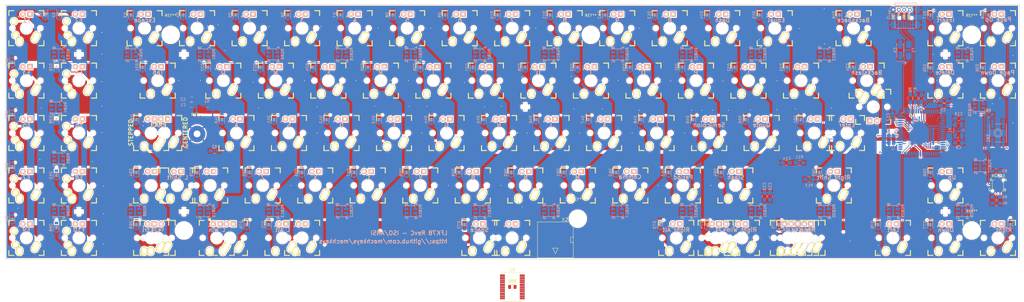
<source format=kicad_pcb>
(kicad_pcb (version 4) (host pcbnew 4.0.3-stable)
  (layers (0 F.Cu signal) (31 B.Cu signal) (34 B.Paste user hide) (35 F.Paste user hide) (36 B.SilkS user) (37 F.SilkS user hide) (38 B.Mask user hide) (39 F.Mask user hide) (44 Edge.Cuts user hide))
  (net 0 "")
  (net 1 "Net-(D1-Pad2)")
  (net 2 R1)
  (net 3 "Net-(D2-Pad2)")
  (net 4 "Net-(D3-Pad2)")
  (net 5 "Net-(D4-Pad2)")
  (net 6 "Net-(D5-Pad2)")
  (net 7 "Net-(D6-Pad2)")
  (net 8 "Net-(D7-Pad2)")
  (net 9 "Net-(D8-Pad2)")
  (net 10 "Net-(D9-Pad2)")
  (net 11 "Net-(D10-Pad2)")
  (net 12 "Net-(D11-Pad2)")
  (net 13 "Net-(D12-Pad2)")
  (net 14 "Net-(D13-Pad2)")
  (net 15 "Net-(D14-Pad2)")
  (net 16 "Net-(D15-Pad2)")
  (net 17 "Net-(D16-Pad2)")
  (net 18 "Net-(D17-Pad2)")
  (net 19 "Net-(D18-Pad2)")
  (net 20 "Net-(D19-Pad2)")
  (net 21 "Net-(D20-Pad2)")
  (net 22 "Net-(D21-Pad2)")
  (net 23 "Net-(D22-Pad2)")
  (net 24 "Net-(D23-Pad2)")
  (net 25 "Net-(D24-Pad2)")
  (net 26 "Net-(D25-Pad2)")
  (net 27 "Net-(D26-Pad2)")
  (net 28 "Net-(D27-Pad2)")
  (net 29 "Net-(D28-Pad2)")
  (net 30 "Net-(D29-Pad2)")
  (net 31 "Net-(D30-Pad2)")
  (net 32 "Net-(D31-Pad2)")
  (net 33 "Net-(D32-Pad2)")
  (net 34 "Net-(D33-Pad2)")
  (net 35 "Net-(D34-Pad2)")
  (net 36 "Net-(D35-Pad2)")
  (net 37 "Net-(D36-Pad2)")
  (net 38 "Net-(D37-Pad2)")
  (net 39 "Net-(D38-Pad2)")
  (net 40 "Net-(D39-Pad2)")
  (net 41 "Net-(D40-Pad2)")
  (net 42 "Net-(D41-Pad2)")
  (net 43 "Net-(D42-Pad2)")
  (net 44 "Net-(D43-Pad2)")
  (net 45 "Net-(D44-Pad2)")
  (net 46 "Net-(D45-Pad2)")
  (net 47 "Net-(D46-Pad2)")
  (net 48 "Net-(D47-Pad2)")
  (net 49 "Net-(D48-Pad2)")
  (net 50 "Net-(D49-Pad2)")
  (net 51 "Net-(D50-Pad2)")
  (net 52 "Net-(D51-Pad2)")
  (net 53 "Net-(D52-Pad2)")
  (net 54 "Net-(D53-Pad2)")
  (net 55 "Net-(D54-Pad2)")
  (net 56 "Net-(D55-Pad2)")
  (net 57 "Net-(D56-Pad2)")
  (net 58 "Net-(D57-Pad2)")
  (net 59 "Net-(D58-Pad2)")
  (net 60 "Net-(D59-Pad2)")
  (net 61 "Net-(D60-Pad2)")
  (net 62 "Net-(D61-Pad2)")
  (net 63 "Net-(D62-Pad2)")
  (net 64 "Net-(D63-Pad2)")
  (net 65 "Net-(D64-Pad2)")
  (net 66 "Net-(D65-Pad2)")
  (net 67 "Net-(D66-Pad2)")
  (net 68 "Net-(D67-Pad2)")
  (net 69 R5)
  (net 70 "Net-(D68-Pad2)")
  (net 71 "Net-(D69-Pad2)")
  (net 72 "Net-(D70-Pad2)")
  (net 73 "Net-(D71-Pad2)")
  (net 74 "Net-(D72-Pad2)")
  (net 75 "Net-(D73-Pad2)")
  (net 76 "Net-(D74-Pad2)")
  (net 77 "Net-(D75-Pad2)")
  (net 78 "Net-(D76-Pad2)")
  (net 79 "Net-(D77-Pad2)")
  (net 80 C5)
  (net 81 C7)
  (net 82 C4)
  (net 83 C8)
  (net 84 C3)
  (net 85 C6)
  (net 86 C1)
  (net 87 C2)
  (net 88 GND)
  (net 89 +5V)
  (net 90 "Net-(R3-Pad1)")
  (net 91 "Net-(R4-Pad1)")
  (net 92 "Net-(C3-Pad1)")
  (net 93 "Net-(D78-Pad2)")
  (net 94 "Net-(F1-Pad1)")
  (net 95 RST)
  (net 96 PWM_RED)
  (net 97 PWM_GREEN)
  (net 98 "Net-(R5-Pad1)")
  (net 99 PWM_BLUE)
  (net 100 D-)
  (net 101 D+)
  (net 102 LED_SDA)
  (net 103 LED_SCL)
  (net 104 USB-)
  (net 105 USB+)
  (net 106 "Net-(C16-Pad1)")
  (net 107 "Net-(J1-Pad4)")
  (net 108 "Net-(R11-Pad1)")
  (net 109 AUDIO)
  (net 110 "Net-(R13-Pad1)")
  (net 111 L_CB2)
  (net 112 L_CB1)
  (net 113 L_CB4)
  (net 114 L_CB3)
  (net 115 L_CB5)
  (net 116 L_CB6)
  (net 117 L_CB7)
  (net 118 L_CB8)
  (net 119 L_CB9)
  (net 120 R_CB2)
  (net 121 R_CB1)
  (net 122 R_CB4)
  (net 123 R_CB3)
  (net 124 R_CB5)
  (net 125 R_CB6)
  (net 126 R_CB7)
  (net 127 R_CB8)
  (net 128 R_CB9)
  (net 129 L_CA5)
  (net 130 L_CA6)
  (net 131 R_CA5)
  (net 132 R_CA1)
  (net 133 L_CA3)
  (net 134 R_CA9)
  (net 135 L_CA4)
  (net 136 L_CA9)
  (net 137 L_CA7)
  (net 138 R_CA3)
  (net 139 R_CA8)
  (net 140 L_CA2)
  (net 141 L_CA1)
  (net 142 L_CA8)
  (net 143 R_CA2)
  (net 144 R_CA4)
  (net 145 R_CA6)
  (net 146 R_CA7)
  (net 147 "Net-(C15-Pad1)")
  (net 148 "Net-(U2-Pad9)")
  (net 149 "Net-(U2-Pad18)")
  (net 150 "Net-(U2-Pad19)")
  (net 151 "Net-(U2-Pad33)")
  (net 152 "Net-(U2-Pad34)")
  (net 153 "Net-(U2-Pad40)")
  (net 154 "Net-(U2-Pad42)")
  (net 155 "Net-(D79-Pad2)")
  (net 156 "Net-(C9-Pad1)")
  (net 157 "Net-(C10-Pad1)")
  (net 158 "Net-(C11-Pad1)")
  (net 159 "Net-(C12-Pad1)")
  (net 160 R2)
  (net 161 R3)
  (net 162 R4)
  (net 163 "Net-(D76-Pad1)")
  (net 164 "Net-(R9-Pad1)")
  (net 165 "Net-(R10-Pad1)")
  (net 166 "Net-(R12-Pad1)")
  (net 167 C13)
  (net 168 C16)
  (net 169 C9)
  (net 170 C17)
  (net 171 C15)
  (net 172 C11)
  (net 173 C10)
  (net 174 C12)
  (net 175 C18)
  (net 176 C14)
  (net 177 "Net-(U2-Pad10)")
  (net 178 SCK)
  (net 179 MOSI)
  (net 180 MISO)
  (net 181 "Net-(U2-Pad14)")
  (net 182 "Net-(U2-Pad27)")
  (net 183 "Net-(U2-Pad28)")
  (net 184 "Net-(U2-Pad29)")
  (net 185 "Net-(U2-Pad30)")
  (net 186 "Net-(U2-Pad31)")
  (net 187 "Net-(U2-Pad32)")
  (net 188 "Net-(U3-Pad4)")
  (net 189 "Net-(U3-Pad17)")
  (net 190 "Net-(U4-Pad4)")
  (net 191 "Net-(U4-Pad17)")
  (module Keyboard:MXALPS (layer F.Cu) (at 288.13125 104.775 180)
    (fp_text reference SW_AEK_1 hide)
    (fp_text value SW_60 hide)
    (fp_text user + (at 2.75 4.25 180) (layer B.SilkS) (effects (justify mirror)))
    (fp_text user + (at 2.75 4.25 180) (layer F.SilkS))
    (pad "" np_thru_hole circle (at 0 0 180) (size 3.98781 3.98781) (drill 3.9878) (layers *.Cu *.Mask F.SilkS) (clearance 0.1524))
    (pad "" np_thru_hole circle (at -5.08 0 180) (size 1.70181 1.70181) (drill 1.7018) (layers *.Cu *.Mask F.SilkS) (clearance 0.1524))
    (pad "" np_thru_hole circle (at 5.08 0 180) (size 1.70181 1.70181) (drill 1.7018) (layers *.Cu *.Mask F.SilkS) (clearance 0.1524))
    (pad SW1 thru_hole oval (at -3.405 -3.27 150.95) (size 2.5 4.17) (drill oval 1.5 3.17) (layers *.Cu *.Mask F.SilkS) (net 76 "Net-(D74-Pad2)"))
    (pad SW2 thru_hole oval (at 2.52 -4.79 176.1) (size 2.5 3.08) (drill oval 1.5 2.08) (layers *.Cu *.Mask F.SilkS) (net 176 C14))
    (pad K thru_hole rect (at -1.27 5.08 180) (size 2 2) (drill 1) (layers *.Cu *.SilkS *.Mask) (net 131 R_CA5))
    (pad A thru_hole circle (at 1.27 5.08 180) (size 2 2) (drill 1) (layers *.Cu *.SilkS *.Mask) (net 138 R_CA3))
  )
  (module Keyboard:CHERRY_PCB_200_STABILIZER_OUTLINE (layer F.Cu) (at 335.75625 66.675 90)
    (fp_text reference STA hide)
    (fp_text value Stabilizer hide)
  )
  (module Keyboard:ALPS (layer F.Cu) (at 57.15 28.575 90)
    (fp_text reference "" (at 0 3 90) (layer B.SilkS) (effects (font (thickness 0.2)) (justify mirror)))
    (fp_text value ALPS hide)
    (pad SW1 thru_hole circle (at -2.5 -4 60.95) (size 2.5 2.5) (drill 1.5) (layers *.Cu *.Mask F.SilkS) (net 3 "Net-(D2-Pad2)"))
    (pad SW2 thru_hole circle (at 2.5 -4.5 86.1) (size 2.5 2.5) (drill 1.5) (layers *.Cu *.Mask F.SilkS) (net 87 C2))
  )
  (module Keyboard:ALPS (layer F.Cu) (at 38.1 28.575 90)
    (fp_text reference "" (at 0 3 90) (layer B.SilkS) (effects (font (thickness 0.2)) (justify mirror)))
    (fp_text value ALPS hide)
    (pad SW1 thru_hole circle (at -2.5 -4 60.95) (size 2.5 2.5) (drill 1.5) (layers *.Cu *.Mask F.SilkS) (net 1 "Net-(D1-Pad2)"))
    (pad SW2 thru_hole circle (at 2.5 -4.5 86.1) (size 2.5 2.5) (drill 1.5) (layers *.Cu *.Mask F.SilkS) (net 86 C1))
  )
  (module Keyboard:ALPS (layer F.Cu) (at 57.15 47.625 90)
    (fp_text reference "" (at 0 3 90) (layer B.SilkS) (effects (font (thickness 0.2)) (justify mirror)))
    (fp_text value ALPS hide)
    (pad SW1 thru_hole circle (at -2.5 -4 60.95) (size 2.5 2.5) (drill 1.5) (layers *.Cu *.Mask F.SilkS) (net 21 "Net-(D20-Pad2)"))
    (pad SW2 thru_hole circle (at 2.5 -4.5 86.1) (size 2.5 2.5) (drill 1.5) (layers *.Cu *.Mask F.SilkS) (net 87 C2))
  )
  (module Keyboard:ALPS (layer F.Cu) (at 38.1 47.625 90)
    (fp_text reference "" (at 0 3 90) (layer B.SilkS) (effects (font (thickness 0.2)) (justify mirror)))
    (fp_text value ALPS hide)
    (pad SW1 thru_hole circle (at -2.5 -4 60.95) (size 2.5 2.5) (drill 1.5) (layers *.Cu *.Mask F.SilkS) (net 20 "Net-(D19-Pad2)"))
    (pad SW2 thru_hole circle (at 2.5 -4.5 86.1) (size 2.5 2.5) (drill 1.5) (layers *.Cu *.Mask F.SilkS) (net 86 C1))
  )
  (module Keyboard:ALPS (layer F.Cu) (at 38 66.675 90)
    (fp_text reference "" (at 0 3 90) (layer B.SilkS) (effects (font (thickness 0.2)) (justify mirror)))
    (fp_text value ALPS hide)
    (pad SW1 thru_hole circle (at -2.5 -4 60.95) (size 2.5 2.5) (drill 1.5) (layers *.Cu *.Mask F.SilkS) (net 38 "Net-(D37-Pad2)"))
    (pad SW2 thru_hole circle (at 2.5 -4.5 86.1) (size 2.5 2.5) (drill 1.5) (layers *.Cu *.Mask F.SilkS) (net 86 C1))
  )
  (module Keyboard:ALPS (layer F.Cu) (at 57.15 66.675 90)
    (fp_text reference "" (at 0 3 90) (layer B.SilkS) (effects (font (thickness 0.2)) (justify mirror)))
    (fp_text value ALPS hide)
    (pad SW1 thru_hole circle (at -2.5 -4 60.95) (size 2.5 2.5) (drill 1.5) (layers *.Cu *.Mask F.SilkS) (net 39 "Net-(D38-Pad2)"))
    (pad SW2 thru_hole circle (at 2.5 -4.5 86.1) (size 2.5 2.5) (drill 1.5) (layers *.Cu *.Mask F.SilkS) (net 87 C2))
  )
  (module Keyboard:ALPS (layer F.Cu) (at 57.15 85.725 90)
    (fp_text reference "" (at 0 3 90) (layer B.SilkS) (effects (font (thickness 0.2)) (justify mirror)))
    (fp_text value ALPS hide)
    (pad SW1 thru_hole circle (at -2.5 -4 60.95) (size 2.5 2.5) (drill 1.5) (layers *.Cu *.Mask F.SilkS) (net 54 "Net-(D53-Pad2)"))
    (pad SW2 thru_hole circle (at 2.5 -4.5 86.1) (size 2.5 2.5) (drill 1.5) (layers *.Cu *.Mask F.SilkS) (net 87 C2))
  )
  (module Keyboard:ALPS (layer F.Cu) (at 38.1 85.725 90)
    (fp_text reference "" (at 0 3 90) (layer B.SilkS) (effects (font (thickness 0.2)) (justify mirror)))
    (fp_text value ALPS hide)
    (pad SW1 thru_hole circle (at -2.5 -4 60.95) (size 2.5 2.5) (drill 1.5) (layers *.Cu *.Mask F.SilkS) (net 53 "Net-(D52-Pad2)"))
    (pad SW2 thru_hole circle (at 2.5 -4.5 86.1) (size 2.5 2.5) (drill 1.5) (layers *.Cu *.Mask F.SilkS) (net 86 C1))
  )
  (module Keyboard:ALPS (layer F.Cu) (at 38.1 104.775 90)
    (fp_text reference "" (at 0 3 90) (layer B.SilkS) (effects (font (thickness 0.2)) (justify mirror)))
    (fp_text value ALPS hide)
    (pad SW1 thru_hole circle (at -2.5 -4 60.95) (size 2.5 2.5) (drill 1.5) (layers *.Cu *.Mask F.SilkS) (net 68 "Net-(D67-Pad2)"))
    (pad SW2 thru_hole circle (at 2.5 -4.5 86.1) (size 2.5 2.5) (drill 1.5) (layers *.Cu *.Mask F.SilkS) (net 86 C1))
  )
  (module Mounting_Holes:MountingHole_6mm (layer F.Cu) (at 100.0125 67)
    (fp_text reference REF** (at 0 -7) (layer F.SilkS))
    (fp_text value MountingHole_6mm)
    (pad 1 thru_hole circle (at 0 0) (size 6 6) (drill 2.5) (layers *.Cu *.Mask) (net 88 GND))
  )
  (module Mounting_Holes:MountingHole_6mm (layer F.Cu) (at 95.25 102.108)
    (fp_text reference REF** (at 0 -7) (layer F.SilkS))
    (fp_text value MountingHole_6mm)
    (pad 1 np_thru_hole circle (at 0 0) (size 6 6) (drill 6) (layers *.Cu *.Mask F.SilkS))
  )
  (module Mounting_Holes:MountingHole_6mm (layer F.Cu) (at 238.125 97.79)
    (fp_text reference REF** (at 0 -7) (layer F.SilkS))
    (fp_text value MountingHole_6mm)
    (pad 1 np_thru_hole circle (at 0 0) (size 6 6) (drill 6) (layers *.Cu *.Mask F.SilkS))
  )
  (module Mounting_Holes:MountingHole_6mm (layer F.Cu) (at 381 102.108)
    (fp_text reference REF** (at 0 -7) (layer F.SilkS))
    (fp_text value MountingHole_6mm)
    (pad 1 np_thru_hole circle (at 0 0) (size 6 6) (drill 6) (layers *.Cu *.Mask F.SilkS))
  )
  (module Mounting_Holes:MountingHole_6mm (layer F.Cu) (at 381 30.988)
    (fp_text reference REF** (at 0 -7) (layer F.SilkS))
    (fp_text value MountingHole_6mm)
    (pad 1 np_thru_hole circle (at 0 0) (size 6 6) (drill 6) (layers *.Cu *.Mask F.SilkS))
  )
  (module Mounting_Holes:MountingHole_6mm (layer F.Cu) (at 242.824 30.988)
    (fp_text reference REF** (at 0 -7) (layer F.SilkS))
    (fp_text value MountingHole_6mm)
    (pad 1 np_thru_hole circle (at 0 0) (size 6 6) (drill 6) (layers *.Cu *.Mask F.SilkS))
  )
  (module Keyboard:CHERRY_PCB_200_STABILIZER_OUTLINE (layer F.Cu) (at 330.99375 85.725 90)
    (fp_text reference STA hide)
    (fp_text value Stabilizer hide)
  )
  (module Keyboard:GNDVia-wRing (layer F.Cu) (at 62 77)
    (fp_text reference REF** hide)
    (fp_text value "GND Via" hide)
    (pad GND thru_hole circle (at 0 0) (size 0.6 0.6) (drill 0.3) (layers *.Cu) (net 88 GND))
  )
  (module Keyboard:GNDVia-wRing (layer F.Cu) (at 80.5 64)
    (fp_text reference REF** hide)
    (fp_text value "GND Via" hide)
    (pad GND thru_hole circle (at 0 0) (size 0.6 0.6) (drill 0.3) (layers *.Cu) (net 88 GND))
  )
  (module Keyboard:CHERRY_PCB_200_STABILIZER_OUTLINE (layer F.Cu) (at 338.1375 28.575 90)
    (fp_text reference STA hide)
    (fp_text value Stabilizer hide)
  )
  (module Keyboard:GNDVia-wRing (layer F.Cu) (at 396 34)
    (fp_text reference REF** hide)
    (fp_text value "GND Via" hide)
    (pad GND thru_hole circle (at 0 0) (size 0.6 0.6) (drill 0.3) (layers *.Cu) (net 88 GND))
  )
  (module Mounting_Holes:MountingHole_2.7mm_M2.5 (layer F.Cu) (at 95.25 38.1)
    (fp_text reference REF** hide)
    (fp_text value MountingHole_2.7mm_M2.5)
    (pad 1 thru_hole circle (at 0 0) (size 2.7 2.7) (drill 2.7) (layers *.Cu *.Mask F.SilkS) (net 88 GND))
  )
  (module Mounting_Holes:MountingHole_2.7mm_M2.5 (layer F.Cu) (at 95.25 95.25)
    (fp_text reference REF** hide)
    (fp_text value MountingHole_2.7mm_M2.5)
    (pad 1 thru_hole circle (at 0 0) (size 2.7 2.7) (drill 2.7) (layers *.Cu *.Mask F.SilkS) (net 88 GND))
  )
  (module Mounting_Holes:MountingHole_2.7mm_M2.5 (layer F.Cu) (at 219.075 57.15)
    (fp_text reference REF** hide)
    (fp_text value MountingHole_2.7mm_M2.5)
    (pad 1 thru_hole circle (at 0 0) (size 2.7 2.7) (drill 2.7) (layers *.Cu *.Mask F.SilkS) (net 88 GND))
  )
  (module Mounting_Holes:MountingHole_2.7mm_M2.5 (layer F.Cu) (at 371.475 95.25)
    (fp_text reference REF** hide)
    (fp_text value MountingHole_2.7mm_M2.5)
    (pad 1 thru_hole circle (at 0 0) (size 2.7 2.7) (drill 2.7) (layers *.Cu *.Mask F.SilkS) (net 88 GND))
  )
  (module Mounting_Holes:MountingHole_2.7mm_M2.5 (layer F.Cu) (at 371.475 38.1)
    (fp_text reference REF** hide)
    (fp_text value MountingHole_2.7mm_M2.5)
    (pad 1 thru_hole circle (at 0 0) (size 2.7 2.7) (drill 2.7) (layers *.Cu *.Mask F.SilkS) (net 88 GND))
  )
  (module Mounting_Holes:MountingHole_2.7mm_M2.5 (layer F.Cu) (at 57.15 95.25)
    (fp_text reference REF** hide)
    (fp_text value MountingHole_2.7mm_M2.5)
    (pad 1 thru_hole circle (at 0 0) (size 2.7 2.7) (drill 2.7) (layers *.Cu *.Mask F.SilkS) (net 88 GND))
  )
  (module Capacitors_SMD:C_0805_HandSoldering (layer B.Cu) (at 97.99828 56.46928 180)
    (fp_text reference C1 (at 3.048 0 180) (layer B.SilkS) (effects (justify mirror)))
    (fp_text value 1µF)
    (pad 1 smd rect (at -1.25 0 180) (size 1.5 1.25) (layers B.Cu B.Paste B.Mask) (net 89 +5V))
    (pad 2 smd rect (at 1.25 0 180) (size 1.5 1.25) (layers B.Cu B.Paste B.Mask) (net 88 GND))
  )
  (module Cherry:CHERRY_PCB_625H_STABILIZER (layer F.Cu) (at 202.40625 104.775 180)
    (fp_text reference CHERRY hide)
    (fp_text value MX hide)
  )
  (module Capacitors_SMD:C_0805_HandSoldering (layer B.Cu) (at 97.99828 54.43728 180)
    (fp_text reference C2 (at 3.048 0 180) (layer B.SilkS) (effects (justify mirror)))
    (fp_text value 0.1µF)
    (pad 1 smd rect (at -1.25 0 180) (size 1.5 1.25) (layers B.Cu B.Paste B.Mask) (net 89 +5V))
    (pad 2 smd rect (at 1.25 0 180) (size 1.5 1.25) (layers B.Cu B.Paste B.Mask) (net 88 GND))
  )
  (module Capacitors_SMD:C_0805_HandSoldering (layer B.Cu) (at 94.996 69.997 90)
    (fp_text reference C3 (at -1.524 1.27 90) (layer B.SilkS) (effects (justify mirror)))
    (fp_text value 0.1µF)
    (pad 1 smd rect (at -1.25 0 90) (size 1.5 1.25) (layers B.Cu B.Paste B.Mask) (net 92 "Net-(C3-Pad1)"))
    (pad 2 smd rect (at 1.25 0 90) (size 1.5 1.25) (layers B.Cu B.Paste B.Mask) (net 88 GND))
  )
  (module Capacitors_Tantalum_SMD:TantalC_SizeA_EIA-3216_HandSoldering (layer B.Cu) (at 355.092 36.576 90)
    (fp_text reference C4 (at 0 -1.905 90) (layer B.SilkS) (effects (justify mirror)))
    (fp_text value 10µF)
    (fp_text user + (at -4.59994 1.80086 90) (layer B.SilkS) (effects (justify mirror)))
    (pad 2 smd rect (at 1.99898 0 90) (size 2.99974 1.50114) (layers B.Cu B.Paste B.Mask) (net 88 GND))
    (pad 1 smd rect (at -1.99898 0 90) (size 2.99974 1.50114) (layers B.Cu B.Paste B.Mask) (net 89 +5V))
  )
  (module Capacitors_SMD:C_0805_HandSoldering (layer B.Cu) (at 371.0305 56.7055 180)
    (fp_text reference C5 (at 0.407 -1.554 180) (layer B.SilkS) (effects (justify mirror)))
    (fp_text value 0.1µF)
    (pad 1 smd rect (at -1.25 0 180) (size 1.5 1.25) (layers B.Cu B.Paste B.Mask) (net 89 +5V))
    (pad 2 smd rect (at 1.25 0 180) (size 1.5 1.25) (layers B.Cu B.Paste B.Mask) (net 88 GND))
  )
  (module Capacitors_SMD:C_0805_HandSoldering (layer B.Cu) (at 371.0105 54.991)
    (fp_text reference C6 (at -3.048 0) (layer B.SilkS) (effects (justify mirror)))
    (fp_text value 0.1µF)
    (pad 1 smd rect (at -1.25 0) (size 1.5 1.25) (layers B.Cu B.Paste B.Mask) (net 89 +5V))
    (pad 2 smd rect (at 1.25 0) (size 1.5 1.25) (layers B.Cu B.Paste B.Mask) (net 88 GND))
  )
  (module Capacitors_SMD:C_0805_HandSoldering (layer B.Cu) (at 352.679 68.961 90)
    (fp_text reference C7 (at -3.048 0 90) (layer B.SilkS) (effects (justify mirror)))
    (fp_text value 0.1µF)
    (pad 1 smd rect (at -1.25 0 90) (size 1.5 1.25) (layers B.Cu B.Paste B.Mask) (net 89 +5V))
    (pad 2 smd rect (at 1.25 0 90) (size 1.5 1.25) (layers B.Cu B.Paste B.Mask) (net 88 GND))
  )
  (module Capacitors_SMD:C_0805_HandSoldering (layer B.Cu) (at 350.9645 68.961 270)
    (fp_text reference C8 (at -2.921 0 270) (layer B.SilkS) (effects (justify mirror)))
    (fp_text value 0.1µF)
    (pad 1 smd rect (at -1.25 0 270) (size 1.5 1.25) (layers B.Cu B.Paste B.Mask) (net 89 +5V))
    (pad 2 smd rect (at 1.25 0 270) (size 1.5 1.25) (layers B.Cu B.Paste B.Mask) (net 88 GND))
  )
  (module Capacitors_SMD:C_0805_HandSoldering (layer B.Cu) (at 376.2375 70.2945)
    (fp_text reference C9 (at 0 1.651) (layer B.SilkS) (effects (justify mirror)))
    (fp_text value 18pF)
    (pad 1 smd rect (at -1.25 0) (size 1.5 1.25) (layers B.Cu B.Paste B.Mask) (net 156 "Net-(C9-Pad1)"))
    (pad 2 smd rect (at 1.25 0) (size 1.5 1.25) (layers B.Cu B.Paste B.Mask) (net 88 GND))
  )
  (module Capacitors_SMD:C_0805_HandSoldering (layer B.Cu) (at 376.2375 61.341 180)
    (fp_text reference C10 (at 0 1.651 180) (layer B.SilkS) (effects (justify mirror)))
    (fp_text value 18pF)
    (pad 1 smd rect (at -1.25 0 180) (size 1.5 1.25) (layers B.Cu B.Paste B.Mask) (net 157 "Net-(C10-Pad1)"))
    (pad 2 smd rect (at 1.25 0 180) (size 1.5 1.25) (layers B.Cu B.Paste B.Mask) (net 88 GND))
  )
  (module Capacitors_SMD:C_0805_HandSoldering (layer B.Cu) (at 362.7755 54.102 90)
    (fp_text reference C11 (at -3.429 -0.127 90) (layer B.SilkS) (effects (justify mirror)))
    (fp_text value 1µF)
    (pad 1 smd rect (at -1.25 0 90) (size 1.5 1.25) (layers B.Cu B.Paste B.Mask) (net 158 "Net-(C11-Pad1)"))
    (pad 2 smd rect (at 1.25 0 90) (size 1.5 1.25) (layers B.Cu B.Paste B.Mask) (net 88 GND))
  )
  (module Capacitors_SMD:C_0805_HandSoldering (layer B.Cu) (at 352.2345 60.8965 90)
    (fp_text reference C12 (at 0 -1.524 90) (layer B.SilkS) (effects (justify mirror)))
    (fp_text value 0.1µF)
    (pad 1 smd rect (at -1.25 0 90) (size 1.5 1.25) (layers B.Cu B.Paste B.Mask) (net 159 "Net-(C12-Pad1)"))
    (pad 2 smd rect (at 1.25 0 90) (size 1.5 1.25) (layers B.Cu B.Paste B.Mask) (net 88 GND))
  )
  (module Fuse_Holders_and_Fuses:Fuse_SMD1206_HandSoldering (layer B.Cu) (at 358.14 36.576 270)
    (fp_text reference F1 (at 0 -1.651 270) (layer B.SilkS) (effects (justify mirror)))
    (fp_text value FP_Small)
    (pad 1 smd rect (at -2.08534 0 180) (size 2.02946 2.65176) (layers B.Cu B.Paste B.Mask) (net 94 "Net-(F1-Pad1)"))
    (pad 2 smd rect (at 2.08534 0 180) (size 2.02946 2.65176) (layers B.Cu B.Paste B.Mask) (net 89 +5V))
  )
  (module Connect:USB_Mini-B (layer B.Cu) (at 357 24 270)
    (fp_text reference J1 (at 0.6 6.25 270) (layer B.SilkS) (effects (justify mirror)))
    (fp_text value USB_OTG)
    (pad 1 smd rect (at 3.44932 1.6002 270) (size 2.30124 0.50038) (layers B.Cu B.Paste B.Mask) (net 94 "Net-(F1-Pad1)"))
    (pad 2 smd rect (at 3.44932 0.8001 270) (size 2.30124 0.50038) (layers B.Cu B.Paste B.Mask) (net 104 USB-))
    (pad 3 smd rect (at 3.44932 0 270) (size 2.30124 0.50038) (layers B.Cu B.Paste B.Mask) (net 105 USB+))
    (pad 4 smd rect (at 3.44932 -0.8001 270) (size 2.30124 0.50038) (layers B.Cu B.Paste B.Mask) (net 107 "Net-(J1-Pad4)"))
    (pad 5 smd rect (at 3.44932 -1.6002 270) (size 2.30124 0.50038) (layers B.Cu B.Paste B.Mask) (net 88 GND))
    (pad 6 smd rect (at 3.35026 4.45008 270) (size 2.49936 1.99898) (layers B.Cu B.Paste B.Mask) (net 88 GND))
    (pad 6 smd rect (at -2.14884 4.45008 270) (size 2.49936 1.99898) (layers B.Cu B.Paste B.Mask) (net 88 GND))
    (pad 6 smd rect (at 3.35026 -4.45008 270) (size 2.49936 1.99898) (layers B.Cu B.Paste B.Mask) (net 88 GND))
    (pad 6 smd rect (at -2.14884 -4.45008 270) (size 2.49936 1.99898) (layers B.Cu B.Paste B.Mask) (net 88 GND))
    (pad "" np_thru_hole circle (at 0.8509 2.19964 270) (size 0.89916 0.89916) (drill 0.89916) (layers *.Cu *.Mask B.SilkS))
    (pad "" np_thru_hole circle (at 0.8509 -2.19964 270) (size 0.89916 0.89916) (drill 0.89916) (layers *.Cu *.Mask B.SilkS))
  )
  (module Buttons_Switches_SMD:SW_SPST_EVQP0 (layer B.Cu) (at 390.525 66.675 90)
    (fp_text reference SW1 (at -1.905 -3.683 90) (layer B.SilkS) (effects (justify mirror)))
    (fp_text value SW_RST)
    (pad 1 smd rect (at 3.4 2 90) (size 3.2 1) (layers B.Cu B.Paste B.Mask) (net 88 GND))
    (pad 1 smd rect (at -3.4 2 90) (size 3.2 1) (layers B.Cu B.Paste B.Mask) (net 88 GND))
    (pad 2 smd rect (at -3.4 -2 90) (size 3.2 1) (layers B.Cu B.Paste B.Mask) (net 95 RST))
    (pad 2 smd rect (at 3.4 -2 90) (size 3.2 1) (layers B.Cu B.Paste B.Mask) (net 95 RST))
  )
  (module Crystals:Crystal_SMD_5032_4Pads (layer B.Cu) (at 376.174 65.659 90)
    (fp_text reference X1 (at 0 -3.048 90) (layer B.SilkS) (effects (justify mirror)))
    (fp_text value 16Mhz)
    (pad 1 smd rect (at -2 -1.2 90) (size 2 1.3) (layers B.Cu B.Paste B.Mask) (net 156 "Net-(C9-Pad1)"))
    (pad 3 smd rect (at 2 -1.2 90) (size 2 1.3) (layers B.Cu B.Paste B.Mask))
    (pad 2 smd rect (at 2 1.2 90) (size 2 1.3) (layers B.Cu B.Paste B.Mask) (net 157 "Net-(C10-Pad1)"))
    (pad 3 smd rect (at -2 1.2 90) (size 2 1.3) (layers B.Cu B.Paste B.Mask))
  )
  (module Resistors_SMD:R_0805_HandSoldering (layer B.Cu) (at 389.89 92.202 180)
    (fp_text reference R4 (at -3.048 0 180) (layer B.SilkS) (effects (justify mirror)))
    (fp_text value 120Ω)
    (pad 1 smd rect (at -1.35 0 180) (size 1.5 1.3) (layers B.Cu B.Paste B.Mask) (net 91 "Net-(R4-Pad1)"))
    (pad 2 smd rect (at 1.35 0 180) (size 1.5 1.3) (layers B.Cu B.Paste B.Mask) (net 97 PWM_GREEN))
  )
  (module Resistors_SMD:R_0805_HandSoldering (layer B.Cu) (at 103.60152 56.43372 180)
    (fp_text reference R1 (at 0 1.524 180) (layer B.SilkS) (effects (justify mirror)))
    (fp_text value 4.7KΩ)
    (pad 1 smd rect (at -1.35 0 180) (size 1.5 1.3) (layers B.Cu B.Paste B.Mask) (net 89 +5V))
    (pad 2 smd rect (at 1.35 0 180) (size 1.5 1.3) (layers B.Cu B.Paste B.Mask) (net 102 LED_SDA))
  )
  (module Resistors_SMD:R_0805_HandSoldering (layer B.Cu) (at 106.346 73.152)
    (fp_text reference R2 (at 0 -1.524) (layer B.SilkS) (effects (justify mirror)))
    (fp_text value 4.7KΩ)
    (pad 1 smd rect (at -1.35 0) (size 1.5 1.3) (layers B.Cu B.Paste B.Mask) (net 89 +5V))
    (pad 2 smd rect (at 1.35 0) (size 1.5 1.3) (layers B.Cu B.Paste B.Mask) (net 103 LED_SCL))
  )
  (module Resistors_SMD:R_0805_HandSoldering (layer B.Cu) (at 389.89 80.518 180)
    (fp_text reference R3 (at -3.048 0 180) (layer B.SilkS) (effects (justify mirror)))
    (fp_text value 150Ω)
    (pad 1 smd rect (at -1.35 0 180) (size 1.5 1.3) (layers B.Cu B.Paste B.Mask) (net 90 "Net-(R3-Pad1)"))
    (pad 2 smd rect (at 1.35 0 180) (size 1.5 1.3) (layers B.Cu B.Paste B.Mask) (net 96 PWM_RED))
  )
  (module Resistors_SMD:R_0805_HandSoldering (layer B.Cu) (at 389.89 89.916 180)
    (fp_text reference R5 (at -3.048 0 180) (layer B.SilkS) (effects (justify mirror)))
    (fp_text value 120Ω)
    (pad 1 smd rect (at -1.35 0 180) (size 1.5 1.3) (layers B.Cu B.Paste B.Mask) (net 98 "Net-(R5-Pad1)"))
    (pad 2 smd rect (at 1.35 0 180) (size 1.5 1.3) (layers B.Cu B.Paste B.Mask) (net 99 PWM_BLUE))
  )
  (module Resistors_SMD:R_0805_HandSoldering (layer B.Cu) (at 358.7115 54.102 90)
    (fp_text reference R6 (at 3.114 0 90) (layer B.SilkS) (effects (justify mirror)))
    (fp_text value 22)
    (pad 1 smd rect (at -1.35 0 90) (size 1.5 1.3) (layers B.Cu B.Paste B.Mask) (net 100 D-))
    (pad 2 smd rect (at 1.35 0 90) (size 1.5 1.3) (layers B.Cu B.Paste B.Mask) (net 104 USB-))
  )
  (module Resistors_SMD:R_0805_HandSoldering (layer B.Cu) (at 360.553 54.102 90)
    (fp_text reference R7 (at 3.114 0 90) (layer B.SilkS) (effects (justify mirror)))
    (fp_text value 22)
    (pad 1 smd rect (at -1.35 0 90) (size 1.5 1.3) (layers B.Cu B.Paste B.Mask) (net 101 D+))
    (pad 2 smd rect (at 1.35 0 90) (size 1.5 1.3) (layers B.Cu B.Paste B.Mask) (net 105 USB+))
  )
  (module Resistors_SMD:R_0805_HandSoldering (layer B.Cu) (at 387.096 59.944 180)
    (fp_text reference R8 (at 0 1.524 180) (layer B.SilkS) (effects (justify mirror)))
    (fp_text value 10k)
    (pad 1 smd rect (at -1.35 0 180) (size 1.5 1.3) (layers B.Cu B.Paste B.Mask) (net 95 RST))
    (pad 2 smd rect (at 1.35 0 180) (size 1.5 1.3) (layers B.Cu B.Paste B.Mask) (net 89 +5V))
  )
  (module Mounting_Holes:MountingHole_2.7mm_M2.5 (layer F.Cu) (at 57.15 38.1)
    (fp_text reference REF** hide)
    (fp_text value MountingHole_2.7mm_M2.5)
    (pad 1 thru_hole circle (at 0 0) (size 2.7 2.7) (drill 2.7) (layers *.Cu *.Mask F.SilkS) (net 88 GND))
  )
  (module Resistors_SMD:R_0805_HandSoldering (layer B.Cu) (at 322.072 83.566)
    (fp_text reference R13 (at 0 2.1) (layer B.SilkS) (effects (justify mirror)))
    (fp_text value 20KΩ)
    (pad 1 smd rect (at -1.35 0) (size 1.5 1.3) (layers B.Cu B.Paste B.Mask) (net 110 "Net-(R13-Pad1)"))
    (pad 2 smd rect (at 1.35 0) (size 1.5 1.3) (layers B.Cu B.Paste B.Mask) (net 88 GND))
  )
  (module Resistors_SMD:R_0805_HandSoldering (layer B.Cu) (at 318.516 77.47 180)
    (fp_text reference R11 (at 0 2.1 180) (layer B.SilkS) (effects (justify mirror)))
    (fp_text value 20KΩ)
    (pad 1 smd rect (at -1.35 0 180) (size 1.5 1.3) (layers B.Cu B.Paste B.Mask) (net 108 "Net-(R11-Pad1)"))
    (pad 2 smd rect (at 1.35 0 180) (size 1.5 1.3) (layers B.Cu B.Paste B.Mask) (net 88 GND))
  )
  (module Capacitors_SMD:C_0805_HandSoldering (layer B.Cu) (at 307.848 89.662 90)
    (fp_text reference C16 (at 3.556 0 90) (layer B.SilkS) (effects (justify mirror)))
    (fp_text value 0.1µF)
    (pad 1 smd rect (at -1.25 0 90) (size 1.5 1.25) (layers B.Cu B.Paste B.Mask) (net 106 "Net-(C16-Pad1)"))
    (pad 2 smd rect (at 1.25 0 90) (size 1.5 1.25) (layers B.Cu B.Paste B.Mask) (net 88 GND))
  )
  (module Capacitors_SMD:C_0805_HandSoldering (layer B.Cu) (at 305.816 89.662 90)
    (fp_text reference C15 (at 3.556 0 90) (layer B.SilkS) (effects (justify mirror)))
    (fp_text value 0.1µF)
    (pad 1 smd rect (at -1.25 0 90) (size 1.5 1.25) (layers B.Cu B.Paste B.Mask) (net 147 "Net-(C15-Pad1)"))
    (pad 2 smd rect (at 1.25 0 90) (size 1.5 1.25) (layers B.Cu B.Paste B.Mask) (net 88 GND))
  )
  (module Capacitors_SMD:C_0805_HandSoldering (layer B.Cu) (at 313.71 77.47 180)
    (fp_text reference C14 (at -0.234 1.524 180) (layer B.SilkS) (effects (justify mirror)))
    (fp_text value 0.1µF)
    (pad 1 smd rect (at -1.25 0 180) (size 1.5 1.25) (layers B.Cu B.Paste B.Mask) (net 89 +5V))
    (pad 2 smd rect (at 1.25 0 180) (size 1.5 1.25) (layers B.Cu B.Paste B.Mask) (net 88 GND))
  )
  (module Keyboard:SMP4-RGB (layer B.Cu) (at 202.54 95.028 90)
    (fp_text reference RGB11 (at 0.1 3.5 90) (layer B.SilkS) (effects (justify mirror)))
    (fp_text value Led_RGB_CA)
    (fp_text user R (at -2.5 2 90) (layer B.SilkS) (effects (justify mirror)))
    (fp_text user B (at 2.5 -1.6 90) (layer B.SilkS) (effects (justify mirror)))
    (fp_text user G (at -2.5 -1.5 90) (layer B.SilkS) (effects (justify mirror)))
    (fp_text user A (at 2.5 2 90) (layer B.SilkS) (effects (justify mirror)))
    (pad 1 smd rect (at 0.75 1.6) (size 1.6 1) (layers B.Cu B.Paste B.Mask) (net 114 L_CB3))
    (pad 2 smd rect (at -0.75 1.6) (size 1.6 1) (layers B.Cu B.Paste B.Mask) (net 119 L_CB9))
    (pad 4 smd rect (at 0.75 -1.6) (size 1.6 1) (layers B.Cu B.Paste B.Mask) (net 117 L_CB7))
    (pad 3 smd rect (at -0.75 -1.6) (size 1.6 1) (layers B.Cu B.Paste B.Mask) (net 118 L_CB8))
  )
  (module Keyboard:SMP4-RGB (layer B.Cu) (at 383.667 56.8325 90)
    (fp_text reference RGB26 (at -1.4485 -3.378 90) (layer B.SilkS) (effects (justify mirror)))
    (fp_text value Led_RGB_CA)
    (fp_text user R (at -2.5 2 90) (layer B.SilkS) (effects (justify mirror)))
    (fp_text user B (at 2.5 -1.6 90) (layer B.SilkS) (effects (justify mirror)))
    (fp_text user G (at -2.5 -1.5 90) (layer B.SilkS) (effects (justify mirror)))
    (fp_text user A (at 2.5 2 90) (layer B.SilkS) (effects (justify mirror)))
    (pad 1 smd rect (at 0.75 1.6) (size 1.6 1) (layers B.Cu B.Paste B.Mask) (net 120 R_CB2))
    (pad 2 smd rect (at -0.75 1.6) (size 1.6 1) (layers B.Cu B.Paste B.Mask) (net 128 R_CB9))
    (pad 4 smd rect (at 0.75 -1.6) (size 1.6 1) (layers B.Cu B.Paste B.Mask) (net 126 R_CB7))
    (pad 3 smd rect (at -0.75 -1.6) (size 1.6 1) (layers B.Cu B.Paste B.Mask) (net 127 R_CB8))
  )
  (module Keyboard:SMP4-RGB (layer B.Cu) (at 377.54 38.1 90)
    (fp_text reference RGB25 (at 0.1 3.5 90) (layer B.SilkS) (effects (justify mirror)))
    (fp_text value Led_RGB_CA)
    (fp_text user R (at -2.5 2 90) (layer B.SilkS) (effects (justify mirror)))
    (fp_text user B (at 2.5 -1.6 90) (layer B.SilkS) (effects (justify mirror)))
    (fp_text user G (at -2.5 -1.5 90) (layer B.SilkS) (effects (justify mirror)))
    (fp_text user A (at 2.5 2 90) (layer B.SilkS) (effects (justify mirror)))
    (pad 1 smd rect (at 0.75 1.6) (size 1.6 1) (layers B.Cu B.Paste B.Mask) (net 121 R_CB1))
    (pad 2 smd rect (at -0.75 1.6) (size 1.6 1) (layers B.Cu B.Paste B.Mask) (net 128 R_CB9))
    (pad 4 smd rect (at 0.75 -1.6) (size 1.6 1) (layers B.Cu B.Paste B.Mask) (net 126 R_CB7))
    (pad 3 smd rect (at -0.75 -1.6) (size 1.6 1) (layers B.Cu B.Paste B.Mask) (net 127 R_CB8))
  )
  (module Keyboard:SMP4-RGB (layer B.Cu) (at 384.048 78.74 90)
    (fp_text reference RGB27 (at 0.1 3.5 90) (layer B.SilkS) (effects (justify mirror)))
    (fp_text value Led_RGB_CA)
    (fp_text user R (at -2.5 2 90) (layer B.SilkS) (effects (justify mirror)))
    (fp_text user B (at 2.5 -1.6 90) (layer B.SilkS) (effects (justify mirror)))
    (fp_text user G (at -2.5 -1.5 90) (layer B.SilkS) (effects (justify mirror)))
    (fp_text user A (at 2.5 2 90) (layer B.SilkS) (effects (justify mirror)))
    (pad 1 smd rect (at 0.75 1.6) (size 1.6 1) (layers B.Cu B.Paste B.Mask) (net 123 R_CB3))
    (pad 2 smd rect (at -0.75 1.6) (size 1.6 1) (layers B.Cu B.Paste B.Mask) (net 128 R_CB9))
    (pad 4 smd rect (at 0.75 -1.6) (size 1.6 1) (layers B.Cu B.Paste B.Mask) (net 126 R_CB7))
    (pad 3 smd rect (at -0.75 -1.6) (size 1.6 1) (layers B.Cu B.Paste B.Mask) (net 127 R_CB8))
  )
  (module Keyboard:SMP4-RGB (layer B.Cu) (at 377.54 95.028 90)
    (fp_text reference RGB28 (at 0.1 3.5 90) (layer B.SilkS) (effects (justify mirror)))
    (fp_text value Led_RGB_CA)
    (fp_text user R (at -2.5 2 90) (layer B.SilkS) (effects (justify mirror)))
    (fp_text user B (at 2.5 -1.6 90) (layer B.SilkS) (effects (justify mirror)))
    (fp_text user G (at -2.5 -1.5 90) (layer B.SilkS) (effects (justify mirror)))
    (fp_text user A (at 2.5 2 90) (layer B.SilkS) (effects (justify mirror)))
    (pad 1 smd rect (at 0.75 1.6) (size 1.6 1) (layers B.Cu B.Paste B.Mask) (net 122 R_CB4))
    (pad 2 smd rect (at -0.75 1.6) (size 1.6 1) (layers B.Cu B.Paste B.Mask) (net 128 R_CB9))
    (pad 4 smd rect (at 0.75 -1.6) (size 1.6 1) (layers B.Cu B.Paste B.Mask) (net 126 R_CB7))
    (pad 3 smd rect (at -0.75 -1.6) (size 1.6 1) (layers B.Cu B.Paste B.Mask) (net 127 R_CB8))
  )
  (module Keyboard:SMP4-RGB (layer B.Cu) (at 352.54 95.028 90)
    (fp_text reference RGB29 (at 0.1 3.5 90) (layer B.SilkS) (effects (justify mirror)))
    (fp_text value Led_RGB_CA)
    (fp_text user R (at -2.5 2 90) (layer B.SilkS) (effects (justify mirror)))
    (fp_text user B (at 2.5 -1.6 90) (layer B.SilkS) (effects (justify mirror)))
    (fp_text user G (at -2.5 -1.5 90) (layer B.SilkS) (effects (justify mirror)))
    (fp_text user A (at 2.5 2 90) (layer B.SilkS) (effects (justify mirror)))
    (pad 1 smd rect (at 0.75 1.6) (size 1.6 1) (layers B.Cu B.Paste B.Mask) (net 124 R_CB5))
    (pad 2 smd rect (at -0.75 1.6) (size 1.6 1) (layers B.Cu B.Paste B.Mask) (net 128 R_CB9))
    (pad 4 smd rect (at 0.75 -1.6) (size 1.6 1) (layers B.Cu B.Paste B.Mask) (net 126 R_CB7))
    (pad 3 smd rect (at -0.75 -1.6) (size 1.6 1) (layers B.Cu B.Paste B.Mask) (net 127 R_CB8))
  )
  (module Keyboard:SMP4-RGB (layer B.Cu) (at 327.54 95.028 90)
    (fp_text reference RGB30 (at 0.1 3.5 90) (layer B.SilkS) (effects (justify mirror)))
    (fp_text value Led_RGB_CA)
    (fp_text user R (at -2.5 2 90) (layer B.SilkS) (effects (justify mirror)))
    (fp_text user B (at 2.5 -1.6 90) (layer B.SilkS) (effects (justify mirror)))
    (fp_text user G (at -2.5 -1.5 90) (layer B.SilkS) (effects (justify mirror)))
    (fp_text user A (at 2.5 2 90) (layer B.SilkS) (effects (justify mirror)))
    (pad 1 smd rect (at 0.75 1.6) (size 1.6 1) (layers B.Cu B.Paste B.Mask) (net 125 R_CB6))
    (pad 2 smd rect (at -0.75 1.6) (size 1.6 1) (layers B.Cu B.Paste B.Mask) (net 128 R_CB9))
    (pad 4 smd rect (at 0.75 -1.6) (size 1.6 1) (layers B.Cu B.Paste B.Mask) (net 126 R_CB7))
    (pad 3 smd rect (at -0.75 -1.6) (size 1.6 1) (layers B.Cu B.Paste B.Mask) (net 127 R_CB8))
  )
  (module Keyboard:SMP4-RGB (layer B.Cu) (at 252.54 95.028 90)
    (fp_text reference RGB17 (at 0.1 3.5 90) (layer B.SilkS) (effects (justify mirror)))
    (fp_text value Led_RGB_CA)
    (fp_text user R (at -2.5 2 90) (layer B.SilkS) (effects (justify mirror)))
    (fp_text user B (at 2.5 -1.6 90) (layer B.SilkS) (effects (justify mirror)))
    (fp_text user G (at -2.5 -1.5 90) (layer B.SilkS) (effects (justify mirror)))
    (fp_text user A (at 2.5 2 90) (layer B.SilkS) (effects (justify mirror)))
    (pad 1 smd rect (at 0.75 1.6) (size 1.6 1) (layers B.Cu B.Paste B.Mask) (net 120 R_CB2))
    (pad 2 smd rect (at -0.75 1.6) (size 1.6 1) (layers B.Cu B.Paste B.Mask) (net 121 R_CB1))
    (pad 4 smd rect (at 0.75 -1.6) (size 1.6 1) (layers B.Cu B.Paste B.Mask) (net 122 R_CB4))
    (pad 3 smd rect (at -0.75 -1.6) (size 1.6 1) (layers B.Cu B.Paste B.Mask) (net 123 R_CB3))
  )
  (module Keyboard:SMP4-RGB (layer B.Cu) (at 277.54 95.028 90)
    (fp_text reference RGB32 (at 0.1 3.5 90) (layer B.SilkS) (effects (justify mirror)))
    (fp_text value Led_RGB_CA)
    (fp_text user R (at -2.5 2 90) (layer B.SilkS) (effects (justify mirror)))
    (fp_text user B (at 2.5 -1.6 90) (layer B.SilkS) (effects (justify mirror)))
    (fp_text user G (at -2.5 -1.5 90) (layer B.SilkS) (effects (justify mirror)))
    (fp_text user A (at 2.5 2 90) (layer B.SilkS) (effects (justify mirror)))
    (pad 1 smd rect (at 0.75 1.6) (size 1.6 1) (layers B.Cu B.Paste B.Mask) (net 127 R_CB8))
    (pad 2 smd rect (at -0.75 1.6) (size 1.6 1) (layers B.Cu B.Paste B.Mask) (net 128 R_CB9))
    (pad 4 smd rect (at 0.75 -1.6) (size 1.6 1) (layers B.Cu B.Paste B.Mask) (net 125 R_CB6))
    (pad 3 smd rect (at -0.75 -1.6) (size 1.6 1) (layers B.Cu B.Paste B.Mask) (net 126 R_CB7))
  )
  (module Keyboard:SMP4-RGB (layer B.Cu) (at 327.54 38.1 90)
    (fp_text reference RGB23 (at 0.1 3.5 90) (layer B.SilkS) (effects (justify mirror)))
    (fp_text value Led_RGB_CA)
    (fp_text user R (at -2.5 2 90) (layer B.SilkS) (effects (justify mirror)))
    (fp_text user B (at 2.5 -1.6 90) (layer B.SilkS) (effects (justify mirror)))
    (fp_text user G (at -2.5 -1.5 90) (layer B.SilkS) (effects (justify mirror)))
    (fp_text user A (at 2.5 2 90) (layer B.SilkS) (effects (justify mirror)))
    (pad 1 smd rect (at 0.75 1.6) (size 1.6 1) (layers B.Cu B.Paste B.Mask) (net 127 R_CB8))
    (pad 2 smd rect (at -0.75 1.6) (size 1.6 1) (layers B.Cu B.Paste B.Mask) (net 121 R_CB1))
    (pad 4 smd rect (at 0.75 -1.6) (size 1.6 1) (layers B.Cu B.Paste B.Mask) (net 123 R_CB3))
    (pad 3 smd rect (at -0.75 -1.6) (size 1.6 1) (layers B.Cu B.Paste B.Mask) (net 120 R_CB2))
  )
  (module Keyboard:SMP4-RGB (layer B.Cu) (at 252.54 38.1 90)
    (fp_text reference RGB20 (at 0.1 3.5 90) (layer B.SilkS) (effects (justify mirror)))
    (fp_text value Led_RGB_CA)
    (fp_text user R (at -2.5 2 90) (layer B.SilkS) (effects (justify mirror)))
    (fp_text user B (at 2.5 -1.6 90) (layer B.SilkS) (effects (justify mirror)))
    (fp_text user G (at -2.5 -1.5 90) (layer B.SilkS) (effects (justify mirror)))
    (fp_text user A (at 2.5 2 90) (layer B.SilkS) (effects (justify mirror)))
    (pad 1 smd rect (at 0.75 1.6) (size 1.6 1) (layers B.Cu B.Paste B.Mask) (net 124 R_CB5))
    (pad 2 smd rect (at -0.75 1.6) (size 1.6 1) (layers B.Cu B.Paste B.Mask) (net 121 R_CB1))
    (pad 4 smd rect (at 0.75 -1.6) (size 1.6 1) (layers B.Cu B.Paste B.Mask) (net 123 R_CB3))
    (pad 3 smd rect (at -0.75 -1.6) (size 1.6 1) (layers B.Cu B.Paste B.Mask) (net 120 R_CB2))
  )
  (module Keyboard:SMP4-RGB (layer B.Cu) (at 227.54 95.028 90)
    (fp_text reference RGB18 (at 0.1 3.5 90) (layer B.SilkS) (effects (justify mirror)))
    (fp_text value Led_RGB_CA)
    (fp_text user R (at -2.5 2 90) (layer B.SilkS) (effects (justify mirror)))
    (fp_text user B (at 2.5 -1.6 90) (layer B.SilkS) (effects (justify mirror)))
    (fp_text user G (at -2.5 -1.5 90) (layer B.SilkS) (effects (justify mirror)))
    (fp_text user A (at 2.5 2 90) (layer B.SilkS) (effects (justify mirror)))
    (pad 1 smd rect (at 0.75 1.6) (size 1.6 1) (layers B.Cu B.Paste B.Mask) (net 123 R_CB3))
    (pad 2 smd rect (at -0.75 1.6) (size 1.6 1) (layers B.Cu B.Paste B.Mask) (net 121 R_CB1))
    (pad 4 smd rect (at 0.75 -1.6) (size 1.6 1) (layers B.Cu B.Paste B.Mask) (net 122 R_CB4))
    (pad 3 smd rect (at -0.75 -1.6) (size 1.6 1) (layers B.Cu B.Paste B.Mask) (net 120 R_CB2))
  )
  (module Keyboard:SMP4-RGB (layer B.Cu) (at 302.54 95.028 90)
    (fp_text reference RGB31 (at 0.1 3.5 90) (layer B.SilkS) (effects (justify mirror)))
    (fp_text value Led_RGB_CA)
    (fp_text user R (at -2.5 2 90) (layer B.SilkS) (effects (justify mirror)))
    (fp_text user B (at 2.5 -1.6 90) (layer B.SilkS) (effects (justify mirror)))
    (fp_text user G (at -2.5 -1.5 90) (layer B.SilkS) (effects (justify mirror)))
    (fp_text user A (at 2.5 2 90) (layer B.SilkS) (effects (justify mirror)))
    (pad 1 smd rect (at 0.75 1.6) (size 1.6 1) (layers B.Cu B.Paste B.Mask) (net 126 R_CB7))
    (pad 2 smd rect (at -0.75 1.6) (size 1.6 1) (layers B.Cu B.Paste B.Mask) (net 128 R_CB9))
    (pad 4 smd rect (at 0.75 -1.6) (size 1.6 1) (layers B.Cu B.Paste B.Mask) (net 125 R_CB6))
    (pad 3 smd rect (at -0.75 -1.6) (size 1.6 1) (layers B.Cu B.Paste B.Mask) (net 127 R_CB8))
  )
  (module Keyboard:SMP4-RGB (layer B.Cu) (at 302.54 38.1 90)
    (fp_text reference RGB22 (at 0.1 3.5 90) (layer B.SilkS) (effects (justify mirror)))
    (fp_text value Led_RGB_CA)
    (fp_text user R (at -2.5 2 90) (layer B.SilkS) (effects (justify mirror)))
    (fp_text user B (at 2.5 -1.6 90) (layer B.SilkS) (effects (justify mirror)))
    (fp_text user G (at -2.5 -1.5 90) (layer B.SilkS) (effects (justify mirror)))
    (fp_text user A (at 2.5 2 90) (layer B.SilkS) (effects (justify mirror)))
    (pad 1 smd rect (at 0.75 1.6) (size 1.6 1) (layers B.Cu B.Paste B.Mask) (net 126 R_CB7))
    (pad 2 smd rect (at -0.75 1.6) (size 1.6 1) (layers B.Cu B.Paste B.Mask) (net 121 R_CB1))
    (pad 4 smd rect (at 0.75 -1.6) (size 1.6 1) (layers B.Cu B.Paste B.Mask) (net 123 R_CB3))
    (pad 3 smd rect (at -0.75 -1.6) (size 1.6 1) (layers B.Cu B.Paste B.Mask) (net 120 R_CB2))
  )
  (module Keyboard:SMP4-RGB (layer B.Cu) (at 227.54 38.1 90)
    (fp_text reference RGB19 (at 0.1 3.5 90) (layer B.SilkS) (effects (justify mirror)))
    (fp_text value Led_RGB_CA)
    (fp_text user R (at -2.5 2 90) (layer B.SilkS) (effects (justify mirror)))
    (fp_text user B (at 2.5 -1.6 90) (layer B.SilkS) (effects (justify mirror)))
    (fp_text user G (at -2.5 -1.5 90) (layer B.SilkS) (effects (justify mirror)))
    (fp_text user A (at 2.5 2 90) (layer B.SilkS) (effects (justify mirror)))
    (pad 1 smd rect (at 0.75 1.6) (size 1.6 1) (layers B.Cu B.Paste B.Mask) (net 122 R_CB4))
    (pad 2 smd rect (at -0.75 1.6) (size 1.6 1) (layers B.Cu B.Paste B.Mask) (net 121 R_CB1))
    (pad 4 smd rect (at 0.75 -1.6) (size 1.6 1) (layers B.Cu B.Paste B.Mask) (net 123 R_CB3))
    (pad 3 smd rect (at -0.75 -1.6) (size 1.6 1) (layers B.Cu B.Paste B.Mask) (net 120 R_CB2))
  )
  (module Keyboard:SMP4-RGB (layer B.Cu) (at 277.54 38.1 90)
    (fp_text reference RGB21 (at 0.1 3.5 90) (layer B.SilkS) (effects (justify mirror)))
    (fp_text value Led_RGB_CA)
    (fp_text user R (at -2.5 2 90) (layer B.SilkS) (effects (justify mirror)))
    (fp_text user B (at 2.5 -1.6 90) (layer B.SilkS) (effects (justify mirror)))
    (fp_text user G (at -2.5 -1.5 90) (layer B.SilkS) (effects (justify mirror)))
    (fp_text user A (at 2.5 2 90) (layer B.SilkS) (effects (justify mirror)))
    (pad 1 smd rect (at 0.75 1.6) (size 1.6 1) (layers B.Cu B.Paste B.Mask) (net 125 R_CB6))
    (pad 2 smd rect (at -0.75 1.6) (size 1.6 1) (layers B.Cu B.Paste B.Mask) (net 121 R_CB1))
    (pad 4 smd rect (at 0.75 -1.6) (size 1.6 1) (layers B.Cu B.Paste B.Mask) (net 123 R_CB3))
    (pad 3 smd rect (at -0.75 -1.6) (size 1.6 1) (layers B.Cu B.Paste B.Mask) (net 120 R_CB2))
  )
  (module Keyboard:SMP4-RGB (layer B.Cu) (at 152.54 38.1 90)
    (fp_text reference RGB16 (at 0.1 3.5 90) (layer B.SilkS) (effects (justify mirror)))
    (fp_text value Led_RGB_CA)
    (fp_text user R (at -2.5 2 90) (layer B.SilkS) (effects (justify mirror)))
    (fp_text user B (at 2.5 -1.6 90) (layer B.SilkS) (effects (justify mirror)))
    (fp_text user G (at -2.5 -1.5 90) (layer B.SilkS) (effects (justify mirror)))
    (fp_text user A (at 2.5 2 90) (layer B.SilkS) (effects (justify mirror)))
    (pad 1 smd rect (at 0.75 1.6) (size 1.6 1) (layers B.Cu B.Paste B.Mask) (net 118 L_CB8))
    (pad 2 smd rect (at -0.75 1.6) (size 1.6 1) (layers B.Cu B.Paste B.Mask) (net 119 L_CB9))
    (pad 4 smd rect (at 0.75 -1.6) (size 1.6 1) (layers B.Cu B.Paste B.Mask) (net 116 L_CB6))
    (pad 3 smd rect (at -0.75 -1.6) (size 1.6 1) (layers B.Cu B.Paste B.Mask) (net 117 L_CB7))
  )
  (module Keyboard:SMP4-RGB (layer B.Cu) (at 49.784 75.958 90)
    (fp_text reference RGB5 (at 0.1 3.5 90) (layer B.SilkS) (effects (justify mirror)))
    (fp_text value Led_RGB_CA)
    (fp_text user R (at -2.5 2 90) (layer B.SilkS) (effects (justify mirror)))
    (fp_text user B (at 2.5 -1.6 90) (layer B.SilkS) (effects (justify mirror)))
    (fp_text user G (at -2.5 -1.5 90) (layer B.SilkS) (effects (justify mirror)))
    (fp_text user A (at 2.5 2 90) (layer B.SilkS) (effects (justify mirror)))
    (pad 1 smd rect (at 0.75 1.6) (size 1.6 1) (layers B.Cu B.Paste B.Mask) (net 116 L_CB6))
    (pad 2 smd rect (at -0.75 1.6) (size 1.6 1) (layers B.Cu B.Paste B.Mask) (net 112 L_CB1))
    (pad 4 smd rect (at 0.75 -1.6) (size 1.6 1) (layers B.Cu B.Paste B.Mask) (net 114 L_CB3))
    (pad 3 smd rect (at -0.75 -1.6) (size 1.6 1) (layers B.Cu B.Paste B.Mask) (net 111 L_CB2))
  )
  (module Keyboard:SMP4-RGB (layer B.Cu) (at 177.54 38.1 90)
    (fp_text reference RGB14 (at 0.1 3.5 90) (layer B.SilkS) (effects (justify mirror)))
    (fp_text value Led_RGB_CA)
    (fp_text user R (at -2.5 2 90) (layer B.SilkS) (effects (justify mirror)))
    (fp_text user B (at 2.5 -1.6 90) (layer B.SilkS) (effects (justify mirror)))
    (fp_text user G (at -2.5 -1.5 90) (layer B.SilkS) (effects (justify mirror)))
    (fp_text user A (at 2.5 2 90) (layer B.SilkS) (effects (justify mirror)))
    (pad 1 smd rect (at 0.75 1.6) (size 1.6 1) (layers B.Cu B.Paste B.Mask) (net 116 L_CB6))
    (pad 2 smd rect (at -0.75 1.6) (size 1.6 1) (layers B.Cu B.Paste B.Mask) (net 119 L_CB9))
    (pad 4 smd rect (at 0.75 -1.6) (size 1.6 1) (layers B.Cu B.Paste B.Mask) (net 117 L_CB7))
    (pad 3 smd rect (at -0.75 -1.6) (size 1.6 1) (layers B.Cu B.Paste B.Mask) (net 118 L_CB8))
  )
  (module Keyboard:SMP4-RGB (layer B.Cu) (at 127.54 95.028 90)
    (fp_text reference RGB13 (at 0.1 3.5 90) (layer B.SilkS) (effects (justify mirror)))
    (fp_text value Led_RGB_CA)
    (fp_text user R (at -2.5 2 90) (layer B.SilkS) (effects (justify mirror)))
    (fp_text user B (at 2.5 -1.6 90) (layer B.SilkS) (effects (justify mirror)))
    (fp_text user G (at -2.5 -1.5 90) (layer B.SilkS) (effects (justify mirror)))
    (fp_text user A (at 2.5 2 90) (layer B.SilkS) (effects (justify mirror)))
    (pad 1 smd rect (at 0.75 1.6) (size 1.6 1) (layers B.Cu B.Paste B.Mask) (net 115 L_CB5))
    (pad 2 smd rect (at -0.75 1.6) (size 1.6 1) (layers B.Cu B.Paste B.Mask) (net 119 L_CB9))
    (pad 4 smd rect (at 0.75 -1.6) (size 1.6 1) (layers B.Cu B.Paste B.Mask) (net 117 L_CB7))
    (pad 3 smd rect (at -0.75 -1.6) (size 1.6 1) (layers B.Cu B.Paste B.Mask) (net 118 L_CB8))
  )
  (module Keyboard:SMP4-RGB (layer B.Cu) (at 152.54 95.028 90)
    (fp_text reference RGB12 (at 0.1 3.5 90) (layer B.SilkS) (effects (justify mirror)))
    (fp_text value Led_RGB_CA)
    (fp_text user R (at -2.5 2 90) (layer B.SilkS) (effects (justify mirror)))
    (fp_text user B (at 2.5 -1.6 90) (layer B.SilkS) (effects (justify mirror)))
    (fp_text user G (at -2.5 -1.5 90) (layer B.SilkS) (effects (justify mirror)))
    (fp_text user A (at 2.5 2 90) (layer B.SilkS) (effects (justify mirror)))
    (pad 1 smd rect (at 0.75 1.6) (size 1.6 1) (layers B.Cu B.Paste B.Mask) (net 113 L_CB4))
    (pad 2 smd rect (at -0.75 1.6) (size 1.6 1) (layers B.Cu B.Paste B.Mask) (net 119 L_CB9))
    (pad 4 smd rect (at 0.75 -1.6) (size 1.6 1) (layers B.Cu B.Paste B.Mask) (net 117 L_CB7))
    (pad 3 smd rect (at -0.75 -1.6) (size 1.6 1) (layers B.Cu B.Paste B.Mask) (net 118 L_CB8))
  )
  (module Keyboard:SMP4-RGB (layer B.Cu) (at 177.54 95.028 90)
    (fp_text reference RGB10 (at 0.1 3.5 90) (layer B.SilkS) (effects (justify mirror)))
    (fp_text value Led_RGB_CA)
    (fp_text user R (at -2.5 2 90) (layer B.SilkS) (effects (justify mirror)))
    (fp_text user B (at 2.5 -1.6 90) (layer B.SilkS) (effects (justify mirror)))
    (fp_text user G (at -2.5 -1.5 90) (layer B.SilkS) (effects (justify mirror)))
    (fp_text user A (at 2.5 2 90) (layer B.SilkS) (effects (justify mirror)))
    (pad 1 smd rect (at 0.75 1.6) (size 1.6 1) (layers B.Cu B.Paste B.Mask) (net 111 L_CB2))
    (pad 2 smd rect (at -0.75 1.6) (size 1.6 1) (layers B.Cu B.Paste B.Mask) (net 119 L_CB9))
    (pad 4 smd rect (at 0.75 -1.6) (size 1.6 1) (layers B.Cu B.Paste B.Mask) (net 117 L_CB7))
    (pad 3 smd rect (at -0.75 -1.6) (size 1.6 1) (layers B.Cu B.Paste B.Mask) (net 118 L_CB8))
  )
  (module Keyboard:SMP4-RGB (layer B.Cu) (at 127.54 38.1 90)
    (fp_text reference RGB9 (at 0.1 3.5 90) (layer B.SilkS) (effects (justify mirror)))
    (fp_text value Led_RGB_CA)
    (fp_text user R (at -2.5 2 90) (layer B.SilkS) (effects (justify mirror)))
    (fp_text user B (at 2.5 -1.6 90) (layer B.SilkS) (effects (justify mirror)))
    (fp_text user G (at -2.5 -1.5 90) (layer B.SilkS) (effects (justify mirror)))
    (fp_text user A (at 2.5 2 90) (layer B.SilkS) (effects (justify mirror)))
    (pad 1 smd rect (at 0.75 1.6) (size 1.6 1) (layers B.Cu B.Paste B.Mask) (net 112 L_CB1))
    (pad 2 smd rect (at -0.75 1.6) (size 1.6 1) (layers B.Cu B.Paste B.Mask) (net 119 L_CB9))
    (pad 4 smd rect (at 0.75 -1.6) (size 1.6 1) (layers B.Cu B.Paste B.Mask) (net 117 L_CB7))
    (pad 3 smd rect (at -0.75 -1.6) (size 1.6 1) (layers B.Cu B.Paste B.Mask) (net 118 L_CB8))
  )
  (module Keyboard:SMP4-RGB (layer B.Cu) (at 102.54 95.028 90)
    (fp_text reference RGB15 (at 0.1 3.5 90) (layer B.SilkS) (effects (justify mirror)))
    (fp_text value Led_RGB_CA)
    (fp_text user R (at -2.5 2 90) (layer B.SilkS) (effects (justify mirror)))
    (fp_text user B (at 2.5 -1.6 90) (layer B.SilkS) (effects (justify mirror)))
    (fp_text user G (at -2.5 -1.5 90) (layer B.SilkS) (effects (justify mirror)))
    (fp_text user A (at 2.5 2 90) (layer B.SilkS) (effects (justify mirror)))
    (pad 1 smd rect (at 0.75 1.6) (size 1.6 1) (layers B.Cu B.Paste B.Mask) (net 117 L_CB7))
    (pad 2 smd rect (at -0.75 1.6) (size 1.6 1) (layers B.Cu B.Paste B.Mask) (net 119 L_CB9))
    (pad 4 smd rect (at 0.75 -1.6) (size 1.6 1) (layers B.Cu B.Paste B.Mask) (net 116 L_CB6))
    (pad 3 smd rect (at -0.75 -1.6) (size 1.6 1) (layers B.Cu B.Paste B.Mask) (net 118 L_CB8))
  )
  (module Keyboard:SMP4-RGB (layer B.Cu) (at 49.784 38.1 90)
    (fp_text reference RGB3 (at 0.1 3.5 90) (layer B.SilkS) (effects (justify mirror)))
    (fp_text value Led_RGB_CA)
    (fp_text user R (at -2.5 2 90) (layer B.SilkS) (effects (justify mirror)))
    (fp_text user B (at 2.5 -1.6 90) (layer B.SilkS) (effects (justify mirror)))
    (fp_text user G (at -2.5 -1.5 90) (layer B.SilkS) (effects (justify mirror)))
    (fp_text user A (at 2.5 2 90) (layer B.SilkS) (effects (justify mirror)))
    (pad 1 smd rect (at 0.75 1.6) (size 1.6 1) (layers B.Cu B.Paste B.Mask) (net 113 L_CB4))
    (pad 2 smd rect (at -0.75 1.6) (size 1.6 1) (layers B.Cu B.Paste B.Mask) (net 112 L_CB1))
    (pad 4 smd rect (at 0.75 -1.6) (size 1.6 1) (layers B.Cu B.Paste B.Mask) (net 114 L_CB3))
    (pad 3 smd rect (at -0.75 -1.6) (size 1.6 1) (layers B.Cu B.Paste B.Mask) (net 111 L_CB2))
  )
  (module Keyboard:SMP4-RGB (layer B.Cu) (at 49.784 95.028 90)
    (fp_text reference RGB6 (at 0.1 3.5 90) (layer B.SilkS) (effects (justify mirror)))
    (fp_text value Led_RGB_CA)
    (fp_text user R (at -2.5 2 90) (layer B.SilkS) (effects (justify mirror)))
    (fp_text user B (at 2.5 -1.6 90) (layer B.SilkS) (effects (justify mirror)))
    (fp_text user G (at -2.5 -1.5 90) (layer B.SilkS) (effects (justify mirror)))
    (fp_text user A (at 2.5 2 90) (layer B.SilkS) (effects (justify mirror)))
    (pad 1 smd rect (at 0.75 1.6) (size 1.6 1) (layers B.Cu B.Paste B.Mask) (net 117 L_CB7))
    (pad 2 smd rect (at -0.75 1.6) (size 1.6 1) (layers B.Cu B.Paste B.Mask) (net 112 L_CB1))
    (pad 4 smd rect (at 0.75 -1.6) (size 1.6 1) (layers B.Cu B.Paste B.Mask) (net 114 L_CB3))
    (pad 3 smd rect (at -0.75 -1.6) (size 1.6 1) (layers B.Cu B.Paste B.Mask) (net 111 L_CB2))
  )
  (module Keyboard:SMP4-RGB (layer B.Cu) (at 77.54 95.028 90)
    (fp_text reference RGB8 (at 0.1 3.5 90) (layer B.SilkS) (effects (justify mirror)))
    (fp_text value Led_RGB_CA)
    (fp_text user R (at -2.5 2 90) (layer B.SilkS) (effects (justify mirror)))
    (fp_text user B (at 2.5 -1.6 90) (layer B.SilkS) (effects (justify mirror)))
    (fp_text user G (at -2.5 -1.5 90) (layer B.SilkS) (effects (justify mirror)))
    (fp_text user A (at 2.5 2 90) (layer B.SilkS) (effects (justify mirror)))
    (pad 1 smd rect (at 0.75 1.6) (size 1.6 1) (layers B.Cu B.Paste B.Mask) (net 119 L_CB9))
    (pad 2 smd rect (at -0.75 1.6) (size 1.6 1) (layers B.Cu B.Paste B.Mask) (net 112 L_CB1))
    (pad 4 smd rect (at 0.75 -1.6) (size 1.6 1) (layers B.Cu B.Paste B.Mask) (net 114 L_CB3))
    (pad 3 smd rect (at -0.75 -1.6) (size 1.6 1) (layers B.Cu B.Paste B.Mask) (net 111 L_CB2))
  )
  (module Keyboard:SMP4-RGB (layer B.Cu) (at 48.768 57.404 90)
    (fp_text reference RGB4 (at 0.1 3.5 90) (layer B.SilkS) (effects (justify mirror)))
    (fp_text value Led_RGB_CA)
    (fp_text user R (at -2.5 2 90) (layer B.SilkS) (effects (justify mirror)))
    (fp_text user B (at 2.5 -1.6 90) (layer B.SilkS) (effects (justify mirror)))
    (fp_text user G (at -2.5 -1.5 90) (layer B.SilkS) (effects (justify mirror)))
    (fp_text user A (at 2.5 2 90) (layer B.SilkS) (effects (justify mirror)))
    (pad 1 smd rect (at 0.75 1.6) (size 1.6 1) (layers B.Cu B.Paste B.Mask) (net 115 L_CB5))
    (pad 2 smd rect (at -0.75 1.6) (size 1.6 1) (layers B.Cu B.Paste B.Mask) (net 112 L_CB1))
    (pad 4 smd rect (at 0.75 -1.6) (size 1.6 1) (layers B.Cu B.Paste B.Mask) (net 114 L_CB3))
    (pad 3 smd rect (at -0.75 -1.6) (size 1.6 1) (layers B.Cu B.Paste B.Mask) (net 111 L_CB2))
  )
  (module Keyboard:SMP4-RGB (layer B.Cu) (at 202.54 38.1 90)
    (fp_text reference RGB2 (at 0.1 3.5 90) (layer B.SilkS) (effects (justify mirror)))
    (fp_text value Led_RGB_CA)
    (fp_text user R (at -2.5 2 90) (layer B.SilkS) (effects (justify mirror)))
    (fp_text user B (at 2.5 -1.6 90) (layer B.SilkS) (effects (justify mirror)))
    (fp_text user G (at -2.5 -1.5 90) (layer B.SilkS) (effects (justify mirror)))
    (fp_text user A (at 2.5 2 90) (layer B.SilkS) (effects (justify mirror)))
    (pad 1 smd rect (at 0.75 1.6) (size 1.6 1) (layers B.Cu B.Paste B.Mask) (net 114 L_CB3))
    (pad 2 smd rect (at -0.75 1.6) (size 1.6 1) (layers B.Cu B.Paste B.Mask) (net 112 L_CB1))
    (pad 4 smd rect (at 0.75 -1.6) (size 1.6 1) (layers B.Cu B.Paste B.Mask) (net 113 L_CB4))
    (pad 3 smd rect (at -0.75 -1.6) (size 1.6 1) (layers B.Cu B.Paste B.Mask) (net 111 L_CB2))
  )
  (module Keyboard:SMP4-RGB (layer B.Cu) (at 76.2 38.1 90)
    (fp_text reference RGB7 (at 0.1 3.5 90) (layer B.SilkS) (effects (justify mirror)))
    (fp_text value Led_RGB_CA)
    (fp_text user R (at -2.5 2 90) (layer B.SilkS) (effects (justify mirror)))
    (fp_text user B (at 2.5 -1.6 90) (layer B.SilkS) (effects (justify mirror)))
    (fp_text user G (at -2.5 -1.5 90) (layer B.SilkS) (effects (justify mirror)))
    (fp_text user A (at 2.5 2 90) (layer B.SilkS) (effects (justify mirror)))
    (pad 1 smd rect (at 0.75 1.6) (size 1.6 1) (layers B.Cu B.Paste B.Mask) (net 118 L_CB8))
    (pad 2 smd rect (at -0.75 1.6) (size 1.6 1) (layers B.Cu B.Paste B.Mask) (net 112 L_CB1))
    (pad 4 smd rect (at 0.75 -1.6) (size 1.6 1) (layers B.Cu B.Paste B.Mask) (net 114 L_CB3))
    (pad 3 smd rect (at -0.75 -1.6) (size 1.6 1) (layers B.Cu B.Paste B.Mask) (net 111 L_CB2))
  )
  (module Keyboard:SMP4-RGB (layer B.Cu) (at 102.54 38.1 90)
    (fp_text reference RGB1 (at 0.1 3.5 90) (layer B.SilkS) (effects (justify mirror)))
    (fp_text value Led_RGB_CA)
    (fp_text user R (at -2.5 2 90) (layer B.SilkS) (effects (justify mirror)))
    (fp_text user B (at 2.5 -1.6 90) (layer B.SilkS) (effects (justify mirror)))
    (fp_text user G (at -2.5 -1.5 90) (layer B.SilkS) (effects (justify mirror)))
    (fp_text user A (at 2.5 2 90) (layer B.SilkS) (effects (justify mirror)))
    (pad 1 smd rect (at 0.75 1.6) (size 1.6 1) (layers B.Cu B.Paste B.Mask) (net 111 L_CB2))
    (pad 2 smd rect (at -0.75 1.6) (size 1.6 1) (layers B.Cu B.Paste B.Mask) (net 112 L_CB1))
    (pad 4 smd rect (at 0.75 -1.6) (size 1.6 1) (layers B.Cu B.Paste B.Mask) (net 113 L_CB4))
    (pad 3 smd rect (at -0.75 -1.6) (size 1.6 1) (layers B.Cu B.Paste B.Mask) (net 114 L_CB3))
  )
  (module Keyboard:SMP4-RGB-PIPE (layer F.Cu) (at 390.525 85.725)
    (fp_text reference RGB33 (at 0.1 -3.5) (layer F.SilkS))
    (fp_text value Led_RGB_CA)
    (fp_text user R (at -2.6 -2) (layer F.SilkS))
    (fp_text user B (at 2.5 1.6) (layer F.SilkS))
    (fp_text user G (at -3 1.5) (layer F.SilkS))
    (fp_text user A (at 2.9 -2) (layer F.SilkS))
    (pad 1 smd rect (at 0.75 -1.6 90) (size 1.6 1) (layers F.Cu F.Paste F.Mask) (net 89 +5V))
    (pad 2 smd rect (at -0.75 -1.6 90) (size 1.6 1) (layers F.Cu F.Paste F.Mask) (net 90 "Net-(R3-Pad1)"))
    (pad 4 smd rect (at 0.75 1.6 90) (size 1.6 1) (layers F.Cu F.Paste F.Mask) (net 98 "Net-(R5-Pad1)"))
    (pad 3 smd rect (at -0.75 1.6 90) (size 1.6 1) (layers F.Cu F.Paste F.Mask) (net 91 "Net-(R4-Pad1)"))
    (pad "" np_thru_hole circle (at 2 -2 90) (size 0.6096 0.6096) (drill 0.6096) (layers *.Cu *.Mask F.SilkS))
    (pad "" np_thru_hole circle (at -2 2 90) (size 0.6096 0.6096) (drill 0.6096) (layers *.Cu *.Mask F.SilkS))
  )
  (module Pin_Headers:Pin_Header_Straight_1x04_Pitch2.00mm (layer F.Cu) (at 352.54992 21.85116 90)
    (fp_text reference REF** hide)
    (fp_text value Pin_Header_Straight_1x04_Pitch2.00mm)
    (pad 1 thru_hole rect (at 0 0 90) (size 1.35 1.35) (drill 0.8) (layers *.Cu *.Mask) (net 88 GND))
    (pad 2 thru_hole circle (at 0 2 90) (size 1.35 1.35) (drill 0.8) (layers *.Cu *.Mask) (net 94 "Net-(F1-Pad1)"))
    (pad 3 thru_hole circle (at 0 4 90) (size 1.35 1.35) (drill 0.8) (layers *.Cu *.Mask) (net 104 USB-))
    (pad 4 thru_hole circle (at 0 6 90) (size 1.35 1.35) (drill 0.8) (layers *.Cu *.Mask) (net 105 USB+))
  )
  (module Keyboard:GNDVia-wRing (layer F.Cu) (at 204.3 57.1)
    (fp_text reference REF** hide)
    (fp_text value "GND Via" hide)
    (pad GND thru_hole circle (at 0 0) (size 0.6 0.6) (drill 0.3) (layers *.Cu) (net 88 GND))
  )
  (module Keyboard:GNDVia-wRing (layer F.Cu) (at 143.5 57.1)
    (fp_text reference REF** hide)
    (fp_text value "GND Via" hide)
    (pad GND thru_hole circle (at 0 0) (size 0.6 0.6) (drill 0.3) (layers *.Cu) (net 88 GND))
  )
  (module Keyboard:GNDVia-wRing (layer F.Cu) (at 164.4 56.9)
    (fp_text reference REF** hide)
    (fp_text value "GND Via" hide)
    (pad GND thru_hole circle (at 0 0) (size 0.6 0.6) (drill 0.3) (layers *.Cu) (net 88 GND))
  )
  (module Keyboard:GNDVia-wRing (layer F.Cu) (at 177 57)
    (fp_text reference REF** hide)
    (fp_text value "GND Via" hide)
    (pad GND thru_hole circle (at 0 0) (size 0.6 0.6) (drill 0.3) (layers *.Cu) (net 88 GND))
  )
  (module Keyboard:GNDVia-wRing (layer F.Cu) (at 183.4 57)
    (fp_text reference REF** hide)
    (fp_text value "GND Via" hide)
    (pad GND thru_hole circle (at 0 0) (size 0.6 0.6) (drill 0.3) (layers *.Cu) (net 88 GND))
  )
  (module Keyboard:GNDVia-wRing (layer F.Cu) (at 276 47.8)
    (fp_text reference REF** hide)
    (fp_text value "GND Via" hide)
    (pad GND thru_hole circle (at 0 0) (size 0.6 0.6) (drill 0.3) (layers *.Cu) (net 88 GND))
  )
  (module Keyboard:GNDVia-wRing (layer F.Cu) (at 210.4 56.9)
    (fp_text reference REF** hide)
    (fp_text value "GND Via" hide)
    (pad GND thru_hole circle (at 0 0) (size 0.6 0.6) (drill 0.3) (layers *.Cu) (net 88 GND))
  )
  (module Keyboard:GNDVia-wRing (layer F.Cu) (at 65.5 30.2)
    (fp_text reference REF** hide)
    (fp_text value "GND Via" hide)
    (pad GND thru_hole circle (at 0 0) (size 0.6 0.6) (drill 0.3) (layers *.Cu) (net 88 GND))
  )
  (module Keyboard:GNDVia-wRing (layer F.Cu) (at 367 38.1)
    (fp_text reference REF** hide)
    (fp_text value "GND Via" hide)
    (pad GND thru_hole circle (at 0 0) (size 0.6 0.6) (drill 0.3) (layers *.Cu) (net 88 GND))
  )
  (module Keyboard:GNDVia-wRing (layer F.Cu) (at 65.5 38)
    (fp_text reference REF** hide)
    (fp_text value "GND Via" hide)
    (pad GND thru_hole circle (at 0 0) (size 0.6 0.6) (drill 0.3) (layers *.Cu) (net 88 GND))
  )
  (module Keyboard:GNDVia-wRing (layer F.Cu) (at 65.5 48)
    (fp_text reference REF** hide)
    (fp_text value "GND Via" hide)
    (pad GND thru_hole circle (at 0 0) (size 0.6 0.6) (drill 0.3) (layers *.Cu) (net 88 GND))
  )
  (module Keyboard:GNDVia-wRing (layer F.Cu) (at 65.5 57)
    (fp_text reference REF** hide)
    (fp_text value "GND Via" hide)
    (pad GND thru_hole circle (at 0 0) (size 0.6 0.6) (drill 0.3) (layers *.Cu) (net 88 GND))
  )
  (module Keyboard:GNDVia-wRing (layer F.Cu) (at 65.5 66.5)
    (fp_text reference REF** hide)
    (fp_text value "GND Via" hide)
    (pad GND thru_hole circle (at 0 0) (size 0.6 0.6) (drill 0.3) (layers *.Cu) (net 88 GND))
  )
  (module Keyboard:GNDVia-wRing (layer F.Cu) (at 66 107)
    (fp_text reference REF** hide)
    (fp_text value "GND Via" hide)
    (pad GND thru_hole circle (at 0 0) (size 0.6 0.6) (drill 0.3) (layers *.Cu) (net 88 GND))
  )
  (module Keyboard:GNDVia-wRing (layer F.Cu) (at 66 96)
    (fp_text reference REF** hide)
    (fp_text value "GND Via" hide)
    (pad GND thru_hole circle (at 0 0) (size 0.6 0.6) (drill 0.3) (layers *.Cu) (net 88 GND))
  )
  (module Keyboard:GNDVia-wRing (layer F.Cu) (at 66 86)
    (fp_text reference REF** hide)
    (fp_text value "GND Via" hide)
    (pad GND thru_hole circle (at 0 0) (size 0.6 0.6) (drill 0.3) (layers *.Cu) (net 88 GND))
  )
  (module Keyboard:GNDVia-wRing (layer F.Cu) (at 78.74 38.1)
    (fp_text reference REF** hide)
    (fp_text value "GND Via" hide)
    (pad GND thru_hole circle (at 0 0) (size 0.6 0.6) (drill 0.3) (layers *.Cu) (net 88 GND))
  )
  (module Keyboard:GNDVia-wRing (layer F.Cu) (at 110.236 36.703)
    (fp_text reference REF** hide)
    (fp_text value "GND Via" hide)
    (pad GND thru_hole circle (at 0 0) (size 0.6 0.6) (drill 0.3) (layers *.Cu) (net 88 GND))
  )
  (module Keyboard:GNDVia-wRing (layer F.Cu) (at 99.822 97.282)
    (fp_text reference REF** hide)
    (fp_text value "GND Via" hide)
    (pad GND thru_hole circle (at 0 0) (size 0.6 0.6) (drill 0.3) (layers *.Cu) (net 88 GND))
  )
  (module Keyboard:GNDVia-wRing (layer F.Cu) (at 216.25 66.65)
    (fp_text reference REF** hide)
    (fp_text value "GND Via" hide)
    (pad GND thru_hole circle (at 0 0) (size 0.6 0.6) (drill 0.3) (layers *.Cu) (net 88 GND))
  )
  (module Keyboard:GNDVia-wRing (layer F.Cu) (at 281.94 90.805)
    (fp_text reference REF** hide)
    (fp_text value "GND Via" hide)
    (pad GND thru_hole circle (at 0 0) (size 0.6 0.6) (drill 0.3) (layers *.Cu) (net 88 GND))
  )
  (module Keyboard:GNDVia-wRing (layer F.Cu) (at 283.21 58.42)
    (fp_text reference REF** hide)
    (fp_text value "GND Via" hide)
    (pad GND thru_hole circle (at 0 0) (size 0.6 0.6) (drill 0.3) (layers *.Cu) (net 88 GND))
  )
  (module Keyboard:GNDVia-wRing (layer F.Cu) (at 228.6 72.39)
    (fp_text reference REF** hide)
    (fp_text value "GND Via" hide)
    (pad GND thru_hole circle (at 0 0) (size 0.6 0.6) (drill 0.3) (layers *.Cu) (net 88 GND))
  )
  (module Keyboard:GNDVia-wRing (layer F.Cu) (at 235.712 46.101)
    (fp_text reference REF** hide)
    (fp_text value "GND Via" hide)
    (pad GND thru_hole circle (at 0 0) (size 0.6 0.6) (drill 0.3) (layers *.Cu) (net 88 GND))
  )
  (module Keyboard:GNDVia-wRing (layer F.Cu) (at 236.8 57.9)
    (fp_text reference REF** hide)
    (fp_text value "GND Via" hide)
    (pad GND thru_hole circle (at 0 0) (size 0.6 0.6) (drill 0.3) (layers *.Cu) (net 88 GND))
  )
  (module Keyboard:GNDVia-wRing (layer F.Cu) (at 247.015 57.9)
    (fp_text reference REF** hide)
    (fp_text value "GND Via" hide)
    (pad GND thru_hole circle (at 0 0) (size 0.6 0.6) (drill 0.3) (layers *.Cu) (net 88 GND))
  )
  (module Keyboard:GNDVia-wRing (layer F.Cu) (at 260.35 58.42)
    (fp_text reference REF** hide)
    (fp_text value "GND Via" hide)
    (pad GND thru_hole circle (at 0 0) (size 0.6 0.6) (drill 0.3) (layers *.Cu) (net 88 GND))
  )
  (module Keyboard:GNDVia-wRing (layer F.Cu) (at 292.735 58.42)
    (fp_text reference REF** hide)
    (fp_text value "GND Via" hide)
    (pad GND thru_hole circle (at 0 0) (size 0.6 0.6) (drill 0.3) (layers *.Cu) (net 88 GND))
  )
  (module Keyboard:GNDVia-wRing (layer F.Cu) (at 287.02 58.42)
    (fp_text reference REF** hide)
    (fp_text value "GND Via" hide)
    (pad GND thru_hole circle (at 0 0) (size 0.6 0.6) (drill 0.3) (layers *.Cu) (net 88 GND))
  )
  (module Keyboard:GNDVia-wRing (layer F.Cu) (at 279.4 58.42)
    (fp_text reference REF** hide)
    (fp_text value "GND Via" hide)
    (pad GND thru_hole circle (at 0 0) (size 0.6 0.6) (drill 0.3) (layers *.Cu) (net 88 GND))
  )
  (module Keyboard:GNDVia-wRing (layer F.Cu) (at 43.434 57.658)
    (fp_text reference REF** hide)
    (fp_text value "GND Via" hide)
    (pad GND thru_hole circle (at 0 0) (size 0.6 0.6) (drill 0.3) (layers *.Cu) (net 88 GND))
  )
  (module Keyboard:GNDVia-wRing (layer F.Cu) (at 42.9768 76.3016)
    (fp_text reference REF** hide)
    (fp_text value "GND Via" hide)
    (pad GND thru_hole circle (at 0 0) (size 0.6 0.6) (drill 0.3) (layers *.Cu) (net 88 GND))
  )
  (module Keyboard:GNDVia-wRing (layer F.Cu) (at 103.8 27.8)
    (fp_text reference REF** hide)
    (fp_text value "GND Via" hide)
    (pad GND thru_hole circle (at 0 0) (size 0.6 0.6) (drill 0.3) (layers *.Cu) (net 88 GND))
  )
  (module Keyboard:GNDVia-wRing (layer F.Cu) (at 327.5 21.5)
    (fp_text reference REF** hide)
    (fp_text value "GND Via" hide)
    (pad GND thru_hole circle (at 0 0) (size 0.6 0.6) (drill 0.3) (layers *.Cu) (net 88 GND))
  )
  (module Keyboard:GNDVia-wRing (layer F.Cu) (at 396 63)
    (fp_text reference REF** hide)
    (fp_text value "GND Via" hide)
    (pad GND thru_hole circle (at 0 0) (size 0.6 0.6) (drill 0.3) (layers *.Cu) (net 88 GND))
  )
  (module Keyboard:GNDVia-wRing (layer F.Cu) (at 365.2012 95.0976)
    (fp_text reference REF** hide)
    (fp_text value "GND Via" hide)
    (pad GND thru_hole circle (at 0 0) (size 0.6 0.6) (drill 0.3) (layers *.Cu) (net 88 GND))
  )
  (module Keyboard:GNDVia-wRing (layer F.Cu) (at 366.1664 83.7692)
    (fp_text reference REF** hide)
    (fp_text value "GND Via" hide)
    (pad GND thru_hole circle (at 0 0) (size 0.6 0.6) (drill 0.3) (layers *.Cu) (net 88 GND))
  )
  (module Keyboard:GNDVia-wRing (layer F.Cu) (at 373.9388 84.0232)
    (fp_text reference REF** hide)
    (fp_text value "GND Via" hide)
    (pad GND thru_hole circle (at 0 0) (size 0.6 0.6) (drill 0.3) (layers *.Cu) (net 88 GND))
  )
  (module Keyboard:GNDVia-wRing (layer F.Cu) (at 368.3508 47.498)
    (fp_text reference REF** hide)
    (fp_text value "GND Via" hide)
    (pad GND thru_hole circle (at 0 0) (size 0.6 0.6) (drill 0.3) (layers *.Cu) (net 88 GND))
  )
  (module Keyboard:GNDVia-wRing (layer F.Cu) (at 388.5 56)
    (fp_text reference REF** hide)
    (fp_text value "GND Via" hide)
    (pad GND thru_hole circle (at 0 0) (size 0.6 0.6) (drill 0.3) (layers *.Cu) (net 88 GND))
  )
  (module Keyboard:GNDVia-wRing (layer F.Cu) (at 303.8856 32.766)
    (fp_text reference REF** hide)
    (fp_text value "GND Via" hide)
    (pad GND thru_hole circle (at 0 0) (size 0.6 0.6) (drill 0.3) (layers *.Cu) (net 88 GND))
  )
  (module Keyboard:GNDVia-wRing (layer F.Cu) (at 329.9968 57.5564)
    (fp_text reference REF** hide)
    (fp_text value "GND Via" hide)
    (pad GND thru_hole circle (at 0 0) (size 0.6 0.6) (drill 0.3) (layers *.Cu) (net 88 GND))
  )
  (module Keyboard:GNDVia-wRing (layer F.Cu) (at 317.0428 57.8612)
    (fp_text reference REF** hide)
    (fp_text value "GND Via" hide)
    (pad GND thru_hole circle (at 0 0) (size 0.6 0.6) (drill 0.3) (layers *.Cu) (net 88 GND))
  )
  (module Keyboard:GNDVia-wRing (layer F.Cu) (at 309.4228 71.9328)
    (fp_text reference REF** hide)
    (fp_text value "GND Via" hide)
    (pad GND thru_hole circle (at 0 0) (size 0.6 0.6) (drill 0.3) (layers *.Cu) (net 88 GND))
  )
  (module Keyboard:GNDVia-wRing (layer F.Cu) (at 304 109.75)
    (fp_text reference REF** hide)
    (fp_text value "GND Via" hide)
    (pad GND thru_hole circle (at 0 0) (size 0.6 0.6) (drill 0.3) (layers *.Cu) (net 88 GND))
  )
  (module Keyboard:GNDVia-wRing (layer F.Cu) (at 365.4044 111)
    (fp_text reference REF** hide)
    (fp_text value "GND Via" hide)
    (pad GND thru_hole circle (at 0 0) (size 0.6 0.6) (drill 0.3) (layers *.Cu) (net 88 GND))
  )
  (module Keyboard:GNDVia-wRing (layer F.Cu) (at 35 94)
    (fp_text reference REF** hide)
    (fp_text value "GND Via" hide)
    (pad GND thru_hole circle (at 0 0) (size 0.6 0.6) (drill 0.3) (layers *.Cu) (net 88 GND))
  )
  (module Keyboard:GNDVia-wRing (layer F.Cu) (at 310.388 58.166)
    (fp_text reference REF** hide)
    (fp_text value "GND Via" hide)
    (pad GND thru_hole circle (at 0 0) (size 0.6 0.6) (drill 0.3) (layers *.Cu) (net 88 GND))
  )
  (module Keyboard:GNDVia-wRing (layer F.Cu) (at 300.736 58.166)
    (fp_text reference REF** hide)
    (fp_text value "GND Via" hide)
    (pad GND thru_hole circle (at 0 0) (size 0.6 0.6) (drill 0.3) (layers *.Cu) (net 88 GND))
  )
  (module Keyboard:GNDVia-wRing (layer F.Cu) (at 310.388 65.532)
    (fp_text reference REF** hide)
    (fp_text value "GND Via" hide)
    (pad GND thru_hole circle (at 0 0) (size 0.6 0.6) (drill 0.3) (layers *.Cu) (net 88 GND))
  )
  (module Keyboard:GNDVia-wRing (layer F.Cu) (at 306.832 72.263)
    (fp_text reference REF** hide)
    (fp_text value "GND Via" hide)
    (pad GND thru_hole circle (at 0 0) (size 0.6 0.6) (drill 0.3) (layers *.Cu) (net 88 GND))
  )
  (module Keyboard:GNDVia-wRing (layer F.Cu) (at 347.218 107.442)
    (fp_text reference REF** hide)
    (fp_text value "GND Via" hide)
    (pad GND thru_hole circle (at 0 0) (size 0.6 0.6) (drill 0.3) (layers *.Cu) (net 88 GND))
  )
  (module Keyboard:GNDVia-wRing (layer F.Cu) (at 347 110.5)
    (fp_text reference REF** hide)
    (fp_text value "GND Via" hide)
    (pad GND thru_hole circle (at 0 0) (size 0.6 0.6) (drill 0.3) (layers *.Cu) (net 88 GND))
  )
  (module Keyboard:GNDVia-wRing (layer F.Cu) (at 336.804 105.918)
    (fp_text reference REF** hide)
    (fp_text value "GND Via" hide)
    (pad GND thru_hole circle (at 0 0) (size 0.6 0.6) (drill 0.3) (layers *.Cu) (net 88 GND))
  )
  (module Keyboard:GNDVia-wRing (layer F.Cu) (at 307.594 104.394)
    (fp_text reference REF** hide)
    (fp_text value "GND Via" hide)
    (pad GND thru_hole circle (at 0 0) (size 0.6 0.6) (drill 0.3) (layers *.Cu) (net 88 GND))
  )
  (module Keyboard:GNDVia-wRing (layer F.Cu) (at 217.932 93.472)
    (fp_text reference REF** hide)
    (fp_text value "GND Via" hide)
    (pad GND thru_hole circle (at 0 0) (size 0.6 0.6) (drill 0.3) (layers *.Cu) (net 88 GND))
  )
  (module Keyboard:GNDVia-wRing (layer F.Cu) (at 197.034209 48.3235)
    (fp_text reference REF** hide)
    (fp_text value "GND Via" hide)
    (pad GND thru_hole circle (at 0 0) (size 0.6 0.6) (drill 0.3) (layers *.Cu) (net 88 GND))
  )
  (module Keyboard:GNDVia-wRing (layer F.Cu) (at 175.7045 35.179)
    (fp_text reference REF** hide)
    (fp_text value "GND Via" hide)
    (pad GND thru_hole circle (at 0 0) (size 0.6 0.6) (drill 0.3) (layers *.Cu) (net 88 GND))
  )
  (module Keyboard:GNDVia-wRing (layer F.Cu) (at 176.7205 47.5615)
    (fp_text reference REF** hide)
    (fp_text value "GND Via" hide)
    (pad GND thru_hole circle (at 0 0) (size 0.6 0.6) (drill 0.3) (layers *.Cu) (net 88 GND))
  )
  (module Keyboard:GNDVia-wRing (layer F.Cu) (at 157.734 47.625)
    (fp_text reference REF** hide)
    (fp_text value "GND Via" hide)
    (pad GND thru_hole circle (at 0 0) (size 0.6 0.6) (drill 0.3) (layers *.Cu) (net 88 GND))
  )
  (module Keyboard:GNDVia-wRing (layer F.Cu) (at 122.301 57.4675)
    (fp_text reference REF** hide)
    (fp_text value "GND Via" hide)
    (pad GND thru_hole circle (at 0 0) (size 0.6 0.6) (drill 0.3) (layers *.Cu) (net 88 GND))
  )
  (module Keyboard:GNDVia-wRing (layer F.Cu) (at 93.3 47.55)
    (fp_text reference REF** hide)
    (fp_text value "GND Via" hide)
    (pad GND thru_hole circle (at 0 0) (size 0.6 0.6) (drill 0.3) (layers *.Cu) (net 88 GND))
  )
  (module Keyboard:GNDVia-wRing (layer F.Cu) (at 120.396 48.26)
    (fp_text reference REF** hide)
    (fp_text value "GND Via" hide)
    (pad GND thru_hole circle (at 0 0) (size 0.6 0.6) (drill 0.3) (layers *.Cu) (net 88 GND))
  )
  (module Keyboard:GNDVia-wRing (layer F.Cu) (at 101.2 47.55)
    (fp_text reference REF** hide)
    (fp_text value "GND Via" hide)
    (pad GND thru_hole circle (at 0 0) (size 0.6 0.6) (drill 0.3) (layers *.Cu) (net 88 GND))
  )
  (module Keyboard:GNDVia-wRing (layer F.Cu) (at 34.5 57.5)
    (fp_text reference REF** hide)
    (fp_text value "GND Via" hide)
    (pad GND thru_hole circle (at 0 0) (size 0.6 0.6) (drill 0.3) (layers *.Cu) (net 88 GND))
  )
  (module Keyboard:GNDVia-wRing (layer F.Cu) (at 327.66 34.29)
    (fp_text reference REF** hide)
    (fp_text value "GND Via" hide)
    (pad GND thru_hole circle (at 0 0) (size 0.6 0.6) (drill 0.3) (layers *.Cu) (net 88 GND))
  )
  (module Keyboard:GNDVia-wRing (layer F.Cu) (at 395 22)
    (fp_text reference REF** hide)
    (fp_text value "GND Via" hide)
    (pad GND thru_hole circle (at 0 0) (size 0.6 0.6) (drill 0.3) (layers *.Cu) (net 88 GND))
  )
  (module Keyboard:GNDVia-wRing (layer F.Cu) (at 396 38.5)
    (fp_text reference REF** hide)
    (fp_text value "GND Via" hide)
    (pad GND thru_hole circle (at 0 0) (size 0.6 0.6) (drill 0.3) (layers *.Cu) (net 88 GND))
  )
  (module Keyboard:GNDVia-wRing (layer F.Cu) (at 391.2108 54.102)
    (fp_text reference REF** hide)
    (fp_text value "GND Via" hide)
    (pad GND thru_hole circle (at 0 0) (size 0.6 0.6) (drill 0.3) (layers *.Cu) (net 88 GND))
  )
  (module Keyboard:GNDVia-wRing (layer F.Cu) (at 219.71 66.675)
    (fp_text reference REF** hide)
    (fp_text value "GND Via" hide)
    (pad GND thru_hole circle (at 0 0) (size 0.6 0.6) (drill 0.3) (layers *.Cu) (net 88 GND))
  )
  (module Keyboard:GNDVia-wRing (layer F.Cu) (at 395 111)
    (fp_text reference REF** hide)
    (fp_text value "GND Via" hide)
    (pad GND thru_hole circle (at 0 0) (size 0.6 0.6) (drill 0.3) (layers *.Cu) (net 88 GND))
  )
  (module Keyboard:GNDVia-wRing (layer F.Cu) (at 191.135 85.725)
    (fp_text reference REF** hide)
    (fp_text value "GND Via" hide)
    (pad GND thru_hole circle (at 0 0) (size 0.6 0.6) (drill 0.3) (layers *.Cu) (net 88 GND))
  )
  (module Keyboard:GNDVia-wRing (layer F.Cu) (at 210.185 85.725)
    (fp_text reference REF** hide)
    (fp_text value "GND Via" hide)
    (pad GND thru_hole circle (at 0 0) (size 0.6 0.6) (drill 0.3) (layers *.Cu) (net 88 GND))
  )
  (module Keyboard:GNDVia-wRing (layer F.Cu) (at 267.335 85.725)
    (fp_text reference REF** hide)
    (fp_text value "GND Via" hide)
    (pad GND thru_hole circle (at 0 0) (size 0.6 0.6) (drill 0.3) (layers *.Cu) (net 88 GND))
  )
  (module Keyboard:GNDVia-wRing (layer F.Cu) (at 286.385 85.725)
    (fp_text reference REF** hide)
    (fp_text value "GND Via" hide)
    (pad GND thru_hole circle (at 0 0) (size 0.6 0.6) (drill 0.3) (layers *.Cu) (net 88 GND))
  )
  (module Keyboard:GNDVia-wRing (layer F.Cu) (at 310.4 47.7)
    (fp_text reference REF** hide)
    (fp_text value "GND Via" hide)
    (pad GND thru_hole circle (at 0 0) (size 0.6 0.6) (drill 0.3) (layers *.Cu) (net 88 GND))
  )
  (module Keyboard:GNDVia-wRing (layer F.Cu) (at 260.35 28.575)
    (fp_text reference REF** hide)
    (fp_text value "GND Via" hide)
    (pad GND thru_hole circle (at 0 0) (size 0.6 0.6) (drill 0.3) (layers *.Cu) (net 88 GND))
  )
  (module Keyboard:GNDVia-wRing (layer F.Cu) (at 107.6325 27.432)
    (fp_text reference REF** hide)
    (fp_text value "GND Via" hide)
    (pad GND thru_hole circle (at 0 0) (size 0.6 0.6) (drill 0.3) (layers *.Cu) (net 88 GND))
  )
  (module Keyboard:GNDVia-wRing (layer F.Cu) (at 126.238 27.8765)
    (fp_text reference REF** hide)
    (fp_text value "GND Via" hide)
    (pad GND thru_hole circle (at 0 0) (size 0.6 0.6) (drill 0.3) (layers *.Cu) (net 88 GND))
  )
  (module Keyboard:GNDVia-wRing (layer F.Cu) (at 145.0975 27.8765)
    (fp_text reference REF** hide)
    (fp_text value "GND Via" hide)
    (pad GND thru_hole circle (at 0 0) (size 0.6 0.6) (drill 0.3) (layers *.Cu) (net 88 GND))
  )
  (module Keyboard:GNDVia-wRing (layer F.Cu) (at 165.735 28.575)
    (fp_text reference REF** hide)
    (fp_text value "GND Via" hide)
    (pad GND thru_hole circle (at 0 0) (size 0.6 0.6) (drill 0.3) (layers *.Cu) (net 88 GND))
  )
  (module Keyboard:GNDVia-wRing (layer F.Cu) (at 184.785 28.575)
    (fp_text reference REF** hide)
    (fp_text value "GND Via" hide)
    (pad GND thru_hole circle (at 0 0) (size 0.6 0.6) (drill 0.3) (layers *.Cu) (net 88 GND))
  )
  (module Keyboard:GNDVia-wRing (layer F.Cu) (at 222.885 28.575)
    (fp_text reference REF** hide)
    (fp_text value "GND Via" hide)
    (pad GND thru_hole circle (at 0 0) (size 0.6 0.6) (drill 0.3) (layers *.Cu) (net 88 GND))
  )
  (module Keyboard:GNDVia-wRing (layer F.Cu) (at 252.73 47.625)
    (fp_text reference REF** hide)
    (fp_text value "GND Via" hide)
    (pad GND thru_hole circle (at 0 0) (size 0.6 0.6) (drill 0.3) (layers *.Cu) (net 88 GND))
  )
  (module Keyboard:GNDVia-wRing (layer F.Cu) (at 271.78 47.75)
    (fp_text reference REF** hide)
    (fp_text value "GND Via" hide)
    (pad GND thru_hole circle (at 0 0) (size 0.6 0.6) (drill 0.3) (layers *.Cu) (net 88 GND))
  )
  (module Keyboard:GNDVia-wRing (layer F.Cu) (at 276.86 66.675)
    (fp_text reference REF** hide)
    (fp_text value "GND Via" hide)
    (pad GND thru_hole circle (at 0 0) (size 0.6 0.6) (drill 0.3) (layers *.Cu) (net 88 GND))
  )
  (module Keyboard:GNDVia-wRing (layer F.Cu) (at 257.81 66.675)
    (fp_text reference REF** hide)
    (fp_text value "GND Via" hide)
    (pad GND thru_hole circle (at 0 0) (size 0.6 0.6) (drill 0.3) (layers *.Cu) (net 88 GND))
  )
  (module Keyboard:GNDVia-wRing (layer F.Cu) (at 238.76 66.675)
    (fp_text reference REF** hide)
    (fp_text value "GND Via" hide)
    (pad GND thru_hole circle (at 0 0) (size 0.6 0.6) (drill 0.3) (layers *.Cu) (net 88 GND))
  )
  (module Keyboard:GNDVia-wRing (layer F.Cu) (at 181.61 66.675)
    (fp_text reference REF** hide)
    (fp_text value "GND Via" hide)
    (pad GND thru_hole circle (at 0 0) (size 0.6 0.6) (drill 0.3) (layers *.Cu) (net 88 GND))
  )
  (module Keyboard:GNDVia-wRing (layer F.Cu) (at 139.065 47.625)
    (fp_text reference REF** hide)
    (fp_text value "GND Via" hide)
    (pad GND thru_hole circle (at 0 0) (size 0.6 0.6) (drill 0.3) (layers *.Cu) (net 88 GND))
  )
  (module Keyboard:GNDVia-wRing (layer F.Cu) (at 143.51 66.675)
    (fp_text reference REF** hide)
    (fp_text value "GND Via" hide)
    (pad GND thru_hole circle (at 0 0) (size 0.6 0.6) (drill 0.3) (layers *.Cu) (net 88 GND))
  )
  (module Keyboard:GNDVia-wRing (layer F.Cu) (at 133.985 85.725)
    (fp_text reference REF** hide)
    (fp_text value "GND Via" hide)
    (pad GND thru_hole circle (at 0 0) (size 0.6 0.6) (drill 0.3) (layers *.Cu) (net 88 GND))
  )
  (module Keyboard:GNDVia-wRing (layer F.Cu) (at 217.805209 46.3)
    (fp_text reference REF** hide)
    (fp_text value "GND Via" hide)
    (pad GND thru_hole circle (at 0 0) (size 0.6 0.6) (drill 0.3) (layers *.Cu) (net 88 GND))
  )
  (module Keyboard:GNDVia-wRing (layer F.Cu) (at 318.5 28.75)
    (fp_text reference REF** hide)
    (fp_text value "GND Via" hide)
    (pad GND thru_hole circle (at 0 0) (size 0.6 0.6) (drill 0.3) (layers *.Cu) (net 88 GND))
  )
  (module Keyboard:GNDVia-wRing (layer F.Cu) (at 290.83 47.75)
    (fp_text reference REF** hide)
    (fp_text value "GND Via" hide)
    (pad GND thru_hole circle (at 0 0) (size 0.6 0.6) (drill 0.3) (layers *.Cu) (net 88 GND))
  )
  (module Keyboard:piezo-12x12 (layer F.Cu) (at 230 105.5)
    (fp_text reference X2 (at 3.429 -7.366) (layer F.SilkS) (effects (font (size 1.2 1.2))))
    (fp_text value PiezoelectricCrystal-TwoElectrodes_EN60617_04-07-01_Date20121108 hide)
    (pad 2 smd rect (at 0 -5.6) (size 4 1.2) (layers F.Cu F.Paste F.Mask) (net 109 AUDIO))
    (pad 1 smd rect (at 0 5.6) (size 4 1.2) (layers F.Cu F.Paste F.Mask) (net 88 GND))
  )
  (module Keyboard:CHERRY_PCB_200_STABILIZER_OUTLINE (layer F.Cu) (at 92.86875 85.725 90)
    (fp_text reference STA hide)
    (fp_text value Stabilizer hide)
  )
  (module Diodes_SMD:SOD-123 (layer B.Cu) (at 366 100 270)
    (fp_text reference D77 (at 0 2 270) (layer B.SilkS) (effects (justify mirror)))
    (fp_text value D)
    (pad 1 smd rect (at -1.635 0 270) (size 0.91 1.22) (layers B.Cu B.Paste B.Mask) (net 69 R5))
    (pad 2 smd rect (at 1.635 0 270) (size 0.91 1.22) (layers B.Cu B.Paste B.Mask) (net 79 "Net-(D77-Pad2)"))
  )
  (module Diodes_SMD:SOD-123 (layer B.Cu) (at 347 100 270)
    (fp_text reference D76 (at 0 2 270) (layer B.SilkS) (effects (justify mirror)))
    (fp_text value D)
    (pad 1 smd rect (at -1.635 0 270) (size 0.91 1.22) (layers B.Cu B.Paste B.Mask) (net 163 "Net-(D76-Pad1)"))
    (pad 2 smd rect (at 1.635 0 270) (size 0.91 1.22) (layers B.Cu B.Paste B.Mask) (net 78 "Net-(D76-Pad2)"))
  )
  (module Diodes_SMD:SOD-123 (layer B.Cu) (at 311 100 270)
    (fp_text reference D75 (at 0 2 270) (layer B.SilkS) (effects (justify mirror)))
    (fp_text value D)
    (pad 1 smd rect (at -1.635 0 270) (size 0.91 1.22) (layers B.Cu B.Paste B.Mask) (net 69 R5))
    (pad 2 smd rect (at 1.635 0 270) (size 0.91 1.22) (layers B.Cu B.Paste B.Mask) (net 77 "Net-(D75-Pad2)"))
  )
  (module Diodes_SMD:SOD-123 (layer B.Cu) (at 285 100 270)
    (fp_text reference D74 (at 0 2 270) (layer B.SilkS) (effects (justify mirror)))
    (fp_text value D)
    (pad 1 smd rect (at -1.635 0 270) (size 0.91 1.22) (layers B.Cu B.Paste B.Mask) (net 69 R5))
    (pad 2 smd rect (at 1.635 0 270) (size 0.91 1.22) (layers B.Cu B.Paste B.Mask) (net 76 "Net-(D74-Pad2)"))
  )
  (module Diodes_SMD:SOD-123 (layer B.Cu) (at 268 100 270)
    (fp_text reference D73 (at 0 2 270) (layer B.SilkS) (effects (justify mirror)))
    (fp_text value D)
    (pad 1 smd rect (at -1.635 0 270) (size 0.91 1.22) (layers B.Cu B.Paste B.Mask) (net 69 R5))
    (pad 2 smd rect (at 1.635 0 270) (size 0.91 1.22) (layers B.Cu B.Paste B.Mask) (net 75 "Net-(D73-Pad2)"))
  )
  (module Diodes_SMD:SOD-123 (layer B.Cu) (at 197 100 270)
    (fp_text reference D72 (at 0 2 270) (layer B.SilkS) (effects (justify mirror)))
    (fp_text value D)
    (pad 1 smd rect (at -1.635 0 270) (size 0.91 1.22) (layers B.Cu B.Paste B.Mask) (net 69 R5))
    (pad 2 smd rect (at 1.635 0 270) (size 0.91 1.22) (layers B.Cu B.Paste B.Mask) (net 74 "Net-(D72-Pad2)"))
  )
  (module Diodes_SMD:SOD-123 (layer B.Cu) (at 126 100 270)
    (fp_text reference D71 (at 0 2 270) (layer B.SilkS) (effects (justify mirror)))
    (fp_text value D)
    (pad 1 smd rect (at -1.635 0 270) (size 0.91 1.22) (layers B.Cu B.Paste B.Mask) (net 69 R5))
    (pad 2 smd rect (at 1.635 0 270) (size 0.91 1.22) (layers B.Cu B.Paste B.Mask) (net 73 "Net-(D71-Pad2)"))
  )
  (module Diodes_SMD:SOD-123 (layer B.Cu) (at 118 100 270)
    (fp_text reference D70 (at 0 2 270) (layer B.SilkS) (effects (justify mirror)))
    (fp_text value D)
    (pad 1 smd rect (at -1.635 0 270) (size 0.91 1.22) (layers B.Cu B.Paste B.Mask) (net 69 R5))
    (pad 2 smd rect (at 1.635 0 270) (size 0.91 1.22) (layers B.Cu B.Paste B.Mask) (net 72 "Net-(D70-Pad2)"))
  )
  (module Diodes_SMD:SOD-123 (layer B.Cu) (at 78 100 270)
    (fp_text reference D69 (at 0 2 270) (layer B.SilkS) (effects (justify mirror)))
    (fp_text value D)
    (pad 1 smd rect (at -1.635 0 270) (size 0.91 1.22) (layers B.Cu B.Paste B.Mask) (net 69 R5))
    (pad 2 smd rect (at 1.635 0 270) (size 0.91 1.22) (layers B.Cu B.Paste B.Mask) (net 71 "Net-(D69-Pad2)"))
  )
  (module Diodes_SMD:SOD-123 (layer B.Cu) (at 49 101 270)
    (fp_text reference D68 (at 0 2 270) (layer B.SilkS) (effects (justify mirror)))
    (fp_text value D)
    (pad 1 smd rect (at -1.635 0 270) (size 0.91 1.22) (layers B.Cu B.Paste B.Mask) (net 69 R5))
    (pad 2 smd rect (at 1.635 0 270) (size 0.91 1.22) (layers B.Cu B.Paste B.Mask) (net 70 "Net-(D68-Pad2)"))
  )
  (module Diodes_SMD:SOD-123 (layer B.Cu) (at 33 98 270)
    (fp_text reference D67 (at 0 2 270) (layer B.SilkS) (effects (justify mirror)))
    (fp_text value D)
    (pad 1 smd rect (at -1.635 0 270) (size 0.91 1.22) (layers B.Cu B.Paste B.Mask) (net 69 R5))
    (pad 2 smd rect (at 1.635 0 270) (size 0.91 1.22) (layers B.Cu B.Paste B.Mask) (net 68 "Net-(D67-Pad2)"))
  )
  (module Diodes_SMD:SOD-123 (layer B.Cu) (at 366 81 270)
    (fp_text reference D66 (at 0 2 270) (layer B.SilkS) (effects (justify mirror)))
    (fp_text value D)
    (pad 1 smd rect (at -1.635 0 270) (size 0.91 1.22) (layers B.Cu B.Paste B.Mask) (net 162 R4))
    (pad 2 smd rect (at 1.635 0 270) (size 0.91 1.22) (layers B.Cu B.Paste B.Mask) (net 67 "Net-(D66-Pad2)"))
  )
  (module Diodes_SMD:SOD-123 (layer B.Cu) (at 325.755 81.026 270)
    (fp_text reference D65 (at 0 2 270) (layer B.SilkS) (effects (justify mirror)))
    (fp_text value D)
    (pad 1 smd rect (at -1.635 0 270) (size 0.91 1.22) (layers B.Cu B.Paste B.Mask) (net 162 R4))
    (pad 2 smd rect (at 1.635 0 270) (size 0.91 1.22) (layers B.Cu B.Paste B.Mask) (net 66 "Net-(D65-Pad2)"))
  )
  (module Diodes_SMD:SOD-123 (layer B.Cu) (at 290 81 270)
    (fp_text reference D64 (at 0 2 270) (layer B.SilkS) (effects (justify mirror)))
    (fp_text value D)
    (pad 1 smd rect (at -1.635 0 270) (size 0.91 1.22) (layers B.Cu B.Paste B.Mask) (net 162 R4))
    (pad 2 smd rect (at 1.635 0 270) (size 0.91 1.22) (layers B.Cu B.Paste B.Mask) (net 65 "Net-(D64-Pad2)"))
  )
  (module Diodes_SMD:SOD-123 (layer B.Cu) (at 271 81 270)
    (fp_text reference D63 (at 0 2 270) (layer B.SilkS) (effects (justify mirror)))
    (fp_text value D)
    (pad 1 smd rect (at -1.635 0 270) (size 0.91 1.22) (layers B.Cu B.Paste B.Mask) (net 162 R4))
    (pad 2 smd rect (at 1.635 0 270) (size 0.91 1.22) (layers B.Cu B.Paste B.Mask) (net 64 "Net-(D63-Pad2)"))
  )
  (module Diodes_SMD:SOD-123 (layer B.Cu) (at 252 81 270)
    (fp_text reference D62 (at 0 2 270) (layer B.SilkS) (effects (justify mirror)))
    (fp_text value D)
    (pad 1 smd rect (at -1.635 0 270) (size 0.91 1.22) (layers B.Cu B.Paste B.Mask) (net 162 R4))
    (pad 2 smd rect (at 1.635 0 270) (size 0.91 1.22) (layers B.Cu B.Paste B.Mask) (net 63 "Net-(D62-Pad2)"))
  )
  (module Diodes_SMD:SOD-123 (layer B.Cu) (at 233 81 270)
    (fp_text reference D61 (at 0 2 270) (layer B.SilkS) (effects (justify mirror)))
    (fp_text value D)
    (pad 1 smd rect (at -1.635 0 270) (size 0.91 1.22) (layers B.Cu B.Paste B.Mask) (net 162 R4))
    (pad 2 smd rect (at 1.635 0 270) (size 0.91 1.22) (layers B.Cu B.Paste B.Mask) (net 62 "Net-(D61-Pad2)"))
  )
  (module Diodes_SMD:SOD-123 (layer B.Cu) (at 214 81 270)
    (fp_text reference D60 (at 0 2 270) (layer B.SilkS) (effects (justify mirror)))
    (fp_text value D)
    (pad 1 smd rect (at -1.635 0 270) (size 0.91 1.22) (layers B.Cu B.Paste B.Mask) (net 162 R4))
    (pad 2 smd rect (at 1.635 0 270) (size 0.91 1.22) (layers B.Cu B.Paste B.Mask) (net 61 "Net-(D60-Pad2)"))
  )
  (module Diodes_SMD:SOD-123 (layer B.Cu) (at 195 81 270)
    (fp_text reference D59 (at 0 2 270) (layer B.SilkS) (effects (justify mirror)))
    (fp_text value D)
    (pad 1 smd rect (at -1.635 0 270) (size 0.91 1.22) (layers B.Cu B.Paste B.Mask) (net 162 R4))
    (pad 2 smd rect (at 1.635 0 270) (size 0.91 1.22) (layers B.Cu B.Paste B.Mask) (net 60 "Net-(D59-Pad2)"))
  )
  (module Diodes_SMD:SOD-123 (layer B.Cu) (at 176 81 270)
    (fp_text reference D58 (at 0 2 270) (layer B.SilkS) (effects (justify mirror)))
    (fp_text value D)
    (pad 1 smd rect (at -1.635 0 270) (size 0.91 1.22) (layers B.Cu B.Paste B.Mask) (net 162 R4))
    (pad 2 smd rect (at 1.635 0 270) (size 0.91 1.22) (layers B.Cu B.Paste B.Mask) (net 59 "Net-(D58-Pad2)"))
  )
  (module Diodes_SMD:SOD-123 (layer B.Cu) (at 157 81 270)
    (fp_text reference D57 (at 0 2 270) (layer B.SilkS) (effects (justify mirror)))
    (fp_text value D)
    (pad 1 smd rect (at -1.635 0 270) (size 0.91 1.22) (layers B.Cu B.Paste B.Mask) (net 162 R4))
    (pad 2 smd rect (at 1.635 0 270) (size 0.91 1.22) (layers B.Cu B.Paste B.Mask) (net 58 "Net-(D57-Pad2)"))
  )
  (module Diodes_SMD:SOD-123 (layer B.Cu) (at 138 81 270)
    (fp_text reference D56 (at 0 2 270) (layer B.SilkS) (effects (justify mirror)))
    (fp_text value D)
    (pad 1 smd rect (at -1.635 0 270) (size 0.91 1.22) (layers B.Cu B.Paste B.Mask) (net 162 R4))
    (pad 2 smd rect (at 1.635 0 270) (size 0.91 1.22) (layers B.Cu B.Paste B.Mask) (net 57 "Net-(D56-Pad2)"))
  )
  (module Diodes_SMD:SOD-123 (layer B.Cu) (at 119 81 270)
    (fp_text reference D55 (at 0 2 270) (layer B.SilkS) (effects (justify mirror)))
    (fp_text value D)
    (pad 1 smd rect (at -1.635 0 270) (size 0.91 1.22) (layers B.Cu B.Paste B.Mask) (net 162 R4))
    (pad 2 smd rect (at 1.635 0 270) (size 0.91 1.22) (layers B.Cu B.Paste B.Mask) (net 56 "Net-(D55-Pad2)"))
  )
  (module Diodes_SMD:SOD-123 (layer B.Cu) (at 78 81 270)
    (fp_text reference D54 (at 0 2 270) (layer B.SilkS) (effects (justify mirror)))
    (fp_text value D)
    (pad 1 smd rect (at -1.635 0 270) (size 0.91 1.22) (layers B.Cu B.Paste B.Mask) (net 162 R4))
    (pad 2 smd rect (at 1.635 0 270) (size 0.91 1.22) (layers B.Cu B.Paste B.Mask) (net 55 "Net-(D54-Pad2)"))
  )
  (module Diodes_SMD:SOD-123 (layer B.Cu) (at 49 82 270)
    (fp_text reference D53 (at 0 2 270) (layer B.SilkS) (effects (justify mirror)))
    (fp_text value D)
    (pad 1 smd rect (at -1.635 0 270) (size 0.91 1.22) (layers B.Cu B.Paste B.Mask) (net 162 R4))
    (pad 2 smd rect (at 1.635 0 270) (size 0.91 1.22) (layers B.Cu B.Paste B.Mask) (net 54 "Net-(D53-Pad2)"))
  )
  (module Diodes_SMD:SOD-123 (layer B.Cu) (at 33 79 270)
    (fp_text reference D52 (at 0 2 270) (layer B.SilkS) (effects (justify mirror)))
    (fp_text value D)
    (pad 1 smd rect (at -1.635 0 270) (size 0.91 1.22) (layers B.Cu B.Paste B.Mask) (net 162 R4))
    (pad 2 smd rect (at 1.635 0 270) (size 0.91 1.22) (layers B.Cu B.Paste B.Mask) (net 53 "Net-(D52-Pad2)"))
  )
  (module Diodes_SMD:SOD-123 (layer B.Cu) (at 319 61.75 270)
    (fp_text reference D51 (at 0 2 270) (layer B.SilkS) (effects (justify mirror)))
    (fp_text value D)
    (pad 1 smd rect (at -1.635 0 270) (size 0.91 1.22) (layers B.Cu B.Paste B.Mask) (net 161 R3))
    (pad 2 smd rect (at 1.635 0 270) (size 0.91 1.22) (layers B.Cu B.Paste B.Mask) (net 52 "Net-(D51-Pad2)"))
  )
  (module Diodes_SMD:SOD-123 (layer B.Cu) (at 299 61.75 270)
    (fp_text reference D50 (at 0 2 270) (layer B.SilkS) (effects (justify mirror)))
    (fp_text value D)
    (pad 1 smd rect (at -1.635 0 270) (size 0.91 1.22) (layers B.Cu B.Paste B.Mask) (net 161 R3))
    (pad 2 smd rect (at 1.635 0 270) (size 0.91 1.22) (layers B.Cu B.Paste B.Mask) (net 51 "Net-(D50-Pad2)"))
  )
  (module Diodes_SMD:SOD-123 (layer B.Cu) (at 280 61.75 270)
    (fp_text reference D49 (at 0 2 270) (layer B.SilkS) (effects (justify mirror)))
    (fp_text value D)
    (pad 1 smd rect (at -1.635 0 270) (size 0.91 1.22) (layers B.Cu B.Paste B.Mask) (net 161 R3))
    (pad 2 smd rect (at 1.635 0 270) (size 0.91 1.22) (layers B.Cu B.Paste B.Mask) (net 50 "Net-(D49-Pad2)"))
  )
  (module Diodes_SMD:SOD-123 (layer B.Cu) (at 261 61.75 270)
    (fp_text reference D48 (at 0 2 270) (layer B.SilkS) (effects (justify mirror)))
    (fp_text value D)
    (pad 1 smd rect (at -1.635 0 270) (size 0.91 1.22) (layers B.Cu B.Paste B.Mask) (net 161 R3))
    (pad 2 smd rect (at 1.635 0 270) (size 0.91 1.22) (layers B.Cu B.Paste B.Mask) (net 49 "Net-(D48-Pad2)"))
  )
  (module Diodes_SMD:SOD-123 (layer B.Cu) (at 242 61.75 270)
    (fp_text reference D47 (at 0 2 270) (layer B.SilkS) (effects (justify mirror)))
    (fp_text value D)
    (pad 1 smd rect (at -1.635 0 270) (size 0.91 1.22) (layers B.Cu B.Paste B.Mask) (net 161 R3))
    (pad 2 smd rect (at 1.635 0 270) (size 0.91 1.22) (layers B.Cu B.Paste B.Mask) (net 48 "Net-(D47-Pad2)"))
  )
  (module Diodes_SMD:SOD-123 (layer B.Cu) (at 204 61.75 270)
    (fp_text reference D45 (at 0 2 270) (layer B.SilkS) (effects (justify mirror)))
    (fp_text value D)
    (pad 1 smd rect (at -1.635 0 270) (size 0.91 1.22) (layers B.Cu B.Paste B.Mask) (net 161 R3))
    (pad 2 smd rect (at 1.635 0 270) (size 0.91 1.22) (layers B.Cu B.Paste B.Mask) (net 46 "Net-(D45-Pad2)"))
  )
  (module Diodes_SMD:SOD-123 (layer B.Cu) (at 185 61.75 270)
    (fp_text reference D44 (at 0 2 270) (layer B.SilkS) (effects (justify mirror)))
    (fp_text value D)
    (pad 1 smd rect (at -1.635 0 270) (size 0.91 1.22) (layers B.Cu B.Paste B.Mask) (net 161 R3))
    (pad 2 smd rect (at 1.635 0 270) (size 0.91 1.22) (layers B.Cu B.Paste B.Mask) (net 45 "Net-(D44-Pad2)"))
  )
  (module Diodes_SMD:SOD-123 (layer B.Cu) (at 166 61.75 270)
    (fp_text reference D43 (at 0 2 270) (layer B.SilkS) (effects (justify mirror)))
    (fp_text value D)
    (pad 1 smd rect (at -1.635 0 270) (size 0.91 1.22) (layers B.Cu B.Paste B.Mask) (net 161 R3))
    (pad 2 smd rect (at 1.635 0 270) (size 0.91 1.22) (layers B.Cu B.Paste B.Mask) (net 44 "Net-(D43-Pad2)"))
  )
  (module Diodes_SMD:SOD-123 (layer B.Cu) (at 147 61.75 270)
    (fp_text reference D42 (at 0 2 270) (layer B.SilkS) (effects (justify mirror)))
    (fp_text value D)
    (pad 1 smd rect (at -1.635 0 270) (size 0.91 1.22) (layers B.Cu B.Paste B.Mask) (net 161 R3))
    (pad 2 smd rect (at 1.635 0 270) (size 0.91 1.22) (layers B.Cu B.Paste B.Mask) (net 43 "Net-(D42-Pad2)"))
  )
  (module Diodes_SMD:SOD-123 (layer B.Cu) (at 128 61.75 270)
    (fp_text reference D41 (at 0 2 270) (layer B.SilkS) (effects (justify mirror)))
    (fp_text value D)
    (pad 1 smd rect (at -1.635 0 270) (size 0.91 1.22) (layers B.Cu B.Paste B.Mask) (net 161 R3))
    (pad 2 smd rect (at 1.635 0 270) (size 0.91 1.22) (layers B.Cu B.Paste B.Mask) (net 42 "Net-(D41-Pad2)"))
  )
  (module Diodes_SMD:SOD-123 (layer B.Cu) (at 109 61.75 270)
    (fp_text reference D40 (at 0 2 270) (layer B.SilkS) (effects (justify mirror)))
    (fp_text value D)
    (pad 1 smd rect (at -1.635 0 270) (size 0.91 1.22) (layers B.Cu B.Paste B.Mask) (net 161 R3))
    (pad 2 smd rect (at 1.635 0 270) (size 0.91 1.22) (layers B.Cu B.Paste B.Mask) (net 41 "Net-(D40-Pad2)"))
  )
  (module Diodes_SMD:SOD-123 (layer B.Cu) (at 78 61.75 270)
    (fp_text reference D39 (at -0.508 1.524 270) (layer B.SilkS) (effects (justify mirror)))
    (fp_text value D)
    (pad 1 smd rect (at -1.635 0 270) (size 0.91 1.22) (layers B.Cu B.Paste B.Mask) (net 161 R3))
    (pad 2 smd rect (at 1.635 0 270) (size 0.91 1.22) (layers B.Cu B.Paste B.Mask) (net 40 "Net-(D39-Pad2)"))
  )
  (module Diodes_SMD:SOD-123 (layer B.Cu) (at 49 61.75 270)
    (fp_text reference D38 (at 0 2 270) (layer B.SilkS) (effects (justify mirror)))
    (fp_text value D)
    (pad 1 smd rect (at -1.635 0 270) (size 0.91 1.22) (layers B.Cu B.Paste B.Mask) (net 161 R3))
    (pad 2 smd rect (at 1.635 0 270) (size 0.91 1.22) (layers B.Cu B.Paste B.Mask) (net 39 "Net-(D38-Pad2)"))
  )
  (module Diodes_SMD:SOD-123 (layer B.Cu) (at 33 60 270)
    (fp_text reference D37 (at 0 2 270) (layer B.SilkS) (effects (justify mirror)))
    (fp_text value D)
    (pad 1 smd rect (at -1.635 0 270) (size 0.91 1.22) (layers B.Cu B.Paste B.Mask) (net 161 R3))
    (pad 2 smd rect (at 1.635 0 270) (size 0.91 1.22) (layers B.Cu B.Paste B.Mask) (net 38 "Net-(D37-Pad2)"))
  )
  (module Diodes_SMD:SOD-123 (layer B.Cu) (at 385 43 270)
    (fp_text reference D36 (at 0 2 270) (layer B.SilkS) (effects (justify mirror)))
    (fp_text value D)
    (pad 1 smd rect (at -1.635 0 270) (size 0.91 1.22) (layers B.Cu B.Paste B.Mask) (net 160 R2))
    (pad 2 smd rect (at 1.635 0 270) (size 0.91 1.22) (layers B.Cu B.Paste B.Mask) (net 37 "Net-(D36-Pad2)"))
  )
  (module Diodes_SMD:SOD-123 (layer B.Cu) (at 366 43 270)
    (fp_text reference D35 (at 0 2 270) (layer B.SilkS) (effects (justify mirror)))
    (fp_text value D)
    (pad 1 smd rect (at -1.635 0 270) (size 0.91 1.22) (layers B.Cu B.Paste B.Mask) (net 160 R2))
    (pad 2 smd rect (at 1.635 0 270) (size 0.91 1.22) (layers B.Cu B.Paste B.Mask) (net 36 "Net-(D35-Pad2)"))
  )
  (module Diodes_SMD:SOD-123 (layer B.Cu) (at 338 42.7395 270)
    (fp_text reference D34 (at 0 2 270) (layer B.SilkS) (effects (justify mirror)))
    (fp_text value D)
    (pad 1 smd rect (at -1.635 0 270) (size 0.91 1.22) (layers B.Cu B.Paste B.Mask) (net 160 R2))
    (pad 2 smd rect (at 1.635 0 270) (size 0.91 1.22) (layers B.Cu B.Paste B.Mask) (net 35 "Net-(D34-Pad2)"))
  )
  (module Diodes_SMD:SOD-123 (layer B.Cu) (at 314 42.7395 270)
    (fp_text reference D33 (at 0 2 270) (layer B.SilkS) (effects (justify mirror)))
    (fp_text value D)
    (pad 1 smd rect (at -1.635 0 270) (size 0.91 1.22) (layers B.Cu B.Paste B.Mask) (net 160 R2))
    (pad 2 smd rect (at 1.635 0 270) (size 0.91 1.22) (layers B.Cu B.Paste B.Mask) (net 34 "Net-(D33-Pad2)"))
  )
  (module Diodes_SMD:SOD-123 (layer B.Cu) (at 295 42.7395 270)
    (fp_text reference D32 (at 0 2 270) (layer B.SilkS) (effects (justify mirror)))
    (fp_text value D)
    (pad 1 smd rect (at -1.635 0 270) (size 0.91 1.22) (layers B.Cu B.Paste B.Mask) (net 160 R2))
    (pad 2 smd rect (at 1.635 0 270) (size 0.91 1.22) (layers B.Cu B.Paste B.Mask) (net 33 "Net-(D32-Pad2)"))
  )
  (module Diodes_SMD:SOD-123 (layer B.Cu) (at 276 42.7395 270)
    (fp_text reference D31 (at 0 2 270) (layer B.SilkS) (effects (justify mirror)))
    (fp_text value D)
    (pad 1 smd rect (at -1.635 0 270) (size 0.91 1.22) (layers B.Cu B.Paste B.Mask) (net 160 R2))
    (pad 2 smd rect (at 1.635 0 270) (size 0.91 1.22) (layers B.Cu B.Paste B.Mask) (net 32 "Net-(D31-Pad2)"))
  )
  (module Diodes_SMD:SOD-123 (layer B.Cu) (at 257 42.7395 270)
    (fp_text reference D30 (at 0 2 270) (layer B.SilkS) (effects (justify mirror)))
    (fp_text value D)
    (pad 1 smd rect (at -1.635 0 270) (size 0.91 1.22) (layers B.Cu B.Paste B.Mask) (net 160 R2))
    (pad 2 smd rect (at 1.635 0 270) (size 0.91 1.22) (layers B.Cu B.Paste B.Mask) (net 31 "Net-(D30-Pad2)"))
  )
  (module Diodes_SMD:SOD-123 (layer B.Cu) (at 238 42.7395 270)
    (fp_text reference D29 (at 0 2 270) (layer B.SilkS) (effects (justify mirror)))
    (fp_text value D)
    (pad 1 smd rect (at -1.635 0 270) (size 0.91 1.22) (layers B.Cu B.Paste B.Mask) (net 160 R2))
    (pad 2 smd rect (at 1.635 0 270) (size 0.91 1.22) (layers B.Cu B.Paste B.Mask) (net 30 "Net-(D29-Pad2)"))
  )
  (module Diodes_SMD:SOD-123 (layer B.Cu) (at 219 42.7395 270)
    (fp_text reference D28 (at 0 2 270) (layer B.SilkS) (effects (justify mirror)))
    (fp_text value D)
    (pad 1 smd rect (at -1.635 0 270) (size 0.91 1.22) (layers B.Cu B.Paste B.Mask) (net 160 R2))
    (pad 2 smd rect (at 1.635 0 270) (size 0.91 1.22) (layers B.Cu B.Paste B.Mask) (net 29 "Net-(D28-Pad2)"))
  )
  (module Diodes_SMD:SOD-123 (layer B.Cu) (at 200 42.7395 270)
    (fp_text reference D27 (at 0 2 270) (layer B.SilkS) (effects (justify mirror)))
    (fp_text value D)
    (pad 1 smd rect (at -1.635 0 270) (size 0.91 1.22) (layers B.Cu B.Paste B.Mask) (net 160 R2))
    (pad 2 smd rect (at 1.635 0 270) (size 0.91 1.22) (layers B.Cu B.Paste B.Mask) (net 28 "Net-(D27-Pad2)"))
  )
  (module Diodes_SMD:SOD-123 (layer B.Cu) (at 181 42.7395 270)
    (fp_text reference D26 (at 0 2 270) (layer B.SilkS) (effects (justify mirror)))
    (fp_text value D)
    (pad 1 smd rect (at -1.635 0 270) (size 0.91 1.22) (layers B.Cu B.Paste B.Mask) (net 160 R2))
    (pad 2 smd rect (at 1.635 0 270) (size 0.91 1.22) (layers B.Cu B.Paste B.Mask) (net 27 "Net-(D26-Pad2)"))
  )
  (module Diodes_SMD:SOD-123 (layer B.Cu) (at 162 42.7395 270)
    (fp_text reference D25 (at 0 2 270) (layer B.SilkS) (effects (justify mirror)))
    (fp_text value D)
    (pad 1 smd rect (at -1.635 0 270) (size 0.91 1.22) (layers B.Cu B.Paste B.Mask) (net 160 R2))
    (pad 2 smd rect (at 1.635 0 270) (size 0.91 1.22) (layers B.Cu B.Paste B.Mask) (net 26 "Net-(D25-Pad2)"))
  )
  (module Diodes_SMD:SOD-123 (layer B.Cu) (at 142 42.7395 270)
    (fp_text reference D24 (at 0 2 270) (layer B.SilkS) (effects (justify mirror)))
    (fp_text value D)
    (pad 1 smd rect (at -1.635 0 270) (size 0.91 1.22) (layers B.Cu B.Paste B.Mask) (net 160 R2))
    (pad 2 smd rect (at 1.635 0 270) (size 0.91 1.22) (layers B.Cu B.Paste B.Mask) (net 25 "Net-(D24-Pad2)"))
  )
  (module Diodes_SMD:SOD-123 (layer B.Cu) (at 123 42.7395 270)
    (fp_text reference D23 (at 0 2 270) (layer B.SilkS) (effects (justify mirror)))
    (fp_text value D)
    (pad 1 smd rect (at -1.635 0 270) (size 0.91 1.22) (layers B.Cu B.Paste B.Mask) (net 160 R2))
    (pad 2 smd rect (at 1.635 0 270) (size 0.91 1.22) (layers B.Cu B.Paste B.Mask) (net 24 "Net-(D23-Pad2)"))
  )
  (module Diodes_SMD:SOD-123 (layer B.Cu) (at 104 42.7395 270)
    (fp_text reference D22 (at 0 2 270) (layer B.SilkS) (effects (justify mirror)))
    (fp_text value D)
    (pad 1 smd rect (at -1.635 0 270) (size 0.91 1.22) (layers B.Cu B.Paste B.Mask) (net 160 R2))
    (pad 2 smd rect (at 1.635 0 270) (size 0.91 1.22) (layers B.Cu B.Paste B.Mask) (net 23 "Net-(D22-Pad2)"))
  )
  (module Diodes_SMD:SOD-123 (layer B.Cu) (at 80.264 42.7395 270)
    (fp_text reference D21 (at 0 2 270) (layer B.SilkS) (effects (justify mirror)))
    (fp_text value D)
    (pad 1 smd rect (at -1.635 0 270) (size 0.91 1.22) (layers B.Cu B.Paste B.Mask) (net 160 R2))
    (pad 2 smd rect (at 1.635 0 270) (size 0.91 1.22) (layers B.Cu B.Paste B.Mask) (net 22 "Net-(D21-Pad2)"))
  )
  (module Diodes_SMD:SOD-123 (layer B.Cu) (at 49 42.7395 270)
    (fp_text reference D20 (at 0 2 270) (layer B.SilkS) (effects (justify mirror)))
    (fp_text value D)
    (pad 1 smd rect (at -1.635 0 270) (size 0.91 1.22) (layers B.Cu B.Paste B.Mask) (net 160 R2))
    (pad 2 smd rect (at 1.635 0 270) (size 0.91 1.22) (layers B.Cu B.Paste B.Mask) (net 21 "Net-(D20-Pad2)"))
  )
  (module Diodes_SMD:SOD-123 (layer B.Cu) (at 33 41 270)
    (fp_text reference D19 (at 0 2 270) (layer B.SilkS) (effects (justify mirror)))
    (fp_text value D)
    (pad 1 smd rect (at -1.635 0 270) (size 0.91 1.22) (layers B.Cu B.Paste B.Mask) (net 160 R2))
    (pad 2 smd rect (at 1.635 0 270) (size 0.91 1.22) (layers B.Cu B.Paste B.Mask) (net 20 "Net-(D19-Pad2)"))
  )
  (module Diodes_SMD:SOD-123 (layer B.Cu) (at 387 23.75 270)
    (fp_text reference D18 (at 0 2 270) (layer B.SilkS) (effects (justify mirror)))
    (fp_text value D)
    (pad 1 smd rect (at -1.635 0 270) (size 0.91 1.22) (layers B.Cu B.Paste B.Mask) (net 2 R1))
    (pad 2 smd rect (at 1.635 0 270) (size 0.91 1.22) (layers B.Cu B.Paste B.Mask) (net 19 "Net-(D18-Pad2)"))
  )
  (module Diodes_SMD:SOD-123 (layer B.Cu) (at 366 23.75 270)
    (fp_text reference D17 (at 0 2 270) (layer B.SilkS) (effects (justify mirror)))
    (fp_text value D)
    (pad 1 smd rect (at -1.635 0 270) (size 0.91 1.22) (layers B.Cu B.Paste B.Mask) (net 2 R1))
    (pad 2 smd rect (at 1.635 0 270) (size 0.91 1.22) (layers B.Cu B.Paste B.Mask) (net 18 "Net-(D17-Pad2)"))
  )
  (module Diodes_SMD:SOD-123 (layer B.Cu) (at 333 23.75 270)
    (fp_text reference D16 (at 0 2 270) (layer B.SilkS) (effects (justify mirror)))
    (fp_text value D)
    (pad 1 smd rect (at -1.635 0 270) (size 0.91 1.22) (layers B.Cu B.Paste B.Mask) (net 2 R1))
    (pad 2 smd rect (at 1.635 0 270) (size 0.91 1.22) (layers B.Cu B.Paste B.Mask) (net 17 "Net-(D16-Pad2)"))
  )
  (module Diodes_SMD:SOD-123 (layer B.Cu) (at 304 23.75 270)
    (fp_text reference D15 (at 0 2 270) (layer B.SilkS) (effects (justify mirror)))
    (fp_text value D)
    (pad 1 smd rect (at -1.635 0 270) (size 0.91 1.22) (layers B.Cu B.Paste B.Mask) (net 2 R1))
    (pad 2 smd rect (at 1.635 0 270) (size 0.91 1.22) (layers B.Cu B.Paste B.Mask) (net 16 "Net-(D15-Pad2)"))
  )
  (module Diodes_SMD:SOD-123 (layer B.Cu) (at 285 23.75 270)
    (fp_text reference D14 (at 0 2 270) (layer B.SilkS) (effects (justify mirror)))
    (fp_text value D)
    (pad 1 smd rect (at -1.635 0 270) (size 0.91 1.22) (layers B.Cu B.Paste B.Mask) (net 2 R1))
    (pad 2 smd rect (at 1.635 0 270) (size 0.91 1.22) (layers B.Cu B.Paste B.Mask) (net 15 "Net-(D14-Pad2)"))
  )
  (module Diodes_SMD:SOD-123 (layer B.Cu) (at 266 23.75 270)
    (fp_text reference D13 (at 0 2 270) (layer B.SilkS) (effects (justify mirror)))
    (fp_text value D)
    (pad 1 smd rect (at -1.635 0 270) (size 0.91 1.22) (layers B.Cu B.Paste B.Mask) (net 2 R1))
    (pad 2 smd rect (at 1.635 0 270) (size 0.91 1.22) (layers B.Cu B.Paste B.Mask) (net 14 "Net-(D13-Pad2)"))
  )
  (module Diodes_SMD:SOD-123 (layer B.Cu) (at 248 23.75 270)
    (fp_text reference D12 (at 0 2 270) (layer B.SilkS) (effects (justify mirror)))
    (fp_text value D)
    (pad 1 smd rect (at -1.635 0 270) (size 0.91 1.22) (layers B.Cu B.Paste B.Mask) (net 2 R1))
    (pad 2 smd rect (at 1.635 0 270) (size 0.91 1.22) (layers B.Cu B.Paste B.Mask) (net 13 "Net-(D12-Pad2)"))
  )
  (module Diodes_SMD:SOD-123 (layer B.Cu) (at 228 23.75 270)
    (fp_text reference D11 (at 0 2 270) (layer B.SilkS) (effects (justify mirror)))
    (fp_text value D)
    (pad 1 smd rect (at -1.635 0 270) (size 0.91 1.22) (layers B.Cu B.Paste B.Mask) (net 2 R1))
    (pad 2 smd rect (at 1.635 0 270) (size 0.91 1.22) (layers B.Cu B.Paste B.Mask) (net 12 "Net-(D11-Pad2)"))
  )
  (module Diodes_SMD:SOD-123 (layer B.Cu) (at 209 23.75 270)
    (fp_text reference D10 (at 0 2 270) (layer B.SilkS) (effects (justify mirror)))
    (fp_text value D)
    (pad 1 smd rect (at -1.635 0 270) (size 0.91 1.22) (layers B.Cu B.Paste B.Mask) (net 2 R1))
    (pad 2 smd rect (at 1.635 0 270) (size 0.91 1.22) (layers B.Cu B.Paste B.Mask) (net 11 "Net-(D10-Pad2)"))
  )
  (module Diodes_SMD:SOD-123 (layer B.Cu) (at 190 23.75 270)
    (fp_text reference D9 (at 0 2 270) (layer B.SilkS) (effects (justify mirror)))
    (fp_text value D)
    (pad 1 smd rect (at -1.635 0 270) (size 0.91 1.22) (layers B.Cu B.Paste B.Mask) (net 2 R1))
    (pad 2 smd rect (at 1.635 0 270) (size 0.91 1.22) (layers B.Cu B.Paste B.Mask) (net 10 "Net-(D9-Pad2)"))
  )
  (module Diodes_SMD:SOD-123 (layer B.Cu) (at 171 23.75 270)
    (fp_text reference D8 (at 0 2 270) (layer B.SilkS) (effects (justify mirror)))
    (fp_text value D)
    (pad 1 smd rect (at -1.635 0 270) (size 0.91 1.22) (layers B.Cu B.Paste B.Mask) (net 2 R1))
    (pad 2 smd rect (at 1.635 0 270) (size 0.91 1.22) (layers B.Cu B.Paste B.Mask) (net 9 "Net-(D8-Pad2)"))
  )
  (module Diodes_SMD:SOD-123 (layer B.Cu) (at 133 23.75 270)
    (fp_text reference D6 (at 0 2 270) (layer B.SilkS) (effects (justify mirror)))
    (fp_text value D)
    (pad 1 smd rect (at -1.635 0 270) (size 0.91 1.22) (layers B.Cu B.Paste B.Mask) (net 2 R1))
    (pad 2 smd rect (at 1.635 0 270) (size 0.91 1.22) (layers B.Cu B.Paste B.Mask) (net 7 "Net-(D6-Pad2)"))
  )
  (module Diodes_SMD:SOD-123 (layer B.Cu) (at 114 23.75 270)
    (fp_text reference D5 (at 0 2 270) (layer B.SilkS) (effects (justify mirror)))
    (fp_text value D)
    (pad 1 smd rect (at -1.635 0 270) (size 0.91 1.22) (layers B.Cu B.Paste B.Mask) (net 2 R1))
    (pad 2 smd rect (at 1.635 0 270) (size 0.91 1.22) (layers B.Cu B.Paste B.Mask) (net 6 "Net-(D5-Pad2)"))
  )
  (module Diodes_SMD:SOD-123 (layer B.Cu) (at 76 23.75 270)
    (fp_text reference D3 (at 0 2 270) (layer B.SilkS) (effects (justify mirror)))
    (fp_text value D)
    (pad 1 smd rect (at -1.635 0 270) (size 0.91 1.22) (layers B.Cu B.Paste B.Mask) (net 2 R1))
    (pad 2 smd rect (at 1.635 0 270) (size 0.91 1.22) (layers B.Cu B.Paste B.Mask) (net 4 "Net-(D3-Pad2)"))
  )
  (module Diodes_SMD:SOD-123 (layer B.Cu) (at 50 23.75 270)
    (fp_text reference D2 (at 0 2 270) (layer B.SilkS) (effects (justify mirror)))
    (fp_text value D)
    (pad 1 smd rect (at -1.635 0 270) (size 0.91 1.22) (layers B.Cu B.Paste B.Mask) (net 2 R1))
    (pad 2 smd rect (at 1.635 0 270) (size 0.91 1.22) (layers B.Cu B.Paste B.Mask) (net 3 "Net-(D2-Pad2)"))
  )
  (module Diodes_SMD:SOD-123 (layer B.Cu) (at 45 23.75 270)
    (fp_text reference D1 (at 0 2 270) (layer B.SilkS) (effects (justify mirror)))
    (fp_text value D)
    (pad 1 smd rect (at -1.635 0 270) (size 0.91 1.22) (layers B.Cu B.Paste B.Mask) (net 2 R1))
    (pad 2 smd rect (at 1.635 0 270) (size 0.91 1.22) (layers B.Cu B.Paste B.Mask) (net 1 "Net-(D1-Pad2)"))
  )
  (module Diodes_SMD:SOD-123 (layer B.Cu) (at 395 100 270)
    (fp_text reference D78 (at 0 2 270) (layer B.SilkS) (effects (justify mirror)))
    (fp_text value D)
    (pad 1 smd rect (at -1.635 0 270) (size 0.91 1.22) (layers B.Cu B.Paste B.Mask) (net 69 R5))
    (pad 2 smd rect (at 1.635 0 270) (size 0.91 1.22) (layers B.Cu B.Paste B.Mask) (net 93 "Net-(D78-Pad2)"))
  )
  (module Diodes_SMD:SOD-123 (layer B.Cu) (at 95 23.75 270)
    (fp_text reference D4 (at 0 2 270) (layer B.SilkS) (effects (justify mirror)))
    (fp_text value D)
    (pad 1 smd rect (at -1.635 0 270) (size 0.91 1.22) (layers B.Cu B.Paste B.Mask) (net 2 R1))
    (pad 2 smd rect (at 1.635 0 270) (size 0.91 1.22) (layers B.Cu B.Paste B.Mask) (net 5 "Net-(D4-Pad2)"))
  )
  (module Diodes_SMD:SOD-123 (layer B.Cu) (at 223 61.75 270)
    (fp_text reference D46 (at 0 2 270) (layer B.SilkS) (effects (justify mirror)))
    (fp_text value D)
    (pad 1 smd rect (at -1.635 0 270) (size 0.91 1.22) (layers B.Cu B.Paste B.Mask) (net 161 R3))
    (pad 2 smd rect (at 1.635 0 270) (size 0.91 1.22) (layers B.Cu B.Paste B.Mask) (net 47 "Net-(D46-Pad2)"))
  )
  (module Mounting_Holes:MountingHole_6mm (layer F.Cu) (at 90.424 30.988)
    (fp_text reference REF** (at 0 -7) (layer F.SilkS))
    (fp_text value MountingHole_6mm)
    (pad 1 np_thru_hole circle (at 0 0) (size 6 6) (drill 6) (layers *.Cu *.Mask F.SilkS))
  )
  (module Housings_QFP:TQFP-64_14x14mm_Pitch0.8mm (layer B.Cu) (at 362.834 66.522 270)
    (fp_text reference U2 (at 0 9.45 270) (layer B.SilkS) (effects (justify mirror)))
    (fp_text value AT90USB1286)
    (pad 1 smd rect (at -7.7 6 270) (size 1.5 0.55) (layers B.Cu B.Paste B.Mask) (net 170 C17))
    (pad 2 smd rect (at -7.7 5.2 270) (size 1.5 0.55) (layers B.Cu B.Paste B.Mask) (net 175 C18))
    (pad 3 smd rect (at -7.7 4.4 270) (size 1.5 0.55) (layers B.Cu B.Paste B.Mask) (net 89 +5V))
    (pad 4 smd rect (at -7.7 3.6 270) (size 1.5 0.55) (layers B.Cu B.Paste B.Mask) (net 100 D-))
    (pad 5 smd rect (at -7.7 2.8 270) (size 1.5 0.55) (layers B.Cu B.Paste B.Mask) (net 101 D+))
    (pad 6 smd rect (at -7.7 2 270) (size 1.5 0.55) (layers B.Cu B.Paste B.Mask) (net 88 GND))
    (pad 7 smd rect (at -7.7 1.2 270) (size 1.5 0.55) (layers B.Cu B.Paste B.Mask) (net 158 "Net-(C11-Pad1)"))
    (pad 8 smd rect (at -7.7 0.4 270) (size 1.5 0.55) (layers B.Cu B.Paste B.Mask) (net 89 +5V))
    (pad 9 smd rect (at -7.7 -0.4 270) (size 1.5 0.55) (layers B.Cu B.Paste B.Mask) (net 148 "Net-(U2-Pad9)"))
    (pad 10 smd rect (at -7.7 -1.2 270) (size 1.5 0.55) (layers B.Cu B.Paste B.Mask) (net 177 "Net-(U2-Pad10)"))
    (pad 11 smd rect (at -7.7 -2 270) (size 1.5 0.55) (layers B.Cu B.Paste B.Mask) (net 178 SCK))
    (pad 12 smd rect (at -7.7 -2.8 270) (size 1.5 0.55) (layers B.Cu B.Paste B.Mask) (net 179 MOSI))
    (pad 13 smd rect (at -7.7 -3.6 270) (size 1.5 0.55) (layers B.Cu B.Paste B.Mask) (net 180 MISO))
    (pad 14 smd rect (at -7.7 -4.4 270) (size 1.5 0.55) (layers B.Cu B.Paste B.Mask) (net 181 "Net-(U2-Pad14)"))
    (pad 15 smd rect (at -7.7 -5.2 270) (size 1.5 0.55) (layers B.Cu B.Paste B.Mask) (net 96 PWM_RED))
    (pad 16 smd rect (at -7.7 -6 270) (size 1.5 0.55) (layers B.Cu B.Paste B.Mask) (net 97 PWM_GREEN))
    (pad 17 smd rect (at -6 -7.7 180) (size 1.5 0.55) (layers B.Cu B.Paste B.Mask) (net 99 PWM_BLUE))
    (pad 18 smd rect (at -5.2 -7.7 180) (size 1.5 0.55) (layers B.Cu B.Paste B.Mask) (net 149 "Net-(U2-Pad18)"))
    (pad 19 smd rect (at -4.4 -7.7 180) (size 1.5 0.55) (layers B.Cu B.Paste B.Mask) (net 150 "Net-(U2-Pad19)"))
    (pad 20 smd rect (at -3.6 -7.7 180) (size 1.5 0.55) (layers B.Cu B.Paste B.Mask) (net 95 RST))
    (pad 21 smd rect (at -2.8 -7.7 180) (size 1.5 0.55) (layers B.Cu B.Paste B.Mask) (net 89 +5V))
    (pad 22 smd rect (at -2 -7.7 180) (size 1.5 0.55) (layers B.Cu B.Paste B.Mask) (net 88 GND))
    (pad 23 smd rect (at -1.2 -7.7 180) (size 1.5 0.55) (layers B.Cu B.Paste B.Mask) (net 157 "Net-(C10-Pad1)"))
    (pad 24 smd rect (at -0.4 -7.7 180) (size 1.5 0.55) (layers B.Cu B.Paste B.Mask) (net 156 "Net-(C9-Pad1)"))
    (pad 25 smd rect (at 0.4 -7.7 180) (size 1.5 0.55) (layers B.Cu B.Paste B.Mask) (net 103 LED_SCL))
    (pad 26 smd rect (at 1.2 -7.7 180) (size 1.5 0.55) (layers B.Cu B.Paste B.Mask) (net 102 LED_SDA))
    (pad 27 smd rect (at 2 -7.7 180) (size 1.5 0.55) (layers B.Cu B.Paste B.Mask) (net 182 "Net-(U2-Pad27)"))
    (pad 28 smd rect (at 2.8 -7.7 180) (size 1.5 0.55) (layers B.Cu B.Paste B.Mask) (net 183 "Net-(U2-Pad28)"))
    (pad 29 smd rect (at 3.6 -7.7 180) (size 1.5 0.55) (layers B.Cu B.Paste B.Mask) (net 184 "Net-(U2-Pad29)"))
    (pad 30 smd rect (at 4.4 -7.7 180) (size 1.5 0.55) (layers B.Cu B.Paste B.Mask) (net 185 "Net-(U2-Pad30)"))
    (pad 31 smd rect (at 5.2 -7.7 180) (size 1.5 0.55) (layers B.Cu B.Paste B.Mask) (net 186 "Net-(U2-Pad31)"))
    (pad 32 smd rect (at 6 -7.7 180) (size 1.5 0.55) (layers B.Cu B.Paste B.Mask) (net 187 "Net-(U2-Pad32)"))
    (pad 33 smd rect (at 7.7 -6 270) (size 1.5 0.55) (layers B.Cu B.Paste B.Mask) (net 151 "Net-(U2-Pad33)"))
    (pad 34 smd rect (at 7.7 -5.2 270) (size 1.5 0.55) (layers B.Cu B.Paste B.Mask) (net 152 "Net-(U2-Pad34)"))
    (pad 35 smd rect (at 7.7 -4.4 270) (size 1.5 0.55) (layers B.Cu B.Paste B.Mask) (net 2 R1))
    (pad 36 smd rect (at 7.7 -3.6 270) (size 1.5 0.55) (layers B.Cu B.Paste B.Mask) (net 160 R2))
    (pad 37 smd rect (at 7.7 -2.8 270) (size 1.5 0.55) (layers B.Cu B.Paste B.Mask) (net 161 R3))
    (pad 38 smd rect (at 7.7 -2 270) (size 1.5 0.55) (layers B.Cu B.Paste B.Mask) (net 162 R4))
    (pad 39 smd rect (at 7.7 -1.2 270) (size 1.5 0.55) (layers B.Cu B.Paste B.Mask) (net 69 R5))
    (pad 40 smd rect (at 7.7 -0.4 270) (size 1.5 0.55) (layers B.Cu B.Paste B.Mask) (net 153 "Net-(U2-Pad40)"))
    (pad 41 smd rect (at 7.7 0.4 270) (size 1.5 0.55) (layers B.Cu B.Paste B.Mask) (net 109 AUDIO))
    (pad 42 smd rect (at 7.7 1.2 270) (size 1.5 0.55) (layers B.Cu B.Paste B.Mask) (net 154 "Net-(U2-Pad42)"))
    (pad 43 smd rect (at 7.7 2 270) (size 1.5 0.55) (layers B.Cu B.Paste B.Mask) (net 88 GND))
    (pad 44 smd rect (at 7.7 2.8 270) (size 1.5 0.55) (layers B.Cu B.Paste B.Mask) (net 83 C8))
    (pad 45 smd rect (at 7.7 3.6 270) (size 1.5 0.55) (layers B.Cu B.Paste B.Mask) (net 81 C7))
    (pad 46 smd rect (at 7.7 4.4 270) (size 1.5 0.55) (layers B.Cu B.Paste B.Mask) (net 85 C6))
    (pad 47 smd rect (at 7.7 5.2 270) (size 1.5 0.55) (layers B.Cu B.Paste B.Mask) (net 80 C5))
    (pad 48 smd rect (at 7.7 6 270) (size 1.5 0.55) (layers B.Cu B.Paste B.Mask) (net 82 C4))
    (pad 49 smd rect (at 6 7.7 180) (size 1.5 0.55) (layers B.Cu B.Paste B.Mask) (net 84 C3))
    (pad 50 smd rect (at 5.2 7.7 180) (size 1.5 0.55) (layers B.Cu B.Paste B.Mask) (net 87 C2))
    (pad 51 smd rect (at 4.4 7.7 180) (size 1.5 0.55) (layers B.Cu B.Paste B.Mask) (net 86 C1))
    (pad 52 smd rect (at 3.6 7.7 180) (size 1.5 0.55) (layers B.Cu B.Paste B.Mask) (net 89 +5V))
    (pad 53 smd rect (at 2.8 7.7 180) (size 1.5 0.55) (layers B.Cu B.Paste B.Mask) (net 88 GND))
    (pad 54 smd rect (at 2 7.7 180) (size 1.5 0.55) (layers B.Cu B.Paste B.Mask) (net 168 C16))
    (pad 55 smd rect (at 1.2 7.7 180) (size 1.5 0.55) (layers B.Cu B.Paste B.Mask) (net 171 C15))
    (pad 56 smd rect (at 0.4 7.7 180) (size 1.5 0.55) (layers B.Cu B.Paste B.Mask) (net 176 C14))
    (pad 57 smd rect (at -0.4 7.7 180) (size 1.5 0.55) (layers B.Cu B.Paste B.Mask) (net 167 C13))
    (pad 58 smd rect (at -1.2 7.7 180) (size 1.5 0.55) (layers B.Cu B.Paste B.Mask) (net 174 C12))
    (pad 59 smd rect (at -2 7.7 180) (size 1.5 0.55) (layers B.Cu B.Paste B.Mask) (net 172 C11))
    (pad 60 smd rect (at -2.8 7.7 180) (size 1.5 0.55) (layers B.Cu B.Paste B.Mask) (net 173 C10))
    (pad 61 smd rect (at -3.6 7.7 180) (size 1.5 0.55) (layers B.Cu B.Paste B.Mask) (net 169 C9))
    (pad 62 smd rect (at -4.4 7.7 180) (size 1.5 0.55) (layers B.Cu B.Paste B.Mask) (net 159 "Net-(C12-Pad1)"))
    (pad 63 smd rect (at -5.2 7.7 180) (size 1.5 0.55) (layers B.Cu B.Paste B.Mask) (net 88 GND))
    (pad 64 smd rect (at -6 7.7 180) (size 1.5 0.55) (layers B.Cu B.Paste B.Mask) (net 89 +5V))
  )
  (module Keyboard:MXALPS_REVERSE_LED (layer F.Cu) (at 85.725 104.775 180)
    (fp_text reference SW_55 (at 0 3 180) (layer B.SilkS) (effects (font (thickness 0.2)) (justify mirror)))
    (fp_text value SW_55 hide)
    (pad "" np_thru_hole circle (at 0 0 180) (size 3.98781 3.98781) (drill 3.9878) (layers *.Cu *.Mask F.SilkS) (clearance 0.1524))
    (pad "" np_thru_hole circle (at -5.08 0 180) (size 1.70181 1.70181) (drill 1.7018) (layers *.Cu *.Mask F.SilkS) (clearance 0.1524))
    (pad "" np_thru_hole circle (at 5.08 0 180) (size 1.70181 1.70181) (drill 1.7018) (layers *.Cu *.Mask F.SilkS) (clearance 0.1524))
    (pad SW1 thru_hole oval (at -3.405 -3.27 150.95) (size 2.5 4.17) (drill oval 1.5 3.17) (layers *.Cu *.Mask F.SilkS) (net 84 C3))
    (pad SW2 thru_hole oval (at 2.52 -4.79 176.1) (size 2.5 3.08) (drill oval 1.5 2.08) (layers *.Cu *.Mask F.SilkS) (net 71 "Net-(D69-Pad2)"))
    (pad A thru_hole circle (at -1.27 5.08 180) (size 2 2) (drill 1) (layers *.Cu *.SilkS *.Mask) (net 133 L_CA3))
    (pad K thru_hole rect (at 1.27 5.08 180) (size 2 2) (drill 1) (layers *.Cu *.SilkS *.Mask) (net 129 L_CA5))
  )
  (module Keyboard:ALPS (layer F.Cu) (at 57.15 104.775 90)
    (fp_text reference "" (at 0 3 90) (layer B.SilkS) (effects (font (thickness 0.2)) (justify mirror)))
    (fp_text value ALPS hide)
    (pad SW1 thru_hole circle (at -2.5 -4 60.95) (size 2.5 2.5) (drill 1.5) (layers *.Cu *.Mask F.SilkS) (net 70 "Net-(D68-Pad2)"))
    (pad SW2 thru_hole circle (at 2.5 -4.5 86.1) (size 2.5 2.5) (drill 1.5) (layers *.Cu *.Mask F.SilkS) (net 87 C2))
  )
  (module Keyboard:MXALPS (layer F.Cu) (at 114.3 66.675 180)
    (fp_text reference SW_A_40 hide)
    (fp_text value MX_LED hide)
    (fp_text user + (at 2.75 4.25 180) (layer B.SilkS) (effects (justify mirror)))
    (fp_text user + (at 2.75 4.25 180) (layer F.SilkS))
    (pad "" np_thru_hole circle (at 0 0 180) (size 3.98781 3.98781) (drill 3.9878) (layers *.Cu *.Mask F.SilkS) (clearance 0.1524))
    (pad "" np_thru_hole circle (at -5.08 0 180) (size 1.70181 1.70181) (drill 1.7018) (layers *.Cu *.Mask F.SilkS) (clearance 0.1524))
    (pad "" np_thru_hole circle (at 5.08 0 180) (size 1.70181 1.70181) (drill 1.7018) (layers *.Cu *.Mask F.SilkS) (clearance 0.1524))
    (pad SW1 thru_hole oval (at -3.405 -3.27 150.95) (size 2.5 4.17) (drill oval 1.5 3.17) (layers *.Cu *.Mask F.SilkS) (net 82 C4))
    (pad SW2 thru_hole oval (at 2.52 -4.79 176.1) (size 2.5 3.08) (drill oval 1.5 2.08) (layers *.Cu *.Mask F.SilkS) (net 41 "Net-(D40-Pad2)"))
    (pad K thru_hole rect (at -1.27 5.08 180) (size 2 2) (drill 1) (layers *.Cu *.SilkS *.Mask) (net 133 L_CA3))
    (pad A thru_hole circle (at 1.27 5.08 180) (size 2 2) (drill 1) (layers *.Cu *.SilkS *.Mask) (net 129 L_CA5))
  )
  (module Keyboard:MXALPS (layer F.Cu) (at 38.1 28.575 180)
    (fp_text reference SW_F1_1 hide)
    (fp_text value MX_LED hide)
    (fp_text user + (at 2.75 4.25 180) (layer B.SilkS) (effects (justify mirror)))
    (fp_text user + (at 2.75 4.25 180) (layer F.SilkS))
    (pad "" np_thru_hole circle (at 0 0 180) (size 3.98781 3.98781) (drill 3.9878) (layers *.Cu *.Mask F.SilkS) (clearance 0.1524))
    (pad "" np_thru_hole circle (at -5.08 0 180) (size 1.70181 1.70181) (drill 1.7018) (layers *.Cu *.Mask F.SilkS) (clearance 0.1524))
    (pad "" np_thru_hole circle (at 5.08 0 180) (size 1.70181 1.70181) (drill 1.7018) (layers *.Cu *.Mask F.SilkS) (clearance 0.1524))
    (pad SW1 thru_hole oval (at -3.405 -3.27 150.95) (size 2.5 4.17) (drill oval 1.5 3.17) (layers *.Cu *.Mask F.SilkS) (net 86 C1))
    (pad SW2 thru_hole oval (at 2.52 -4.79 176.1) (size 2.5 3.08) (drill oval 1.5 2.08) (layers *.Cu *.Mask F.SilkS) (net 1 "Net-(D1-Pad2)"))
    (pad K thru_hole rect (at -1.27 5.08 180) (size 2 2) (drill 1) (layers *.Cu *.SilkS *.Mask) (net 141 L_CA1))
    (pad A thru_hole circle (at 1.27 5.08 180) (size 2 2) (drill 1) (layers *.Cu *.SilkS *.Mask) (net 140 L_CA2))
  )
  (module Keyboard:MXALPS (layer F.Cu) (at 57.15 28.575 180)
    (fp_text reference SW_F2_2 hide)
    (fp_text value MX_LED hide)
    (fp_text user + (at 2.75 4.25 180) (layer B.SilkS) (effects (justify mirror)))
    (fp_text user + (at 2.75 4.25 180) (layer F.SilkS))
    (pad "" np_thru_hole circle (at 0 0 180) (size 3.98781 3.98781) (drill 3.9878) (layers *.Cu *.Mask F.SilkS) (clearance 0.1524))
    (pad "" np_thru_hole circle (at -5.08 0 180) (size 1.70181 1.70181) (drill 1.7018) (layers *.Cu *.Mask F.SilkS) (clearance 0.1524))
    (pad "" np_thru_hole circle (at 5.08 0 180) (size 1.70181 1.70181) (drill 1.7018) (layers *.Cu *.Mask F.SilkS) (clearance 0.1524))
    (pad SW1 thru_hole oval (at -3.405 -3.27 150.95) (size 2.5 4.17) (drill oval 1.5 3.17) (layers *.Cu *.Mask F.SilkS) (net 87 C2))
    (pad SW2 thru_hole oval (at 2.52 -4.79 176.1) (size 2.5 3.08) (drill oval 1.5 2.08) (layers *.Cu *.Mask F.SilkS) (net 3 "Net-(D2-Pad2)"))
    (pad K thru_hole rect (at -1.27 5.08 180) (size 2 2) (drill 1) (layers *.Cu *.SilkS *.Mask) (net 141 L_CA1))
    (pad A thru_hole circle (at 1.27 5.08 180) (size 2 2) (drill 1) (layers *.Cu *.SilkS *.Mask) (net 133 L_CA3))
  )
  (module Keyboard:MXALPS (layer F.Cu) (at 80.9625 28.575 180)
    (fp_text reference SW_X4Y1_3 hide)
    (fp_text value MX_LED hide)
    (fp_text user + (at 2.75 4.25 180) (layer B.SilkS) (effects (justify mirror)))
    (fp_text user + (at 2.75 4.25 180) (layer F.SilkS))
    (pad "" np_thru_hole circle (at 0 0 180) (size 3.98781 3.98781) (drill 3.9878) (layers *.Cu *.Mask F.SilkS) (clearance 0.1524))
    (pad "" np_thru_hole circle (at -5.08 0 180) (size 1.70181 1.70181) (drill 1.7018) (layers *.Cu *.Mask F.SilkS) (clearance 0.1524))
    (pad "" np_thru_hole circle (at 5.08 0 180) (size 1.70181 1.70181) (drill 1.7018) (layers *.Cu *.Mask F.SilkS) (clearance 0.1524))
    (pad SW1 thru_hole oval (at -3.405 -3.27 150.95) (size 2.5 4.17) (drill oval 1.5 3.17) (layers *.Cu *.Mask F.SilkS) (net 84 C3))
    (pad SW2 thru_hole oval (at 2.52 -4.79 176.1) (size 2.5 3.08) (drill oval 1.5 2.08) (layers *.Cu *.Mask F.SilkS) (net 4 "Net-(D3-Pad2)"))
    (pad K thru_hole rect (at -1.27 5.08 180) (size 2 2) (drill 1) (layers *.Cu *.SilkS *.Mask) (net 141 L_CA1))
    (pad A thru_hole circle (at 1.27 5.08 180) (size 2 2) (drill 1) (layers *.Cu *.SilkS *.Mask) (net 135 L_CA4))
  )
  (module Keyboard:MXALPS (layer F.Cu) (at 100.0125 28.575 180)
    (fp_text reference SW_X5Y1_4 hide)
    (fp_text value MX_LED hide)
    (fp_text user + (at 2.75 4.25 180) (layer B.SilkS) (effects (justify mirror)))
    (fp_text user + (at 2.75 4.25 180) (layer F.SilkS))
    (pad "" np_thru_hole circle (at 0 0 180) (size 3.98781 3.98781) (drill 3.9878) (layers *.Cu *.Mask F.SilkS) (clearance 0.1524))
    (pad "" np_thru_hole circle (at -5.08 0 180) (size 1.70181 1.70181) (drill 1.7018) (layers *.Cu *.Mask F.SilkS) (clearance 0.1524))
    (pad "" np_thru_hole circle (at 5.08 0 180) (size 1.70181 1.70181) (drill 1.7018) (layers *.Cu *.Mask F.SilkS) (clearance 0.1524))
    (pad SW1 thru_hole oval (at -3.405 -3.27 150.95) (size 2.5 4.17) (drill oval 1.5 3.17) (layers *.Cu *.Mask F.SilkS) (net 82 C4))
    (pad SW2 thru_hole oval (at 2.52 -4.79 176.1) (size 2.5 3.08) (drill oval 1.5 2.08) (layers *.Cu *.Mask F.SilkS) (net 5 "Net-(D4-Pad2)"))
    (pad K thru_hole rect (at -1.27 5.08 180) (size 2 2) (drill 1) (layers *.Cu *.SilkS *.Mask) (net 141 L_CA1))
    (pad A thru_hole circle (at 1.27 5.08 180) (size 2 2) (drill 1) (layers *.Cu *.SilkS *.Mask) (net 129 L_CA5))
  )
  (module Keyboard:MXALPS (layer F.Cu) (at 119.0625 28.575 180)
    (fp_text reference SW_X6Y1_5 hide)
    (fp_text value MX_LED hide)
    (fp_text user + (at 2.75 4.25 180) (layer B.SilkS) (effects (justify mirror)))
    (fp_text user + (at 2.75 4.25 180) (layer F.SilkS))
    (pad "" np_thru_hole circle (at 0 0 180) (size 3.98781 3.98781) (drill 3.9878) (layers *.Cu *.Mask F.SilkS) (clearance 0.1524))
    (pad "" np_thru_hole circle (at -5.08 0 180) (size 1.70181 1.70181) (drill 1.7018) (layers *.Cu *.Mask F.SilkS) (clearance 0.1524))
    (pad "" np_thru_hole circle (at 5.08 0 180) (size 1.70181 1.70181) (drill 1.7018) (layers *.Cu *.Mask F.SilkS) (clearance 0.1524))
    (pad SW1 thru_hole oval (at -3.405 -3.27 150.95) (size 2.5 4.17) (drill oval 1.5 3.17) (layers *.Cu *.Mask F.SilkS) (net 80 C5))
    (pad SW2 thru_hole oval (at 2.52 -4.79 176.1) (size 2.5 3.08) (drill oval 1.5 2.08) (layers *.Cu *.Mask F.SilkS) (net 6 "Net-(D5-Pad2)"))
    (pad K thru_hole rect (at -1.27 5.08 180) (size 2 2) (drill 1) (layers *.Cu *.SilkS *.Mask) (net 141 L_CA1))
    (pad A thru_hole circle (at 1.27 5.08 180) (size 2 2) (drill 1) (layers *.Cu *.SilkS *.Mask) (net 130 L_CA6))
  )
  (module Keyboard:MXALPS (layer F.Cu) (at 138.1125 28.575 180)
    (fp_text reference SW_X7Y1_6 hide)
    (fp_text value MX_LED hide)
    (fp_text user + (at 2.75 4.25 180) (layer B.SilkS) (effects (justify mirror)))
    (fp_text user + (at 2.75 4.25 180) (layer F.SilkS))
    (pad "" np_thru_hole circle (at 0 0 180) (size 3.98781 3.98781) (drill 3.9878) (layers *.Cu *.Mask F.SilkS) (clearance 0.1524))
    (pad "" np_thru_hole circle (at -5.08 0 180) (size 1.70181 1.70181) (drill 1.7018) (layers *.Cu *.Mask F.SilkS) (clearance 0.1524))
    (pad "" np_thru_hole circle (at 5.08 0 180) (size 1.70181 1.70181) (drill 1.7018) (layers *.Cu *.Mask F.SilkS) (clearance 0.1524))
    (pad SW1 thru_hole oval (at -3.405 -3.27 150.95) (size 2.5 4.17) (drill oval 1.5 3.17) (layers *.Cu *.Mask F.SilkS) (net 85 C6))
    (pad SW2 thru_hole oval (at 2.52 -4.79 176.1) (size 2.5 3.08) (drill oval 1.5 2.08) (layers *.Cu *.Mask F.SilkS) (net 7 "Net-(D6-Pad2)"))
    (pad K thru_hole rect (at -1.27 5.08 180) (size 2 2) (drill 1) (layers *.Cu *.SilkS *.Mask) (net 141 L_CA1))
    (pad A thru_hole circle (at 1.27 5.08 180) (size 2 2) (drill 1) (layers *.Cu *.SilkS *.Mask) (net 137 L_CA7))
  )
  (module Keyboard:MXALPS (layer F.Cu) (at 157.1625 28.575 180)
    (fp_text reference SW_X8Y1_7 hide)
    (fp_text value MX_LED hide)
    (fp_text user + (at 2.75 4.25 180) (layer B.SilkS) (effects (justify mirror)))
    (fp_text user + (at 2.75 4.25 180) (layer F.SilkS))
    (pad "" np_thru_hole circle (at 0 0 180) (size 3.98781 3.98781) (drill 3.9878) (layers *.Cu *.Mask F.SilkS) (clearance 0.1524))
    (pad "" np_thru_hole circle (at -5.08 0 180) (size 1.70181 1.70181) (drill 1.7018) (layers *.Cu *.Mask F.SilkS) (clearance 0.1524))
    (pad "" np_thru_hole circle (at 5.08 0 180) (size 1.70181 1.70181) (drill 1.7018) (layers *.Cu *.Mask F.SilkS) (clearance 0.1524))
    (pad SW1 thru_hole oval (at -3.405 -3.27 150.95) (size 2.5 4.17) (drill oval 1.5 3.17) (layers *.Cu *.Mask F.SilkS) (net 81 C7))
    (pad SW2 thru_hole oval (at 2.52 -4.79 176.1) (size 2.5 3.08) (drill oval 1.5 2.08) (layers *.Cu *.Mask F.SilkS) (net 8 "Net-(D7-Pad2)"))
    (pad K thru_hole rect (at -1.27 5.08 180) (size 2 2) (drill 1) (layers *.Cu *.SilkS *.Mask) (net 141 L_CA1))
    (pad A thru_hole circle (at 1.27 5.08 180) (size 2 2) (drill 1) (layers *.Cu *.SilkS *.Mask) (net 142 L_CA8))
  )
  (module Keyboard:MXALPS (layer F.Cu) (at 176.2125 28.575 180)
    (fp_text reference SW_X9Y1_8 hide)
    (fp_text value MX_LED hide)
    (fp_text user + (at 2.75 4.25 180) (layer B.SilkS) (effects (justify mirror)))
    (fp_text user + (at 2.75 4.25 180) (layer F.SilkS))
    (pad "" np_thru_hole circle (at 0 0 180) (size 3.98781 3.98781) (drill 3.9878) (layers *.Cu *.Mask F.SilkS) (clearance 0.1524))
    (pad "" np_thru_hole circle (at -5.08 0 180) (size 1.70181 1.70181) (drill 1.7018) (layers *.Cu *.Mask F.SilkS) (clearance 0.1524))
    (pad "" np_thru_hole circle (at 5.08 0 180) (size 1.70181 1.70181) (drill 1.7018) (layers *.Cu *.Mask F.SilkS) (clearance 0.1524))
    (pad SW1 thru_hole oval (at -3.405 -3.27 150.95) (size 2.5 4.17) (drill oval 1.5 3.17) (layers *.Cu *.Mask F.SilkS) (net 83 C8))
    (pad SW2 thru_hole oval (at 2.52 -4.79 176.1) (size 2.5 3.08) (drill oval 1.5 2.08) (layers *.Cu *.Mask F.SilkS) (net 9 "Net-(D8-Pad2)"))
    (pad K thru_hole rect (at -1.27 5.08 180) (size 2 2) (drill 1) (layers *.Cu *.SilkS *.Mask) (net 141 L_CA1))
    (pad A thru_hole circle (at 1.27 5.08 180) (size 2 2) (drill 1) (layers *.Cu *.SilkS *.Mask) (net 136 L_CA9))
  )
  (module Keyboard:MXALPS (layer F.Cu) (at 195.2625 28.575 180)
    (fp_text reference SW_X10Y1_9 hide)
    (fp_text value MX_LED hide)
    (fp_text user + (at 2.75 4.25 180) (layer B.SilkS) (effects (justify mirror)))
    (fp_text user + (at 2.75 4.25 180) (layer F.SilkS))
    (pad "" np_thru_hole circle (at 0 0 180) (size 3.98781 3.98781) (drill 3.9878) (layers *.Cu *.Mask F.SilkS) (clearance 0.1524))
    (pad "" np_thru_hole circle (at -5.08 0 180) (size 1.70181 1.70181) (drill 1.7018) (layers *.Cu *.Mask F.SilkS) (clearance 0.1524))
    (pad "" np_thru_hole circle (at 5.08 0 180) (size 1.70181 1.70181) (drill 1.7018) (layers *.Cu *.Mask F.SilkS) (clearance 0.1524))
    (pad SW1 thru_hole oval (at -3.405 -3.27 150.95) (size 2.5 4.17) (drill oval 1.5 3.17) (layers *.Cu *.Mask F.SilkS) (net 169 C9))
    (pad SW2 thru_hole oval (at 2.52 -4.79 176.1) (size 2.5 3.08) (drill oval 1.5 2.08) (layers *.Cu *.Mask F.SilkS) (net 10 "Net-(D9-Pad2)"))
    (pad K thru_hole rect (at -1.27 5.08 180) (size 2 2) (drill 1) (layers *.Cu *.SilkS *.Mask) (net 132 R_CA1))
    (pad A thru_hole circle (at 1.27 5.08 180) (size 2 2) (drill 1) (layers *.Cu *.SilkS *.Mask) (net 143 R_CA2))
  )
  (module Keyboard:MXALPS (layer F.Cu) (at 214.3125 28.575 180)
    (fp_text reference SW_X11Y1_10 hide)
    (fp_text value MX_LED hide)
    (fp_text user + (at 2.75 4.25 180) (layer B.SilkS) (effects (justify mirror)))
    (fp_text user + (at 2.75 4.25 180) (layer F.SilkS))
    (pad "" np_thru_hole circle (at 0 0 180) (size 3.98781 3.98781) (drill 3.9878) (layers *.Cu *.Mask F.SilkS) (clearance 0.1524))
    (pad "" np_thru_hole circle (at -5.08 0 180) (size 1.70181 1.70181) (drill 1.7018) (layers *.Cu *.Mask F.SilkS) (clearance 0.1524))
    (pad "" np_thru_hole circle (at 5.08 0 180) (size 1.70181 1.70181) (drill 1.7018) (layers *.Cu *.Mask F.SilkS) (clearance 0.1524))
    (pad SW1 thru_hole oval (at -3.405 -3.27 150.95) (size 2.5 4.17) (drill oval 1.5 3.17) (layers *.Cu *.Mask F.SilkS) (net 173 C10))
    (pad SW2 thru_hole oval (at 2.52 -4.79 176.1) (size 2.5 3.08) (drill oval 1.5 2.08) (layers *.Cu *.Mask F.SilkS) (net 11 "Net-(D10-Pad2)"))
    (pad K thru_hole rect (at -1.27 5.08 180) (size 2 2) (drill 1) (layers *.Cu *.SilkS *.Mask) (net 132 R_CA1))
    (pad A thru_hole circle (at 1.27 5.08 180) (size 2 2) (drill 1) (layers *.Cu *.SilkS *.Mask) (net 138 R_CA3))
  )
  (module Keyboard:MXALPS (layer F.Cu) (at 233.3625 28.575 180)
    (fp_text reference SW_X12Y1_11 hide)
    (fp_text value MX_LED hide)
    (fp_text user + (at 2.75 4.25 180) (layer B.SilkS) (effects (justify mirror)))
    (fp_text user + (at 2.75 4.25 180) (layer F.SilkS))
    (pad "" np_thru_hole circle (at 0 0 180) (size 3.98781 3.98781) (drill 3.9878) (layers *.Cu *.Mask F.SilkS) (clearance 0.1524))
    (pad "" np_thru_hole circle (at -5.08 0 180) (size 1.70181 1.70181) (drill 1.7018) (layers *.Cu *.Mask F.SilkS) (clearance 0.1524))
    (pad "" np_thru_hole circle (at 5.08 0 180) (size 1.70181 1.70181) (drill 1.7018) (layers *.Cu *.Mask F.SilkS) (clearance 0.1524))
    (pad SW1 thru_hole oval (at -3.405 -3.27 150.95) (size 2.5 4.17) (drill oval 1.5 3.17) (layers *.Cu *.Mask F.SilkS) (net 172 C11))
    (pad SW2 thru_hole oval (at 2.52 -4.79 176.1) (size 2.5 3.08) (drill oval 1.5 2.08) (layers *.Cu *.Mask F.SilkS) (net 12 "Net-(D11-Pad2)"))
    (pad K thru_hole rect (at -1.27 5.08 180) (size 2 2) (drill 1) (layers *.Cu *.SilkS *.Mask) (net 132 R_CA1))
    (pad A thru_hole circle (at 1.27 5.08 180) (size 2 2) (drill 1) (layers *.Cu *.SilkS *.Mask) (net 144 R_CA4))
  )
  (module Keyboard:MXALPS (layer F.Cu) (at 252.4125 28.575 180)
    (fp_text reference SW_X13Y1_12 hide)
    (fp_text value MX_LED hide)
    (fp_text user + (at 2.75 4.25 180) (layer B.SilkS) (effects (justify mirror)))
    (fp_text user + (at 2.75 4.25 180) (layer F.SilkS))
    (pad "" np_thru_hole circle (at 0 0 180) (size 3.98781 3.98781) (drill 3.9878) (layers *.Cu *.Mask F.SilkS) (clearance 0.1524))
    (pad "" np_thru_hole circle (at -5.08 0 180) (size 1.70181 1.70181) (drill 1.7018) (layers *.Cu *.Mask F.SilkS) (clearance 0.1524))
    (pad "" np_thru_hole circle (at 5.08 0 180) (size 1.70181 1.70181) (drill 1.7018) (layers *.Cu *.Mask F.SilkS) (clearance 0.1524))
    (pad SW1 thru_hole oval (at -3.405 -3.27 150.95) (size 2.5 4.17) (drill oval 1.5 3.17) (layers *.Cu *.Mask F.SilkS) (net 174 C12))
    (pad SW2 thru_hole oval (at 2.52 -4.79 176.1) (size 2.5 3.08) (drill oval 1.5 2.08) (layers *.Cu *.Mask F.SilkS) (net 13 "Net-(D12-Pad2)"))
    (pad K thru_hole rect (at -1.27 5.08 180) (size 2 2) (drill 1) (layers *.Cu *.SilkS *.Mask) (net 132 R_CA1))
    (pad A thru_hole circle (at 1.27 5.08 180) (size 2 2) (drill 1) (layers *.Cu *.SilkS *.Mask) (net 131 R_CA5))
  )
  (module Keyboard:MXALPS (layer F.Cu) (at 271.4625 28.575 180)
    (fp_text reference SW_X14Y1_13 hide)
    (fp_text value MX_LED hide)
    (fp_text user + (at 2.75 4.25 180) (layer B.SilkS) (effects (justify mirror)))
    (fp_text user + (at 2.75 4.25 180) (layer F.SilkS))
    (pad "" np_thru_hole circle (at 0 0 180) (size 3.98781 3.98781) (drill 3.9878) (layers *.Cu *.Mask F.SilkS) (clearance 0.1524))
    (pad "" np_thru_hole circle (at -5.08 0 180) (size 1.70181 1.70181) (drill 1.7018) (layers *.Cu *.Mask F.SilkS) (clearance 0.1524))
    (pad "" np_thru_hole circle (at 5.08 0 180) (size 1.70181 1.70181) (drill 1.7018) (layers *.Cu *.Mask F.SilkS) (clearance 0.1524))
    (pad SW1 thru_hole oval (at -3.405 -3.27 150.95) (size 2.5 4.17) (drill oval 1.5 3.17) (layers *.Cu *.Mask F.SilkS) (net 167 C13))
    (pad SW2 thru_hole oval (at 2.52 -4.79 176.1) (size 2.5 3.08) (drill oval 1.5 2.08) (layers *.Cu *.Mask F.SilkS) (net 14 "Net-(D13-Pad2)"))
    (pad K thru_hole rect (at -1.27 5.08 180) (size 2 2) (drill 1) (layers *.Cu *.SilkS *.Mask) (net 132 R_CA1))
    (pad A thru_hole circle (at 1.27 5.08 180) (size 2 2) (drill 1) (layers *.Cu *.SilkS *.Mask) (net 145 R_CA6))
  )
  (module Keyboard:MXALPS (layer F.Cu) (at 290.5125 28.575 180)
    (fp_text reference SW_X15Y1_14 hide)
    (fp_text value MX_LED hide)
    (fp_text user + (at 2.75 4.25 180) (layer B.SilkS) (effects (justify mirror)))
    (fp_text user + (at 2.75 4.25 180) (layer F.SilkS))
    (pad "" np_thru_hole circle (at 0 0 180) (size 3.98781 3.98781) (drill 3.9878) (layers *.Cu *.Mask F.SilkS) (clearance 0.1524))
    (pad "" np_thru_hole circle (at -5.08 0 180) (size 1.70181 1.70181) (drill 1.7018) (layers *.Cu *.Mask F.SilkS) (clearance 0.1524))
    (pad "" np_thru_hole circle (at 5.08 0 180) (size 1.70181 1.70181) (drill 1.7018) (layers *.Cu *.Mask F.SilkS) (clearance 0.1524))
    (pad SW1 thru_hole oval (at -3.405 -3.27 150.95) (size 2.5 4.17) (drill oval 1.5 3.17) (layers *.Cu *.Mask F.SilkS) (net 176 C14))
    (pad SW2 thru_hole oval (at 2.52 -4.79 176.1) (size 2.5 3.08) (drill oval 1.5 2.08) (layers *.Cu *.Mask F.SilkS) (net 15 "Net-(D14-Pad2)"))
    (pad K thru_hole rect (at -1.27 5.08 180) (size 2 2) (drill 1) (layers *.Cu *.SilkS *.Mask) (net 132 R_CA1))
    (pad A thru_hole circle (at 1.27 5.08 180) (size 2 2) (drill 1) (layers *.Cu *.SilkS *.Mask) (net 146 R_CA7))
  )
  (module Keyboard:MXALPS (layer F.Cu) (at 309.5625 28.575 180)
    (fp_text reference SW_X16Y1_15 hide)
    (fp_text value MX_LED hide)
    (fp_text user + (at 2.75 4.25 180) (layer B.SilkS) (effects (justify mirror)))
    (fp_text user + (at 2.75 4.25 180) (layer F.SilkS))
    (pad "" np_thru_hole circle (at 0 0 180) (size 3.98781 3.98781) (drill 3.9878) (layers *.Cu *.Mask F.SilkS) (clearance 0.1524))
    (pad "" np_thru_hole circle (at -5.08 0 180) (size 1.70181 1.70181) (drill 1.7018) (layers *.Cu *.Mask F.SilkS) (clearance 0.1524))
    (pad "" np_thru_hole circle (at 5.08 0 180) (size 1.70181 1.70181) (drill 1.7018) (layers *.Cu *.Mask F.SilkS) (clearance 0.1524))
    (pad SW1 thru_hole oval (at -3.405 -3.27 150.95) (size 2.5 4.17) (drill oval 1.5 3.17) (layers *.Cu *.Mask F.SilkS) (net 171 C15))
    (pad SW2 thru_hole oval (at 2.52 -4.79 176.1) (size 2.5 3.08) (drill oval 1.5 2.08) (layers *.Cu *.Mask F.SilkS) (net 16 "Net-(D15-Pad2)"))
    (pad K thru_hole rect (at -1.27 5.08 180) (size 2 2) (drill 1) (layers *.Cu *.SilkS *.Mask) (net 132 R_CA1))
    (pad A thru_hole circle (at 1.27 5.08 180) (size 2 2) (drill 1) (layers *.Cu *.SilkS *.Mask) (net 139 R_CA8))
  )
  (module Keyboard:MXALPS (layer F.Cu) (at 338.1375 28.575 180)
    (fp_text reference SW_Backspace_16 hide)
    (fp_text value MX_LED hide)
    (fp_text user + (at 2.75 4.25 180) (layer B.SilkS) (effects (justify mirror)))
    (fp_text user + (at 2.75 4.25 180) (layer F.SilkS))
    (pad "" np_thru_hole circle (at 0 0 180) (size 3.98781 3.98781) (drill 3.9878) (layers *.Cu *.Mask F.SilkS) (clearance 0.1524))
    (pad "" np_thru_hole circle (at -5.08 0 180) (size 1.70181 1.70181) (drill 1.7018) (layers *.Cu *.Mask F.SilkS) (clearance 0.1524))
    (pad "" np_thru_hole circle (at 5.08 0 180) (size 1.70181 1.70181) (drill 1.7018) (layers *.Cu *.Mask F.SilkS) (clearance 0.1524))
    (pad SW1 thru_hole oval (at -3.405 -3.27 150.95) (size 2.5 4.17) (drill oval 1.5 3.17) (layers *.Cu *.Mask F.SilkS) (net 168 C16))
    (pad SW2 thru_hole oval (at 2.52 -4.79 176.1) (size 2.5 3.08) (drill oval 1.5 2.08) (layers *.Cu *.Mask F.SilkS) (net 17 "Net-(D16-Pad2)"))
    (pad K thru_hole rect (at -1.27 5.08 180) (size 2 2) (drill 1) (layers *.Cu *.SilkS *.Mask) (net 132 R_CA1))
    (pad A thru_hole circle (at 1.27 5.08 180) (size 2 2) (drill 1) (layers *.Cu *.SilkS *.Mask) (net 134 R_CA9))
  )
  (module Keyboard:MXALPS (layer F.Cu) (at 371.475 28.575 180)
    (fp_text reference SW_Ins_17 hide)
    (fp_text value MX_LED hide)
    (fp_text user + (at 2.75 4.25 180) (layer B.SilkS) (effects (justify mirror)))
    (fp_text user + (at 2.75 4.25 180) (layer F.SilkS))
    (pad "" np_thru_hole circle (at 0 0 180) (size 3.98781 3.98781) (drill 3.9878) (layers *.Cu *.Mask F.SilkS) (clearance 0.1524))
    (pad "" np_thru_hole circle (at -5.08 0 180) (size 1.70181 1.70181) (drill 1.7018) (layers *.Cu *.Mask F.SilkS) (clearance 0.1524))
    (pad "" np_thru_hole circle (at 5.08 0 180) (size 1.70181 1.70181) (drill 1.7018) (layers *.Cu *.Mask F.SilkS) (clearance 0.1524))
    (pad SW1 thru_hole oval (at -3.405 -3.27 150.95) (size 2.5 4.17) (drill oval 1.5 3.17) (layers *.Cu *.Mask F.SilkS) (net 170 C17))
    (pad SW2 thru_hole oval (at 2.52 -4.79 176.1) (size 2.5 3.08) (drill oval 1.5 2.08) (layers *.Cu *.Mask F.SilkS) (net 18 "Net-(D17-Pad2)"))
    (pad K thru_hole rect (at -1.27 5.08 180) (size 2 2) (drill 1) (layers *.Cu *.SilkS *.Mask) (net 131 R_CA5))
    (pad A thru_hole circle (at 1.27 5.08 180) (size 2 2) (drill 1) (layers *.Cu *.SilkS *.Mask) (net 139 R_CA8))
  )
  (module Keyboard:MXALPS (layer F.Cu) (at 390.525 28.575 180)
    (fp_text reference SW_PgUp_18 hide)
    (fp_text value MX_LED hide)
    (fp_text user + (at 2.75 4.25 180) (layer B.SilkS) (effects (justify mirror)))
    (fp_text user + (at 2.75 4.25 180) (layer F.SilkS))
    (pad "" np_thru_hole circle (at 0 0 180) (size 3.98781 3.98781) (drill 3.9878) (layers *.Cu *.Mask F.SilkS) (clearance 0.1524))
    (pad "" np_thru_hole circle (at -5.08 0 180) (size 1.70181 1.70181) (drill 1.7018) (layers *.Cu *.Mask F.SilkS) (clearance 0.1524))
    (pad "" np_thru_hole circle (at 5.08 0 180) (size 1.70181 1.70181) (drill 1.7018) (layers *.Cu *.Mask F.SilkS) (clearance 0.1524))
    (pad SW1 thru_hole oval (at -3.405 -3.27 150.95) (size 2.5 4.17) (drill oval 1.5 3.17) (layers *.Cu *.Mask F.SilkS) (net 175 C18))
    (pad SW2 thru_hole oval (at 2.52 -4.79 176.1) (size 2.5 3.08) (drill oval 1.5 2.08) (layers *.Cu *.Mask F.SilkS) (net 19 "Net-(D18-Pad2)"))
    (pad K thru_hole rect (at -1.27 5.08 180) (size 2 2) (drill 1) (layers *.Cu *.SilkS *.Mask) (net 144 R_CA4))
    (pad A thru_hole circle (at 1.27 5.08 180) (size 2 2) (drill 1) (layers *.Cu *.SilkS *.Mask) (net 134 R_CA9))
  )
  (module Keyboard:MXALPS (layer F.Cu) (at 38.1 47.625 180)
    (fp_text reference SW_F3_19 hide)
    (fp_text value MX_LED hide)
    (fp_text user + (at 2.75 4.25 180) (layer B.SilkS) (effects (justify mirror)))
    (fp_text user + (at 2.75 4.25 180) (layer F.SilkS))
    (pad "" np_thru_hole circle (at 0 0 180) (size 3.98781 3.98781) (drill 3.9878) (layers *.Cu *.Mask F.SilkS) (clearance 0.1524))
    (pad "" np_thru_hole circle (at -5.08 0 180) (size 1.70181 1.70181) (drill 1.7018) (layers *.Cu *.Mask F.SilkS) (clearance 0.1524))
    (pad "" np_thru_hole circle (at 5.08 0 180) (size 1.70181 1.70181) (drill 1.7018) (layers *.Cu *.Mask F.SilkS) (clearance 0.1524))
    (pad SW1 thru_hole oval (at -3.405 -3.27 150.95) (size 2.5 4.17) (drill oval 1.5 3.17) (layers *.Cu *.Mask F.SilkS) (net 86 C1))
    (pad SW2 thru_hole oval (at 2.52 -4.79 176.1) (size 2.5 3.08) (drill oval 1.5 2.08) (layers *.Cu *.Mask F.SilkS) (net 20 "Net-(D19-Pad2)"))
    (pad K thru_hole rect (at -1.27 5.08 180) (size 2 2) (drill 1) (layers *.Cu *.SilkS *.Mask) (net 140 L_CA2))
    (pad A thru_hole circle (at 1.27 5.08 180) (size 2 2) (drill 1) (layers *.Cu *.SilkS *.Mask) (net 141 L_CA1))
  )
  (module Keyboard:MXALPS (layer F.Cu) (at 57.15 47.625 180)
    (fp_text reference SW_F4_20 hide)
    (fp_text value MX_LED hide)
    (fp_text user + (at 2.75 4.25 180) (layer B.SilkS) (effects (justify mirror)))
    (fp_text user + (at 2.75 4.25 180) (layer F.SilkS))
    (pad "" np_thru_hole circle (at 0 0 180) (size 3.98781 3.98781) (drill 3.9878) (layers *.Cu *.Mask F.SilkS) (clearance 0.1524))
    (pad "" np_thru_hole circle (at -5.08 0 180) (size 1.70181 1.70181) (drill 1.7018) (layers *.Cu *.Mask F.SilkS) (clearance 0.1524))
    (pad "" np_thru_hole circle (at 5.08 0 180) (size 1.70181 1.70181) (drill 1.7018) (layers *.Cu *.Mask F.SilkS) (clearance 0.1524))
    (pad SW1 thru_hole oval (at -3.405 -3.27 150.95) (size 2.5 4.17) (drill oval 1.5 3.17) (layers *.Cu *.Mask F.SilkS) (net 87 C2))
    (pad SW2 thru_hole oval (at 2.52 -4.79 176.1) (size 2.5 3.08) (drill oval 1.5 2.08) (layers *.Cu *.Mask F.SilkS) (net 21 "Net-(D20-Pad2)"))
    (pad K thru_hole rect (at -1.27 5.08 180) (size 2 2) (drill 1) (layers *.Cu *.SilkS *.Mask) (net 140 L_CA2))
    (pad A thru_hole circle (at 1.27 5.08 180) (size 2 2) (drill 1) (layers *.Cu *.SilkS *.Mask) (net 133 L_CA3))
  )
  (module Keyboard:MXALPS (layer F.Cu) (at 85.725 47.625 180)
    (fp_text reference SW_Tab_21 hide)
    (fp_text value MX_LED hide)
    (fp_text user + (at 2.75 4.25 180) (layer B.SilkS) (effects (justify mirror)))
    (fp_text user + (at 2.75 4.25 180) (layer F.SilkS))
    (pad "" np_thru_hole circle (at 0 0 180) (size 3.98781 3.98781) (drill 3.9878) (layers *.Cu *.Mask F.SilkS) (clearance 0.1524))
    (pad "" np_thru_hole circle (at -5.08 0 180) (size 1.70181 1.70181) (drill 1.7018) (layers *.Cu *.Mask F.SilkS) (clearance 0.1524))
    (pad "" np_thru_hole circle (at 5.08 0 180) (size 1.70181 1.70181) (drill 1.7018) (layers *.Cu *.Mask F.SilkS) (clearance 0.1524))
    (pad SW1 thru_hole oval (at -3.405 -3.27 150.95) (size 2.5 4.17) (drill oval 1.5 3.17) (layers *.Cu *.Mask F.SilkS) (net 84 C3))
    (pad SW2 thru_hole oval (at 2.52 -4.79 176.1) (size 2.5 3.08) (drill oval 1.5 2.08) (layers *.Cu *.Mask F.SilkS) (net 22 "Net-(D21-Pad2)"))
    (pad K thru_hole rect (at -1.27 5.08 180) (size 2 2) (drill 1) (layers *.Cu *.SilkS *.Mask) (net 140 L_CA2))
    (pad A thru_hole circle (at 1.27 5.08 180) (size 2 2) (drill 1) (layers *.Cu *.SilkS *.Mask) (net 135 L_CA4))
  )
  (module Keyboard:MXALPS (layer F.Cu) (at 109.5375 47.625 180)
    (fp_text reference SW_Q_22 hide)
    (fp_text value MX_LED hide)
    (fp_text user + (at 2.75 4.25 180) (layer B.SilkS) (effects (justify mirror)))
    (fp_text user + (at 2.75 4.25 180) (layer F.SilkS))
    (pad "" np_thru_hole circle (at 0 0 180) (size 3.98781 3.98781) (drill 3.9878) (layers *.Cu *.Mask F.SilkS) (clearance 0.1524))
    (pad "" np_thru_hole circle (at -5.08 0 180) (size 1.70181 1.70181) (drill 1.7018) (layers *.Cu *.Mask F.SilkS) (clearance 0.1524))
    (pad "" np_thru_hole circle (at 5.08 0 180) (size 1.70181 1.70181) (drill 1.7018) (layers *.Cu *.Mask F.SilkS) (clearance 0.1524))
    (pad SW1 thru_hole oval (at -3.405 -3.27 150.95) (size 2.5 4.17) (drill oval 1.5 3.17) (layers *.Cu *.Mask F.SilkS) (net 82 C4))
    (pad SW2 thru_hole oval (at 2.52 -4.79 176.1) (size 2.5 3.08) (drill oval 1.5 2.08) (layers *.Cu *.Mask F.SilkS) (net 23 "Net-(D22-Pad2)"))
    (pad K thru_hole rect (at -1.27 5.08 180) (size 2 2) (drill 1) (layers *.Cu *.SilkS *.Mask) (net 140 L_CA2))
    (pad A thru_hole circle (at 1.27 5.08 180) (size 2 2) (drill 1) (layers *.Cu *.SilkS *.Mask) (net 129 L_CA5))
  )
  (module Keyboard:MXALPS (layer F.Cu) (at 128.5875 47.625 180)
    (fp_text reference SW_W_23 hide)
    (fp_text value MX_LED hide)
    (fp_text user + (at 2.75 4.25 180) (layer B.SilkS) (effects (justify mirror)))
    (fp_text user + (at 2.75 4.25 180) (layer F.SilkS))
    (pad "" np_thru_hole circle (at 0 0 180) (size 3.98781 3.98781) (drill 3.9878) (layers *.Cu *.Mask F.SilkS) (clearance 0.1524))
    (pad "" np_thru_hole circle (at -5.08 0 180) (size 1.70181 1.70181) (drill 1.7018) (layers *.Cu *.Mask F.SilkS) (clearance 0.1524))
    (pad "" np_thru_hole circle (at 5.08 0 180) (size 1.70181 1.70181) (drill 1.7018) (layers *.Cu *.Mask F.SilkS) (clearance 0.1524))
    (pad SW1 thru_hole oval (at -3.405 -3.27 150.95) (size 2.5 4.17) (drill oval 1.5 3.17) (layers *.Cu *.Mask F.SilkS) (net 80 C5))
    (pad SW2 thru_hole oval (at 2.52 -4.79 176.1) (size 2.5 3.08) (drill oval 1.5 2.08) (layers *.Cu *.Mask F.SilkS) (net 24 "Net-(D23-Pad2)"))
    (pad K thru_hole rect (at -1.27 5.08 180) (size 2 2) (drill 1) (layers *.Cu *.SilkS *.Mask) (net 140 L_CA2))
    (pad A thru_hole circle (at 1.27 5.08 180) (size 2 2) (drill 1) (layers *.Cu *.SilkS *.Mask) (net 130 L_CA6))
  )
  (module Keyboard:MXALPS (layer F.Cu) (at 147.6375 47.625 180)
    (fp_text reference SW_E_24 hide)
    (fp_text value MX_LED hide)
    (fp_text user + (at 2.75 4.25 180) (layer B.SilkS) (effects (justify mirror)))
    (fp_text user + (at 2.75 4.25 180) (layer F.SilkS))
    (pad "" np_thru_hole circle (at 0 0 180) (size 3.98781 3.98781) (drill 3.9878) (layers *.Cu *.Mask F.SilkS) (clearance 0.1524))
    (pad "" np_thru_hole circle (at -5.08 0 180) (size 1.70181 1.70181) (drill 1.7018) (layers *.Cu *.Mask F.SilkS) (clearance 0.1524))
    (pad "" np_thru_hole circle (at 5.08 0 180) (size 1.70181 1.70181) (drill 1.7018) (layers *.Cu *.Mask F.SilkS) (clearance 0.1524))
    (pad SW1 thru_hole oval (at -3.405 -3.27 150.95) (size 2.5 4.17) (drill oval 1.5 3.17) (layers *.Cu *.Mask F.SilkS) (net 85 C6))
    (pad SW2 thru_hole oval (at 2.52 -4.79 176.1) (size 2.5 3.08) (drill oval 1.5 2.08) (layers *.Cu *.Mask F.SilkS) (net 25 "Net-(D24-Pad2)"))
    (pad K thru_hole rect (at -1.27 5.08 180) (size 2 2) (drill 1) (layers *.Cu *.SilkS *.Mask) (net 140 L_CA2))
    (pad A thru_hole circle (at 1.27 5.08 180) (size 2 2) (drill 1) (layers *.Cu *.SilkS *.Mask) (net 137 L_CA7))
  )
  (module Keyboard:MXALPS (layer F.Cu) (at 166.6875 47.625 180)
    (fp_text reference SW_R_25 hide)
    (fp_text value MX_LED hide)
    (fp_text user + (at 2.75 4.25 180) (layer B.SilkS) (effects (justify mirror)))
    (fp_text user + (at 2.75 4.25 180) (layer F.SilkS))
    (pad "" np_thru_hole circle (at 0 0 180) (size 3.98781 3.98781) (drill 3.9878) (layers *.Cu *.Mask F.SilkS) (clearance 0.1524))
    (pad "" np_thru_hole circle (at -5.08 0 180) (size 1.70181 1.70181) (drill 1.7018) (layers *.Cu *.Mask F.SilkS) (clearance 0.1524))
    (pad "" np_thru_hole circle (at 5.08 0 180) (size 1.70181 1.70181) (drill 1.7018) (layers *.Cu *.Mask F.SilkS) (clearance 0.1524))
    (pad SW1 thru_hole oval (at -3.405 -3.27 150.95) (size 2.5 4.17) (drill oval 1.5 3.17) (layers *.Cu *.Mask F.SilkS) (net 81 C7))
    (pad SW2 thru_hole oval (at 2.52 -4.79 176.1) (size 2.5 3.08) (drill oval 1.5 2.08) (layers *.Cu *.Mask F.SilkS) (net 26 "Net-(D25-Pad2)"))
    (pad K thru_hole rect (at -1.27 5.08 180) (size 2 2) (drill 1) (layers *.Cu *.SilkS *.Mask) (net 140 L_CA2))
    (pad A thru_hole circle (at 1.27 5.08 180) (size 2 2) (drill 1) (layers *.Cu *.SilkS *.Mask) (net 142 L_CA8))
  )
  (module Keyboard:MXALPS (layer F.Cu) (at 185.7375 47.625 180)
    (fp_text reference SW_T_26 hide)
    (fp_text value MX_LED hide)
    (fp_text user + (at 2.75 4.25 180) (layer B.SilkS) (effects (justify mirror)))
    (fp_text user + (at 2.75 4.25 180) (layer F.SilkS))
    (pad "" np_thru_hole circle (at 0 0 180) (size 3.98781 3.98781) (drill 3.9878) (layers *.Cu *.Mask F.SilkS) (clearance 0.1524))
    (pad "" np_thru_hole circle (at -5.08 0 180) (size 1.70181 1.70181) (drill 1.7018) (layers *.Cu *.Mask F.SilkS) (clearance 0.1524))
    (pad "" np_thru_hole circle (at 5.08 0 180) (size 1.70181 1.70181) (drill 1.7018) (layers *.Cu *.Mask F.SilkS) (clearance 0.1524))
    (pad SW1 thru_hole oval (at -3.405 -3.27 150.95) (size 2.5 4.17) (drill oval 1.5 3.17) (layers *.Cu *.Mask F.SilkS) (net 83 C8))
    (pad SW2 thru_hole oval (at 2.52 -4.79 176.1) (size 2.5 3.08) (drill oval 1.5 2.08) (layers *.Cu *.Mask F.SilkS) (net 27 "Net-(D26-Pad2)"))
    (pad K thru_hole rect (at -1.27 5.08 180) (size 2 2) (drill 1) (layers *.Cu *.SilkS *.Mask) (net 140 L_CA2))
    (pad A thru_hole circle (at 1.27 5.08 180) (size 2 2) (drill 1) (layers *.Cu *.SilkS *.Mask) (net 136 L_CA9))
  )
  (module Keyboard:MXALPS (layer F.Cu) (at 204.7875 47.625 180)
    (fp_text reference SW_Y_27 hide)
    (fp_text value MX_LED hide)
    (fp_text user + (at 2.75 4.25 180) (layer B.SilkS) (effects (justify mirror)))
    (fp_text user + (at 2.75 4.25 180) (layer F.SilkS))
    (pad "" np_thru_hole circle (at 0 0 180) (size 3.98781 3.98781) (drill 3.9878) (layers *.Cu *.Mask F.SilkS) (clearance 0.1524))
    (pad "" np_thru_hole circle (at -5.08 0 180) (size 1.70181 1.70181) (drill 1.7018) (layers *.Cu *.Mask F.SilkS) (clearance 0.1524))
    (pad "" np_thru_hole circle (at 5.08 0 180) (size 1.70181 1.70181) (drill 1.7018) (layers *.Cu *.Mask F.SilkS) (clearance 0.1524))
    (pad SW1 thru_hole oval (at -3.405 -3.27 150.95) (size 2.5 4.17) (drill oval 1.5 3.17) (layers *.Cu *.Mask F.SilkS) (net 169 C9))
    (pad SW2 thru_hole oval (at 2.52 -4.79 176.1) (size 2.5 3.08) (drill oval 1.5 2.08) (layers *.Cu *.Mask F.SilkS) (net 28 "Net-(D27-Pad2)"))
    (pad K thru_hole rect (at -1.27 5.08 180) (size 2 2) (drill 1) (layers *.Cu *.SilkS *.Mask) (net 143 R_CA2))
    (pad A thru_hole circle (at 1.27 5.08 180) (size 2 2) (drill 1) (layers *.Cu *.SilkS *.Mask) (net 132 R_CA1))
  )
  (module Keyboard:MXALPS (layer F.Cu) (at 223.8375 47.625 180)
    (fp_text reference SW_U_28 hide)
    (fp_text value MX_LED hide)
    (fp_text user + (at 2.75 4.25 180) (layer B.SilkS) (effects (justify mirror)))
    (fp_text user + (at 2.75 4.25 180) (layer F.SilkS))
    (pad "" np_thru_hole circle (at 0 0 180) (size 3.98781 3.98781) (drill 3.9878) (layers *.Cu *.Mask F.SilkS) (clearance 0.1524))
    (pad "" np_thru_hole circle (at -5.08 0 180) (size 1.70181 1.70181) (drill 1.7018) (layers *.Cu *.Mask F.SilkS) (clearance 0.1524))
    (pad "" np_thru_hole circle (at 5.08 0 180) (size 1.70181 1.70181) (drill 1.7018) (layers *.Cu *.Mask F.SilkS) (clearance 0.1524))
    (pad SW1 thru_hole oval (at -3.405 -3.27 150.95) (size 2.5 4.17) (drill oval 1.5 3.17) (layers *.Cu *.Mask F.SilkS) (net 173 C10))
    (pad SW2 thru_hole oval (at 2.52 -4.79 176.1) (size 2.5 3.08) (drill oval 1.5 2.08) (layers *.Cu *.Mask F.SilkS) (net 29 "Net-(D28-Pad2)"))
    (pad K thru_hole rect (at -1.27 5.08 180) (size 2 2) (drill 1) (layers *.Cu *.SilkS *.Mask) (net 143 R_CA2))
    (pad A thru_hole circle (at 1.27 5.08 180) (size 2 2) (drill 1) (layers *.Cu *.SilkS *.Mask) (net 138 R_CA3))
  )
  (module Keyboard:MXALPS (layer F.Cu) (at 242.8875 47.625 180)
    (fp_text reference SW_I_29 hide)
    (fp_text value MX_LED hide)
    (fp_text user + (at 2.75 4.25 180) (layer B.SilkS) (effects (justify mirror)))
    (fp_text user + (at 2.75 4.25 180) (layer F.SilkS))
    (pad "" np_thru_hole circle (at 0 0 180) (size 3.98781 3.98781) (drill 3.9878) (layers *.Cu *.Mask F.SilkS) (clearance 0.1524))
    (pad "" np_thru_hole circle (at -5.08 0 180) (size 1.70181 1.70181) (drill 1.7018) (layers *.Cu *.Mask F.SilkS) (clearance 0.1524))
    (pad "" np_thru_hole circle (at 5.08 0 180) (size 1.70181 1.70181) (drill 1.7018) (layers *.Cu *.Mask F.SilkS) (clearance 0.1524))
    (pad SW1 thru_hole oval (at -3.405 -3.27 150.95) (size 2.5 4.17) (drill oval 1.5 3.17) (layers *.Cu *.Mask F.SilkS) (net 172 C11))
    (pad SW2 thru_hole oval (at 2.52 -4.79 176.1) (size 2.5 3.08) (drill oval 1.5 2.08) (layers *.Cu *.Mask F.SilkS) (net 30 "Net-(D29-Pad2)"))
    (pad K thru_hole rect (at -1.27 5.08 180) (size 2 2) (drill 1) (layers *.Cu *.SilkS *.Mask) (net 143 R_CA2))
    (pad A thru_hole circle (at 1.27 5.08 180) (size 2 2) (drill 1) (layers *.Cu *.SilkS *.Mask) (net 144 R_CA4))
  )
  (module Keyboard:MXALPS (layer F.Cu) (at 261.9375 47.625 180)
    (fp_text reference SW_O_30 hide)
    (fp_text value MX_LED hide)
    (fp_text user + (at 2.75 4.25 180) (layer B.SilkS) (effects (justify mirror)))
    (fp_text user + (at 2.75 4.25 180) (layer F.SilkS))
    (pad "" np_thru_hole circle (at 0 0 180) (size 3.98781 3.98781) (drill 3.9878) (layers *.Cu *.Mask F.SilkS) (clearance 0.1524))
    (pad "" np_thru_hole circle (at -5.08 0 180) (size 1.70181 1.70181) (drill 1.7018) (layers *.Cu *.Mask F.SilkS) (clearance 0.1524))
    (pad "" np_thru_hole circle (at 5.08 0 180) (size 1.70181 1.70181) (drill 1.7018) (layers *.Cu *.Mask F.SilkS) (clearance 0.1524))
    (pad SW1 thru_hole oval (at -3.405 -3.27 150.95) (size 2.5 4.17) (drill oval 1.5 3.17) (layers *.Cu *.Mask F.SilkS) (net 174 C12))
    (pad SW2 thru_hole oval (at 2.52 -4.79 176.1) (size 2.5 3.08) (drill oval 1.5 2.08) (layers *.Cu *.Mask F.SilkS) (net 31 "Net-(D30-Pad2)"))
    (pad K thru_hole rect (at -1.27 5.08 180) (size 2 2) (drill 1) (layers *.Cu *.SilkS *.Mask) (net 143 R_CA2))
    (pad A thru_hole circle (at 1.27 5.08 180) (size 2 2) (drill 1) (layers *.Cu *.SilkS *.Mask) (net 131 R_CA5))
  )
  (module Keyboard:MXALPS (layer F.Cu) (at 280.9875 47.625 180)
    (fp_text reference SW_P_31 hide)
    (fp_text value MX_LED hide)
    (fp_text user + (at 2.75 4.25 180) (layer B.SilkS) (effects (justify mirror)))
    (fp_text user + (at 2.75 4.25 180) (layer F.SilkS))
    (pad "" np_thru_hole circle (at 0 0 180) (size 3.98781 3.98781) (drill 3.9878) (layers *.Cu *.Mask F.SilkS) (clearance 0.1524))
    (pad "" np_thru_hole circle (at -5.08 0 180) (size 1.70181 1.70181) (drill 1.7018) (layers *.Cu *.Mask F.SilkS) (clearance 0.1524))
    (pad "" np_thru_hole circle (at 5.08 0 180) (size 1.70181 1.70181) (drill 1.7018) (layers *.Cu *.Mask F.SilkS) (clearance 0.1524))
    (pad SW1 thru_hole oval (at -3.405 -3.27 150.95) (size 2.5 4.17) (drill oval 1.5 3.17) (layers *.Cu *.Mask F.SilkS) (net 167 C13))
    (pad SW2 thru_hole oval (at 2.52 -4.79 176.1) (size 2.5 3.08) (drill oval 1.5 2.08) (layers *.Cu *.Mask F.SilkS) (net 32 "Net-(D31-Pad2)"))
    (pad K thru_hole rect (at -1.27 5.08 180) (size 2 2) (drill 1) (layers *.Cu *.SilkS *.Mask) (net 143 R_CA2))
    (pad A thru_hole circle (at 1.27 5.08 180) (size 2 2) (drill 1) (layers *.Cu *.SilkS *.Mask) (net 145 R_CA6))
  )
  (module Keyboard:MXALPS (layer F.Cu) (at 300.0375 47.625 180)
    (fp_text reference SW_X15Y2_32 hide)
    (fp_text value MX_LED hide)
    (fp_text user + (at 2.75 4.25 180) (layer B.SilkS) (effects (justify mirror)))
    (fp_text user + (at 2.75 4.25 180) (layer F.SilkS))
    (pad "" np_thru_hole circle (at 0 0 180) (size 3.98781 3.98781) (drill 3.9878) (layers *.Cu *.Mask F.SilkS) (clearance 0.1524))
    (pad "" np_thru_hole circle (at -5.08 0 180) (size 1.70181 1.70181) (drill 1.7018) (layers *.Cu *.Mask F.SilkS) (clearance 0.1524))
    (pad "" np_thru_hole circle (at 5.08 0 180) (size 1.70181 1.70181) (drill 1.7018) (layers *.Cu *.Mask F.SilkS) (clearance 0.1524))
    (pad SW1 thru_hole oval (at -3.405 -3.27 150.95) (size 2.5 4.17) (drill oval 1.5 3.17) (layers *.Cu *.Mask F.SilkS) (net 176 C14))
    (pad SW2 thru_hole oval (at 2.52 -4.79 176.1) (size 2.5 3.08) (drill oval 1.5 2.08) (layers *.Cu *.Mask F.SilkS) (net 33 "Net-(D32-Pad2)"))
    (pad K thru_hole rect (at -1.27 5.08 180) (size 2 2) (drill 1) (layers *.Cu *.SilkS *.Mask) (net 143 R_CA2))
    (pad A thru_hole circle (at 1.27 5.08 180) (size 2 2) (drill 1) (layers *.Cu *.SilkS *.Mask) (net 146 R_CA7))
  )
  (module Keyboard:MXALPS (layer F.Cu) (at 319.0875 47.625 180)
    (fp_text reference SW_X16Y2_33 hide)
    (fp_text value MX_LED hide)
    (fp_text user + (at 2.75 4.25 180) (layer B.SilkS) (effects (justify mirror)))
    (fp_text user + (at 2.75 4.25 180) (layer F.SilkS))
    (pad "" np_thru_hole circle (at 0 0 180) (size 3.98781 3.98781) (drill 3.9878) (layers *.Cu *.Mask F.SilkS) (clearance 0.1524))
    (pad "" np_thru_hole circle (at -5.08 0 180) (size 1.70181 1.70181) (drill 1.7018) (layers *.Cu *.Mask F.SilkS) (clearance 0.1524))
    (pad "" np_thru_hole circle (at 5.08 0 180) (size 1.70181 1.70181) (drill 1.7018) (layers *.Cu *.Mask F.SilkS) (clearance 0.1524))
    (pad SW1 thru_hole oval (at -3.405 -3.27 150.95) (size 2.5 4.17) (drill oval 1.5 3.17) (layers *.Cu *.Mask F.SilkS) (net 171 C15))
    (pad SW2 thru_hole oval (at 2.52 -4.79 176.1) (size 2.5 3.08) (drill oval 1.5 2.08) (layers *.Cu *.Mask F.SilkS) (net 34 "Net-(D33-Pad2)"))
    (pad K thru_hole rect (at -1.27 5.08 180) (size 2 2) (drill 1) (layers *.Cu *.SilkS *.Mask) (net 143 R_CA2))
    (pad A thru_hole circle (at 1.27 5.08 180) (size 2 2) (drill 1) (layers *.Cu *.SilkS *.Mask) (net 139 R_CA8))
  )
  (module Keyboard:MXALPS (layer F.Cu) (at 342.9 47.625 180)
    (fp_text reference SW_X17Y2_34 hide)
    (fp_text value MX_LED hide)
    (fp_text user + (at 2.75 4.25 180) (layer B.SilkS) (effects (justify mirror)))
    (fp_text user + (at 2.75 4.25 180) (layer F.SilkS))
    (pad "" np_thru_hole circle (at 0 0 180) (size 3.98781 3.98781) (drill 3.9878) (layers *.Cu *.Mask F.SilkS) (clearance 0.1524))
    (pad "" np_thru_hole circle (at -5.08 0 180) (size 1.70181 1.70181) (drill 1.7018) (layers *.Cu *.Mask F.SilkS) (clearance 0.1524))
    (pad "" np_thru_hole circle (at 5.08 0 180) (size 1.70181 1.70181) (drill 1.7018) (layers *.Cu *.Mask F.SilkS) (clearance 0.1524))
    (pad SW1 thru_hole oval (at -3.405 -3.27 150.95) (size 2.5 4.17) (drill oval 1.5 3.17) (layers *.Cu *.Mask F.SilkS) (net 168 C16))
    (pad SW2 thru_hole oval (at 2.52 -4.79 176.1) (size 2.5 3.08) (drill oval 1.5 2.08) (layers *.Cu *.Mask F.SilkS) (net 35 "Net-(D34-Pad2)"))
    (pad K thru_hole rect (at -1.27 5.08 180) (size 2 2) (drill 1) (layers *.Cu *.SilkS *.Mask) (net 143 R_CA2))
    (pad A thru_hole circle (at 1.27 5.08 180) (size 2 2) (drill 1) (layers *.Cu *.SilkS *.Mask) (net 134 R_CA9))
  )
  (module Keyboard:MXALPS (layer F.Cu) (at 371.475 47.625 180)
    (fp_text reference SW_Del_35 hide)
    (fp_text value MX_LED hide)
    (fp_text user + (at 2.75 4.25 180) (layer B.SilkS) (effects (justify mirror)))
    (fp_text user + (at 2.75 4.25 180) (layer F.SilkS))
    (pad "" np_thru_hole circle (at 0 0 180) (size 3.98781 3.98781) (drill 3.9878) (layers *.Cu *.Mask F.SilkS) (clearance 0.1524))
    (pad "" np_thru_hole circle (at -5.08 0 180) (size 1.70181 1.70181) (drill 1.7018) (layers *.Cu *.Mask F.SilkS) (clearance 0.1524))
    (pad "" np_thru_hole circle (at 5.08 0 180) (size 1.70181 1.70181) (drill 1.7018) (layers *.Cu *.Mask F.SilkS) (clearance 0.1524))
    (pad SW1 thru_hole oval (at -3.405 -3.27 150.95) (size 2.5 4.17) (drill oval 1.5 3.17) (layers *.Cu *.Mask F.SilkS) (net 170 C17))
    (pad SW2 thru_hole oval (at 2.52 -4.79 176.1) (size 2.5 3.08) (drill oval 1.5 2.08) (layers *.Cu *.Mask F.SilkS) (net 36 "Net-(D35-Pad2)"))
    (pad K thru_hole rect (at -1.27 5.08 180) (size 2 2) (drill 1) (layers *.Cu *.SilkS *.Mask) (net 131 R_CA5))
    (pad A thru_hole circle (at 1.27 5.08 180) (size 2 2) (drill 1) (layers *.Cu *.SilkS *.Mask) (net 134 R_CA9))
  )
  (module Keyboard:MXALPS (layer F.Cu) (at 390.525 47.625 180)
    (fp_text reference SW_PgDn_36 hide)
    (fp_text value MX_LED hide)
    (fp_text user + (at 2.75 4.25 180) (layer B.SilkS) (effects (justify mirror)))
    (fp_text user + (at 2.75 4.25 180) (layer F.SilkS))
    (pad "" np_thru_hole circle (at 0 0 180) (size 3.98781 3.98781) (drill 3.9878) (layers *.Cu *.Mask F.SilkS) (clearance 0.1524))
    (pad "" np_thru_hole circle (at -5.08 0 180) (size 1.70181 1.70181) (drill 1.7018) (layers *.Cu *.Mask F.SilkS) (clearance 0.1524))
    (pad "" np_thru_hole circle (at 5.08 0 180) (size 1.70181 1.70181) (drill 1.7018) (layers *.Cu *.Mask F.SilkS) (clearance 0.1524))
    (pad SW1 thru_hole oval (at -3.405 -3.27 150.95) (size 2.5 4.17) (drill oval 1.5 3.17) (layers *.Cu *.Mask F.SilkS) (net 175 C18))
    (pad SW2 thru_hole oval (at 2.52 -4.79 176.1) (size 2.5 3.08) (drill oval 1.5 2.08) (layers *.Cu *.Mask F.SilkS) (net 37 "Net-(D36-Pad2)"))
    (pad K thru_hole rect (at -1.27 5.08 180) (size 2 2) (drill 1) (layers *.Cu *.SilkS *.Mask) (net 138 R_CA3))
    (pad A thru_hole circle (at 1.27 5.08 180) (size 2 2) (drill 1) (layers *.Cu *.SilkS *.Mask) (net 134 R_CA9))
  )
  (module Keyboard:MXALPS (layer F.Cu) (at 38.1 66.675 180)
    (fp_text reference SW_F5_37 hide)
    (fp_text value MX_LED hide)
    (fp_text user + (at 2.75 4.25 180) (layer B.SilkS) (effects (justify mirror)))
    (fp_text user + (at 2.75 4.25 180) (layer F.SilkS))
    (pad "" np_thru_hole circle (at 0 0 180) (size 3.98781 3.98781) (drill 3.9878) (layers *.Cu *.Mask F.SilkS) (clearance 0.1524))
    (pad "" np_thru_hole circle (at -5.08 0 180) (size 1.70181 1.70181) (drill 1.7018) (layers *.Cu *.Mask F.SilkS) (clearance 0.1524))
    (pad "" np_thru_hole circle (at 5.08 0 180) (size 1.70181 1.70181) (drill 1.7018) (layers *.Cu *.Mask F.SilkS) (clearance 0.1524))
    (pad SW1 thru_hole oval (at -3.405 -3.27 150.95) (size 2.5 4.17) (drill oval 1.5 3.17) (layers *.Cu *.Mask F.SilkS) (net 86 C1))
    (pad SW2 thru_hole oval (at 2.52 -4.79 176.1) (size 2.5 3.08) (drill oval 1.5 2.08) (layers *.Cu *.Mask F.SilkS) (net 38 "Net-(D37-Pad2)"))
    (pad K thru_hole rect (at -1.27 5.08 180) (size 2 2) (drill 1) (layers *.Cu *.SilkS *.Mask) (net 133 L_CA3))
    (pad A thru_hole circle (at 1.27 5.08 180) (size 2 2) (drill 1) (layers *.Cu *.SilkS *.Mask) (net 141 L_CA1))
  )
  (module Keyboard:MXALPS (layer F.Cu) (at 57.15 66.675 180)
    (fp_text reference SW_F6_38 hide)
    (fp_text value MX_LED hide)
    (fp_text user + (at 2.75 4.25 180) (layer B.SilkS) (effects (justify mirror)))
    (fp_text user + (at 2.75 4.25 180) (layer F.SilkS))
    (pad "" np_thru_hole circle (at 0 0 180) (size 3.98781 3.98781) (drill 3.9878) (layers *.Cu *.Mask F.SilkS) (clearance 0.1524))
    (pad "" np_thru_hole circle (at -5.08 0 180) (size 1.70181 1.70181) (drill 1.7018) (layers *.Cu *.Mask F.SilkS) (clearance 0.1524))
    (pad "" np_thru_hole circle (at 5.08 0 180) (size 1.70181 1.70181) (drill 1.7018) (layers *.Cu *.Mask F.SilkS) (clearance 0.1524))
    (pad SW1 thru_hole oval (at -3.405 -3.27 150.95) (size 2.5 4.17) (drill oval 1.5 3.17) (layers *.Cu *.Mask F.SilkS) (net 87 C2))
    (pad SW2 thru_hole oval (at 2.52 -4.79 176.1) (size 2.5 3.08) (drill oval 1.5 2.08) (layers *.Cu *.Mask F.SilkS) (net 39 "Net-(D38-Pad2)"))
    (pad K thru_hole rect (at -1.27 5.08 180) (size 2 2) (drill 1) (layers *.Cu *.SilkS *.Mask) (net 133 L_CA3))
    (pad A thru_hole circle (at 1.27 5.08 180) (size 2 2) (drill 1) (layers *.Cu *.SilkS *.Mask) (net 140 L_CA2))
  )
  (module Keyboard:MXALPS (layer F.Cu) (at 88.10625 66.675 180)
    (fp_text reference SW_Caps_39 hide)
    (fp_text value MX_LED hide)
    (fp_text user + (at 2.75 4.25 180) (layer B.SilkS) (effects (justify mirror)))
    (fp_text user + (at 2.75 4.25 180) (layer F.SilkS))
    (pad "" np_thru_hole circle (at 0 0 180) (size 3.98781 3.98781) (drill 3.9878) (layers *.Cu *.Mask F.SilkS) (clearance 0.1524))
    (pad "" np_thru_hole circle (at -5.08 0 180) (size 1.70181 1.70181) (drill 1.7018) (layers *.Cu *.Mask F.SilkS) (clearance 0.1524))
    (pad "" np_thru_hole circle (at 5.08 0 180) (size 1.70181 1.70181) (drill 1.7018) (layers *.Cu *.Mask F.SilkS) (clearance 0.1524))
    (pad SW1 thru_hole oval (at -3.405 -3.27 150.95) (size 2.5 4.17) (drill oval 1.5 3.17) (layers *.Cu *.Mask F.SilkS) (net 84 C3))
    (pad SW2 thru_hole oval (at 2.52 -4.79 176.1) (size 2.5 3.08) (drill oval 1.5 2.08) (layers *.Cu *.Mask F.SilkS) (net 40 "Net-(D39-Pad2)"))
    (pad K thru_hole rect (at -1.27 5.08 180) (size 2 2) (drill 1) (layers *.Cu *.SilkS *.Mask) (net 133 L_CA3))
    (pad A thru_hole circle (at 1.27 5.08 180) (size 2 2) (drill 1) (layers *.Cu *.SilkS *.Mask) (net 135 L_CA4))
  )
  (module Keyboard:MXALPS (layer F.Cu) (at 133.35 66.675 180)
    (fp_text reference SW_S_41 hide)
    (fp_text value MX_LED hide)
    (fp_text user + (at 2.75 4.25 180) (layer B.SilkS) (effects (justify mirror)))
    (fp_text user + (at 2.75 4.25 180) (layer F.SilkS))
    (pad "" np_thru_hole circle (at 0 0 180) (size 3.98781 3.98781) (drill 3.9878) (layers *.Cu *.Mask F.SilkS) (clearance 0.1524))
    (pad "" np_thru_hole circle (at -5.08 0 180) (size 1.70181 1.70181) (drill 1.7018) (layers *.Cu *.Mask F.SilkS) (clearance 0.1524))
    (pad "" np_thru_hole circle (at 5.08 0 180) (size 1.70181 1.70181) (drill 1.7018) (layers *.Cu *.Mask F.SilkS) (clearance 0.1524))
    (pad SW1 thru_hole oval (at -3.405 -3.27 150.95) (size 2.5 4.17) (drill oval 1.5 3.17) (layers *.Cu *.Mask F.SilkS) (net 80 C5))
    (pad SW2 thru_hole oval (at 2.52 -4.79 176.1) (size 2.5 3.08) (drill oval 1.5 2.08) (layers *.Cu *.Mask F.SilkS) (net 42 "Net-(D41-Pad2)"))
    (pad K thru_hole rect (at -1.27 5.08 180) (size 2 2) (drill 1) (layers *.Cu *.SilkS *.Mask) (net 133 L_CA3))
    (pad A thru_hole circle (at 1.27 5.08 180) (size 2 2) (drill 1) (layers *.Cu *.SilkS *.Mask) (net 130 L_CA6))
  )
  (module Keyboard:MXALPS (layer F.Cu) (at 152.4 66.675 180)
    (fp_text reference SW_D_42 hide)
    (fp_text value MX_LED hide)
    (fp_text user + (at 2.75 4.25 180) (layer B.SilkS) (effects (justify mirror)))
    (fp_text user + (at 2.75 4.25 180) (layer F.SilkS))
    (pad "" np_thru_hole circle (at 0 0 180) (size 3.98781 3.98781) (drill 3.9878) (layers *.Cu *.Mask F.SilkS) (clearance 0.1524))
    (pad "" np_thru_hole circle (at -5.08 0 180) (size 1.70181 1.70181) (drill 1.7018) (layers *.Cu *.Mask F.SilkS) (clearance 0.1524))
    (pad "" np_thru_hole circle (at 5.08 0 180) (size 1.70181 1.70181) (drill 1.7018) (layers *.Cu *.Mask F.SilkS) (clearance 0.1524))
    (pad SW1 thru_hole oval (at -3.405 -3.27 150.95) (size 2.5 4.17) (drill oval 1.5 3.17) (layers *.Cu *.Mask F.SilkS) (net 85 C6))
    (pad SW2 thru_hole oval (at 2.52 -4.79 176.1) (size 2.5 3.08) (drill oval 1.5 2.08) (layers *.Cu *.Mask F.SilkS) (net 43 "Net-(D42-Pad2)"))
    (pad K thru_hole rect (at -1.27 5.08 180) (size 2 2) (drill 1) (layers *.Cu *.SilkS *.Mask) (net 133 L_CA3))
    (pad A thru_hole circle (at 1.27 5.08 180) (size 2 2) (drill 1) (layers *.Cu *.SilkS *.Mask) (net 137 L_CA7))
  )
  (module Keyboard:MXALPS (layer F.Cu) (at 171.45 66.675 180)
    (fp_text reference SW_F_43 hide)
    (fp_text value MX_LED hide)
    (fp_text user + (at 2.75 4.25 180) (layer B.SilkS) (effects (justify mirror)))
    (fp_text user + (at 2.75 4.25 180) (layer F.SilkS))
    (pad "" np_thru_hole circle (at 0 0 180) (size 3.98781 3.98781) (drill 3.9878) (layers *.Cu *.Mask F.SilkS) (clearance 0.1524))
    (pad "" np_thru_hole circle (at -5.08 0 180) (size 1.70181 1.70181) (drill 1.7018) (layers *.Cu *.Mask F.SilkS) (clearance 0.1524))
    (pad "" np_thru_hole circle (at 5.08 0 180) (size 1.70181 1.70181) (drill 1.7018) (layers *.Cu *.Mask F.SilkS) (clearance 0.1524))
    (pad SW1 thru_hole oval (at -3.405 -3.27 150.95) (size 2.5 4.17) (drill oval 1.5 3.17) (layers *.Cu *.Mask F.SilkS) (net 81 C7))
    (pad SW2 thru_hole oval (at 2.52 -4.79 176.1) (size 2.5 3.08) (drill oval 1.5 2.08) (layers *.Cu *.Mask F.SilkS) (net 44 "Net-(D43-Pad2)"))
    (pad K thru_hole rect (at -1.27 5.08 180) (size 2 2) (drill 1) (layers *.Cu *.SilkS *.Mask) (net 133 L_CA3))
    (pad A thru_hole circle (at 1.27 5.08 180) (size 2 2) (drill 1) (layers *.Cu *.SilkS *.Mask) (net 142 L_CA8))
  )
  (module Keyboard:MXALPS (layer F.Cu) (at 190.5 66.675 180)
    (fp_text reference SW_G_44 hide)
    (fp_text value MX_LED hide)
    (fp_text user + (at 2.75 4.25 180) (layer B.SilkS) (effects (justify mirror)))
    (fp_text user + (at 2.75 4.25 180) (layer F.SilkS))
    (pad "" np_thru_hole circle (at 0 0 180) (size 3.98781 3.98781) (drill 3.9878) (layers *.Cu *.Mask F.SilkS) (clearance 0.1524))
    (pad "" np_thru_hole circle (at -5.08 0 180) (size 1.70181 1.70181) (drill 1.7018) (layers *.Cu *.Mask F.SilkS) (clearance 0.1524))
    (pad "" np_thru_hole circle (at 5.08 0 180) (size 1.70181 1.70181) (drill 1.7018) (layers *.Cu *.Mask F.SilkS) (clearance 0.1524))
    (pad SW1 thru_hole oval (at -3.405 -3.27 150.95) (size 2.5 4.17) (drill oval 1.5 3.17) (layers *.Cu *.Mask F.SilkS) (net 83 C8))
    (pad SW2 thru_hole oval (at 2.52 -4.79 176.1) (size 2.5 3.08) (drill oval 1.5 2.08) (layers *.Cu *.Mask F.SilkS) (net 45 "Net-(D44-Pad2)"))
    (pad K thru_hole rect (at -1.27 5.08 180) (size 2 2) (drill 1) (layers *.Cu *.SilkS *.Mask) (net 133 L_CA3))
    (pad A thru_hole circle (at 1.27 5.08 180) (size 2 2) (drill 1) (layers *.Cu *.SilkS *.Mask) (net 136 L_CA9))
  )
  (module Keyboard:MXALPS (layer F.Cu) (at 209.55 66.675 180)
    (fp_text reference SW_H_45 hide)
    (fp_text value MX_LED hide)
    (fp_text user + (at 2.75 4.25 180) (layer B.SilkS) (effects (justify mirror)))
    (fp_text user + (at 2.75 4.25 180) (layer F.SilkS))
    (pad "" np_thru_hole circle (at 0 0 180) (size 3.98781 3.98781) (drill 3.9878) (layers *.Cu *.Mask F.SilkS) (clearance 0.1524))
    (pad "" np_thru_hole circle (at -5.08 0 180) (size 1.70181 1.70181) (drill 1.7018) (layers *.Cu *.Mask F.SilkS) (clearance 0.1524))
    (pad "" np_thru_hole circle (at 5.08 0 180) (size 1.70181 1.70181) (drill 1.7018) (layers *.Cu *.Mask F.SilkS) (clearance 0.1524))
    (pad SW1 thru_hole oval (at -3.405 -3.27 150.95) (size 2.5 4.17) (drill oval 1.5 3.17) (layers *.Cu *.Mask F.SilkS) (net 169 C9))
    (pad SW2 thru_hole oval (at 2.52 -4.79 176.1) (size 2.5 3.08) (drill oval 1.5 2.08) (layers *.Cu *.Mask F.SilkS) (net 46 "Net-(D45-Pad2)"))
    (pad K thru_hole rect (at -1.27 5.08 180) (size 2 2) (drill 1) (layers *.Cu *.SilkS *.Mask) (net 138 R_CA3))
    (pad A thru_hole circle (at 1.27 5.08 180) (size 2 2) (drill 1) (layers *.Cu *.SilkS *.Mask) (net 132 R_CA1))
  )
  (module Keyboard:MXALPS (layer F.Cu) (at 228.6 66.675 180)
    (fp_text reference SW_J_46 hide)
    (fp_text value MX_LED hide)
    (fp_text user + (at 2.75 4.25 180) (layer B.SilkS) (effects (justify mirror)))
    (fp_text user + (at 2.75 4.25 180) (layer F.SilkS))
    (pad "" np_thru_hole circle (at 0 0 180) (size 3.98781 3.98781) (drill 3.9878) (layers *.Cu *.Mask F.SilkS) (clearance 0.1524))
    (pad "" np_thru_hole circle (at -5.08 0 180) (size 1.70181 1.70181) (drill 1.7018) (layers *.Cu *.Mask F.SilkS) (clearance 0.1524))
    (pad "" np_thru_hole circle (at 5.08 0 180) (size 1.70181 1.70181) (drill 1.7018) (layers *.Cu *.Mask F.SilkS) (clearance 0.1524))
    (pad SW1 thru_hole oval (at -3.405 -3.27 150.95) (size 2.5 4.17) (drill oval 1.5 3.17) (layers *.Cu *.Mask F.SilkS) (net 173 C10))
    (pad SW2 thru_hole oval (at 2.52 -4.79 176.1) (size 2.5 3.08) (drill oval 1.5 2.08) (layers *.Cu *.Mask F.SilkS) (net 47 "Net-(D46-Pad2)"))
    (pad K thru_hole rect (at -1.27 5.08 180) (size 2 2) (drill 1) (layers *.Cu *.SilkS *.Mask) (net 138 R_CA3))
    (pad A thru_hole circle (at 1.27 5.08 180) (size 2 2) (drill 1) (layers *.Cu *.SilkS *.Mask) (net 143 R_CA2))
  )
  (module Keyboard:MXALPS (layer F.Cu) (at 247.65 66.675 180)
    (fp_text reference SW_K_47 hide)
    (fp_text value MX_LED hide)
    (fp_text user + (at 2.75 4.25 180) (layer B.SilkS) (effects (justify mirror)))
    (fp_text user + (at 2.75 4.25 180) (layer F.SilkS))
    (pad "" np_thru_hole circle (at 0 0 180) (size 3.98781 3.98781) (drill 3.9878) (layers *.Cu *.Mask F.SilkS) (clearance 0.1524))
    (pad "" np_thru_hole circle (at -5.08 0 180) (size 1.70181 1.70181) (drill 1.7018) (layers *.Cu *.Mask F.SilkS) (clearance 0.1524))
    (pad "" np_thru_hole circle (at 5.08 0 180) (size 1.70181 1.70181) (drill 1.7018) (layers *.Cu *.Mask F.SilkS) (clearance 0.1524))
    (pad SW1 thru_hole oval (at -3.405 -3.27 150.95) (size 2.5 4.17) (drill oval 1.5 3.17) (layers *.Cu *.Mask F.SilkS) (net 172 C11))
    (pad SW2 thru_hole oval (at 2.52 -4.79 176.1) (size 2.5 3.08) (drill oval 1.5 2.08) (layers *.Cu *.Mask F.SilkS) (net 48 "Net-(D47-Pad2)"))
    (pad K thru_hole rect (at -1.27 5.08 180) (size 2 2) (drill 1) (layers *.Cu *.SilkS *.Mask) (net 138 R_CA3))
    (pad A thru_hole circle (at 1.27 5.08 180) (size 2 2) (drill 1) (layers *.Cu *.SilkS *.Mask) (net 144 R_CA4))
  )
  (module Keyboard:MXALPS (layer F.Cu) (at 266.7 66.675 180)
    (fp_text reference SW_L_48 hide)
    (fp_text value MX_LED hide)
    (fp_text user + (at 2.75 4.25 180) (layer B.SilkS) (effects (justify mirror)))
    (fp_text user + (at 2.75 4.25 180) (layer F.SilkS))
    (pad "" np_thru_hole circle (at 0 0 180) (size 3.98781 3.98781) (drill 3.9878) (layers *.Cu *.Mask F.SilkS) (clearance 0.1524))
    (pad "" np_thru_hole circle (at -5.08 0 180) (size 1.70181 1.70181) (drill 1.7018) (layers *.Cu *.Mask F.SilkS) (clearance 0.1524))
    (pad "" np_thru_hole circle (at 5.08 0 180) (size 1.70181 1.70181) (drill 1.7018) (layers *.Cu *.Mask F.SilkS) (clearance 0.1524))
    (pad SW1 thru_hole oval (at -3.405 -3.27 150.95) (size 2.5 4.17) (drill oval 1.5 3.17) (layers *.Cu *.Mask F.SilkS) (net 174 C12))
    (pad SW2 thru_hole oval (at 2.52 -4.79 176.1) (size 2.5 3.08) (drill oval 1.5 2.08) (layers *.Cu *.Mask F.SilkS) (net 49 "Net-(D48-Pad2)"))
    (pad K thru_hole rect (at -1.27 5.08 180) (size 2 2) (drill 1) (layers *.Cu *.SilkS *.Mask) (net 138 R_CA3))
    (pad A thru_hole circle (at 1.27 5.08 180) (size 2 2) (drill 1) (layers *.Cu *.SilkS *.Mask) (net 131 R_CA5))
  )
  (module Keyboard:MXALPS (layer F.Cu) (at 285.75 66.675 180)
    (fp_text reference SW_X15Y3_49 hide)
    (fp_text value MX_LED hide)
    (fp_text user + (at 2.75 4.25 180) (layer B.SilkS) (effects (justify mirror)))
    (fp_text user + (at 2.75 4.25 180) (layer F.SilkS))
    (pad "" np_thru_hole circle (at 0 0 180) (size 3.98781 3.98781) (drill 3.9878) (layers *.Cu *.Mask F.SilkS) (clearance 0.1524))
    (pad "" np_thru_hole circle (at -5.08 0 180) (size 1.70181 1.70181) (drill 1.7018) (layers *.Cu *.Mask F.SilkS) (clearance 0.1524))
    (pad "" np_thru_hole circle (at 5.08 0 180) (size 1.70181 1.70181) (drill 1.7018) (layers *.Cu *.Mask F.SilkS) (clearance 0.1524))
    (pad SW1 thru_hole oval (at -3.405 -3.27 150.95) (size 2.5 4.17) (drill oval 1.5 3.17) (layers *.Cu *.Mask F.SilkS) (net 167 C13))
    (pad SW2 thru_hole oval (at 2.52 -4.79 176.1) (size 2.5 3.08) (drill oval 1.5 2.08) (layers *.Cu *.Mask F.SilkS) (net 50 "Net-(D49-Pad2)"))
    (pad K thru_hole rect (at -1.27 5.08 180) (size 2 2) (drill 1) (layers *.Cu *.SilkS *.Mask) (net 138 R_CA3))
    (pad A thru_hole circle (at 1.27 5.08 180) (size 2 2) (drill 1) (layers *.Cu *.SilkS *.Mask) (net 145 R_CA6))
  )
  (module Keyboard:MXALPS (layer F.Cu) (at 304.8 66.675 180)
    (fp_text reference SW_X16Y3_50 hide)
    (fp_text value MX_LED hide)
    (fp_text user + (at 2.75 4.25 180) (layer B.SilkS) (effects (justify mirror)))
    (fp_text user + (at 2.75 4.25 180) (layer F.SilkS))
    (pad "" np_thru_hole circle (at 0 0 180) (size 3.98781 3.98781) (drill 3.9878) (layers *.Cu *.Mask F.SilkS) (clearance 0.1524))
    (pad "" np_thru_hole circle (at -5.08 0 180) (size 1.70181 1.70181) (drill 1.7018) (layers *.Cu *.Mask F.SilkS) (clearance 0.1524))
    (pad "" np_thru_hole circle (at 5.08 0 180) (size 1.70181 1.70181) (drill 1.7018) (layers *.Cu *.Mask F.SilkS) (clearance 0.1524))
    (pad SW1 thru_hole oval (at -3.405 -3.27 150.95) (size 2.5 4.17) (drill oval 1.5 3.17) (layers *.Cu *.Mask F.SilkS) (net 176 C14))
    (pad SW2 thru_hole oval (at 2.52 -4.79 176.1) (size 2.5 3.08) (drill oval 1.5 2.08) (layers *.Cu *.Mask F.SilkS) (net 51 "Net-(D50-Pad2)"))
    (pad K thru_hole rect (at -1.27 5.08 180) (size 2 2) (drill 1) (layers *.Cu *.SilkS *.Mask) (net 138 R_CA3))
    (pad A thru_hole circle (at 1.27 5.08 180) (size 2 2) (drill 1) (layers *.Cu *.SilkS *.Mask) (net 146 R_CA7))
  )
  (module Keyboard:MXALPS (layer F.Cu) (at 335.75625 66.675 180)
    (fp_text reference SW_Enter_51 hide)
    (fp_text value MX_LED hide)
    (fp_text user + (at 2.75 4.25 180) (layer B.SilkS) (effects (justify mirror)))
    (fp_text user + (at 2.75 4.25 180) (layer F.SilkS))
    (pad "" np_thru_hole circle (at 0 0 180) (size 3.98781 3.98781) (drill 3.9878) (layers *.Cu *.Mask F.SilkS) (clearance 0.1524))
    (pad "" np_thru_hole circle (at -5.08 0 180) (size 1.70181 1.70181) (drill 1.7018) (layers *.Cu *.Mask F.SilkS) (clearance 0.1524))
    (pad "" np_thru_hole circle (at 5.08 0 180) (size 1.70181 1.70181) (drill 1.7018) (layers *.Cu *.Mask F.SilkS) (clearance 0.1524))
    (pad SW1 thru_hole oval (at -3.405 -3.27 150.95) (size 2.5 4.17) (drill oval 1.5 3.17) (layers *.Cu *.Mask F.SilkS) (net 171 C15))
    (pad SW2 thru_hole oval (at 2.52 -4.79 176.1) (size 2.5 3.08) (drill oval 1.5 2.08) (layers *.Cu *.Mask F.SilkS) (net 52 "Net-(D51-Pad2)"))
    (pad K thru_hole rect (at -1.27 5.08 180) (size 2 2) (drill 1) (layers *.Cu *.SilkS *.Mask) (net 138 R_CA3))
    (pad A thru_hole circle (at 1.27 5.08 180) (size 2 2) (drill 1) (layers *.Cu *.SilkS *.Mask) (net 139 R_CA8))
  )
  (module Keyboard:MXALPS (layer F.Cu) (at 38.1 85.725 180)
    (fp_text reference SW_F7_52 hide)
    (fp_text value MX_LED hide)
    (fp_text user + (at 2.75 4.25 180) (layer B.SilkS) (effects (justify mirror)))
    (fp_text user + (at 2.75 4.25 180) (layer F.SilkS))
    (pad "" np_thru_hole circle (at 0 0 180) (size 3.98781 3.98781) (drill 3.9878) (layers *.Cu *.Mask F.SilkS) (clearance 0.1524))
    (pad "" np_thru_hole circle (at -5.08 0 180) (size 1.70181 1.70181) (drill 1.7018) (layers *.Cu *.Mask F.SilkS) (clearance 0.1524))
    (pad "" np_thru_hole circle (at 5.08 0 180) (size 1.70181 1.70181) (drill 1.7018) (layers *.Cu *.Mask F.SilkS) (clearance 0.1524))
    (pad SW1 thru_hole oval (at -3.405 -3.27 150.95) (size 2.5 4.17) (drill oval 1.5 3.17) (layers *.Cu *.Mask F.SilkS) (net 86 C1))
    (pad SW2 thru_hole oval (at 2.52 -4.79 176.1) (size 2.5 3.08) (drill oval 1.5 2.08) (layers *.Cu *.Mask F.SilkS) (net 53 "Net-(D52-Pad2)"))
    (pad K thru_hole rect (at -1.27 5.08 180) (size 2 2) (drill 1) (layers *.Cu *.SilkS *.Mask) (net 135 L_CA4))
    (pad A thru_hole circle (at 1.27 5.08 180) (size 2 2) (drill 1) (layers *.Cu *.SilkS *.Mask) (net 141 L_CA1))
  )
  (module Keyboard:MXALPS (layer F.Cu) (at 57.15 85.725 180)
    (fp_text reference SW_F8_53 hide)
    (fp_text value MX_LED hide)
    (fp_text user + (at 2.75 4.25 180) (layer B.SilkS) (effects (justify mirror)))
    (fp_text user + (at 2.75 4.25 180) (layer F.SilkS))
    (pad "" np_thru_hole circle (at 0 0 180) (size 3.98781 3.98781) (drill 3.9878) (layers *.Cu *.Mask F.SilkS) (clearance 0.1524))
    (pad "" np_thru_hole circle (at -5.08 0 180) (size 1.70181 1.70181) (drill 1.7018) (layers *.Cu *.Mask F.SilkS) (clearance 0.1524))
    (pad "" np_thru_hole circle (at 5.08 0 180) (size 1.70181 1.70181) (drill 1.7018) (layers *.Cu *.Mask F.SilkS) (clearance 0.1524))
    (pad SW1 thru_hole oval (at -3.405 -3.27 150.95) (size 2.5 4.17) (drill oval 1.5 3.17) (layers *.Cu *.Mask F.SilkS) (net 87 C2))
    (pad SW2 thru_hole oval (at 2.52 -4.79 176.1) (size 2.5 3.08) (drill oval 1.5 2.08) (layers *.Cu *.Mask F.SilkS) (net 54 "Net-(D53-Pad2)"))
    (pad K thru_hole rect (at -1.27 5.08 180) (size 2 2) (drill 1) (layers *.Cu *.SilkS *.Mask) (net 135 L_CA4))
    (pad A thru_hole circle (at 1.27 5.08 180) (size 2 2) (drill 1) (layers *.Cu *.SilkS *.Mask) (net 140 L_CA2))
  )
  (module Keyboard:MXALPS (layer F.Cu) (at 92.86875 85.725 180)
    (fp_text reference SW_Shift_54 hide)
    (fp_text value MX_LED hide)
    (fp_text user + (at 2.75 4.25 180) (layer B.SilkS) (effects (justify mirror)))
    (fp_text user + (at 2.75 4.25 180) (layer F.SilkS))
    (pad "" np_thru_hole circle (at 0 0 180) (size 3.98781 3.98781) (drill 3.9878) (layers *.Cu *.Mask F.SilkS) (clearance 0.1524))
    (pad "" np_thru_hole circle (at -5.08 0 180) (size 1.70181 1.70181) (drill 1.7018) (layers *.Cu *.Mask F.SilkS) (clearance 0.1524))
    (pad "" np_thru_hole circle (at 5.08 0 180) (size 1.70181 1.70181) (drill 1.7018) (layers *.Cu *.Mask F.SilkS) (clearance 0.1524))
    (pad SW1 thru_hole oval (at -3.405 -3.27 150.95) (size 2.5 4.17) (drill oval 1.5 3.17) (layers *.Cu *.Mask F.SilkS) (net 84 C3))
    (pad SW2 thru_hole oval (at 2.52 -4.79 176.1) (size 2.5 3.08) (drill oval 1.5 2.08) (layers *.Cu *.Mask F.SilkS) (net 55 "Net-(D54-Pad2)"))
    (pad K thru_hole rect (at -1.27 5.08 180) (size 2 2) (drill 1) (layers *.Cu *.SilkS *.Mask) (net 135 L_CA4))
    (pad A thru_hole circle (at 1.27 5.08 180) (size 2 2) (drill 1) (layers *.Cu *.SilkS *.Mask) (net 133 L_CA3))
  )
  (module Keyboard:MXALPS (layer F.Cu) (at 123.825 85.725 180)
    (fp_text reference SW_Z_55 hide)
    (fp_text value MX_LED hide)
    (fp_text user + (at 2.75 4.25 180) (layer B.SilkS) (effects (justify mirror)))
    (fp_text user + (at 2.75 4.25 180) (layer F.SilkS))
    (pad "" np_thru_hole circle (at 0 0 180) (size 3.98781 3.98781) (drill 3.9878) (layers *.Cu *.Mask F.SilkS) (clearance 0.1524))
    (pad "" np_thru_hole circle (at -5.08 0 180) (size 1.70181 1.70181) (drill 1.7018) (layers *.Cu *.Mask F.SilkS) (clearance 0.1524))
    (pad "" np_thru_hole circle (at 5.08 0 180) (size 1.70181 1.70181) (drill 1.7018) (layers *.Cu *.Mask F.SilkS) (clearance 0.1524))
    (pad SW1 thru_hole oval (at -3.405 -3.27 150.95) (size 2.5 4.17) (drill oval 1.5 3.17) (layers *.Cu *.Mask F.SilkS) (net 80 C5))
    (pad SW2 thru_hole oval (at 2.52 -4.79 176.1) (size 2.5 3.08) (drill oval 1.5 2.08) (layers *.Cu *.Mask F.SilkS) (net 56 "Net-(D55-Pad2)"))
    (pad K thru_hole rect (at -1.27 5.08 180) (size 2 2) (drill 1) (layers *.Cu *.SilkS *.Mask) (net 135 L_CA4))
    (pad A thru_hole circle (at 1.27 5.08 180) (size 2 2) (drill 1) (layers *.Cu *.SilkS *.Mask) (net 129 L_CA5))
  )
  (module Keyboard:MXALPS (layer F.Cu) (at 142.875 85.725 180)
    (fp_text reference SW_X_56 hide)
    (fp_text value MX_LED hide)
    (fp_text user + (at 2.75 4.25 180) (layer B.SilkS) (effects (justify mirror)))
    (fp_text user + (at 2.75 4.25 180) (layer F.SilkS))
    (pad "" np_thru_hole circle (at 0 0 180) (size 3.98781 3.98781) (drill 3.9878) (layers *.Cu *.Mask F.SilkS) (clearance 0.1524))
    (pad "" np_thru_hole circle (at -5.08 0 180) (size 1.70181 1.70181) (drill 1.7018) (layers *.Cu *.Mask F.SilkS) (clearance 0.1524))
    (pad "" np_thru_hole circle (at 5.08 0 180) (size 1.70181 1.70181) (drill 1.7018) (layers *.Cu *.Mask F.SilkS) (clearance 0.1524))
    (pad SW1 thru_hole oval (at -3.405 -3.27 150.95) (size 2.5 4.17) (drill oval 1.5 3.17) (layers *.Cu *.Mask F.SilkS) (net 85 C6))
    (pad SW2 thru_hole oval (at 2.52 -4.79 176.1) (size 2.5 3.08) (drill oval 1.5 2.08) (layers *.Cu *.Mask F.SilkS) (net 57 "Net-(D56-Pad2)"))
    (pad K thru_hole rect (at -1.27 5.08 180) (size 2 2) (drill 1) (layers *.Cu *.SilkS *.Mask) (net 135 L_CA4))
    (pad A thru_hole circle (at 1.27 5.08 180) (size 2 2) (drill 1) (layers *.Cu *.SilkS *.Mask) (net 130 L_CA6))
  )
  (module Keyboard:MXALPS (layer F.Cu) (at 161.925 85.725 180)
    (fp_text reference SW_C_57 hide)
    (fp_text value MX_LED hide)
    (fp_text user + (at 2.75 4.25 180) (layer B.SilkS) (effects (justify mirror)))
    (fp_text user + (at 2.75 4.25 180) (layer F.SilkS))
    (pad "" np_thru_hole circle (at 0 0 180) (size 3.98781 3.98781) (drill 3.9878) (layers *.Cu *.Mask F.SilkS) (clearance 0.1524))
    (pad "" np_thru_hole circle (at -5.08 0 180) (size 1.70181 1.70181) (drill 1.7018) (layers *.Cu *.Mask F.SilkS) (clearance 0.1524))
    (pad "" np_thru_hole circle (at 5.08 0 180) (size 1.70181 1.70181) (drill 1.7018) (layers *.Cu *.Mask F.SilkS) (clearance 0.1524))
    (pad SW1 thru_hole oval (at -3.405 -3.27 150.95) (size 2.5 4.17) (drill oval 1.5 3.17) (layers *.Cu *.Mask F.SilkS) (net 81 C7))
    (pad SW2 thru_hole oval (at 2.52 -4.79 176.1) (size 2.5 3.08) (drill oval 1.5 2.08) (layers *.Cu *.Mask F.SilkS) (net 58 "Net-(D57-Pad2)"))
    (pad K thru_hole rect (at -1.27 5.08 180) (size 2 2) (drill 1) (layers *.Cu *.SilkS *.Mask) (net 135 L_CA4))
    (pad A thru_hole circle (at 1.27 5.08 180) (size 2 2) (drill 1) (layers *.Cu *.SilkS *.Mask) (net 137 L_CA7))
  )
  (module Keyboard:MXALPS (layer F.Cu) (at 180.975 85.725 180)
    (fp_text reference SW_V_58 hide)
    (fp_text value MX_LED hide)
    (fp_text user + (at 2.75 4.25 180) (layer B.SilkS) (effects (justify mirror)))
    (fp_text user + (at 2.75 4.25 180) (layer F.SilkS))
    (pad "" np_thru_hole circle (at 0 0 180) (size 3.98781 3.98781) (drill 3.9878) (layers *.Cu *.Mask F.SilkS) (clearance 0.1524))
    (pad "" np_thru_hole circle (at -5.08 0 180) (size 1.70181 1.70181) (drill 1.7018) (layers *.Cu *.Mask F.SilkS) (clearance 0.1524))
    (pad "" np_thru_hole circle (at 5.08 0 180) (size 1.70181 1.70181) (drill 1.7018) (layers *.Cu *.Mask F.SilkS) (clearance 0.1524))
    (pad SW1 thru_hole oval (at -3.405 -3.27 150.95) (size 2.5 4.17) (drill oval 1.5 3.17) (layers *.Cu *.Mask F.SilkS) (net 83 C8))
    (pad SW2 thru_hole oval (at 2.52 -4.79 176.1) (size 2.5 3.08) (drill oval 1.5 2.08) (layers *.Cu *.Mask F.SilkS) (net 59 "Net-(D58-Pad2)"))
    (pad K thru_hole rect (at -1.27 5.08 180) (size 2 2) (drill 1) (layers *.Cu *.SilkS *.Mask) (net 135 L_CA4))
    (pad A thru_hole circle (at 1.27 5.08 180) (size 2 2) (drill 1) (layers *.Cu *.SilkS *.Mask) (net 142 L_CA8))
  )
  (module Keyboard:MXALPS (layer F.Cu) (at 200.025 85.725 180)
    (fp_text reference SW_B_59 hide)
    (fp_text value MX_LED hide)
    (fp_text user + (at 2.75 4.25 180) (layer B.SilkS) (effects (justify mirror)))
    (fp_text user + (at 2.75 4.25 180) (layer F.SilkS))
    (pad "" np_thru_hole circle (at 0 0 180) (size 3.98781 3.98781) (drill 3.9878) (layers *.Cu *.Mask F.SilkS) (clearance 0.1524))
    (pad "" np_thru_hole circle (at -5.08 0 180) (size 1.70181 1.70181) (drill 1.7018) (layers *.Cu *.Mask F.SilkS) (clearance 0.1524))
    (pad "" np_thru_hole circle (at 5.08 0 180) (size 1.70181 1.70181) (drill 1.7018) (layers *.Cu *.Mask F.SilkS) (clearance 0.1524))
    (pad SW1 thru_hole oval (at -3.405 -3.27 150.95) (size 2.5 4.17) (drill oval 1.5 3.17) (layers *.Cu *.Mask F.SilkS) (net 169 C9))
    (pad SW2 thru_hole oval (at 2.52 -4.79 176.1) (size 2.5 3.08) (drill oval 1.5 2.08) (layers *.Cu *.Mask F.SilkS) (net 60 "Net-(D59-Pad2)"))
    (pad K thru_hole rect (at -1.27 5.08 180) (size 2 2) (drill 1) (layers *.Cu *.SilkS *.Mask) (net 135 L_CA4))
    (pad A thru_hole circle (at 1.27 5.08 180) (size 2 2) (drill 1) (layers *.Cu *.SilkS *.Mask) (net 136 L_CA9))
  )
  (module Keyboard:MXALPS (layer F.Cu) (at 219.075 85.725 180)
    (fp_text reference SW_N_60 hide)
    (fp_text value MX_LED hide)
    (fp_text user + (at 2.75 4.25 180) (layer B.SilkS) (effects (justify mirror)))
    (fp_text user + (at 2.75 4.25 180) (layer F.SilkS))
    (pad "" np_thru_hole circle (at 0 0 180) (size 3.98781 3.98781) (drill 3.9878) (layers *.Cu *.Mask F.SilkS) (clearance 0.1524))
    (pad "" np_thru_hole circle (at -5.08 0 180) (size 1.70181 1.70181) (drill 1.7018) (layers *.Cu *.Mask F.SilkS) (clearance 0.1524))
    (pad "" np_thru_hole circle (at 5.08 0 180) (size 1.70181 1.70181) (drill 1.7018) (layers *.Cu *.Mask F.SilkS) (clearance 0.1524))
    (pad SW1 thru_hole oval (at -3.405 -3.27 150.95) (size 2.5 4.17) (drill oval 1.5 3.17) (layers *.Cu *.Mask F.SilkS) (net 173 C10))
    (pad SW2 thru_hole oval (at 2.52 -4.79 176.1) (size 2.5 3.08) (drill oval 1.5 2.08) (layers *.Cu *.Mask F.SilkS) (net 61 "Net-(D60-Pad2)"))
    (pad K thru_hole rect (at -1.27 5.08 180) (size 2 2) (drill 1) (layers *.Cu *.SilkS *.Mask) (net 144 R_CA4))
    (pad A thru_hole circle (at 1.27 5.08 180) (size 2 2) (drill 1) (layers *.Cu *.SilkS *.Mask) (net 132 R_CA1))
  )
  (module Keyboard:MXALPS (layer F.Cu) (at 238.125 85.725 180)
    (fp_text reference SW_M_61 hide)
    (fp_text value MX_LED hide)
    (fp_text user + (at 2.75 4.25 180) (layer B.SilkS) (effects (justify mirror)))
    (fp_text user + (at 2.75 4.25 180) (layer F.SilkS))
    (pad "" np_thru_hole circle (at 0 0 180) (size 3.98781 3.98781) (drill 3.9878) (layers *.Cu *.Mask F.SilkS) (clearance 0.1524))
    (pad "" np_thru_hole circle (at -5.08 0 180) (size 1.70181 1.70181) (drill 1.7018) (layers *.Cu *.Mask F.SilkS) (clearance 0.1524))
    (pad "" np_thru_hole circle (at 5.08 0 180) (size 1.70181 1.70181) (drill 1.7018) (layers *.Cu *.Mask F.SilkS) (clearance 0.1524))
    (pad SW1 thru_hole oval (at -3.405 -3.27 150.95) (size 2.5 4.17) (drill oval 1.5 3.17) (layers *.Cu *.Mask F.SilkS) (net 172 C11))
    (pad SW2 thru_hole oval (at 2.52 -4.79 176.1) (size 2.5 3.08) (drill oval 1.5 2.08) (layers *.Cu *.Mask F.SilkS) (net 62 "Net-(D61-Pad2)"))
    (pad K thru_hole rect (at -1.27 5.08 180) (size 2 2) (drill 1) (layers *.Cu *.SilkS *.Mask) (net 144 R_CA4))
    (pad A thru_hole circle (at 1.27 5.08 180) (size 2 2) (drill 1) (layers *.Cu *.SilkS *.Mask) (net 143 R_CA2))
  )
  (module Keyboard:MXALPS (layer F.Cu) (at 257.175 85.725 180)
    (fp_text reference SW_X13Y4_62 hide)
    (fp_text value MX_LED hide)
    (fp_text user + (at 2.75 4.25 180) (layer B.SilkS) (effects (justify mirror)))
    (fp_text user + (at 2.75 4.25 180) (layer F.SilkS))
    (pad "" np_thru_hole circle (at 0 0 180) (size 3.98781 3.98781) (drill 3.9878) (layers *.Cu *.Mask F.SilkS) (clearance 0.1524))
    (pad "" np_thru_hole circle (at -5.08 0 180) (size 1.70181 1.70181) (drill 1.7018) (layers *.Cu *.Mask F.SilkS) (clearance 0.1524))
    (pad "" np_thru_hole circle (at 5.08 0 180) (size 1.70181 1.70181) (drill 1.7018) (layers *.Cu *.Mask F.SilkS) (clearance 0.1524))
    (pad SW1 thru_hole oval (at -3.405 -3.27 150.95) (size 2.5 4.17) (drill oval 1.5 3.17) (layers *.Cu *.Mask F.SilkS) (net 174 C12))
    (pad SW2 thru_hole oval (at 2.52 -4.79 176.1) (size 2.5 3.08) (drill oval 1.5 2.08) (layers *.Cu *.Mask F.SilkS) (net 63 "Net-(D62-Pad2)"))
    (pad K thru_hole rect (at -1.27 5.08 180) (size 2 2) (drill 1) (layers *.Cu *.SilkS *.Mask) (net 144 R_CA4))
    (pad A thru_hole circle (at 1.27 5.08 180) (size 2 2) (drill 1) (layers *.Cu *.SilkS *.Mask) (net 138 R_CA3))
  )
  (module Keyboard:MXALPS (layer F.Cu) (at 276.225 85.725 180)
    (fp_text reference SW_X14Y4_63 hide)
    (fp_text value MX_LED hide)
    (fp_text user + (at 2.75 4.25 180) (layer B.SilkS) (effects (justify mirror)))
    (fp_text user + (at 2.75 4.25 180) (layer F.SilkS))
    (pad "" np_thru_hole circle (at 0 0 180) (size 3.98781 3.98781) (drill 3.9878) (layers *.Cu *.Mask F.SilkS) (clearance 0.1524))
    (pad "" np_thru_hole circle (at -5.08 0 180) (size 1.70181 1.70181) (drill 1.7018) (layers *.Cu *.Mask F.SilkS) (clearance 0.1524))
    (pad "" np_thru_hole circle (at 5.08 0 180) (size 1.70181 1.70181) (drill 1.7018) (layers *.Cu *.Mask F.SilkS) (clearance 0.1524))
    (pad SW1 thru_hole oval (at -3.405 -3.27 150.95) (size 2.5 4.17) (drill oval 1.5 3.17) (layers *.Cu *.Mask F.SilkS) (net 167 C13))
    (pad SW2 thru_hole oval (at 2.52 -4.79 176.1) (size 2.5 3.08) (drill oval 1.5 2.08) (layers *.Cu *.Mask F.SilkS) (net 64 "Net-(D63-Pad2)"))
    (pad K thru_hole rect (at -1.27 5.08 180) (size 2 2) (drill 1) (layers *.Cu *.SilkS *.Mask) (net 144 R_CA4))
    (pad A thru_hole circle (at 1.27 5.08 180) (size 2 2) (drill 1) (layers *.Cu *.SilkS *.Mask) (net 131 R_CA5))
  )
  (module Keyboard:MXALPS (layer F.Cu) (at 295.275 85.725 180)
    (fp_text reference SW_X15Y4_64 hide)
    (fp_text value MX_LED hide)
    (fp_text user + (at 2.75 4.25 180) (layer B.SilkS) (effects (justify mirror)))
    (fp_text user + (at 2.75 4.25 180) (layer F.SilkS))
    (pad "" np_thru_hole circle (at 0 0 180) (size 3.98781 3.98781) (drill 3.9878) (layers *.Cu *.Mask F.SilkS) (clearance 0.1524))
    (pad "" np_thru_hole circle (at -5.08 0 180) (size 1.70181 1.70181) (drill 1.7018) (layers *.Cu *.Mask F.SilkS) (clearance 0.1524))
    (pad "" np_thru_hole circle (at 5.08 0 180) (size 1.70181 1.70181) (drill 1.7018) (layers *.Cu *.Mask F.SilkS) (clearance 0.1524))
    (pad SW1 thru_hole oval (at -3.405 -3.27 150.95) (size 2.5 4.17) (drill oval 1.5 3.17) (layers *.Cu *.Mask F.SilkS) (net 176 C14))
    (pad SW2 thru_hole oval (at 2.52 -4.79 176.1) (size 2.5 3.08) (drill oval 1.5 2.08) (layers *.Cu *.Mask F.SilkS) (net 65 "Net-(D64-Pad2)"))
    (pad K thru_hole rect (at -1.27 5.08 180) (size 2 2) (drill 1) (layers *.Cu *.SilkS *.Mask) (net 144 R_CA4))
    (pad A thru_hole circle (at 1.27 5.08 180) (size 2 2) (drill 1) (layers *.Cu *.SilkS *.Mask) (net 145 R_CA6))
  )
  (module Keyboard:MXALPS (layer F.Cu) (at 371.475 85.725 180)
    (fp_text reference SW_X19Y4_66 hide)
    (fp_text value MX_LED hide)
    (fp_text user + (at 2.75 4.25 180) (layer B.SilkS) (effects (justify mirror)))
    (fp_text user + (at 2.75 4.25 180) (layer F.SilkS))
    (pad "" np_thru_hole circle (at 0 0 180) (size 3.98781 3.98781) (drill 3.9878) (layers *.Cu *.Mask F.SilkS) (clearance 0.1524))
    (pad "" np_thru_hole circle (at -5.08 0 180) (size 1.70181 1.70181) (drill 1.7018) (layers *.Cu *.Mask F.SilkS) (clearance 0.1524))
    (pad "" np_thru_hole circle (at 5.08 0 180) (size 1.70181 1.70181) (drill 1.7018) (layers *.Cu *.Mask F.SilkS) (clearance 0.1524))
    (pad SW1 thru_hole oval (at -3.405 -3.27 150.95) (size 2.5 4.17) (drill oval 1.5 3.17) (layers *.Cu *.Mask F.SilkS) (net 175 C18))
    (pad SW2 thru_hole oval (at 2.52 -4.79 176.1) (size 2.5 3.08) (drill oval 1.5 2.08) (layers *.Cu *.Mask F.SilkS) (net 67 "Net-(D66-Pad2)"))
    (pad K thru_hole rect (at -1.27 5.08 180) (size 2 2) (drill 1) (layers *.Cu *.SilkS *.Mask) (net 144 R_CA4))
    (pad A thru_hole circle (at 1.27 5.08 180) (size 2 2) (drill 1) (layers *.Cu *.SilkS *.Mask) (net 139 R_CA8))
  )
  (module Keyboard:MXALPS (layer F.Cu) (at 38.1 104.775 180)
    (fp_text reference SW_F9_67 hide)
    (fp_text value MX_LED hide)
    (fp_text user + (at 2.75 4.25 180) (layer B.SilkS) (effects (justify mirror)))
    (fp_text user + (at 2.75 4.25 180) (layer F.SilkS))
    (pad "" np_thru_hole circle (at 0 0 180) (size 3.98781 3.98781) (drill 3.9878) (layers *.Cu *.Mask F.SilkS) (clearance 0.1524))
    (pad "" np_thru_hole circle (at -5.08 0 180) (size 1.70181 1.70181) (drill 1.7018) (layers *.Cu *.Mask F.SilkS) (clearance 0.1524))
    (pad "" np_thru_hole circle (at 5.08 0 180) (size 1.70181 1.70181) (drill 1.7018) (layers *.Cu *.Mask F.SilkS) (clearance 0.1524))
    (pad SW1 thru_hole oval (at -3.405 -3.27 150.95) (size 2.5 4.17) (drill oval 1.5 3.17) (layers *.Cu *.Mask F.SilkS) (net 86 C1))
    (pad SW2 thru_hole oval (at 2.52 -4.79 176.1) (size 2.5 3.08) (drill oval 1.5 2.08) (layers *.Cu *.Mask F.SilkS) (net 68 "Net-(D67-Pad2)"))
    (pad K thru_hole rect (at -1.27 5.08 180) (size 2 2) (drill 1) (layers *.Cu *.SilkS *.Mask) (net 129 L_CA5))
    (pad A thru_hole circle (at 1.27 5.08 180) (size 2 2) (drill 1) (layers *.Cu *.SilkS *.Mask) (net 141 L_CA1))
  )
  (module Keyboard:MXALPS (layer F.Cu) (at 57.15 104.775 180)
    (fp_text reference SW_F10_68 hide)
    (fp_text value MX_LED hide)
    (fp_text user + (at 2.75 4.25 180) (layer B.SilkS) (effects (justify mirror)))
    (fp_text user + (at 2.75 4.25 180) (layer F.SilkS))
    (pad "" np_thru_hole circle (at 0 0 180) (size 3.98781 3.98781) (drill 3.9878) (layers *.Cu *.Mask F.SilkS) (clearance 0.1524))
    (pad "" np_thru_hole circle (at -5.08 0 180) (size 1.70181 1.70181) (drill 1.7018) (layers *.Cu *.Mask F.SilkS) (clearance 0.1524))
    (pad "" np_thru_hole circle (at 5.08 0 180) (size 1.70181 1.70181) (drill 1.7018) (layers *.Cu *.Mask F.SilkS) (clearance 0.1524))
    (pad SW1 thru_hole oval (at -3.405 -3.27 150.95) (size 2.5 4.17) (drill oval 1.5 3.17) (layers *.Cu *.Mask F.SilkS) (net 87 C2))
    (pad SW2 thru_hole oval (at 2.52 -4.79 176.1) (size 2.5 3.08) (drill oval 1.5 2.08) (layers *.Cu *.Mask F.SilkS) (net 70 "Net-(D68-Pad2)"))
    (pad K thru_hole rect (at -1.27 5.08 180) (size 2 2) (drill 1) (layers *.Cu *.SilkS *.Mask) (net 129 L_CA5))
    (pad A thru_hole circle (at 1.27 5.08 180) (size 2 2) (drill 1) (layers *.Cu *.SilkS *.Mask) (net 140 L_CA2))
  )
  (module Keyboard:MXALPS (layer F.Cu) (at 107.15625 104.775 180)
    (fp_text reference SW_Win_70 hide)
    (fp_text value MX_LED hide)
    (fp_text user + (at 2.75 4.25 180) (layer B.SilkS) (effects (justify mirror)))
    (fp_text user + (at 2.75 4.25 180) (layer F.SilkS))
    (pad "" np_thru_hole circle (at 0 0 180) (size 3.98781 3.98781) (drill 3.9878) (layers *.Cu *.Mask F.SilkS) (clearance 0.1524))
    (pad "" np_thru_hole circle (at -5.08 0 180) (size 1.70181 1.70181) (drill 1.7018) (layers *.Cu *.Mask F.SilkS) (clearance 0.1524))
    (pad "" np_thru_hole circle (at 5.08 0 180) (size 1.70181 1.70181) (drill 1.7018) (layers *.Cu *.Mask F.SilkS) (clearance 0.1524))
    (pad SW1 thru_hole oval (at -3.405 -3.27 150.95) (size 2.5 4.17) (drill oval 1.5 3.17) (layers *.Cu *.Mask F.SilkS) (net 82 C4))
    (pad SW2 thru_hole oval (at 2.52 -4.79 176.1) (size 2.5 3.08) (drill oval 1.5 2.08) (layers *.Cu *.Mask F.SilkS) (net 72 "Net-(D70-Pad2)"))
    (pad K thru_hole rect (at -1.27 5.08 180) (size 2 2) (drill 1) (layers *.Cu *.SilkS *.Mask) (net 129 L_CA5))
    (pad A thru_hole circle (at 1.27 5.08 180) (size 2 2) (drill 1) (layers *.Cu *.SilkS *.Mask) (net 135 L_CA4))
  )
  (module Keyboard:MXALPS (layer F.Cu) (at 130.96875 104.775 180)
    (fp_text reference SW_Alt_71 hide)
    (fp_text value MX_LED hide)
    (fp_text user + (at 2.75 4.25 180) (layer B.SilkS) (effects (justify mirror)))
    (fp_text user + (at 2.75 4.25 180) (layer F.SilkS))
    (pad "" np_thru_hole circle (at 0 0 180) (size 3.98781 3.98781) (drill 3.9878) (layers *.Cu *.Mask F.SilkS) (clearance 0.1524))
    (pad "" np_thru_hole circle (at -5.08 0 180) (size 1.70181 1.70181) (drill 1.7018) (layers *.Cu *.Mask F.SilkS) (clearance 0.1524))
    (pad "" np_thru_hole circle (at 5.08 0 180) (size 1.70181 1.70181) (drill 1.7018) (layers *.Cu *.Mask F.SilkS) (clearance 0.1524))
    (pad SW1 thru_hole oval (at -3.405 -3.27 150.95) (size 2.5 4.17) (drill oval 1.5 3.17) (layers *.Cu *.Mask F.SilkS) (net 80 C5))
    (pad SW2 thru_hole oval (at 2.52 -4.79 176.1) (size 2.5 3.08) (drill oval 1.5 2.08) (layers *.Cu *.Mask F.SilkS) (net 73 "Net-(D71-Pad2)"))
    (pad K thru_hole rect (at -1.27 5.08 180) (size 2 2) (drill 1) (layers *.Cu *.SilkS *.Mask) (net 129 L_CA5))
    (pad A thru_hole circle (at 1.27 5.08 180) (size 2 2) (drill 1) (layers *.Cu *.SilkS *.Mask) (net 130 L_CA6))
  )
  (module Keyboard:MXALPS (layer F.Cu) (at 202.40625 104.775 180)
    (fp_text reference SW_X8Y5_72 hide)
    (fp_text value MX_LED hide)
    (fp_text user + (at 2.75 4.25 180) (layer B.SilkS) (effects (justify mirror)))
    (fp_text user + (at 2.75 4.25 180) (layer F.SilkS))
    (pad "" np_thru_hole circle (at 0 0 180) (size 3.98781 3.98781) (drill 3.9878) (layers *.Cu *.Mask F.SilkS) (clearance 0.1524))
    (pad "" np_thru_hole circle (at -5.08 0 180) (size 1.70181 1.70181) (drill 1.7018) (layers *.Cu *.Mask F.SilkS) (clearance 0.1524))
    (pad "" np_thru_hole circle (at 5.08 0 180) (size 1.70181 1.70181) (drill 1.7018) (layers *.Cu *.Mask F.SilkS) (clearance 0.1524))
    (pad SW1 thru_hole oval (at -3.405 -3.27 150.95) (size 2.5 4.17) (drill oval 1.5 3.17) (layers *.Cu *.Mask F.SilkS) (net 169 C9))
    (pad SW2 thru_hole oval (at 2.52 -4.79 176.1) (size 2.5 3.08) (drill oval 1.5 2.08) (layers *.Cu *.Mask F.SilkS) (net 74 "Net-(D72-Pad2)"))
    (pad K thru_hole rect (at -1.27 5.08 180) (size 2 2) (drill 1) (layers *.Cu *.SilkS *.Mask) (net 129 L_CA5))
    (pad A thru_hole circle (at 1.27 5.08 180) (size 2 2) (drill 1) (layers *.Cu *.SilkS *.Mask) (net 137 L_CA7))
  )
  (module Keyboard:MXALPS (layer F.Cu) (at 273.84375 104.775 180)
    (fp_text reference SW_Alt_73 hide)
    (fp_text value MX_LED hide)
    (fp_text user + (at 2.75 4.25 180) (layer B.SilkS) (effects (justify mirror)))
    (fp_text user + (at 2.75 4.25 180) (layer F.SilkS))
    (pad "" np_thru_hole circle (at 0 0 180) (size 3.98781 3.98781) (drill 3.9878) (layers *.Cu *.Mask F.SilkS) (clearance 0.1524))
    (pad "" np_thru_hole circle (at -5.08 0 180) (size 1.70181 1.70181) (drill 1.7018) (layers *.Cu *.Mask F.SilkS) (clearance 0.1524))
    (pad "" np_thru_hole circle (at 5.08 0 180) (size 1.70181 1.70181) (drill 1.7018) (layers *.Cu *.Mask F.SilkS) (clearance 0.1524))
    (pad SW1 thru_hole oval (at -3.405 -3.27 150.95) (size 2.5 4.17) (drill oval 1.5 3.17) (layers *.Cu *.Mask F.SilkS) (net 167 C13))
    (pad SW2 thru_hole oval (at 2.52 -4.79 176.1) (size 2.5 3.08) (drill oval 1.5 2.08) (layers *.Cu *.Mask F.SilkS) (net 75 "Net-(D73-Pad2)"))
    (pad K thru_hole rect (at -1.27 5.08 180) (size 2 2) (drill 1) (layers *.Cu *.SilkS *.Mask) (net 131 R_CA5))
    (pad A thru_hole circle (at 1.27 5.08 180) (size 2 2) (drill 1) (layers *.Cu *.SilkS *.Mask) (net 132 R_CA1))
  )
  (module Keyboard:MXALPS (layer F.Cu) (at 297.65625 104.775 180)
    (fp_text reference SW_Win_74 hide)
    (fp_text value MX_LED hide)
    (fp_text user + (at 2.75 4.25 180) (layer B.SilkS) (effects (justify mirror)))
    (fp_text user + (at 2.75 4.25 180) (layer F.SilkS))
    (pad "" np_thru_hole circle (at 0 0 180) (size 3.98781 3.98781) (drill 3.9878) (layers *.Cu *.Mask F.SilkS) (clearance 0.1524))
    (pad "" np_thru_hole circle (at -5.08 0 180) (size 1.70181 1.70181) (drill 1.7018) (layers *.Cu *.Mask F.SilkS) (clearance 0.1524))
    (pad "" np_thru_hole circle (at 5.08 0 180) (size 1.70181 1.70181) (drill 1.7018) (layers *.Cu *.Mask F.SilkS) (clearance 0.1524))
    (pad SW1 thru_hole oval (at -3.405 -3.27 150.95) (size 2.5 4.17) (drill oval 1.5 3.17) (layers *.Cu *.Mask F.SilkS) (net 176 C14))
    (pad SW2 thru_hole oval (at 2.52 -4.79 176.1) (size 2.5 3.08) (drill oval 1.5 2.08) (layers *.Cu *.Mask F.SilkS) (net 76 "Net-(D74-Pad2)"))
    (pad K thru_hole rect (at -1.27 5.08 180) (size 2 2) (drill 1) (layers *.Cu *.SilkS *.Mask) (net 131 R_CA5))
    (pad A thru_hole circle (at 1.27 5.08 180) (size 2 2) (drill 1) (layers *.Cu *.SilkS *.Mask) (net 143 R_CA2))
  )
  (module Keyboard:MXALPS (layer F.Cu) (at 321.46875 104.775 180)
    (fp_text reference SW_Menu_75 hide)
    (fp_text value MX_LED hide)
    (fp_text user + (at 2.75 4.25 180) (layer B.SilkS) (effects (justify mirror)))
    (fp_text user + (at 2.75 4.25 180) (layer F.SilkS))
    (pad "" np_thru_hole circle (at 0 0 180) (size 3.98781 3.98781) (drill 3.9878) (layers *.Cu *.Mask F.SilkS) (clearance 0.1524))
    (pad "" np_thru_hole circle (at -5.08 0 180) (size 1.70181 1.70181) (drill 1.7018) (layers *.Cu *.Mask F.SilkS) (clearance 0.1524))
    (pad "" np_thru_hole circle (at 5.08 0 180) (size 1.70181 1.70181) (drill 1.7018) (layers *.Cu *.Mask F.SilkS) (clearance 0.1524))
    (pad SW1 thru_hole oval (at -3.405 -3.27 150.95) (size 2.5 4.17) (drill oval 1.5 3.17) (layers *.Cu *.Mask F.SilkS) (net 171 C15))
    (pad SW2 thru_hole oval (at 2.52 -4.79 176.1) (size 2.5 3.08) (drill oval 1.5 2.08) (layers *.Cu *.Mask F.SilkS) (net 77 "Net-(D75-Pad2)"))
    (pad K thru_hole rect (at -1.27 5.08 180) (size 2 2) (drill 1) (layers *.Cu *.SilkS *.Mask) (net 131 R_CA5))
    (pad A thru_hole circle (at 1.27 5.08 180) (size 2 2) (drill 1) (layers *.Cu *.SilkS *.Mask) (net 138 R_CA3))
  )
  (module Keyboard:MXALPS (layer F.Cu) (at 352.425 104.775 180)
    (fp_text reference SW_X18Y5_76 hide)
    (fp_text value MX_LED hide)
    (fp_text user + (at 2.75 4.25 180) (layer B.SilkS) (effects (justify mirror)))
    (fp_text user + (at 2.75 4.25 180) (layer F.SilkS))
    (pad "" np_thru_hole circle (at 0 0 180) (size 3.98781 3.98781) (drill 3.9878) (layers *.Cu *.Mask F.SilkS) (clearance 0.1524))
    (pad "" np_thru_hole circle (at -5.08 0 180) (size 1.70181 1.70181) (drill 1.7018) (layers *.Cu *.Mask F.SilkS) (clearance 0.1524))
    (pad "" np_thru_hole circle (at 5.08 0 180) (size 1.70181 1.70181) (drill 1.7018) (layers *.Cu *.Mask F.SilkS) (clearance 0.1524))
    (pad SW1 thru_hole oval (at -3.405 -3.27 150.95) (size 2.5 4.17) (drill oval 1.5 3.17) (layers *.Cu *.Mask F.SilkS) (net 170 C17))
    (pad SW2 thru_hole oval (at 2.52 -4.79 176.1) (size 2.5 3.08) (drill oval 1.5 2.08) (layers *.Cu *.Mask F.SilkS) (net 78 "Net-(D76-Pad2)"))
    (pad K thru_hole rect (at -1.27 5.08 180) (size 2 2) (drill 1) (layers *.Cu *.SilkS *.Mask) (net 131 R_CA5))
    (pad A thru_hole circle (at 1.27 5.08 180) (size 2 2) (drill 1) (layers *.Cu *.SilkS *.Mask) (net 144 R_CA4))
  )
  (module Keyboard:MXALPS (layer F.Cu) (at 371.475 104.775 180)
    (fp_text reference SW_X19Y5_77 hide)
    (fp_text value MX_LED hide)
    (fp_text user + (at 2.75 4.25 180) (layer B.SilkS) (effects (justify mirror)))
    (fp_text user + (at 2.75 4.25 180) (layer F.SilkS))
    (pad "" np_thru_hole circle (at 0 0 180) (size 3.98781 3.98781) (drill 3.9878) (layers *.Cu *.Mask F.SilkS) (clearance 0.1524))
    (pad "" np_thru_hole circle (at -5.08 0 180) (size 1.70181 1.70181) (drill 1.7018) (layers *.Cu *.Mask F.SilkS) (clearance 0.1524))
    (pad "" np_thru_hole circle (at 5.08 0 180) (size 1.70181 1.70181) (drill 1.7018) (layers *.Cu *.Mask F.SilkS) (clearance 0.1524))
    (pad SW1 thru_hole oval (at -3.405 -3.27 150.95) (size 2.5 4.17) (drill oval 1.5 3.17) (layers *.Cu *.Mask F.SilkS) (net 170 C17))
    (pad SW2 thru_hole oval (at 2.52 -4.79 176.1) (size 2.5 3.08) (drill oval 1.5 2.08) (layers *.Cu *.Mask F.SilkS) (net 79 "Net-(D77-Pad2)"))
    (pad K thru_hole rect (at -1.27 5.08 180) (size 2 2) (drill 1) (layers *.Cu *.SilkS *.Mask) (net 131 R_CA5))
    (pad A thru_hole circle (at 1.27 5.08 180) (size 2 2) (drill 1) (layers *.Cu *.SilkS *.Mask) (net 145 R_CA6))
  )
  (module Keyboard:MXALPS (layer F.Cu) (at 390.525 104.775 180)
    (fp_text reference SW_X20Y5_78 hide)
    (fp_text value MX_LED hide)
    (fp_text user + (at 2.75 4.25 180) (layer B.SilkS) (effects (justify mirror)))
    (fp_text user + (at 2.75 4.25 180) (layer F.SilkS))
    (pad "" np_thru_hole circle (at 0 0 180) (size 3.98781 3.98781) (drill 3.9878) (layers *.Cu *.Mask F.SilkS) (clearance 0.1524))
    (pad "" np_thru_hole circle (at -5.08 0 180) (size 1.70181 1.70181) (drill 1.7018) (layers *.Cu *.Mask F.SilkS) (clearance 0.1524))
    (pad "" np_thru_hole circle (at 5.08 0 180) (size 1.70181 1.70181) (drill 1.7018) (layers *.Cu *.Mask F.SilkS) (clearance 0.1524))
    (pad SW1 thru_hole oval (at -3.405 -3.27 150.95) (size 2.5 4.17) (drill oval 1.5 3.17) (layers *.Cu *.Mask F.SilkS) (net 175 C18))
    (pad SW2 thru_hole oval (at 2.52 -4.79 176.1) (size 2.5 3.08) (drill oval 1.5 2.08) (layers *.Cu *.Mask F.SilkS) (net 93 "Net-(D78-Pad2)"))
    (pad K thru_hole rect (at -1.27 5.08 180) (size 2 2) (drill 1) (layers *.Cu *.SilkS *.Mask) (net 131 R_CA5))
    (pad A thru_hole circle (at 1.27 5.08 180) (size 2 2) (drill 1) (layers *.Cu *.SilkS *.Mask) (net 146 R_CA7))
  )
  (module Keyboard:MXALPS (layer F.Cu) (at 330.99375 85.725 180)
    (fp_text reference SW_Shift_65 hide)
    (fp_text value MX_LED hide)
    (fp_text user + (at 2.75 4.25 180) (layer B.SilkS) (effects (justify mirror)))
    (fp_text user + (at 2.75 4.25 180) (layer F.SilkS))
    (pad "" np_thru_hole circle (at 0 0 180) (size 3.98781 3.98781) (drill 3.9878) (layers *.Cu *.Mask F.SilkS) (clearance 0.1524))
    (pad "" np_thru_hole circle (at -5.08 0 180) (size 1.70181 1.70181) (drill 1.7018) (layers *.Cu *.Mask F.SilkS) (clearance 0.1524))
    (pad "" np_thru_hole circle (at 5.08 0 180) (size 1.70181 1.70181) (drill 1.7018) (layers *.Cu *.Mask F.SilkS) (clearance 0.1524))
    (pad SW1 thru_hole oval (at -3.405 -3.27 150.95) (size 2.5 4.17) (drill oval 1.5 3.17) (layers *.Cu *.Mask F.SilkS) (net 171 C15))
    (pad SW2 thru_hole oval (at 2.52 -4.79 176.1) (size 2.5 3.08) (drill oval 1.5 2.08) (layers *.Cu *.Mask F.SilkS) (net 66 "Net-(D65-Pad2)"))
    (pad K thru_hole rect (at -1.27 5.08 180) (size 2 2) (drill 1) (layers *.Cu *.SilkS *.Mask) (net 144 R_CA4))
    (pad A thru_hole circle (at 1.27 5.08 180) (size 2 2) (drill 1) (layers *.Cu *.SilkS *.Mask) (net 146 R_CA7))
  )
  (module Keyboard:MXALPS (layer F.Cu) (at 83.34375 66.675 180)
    (fp_text reference SW_CapStep_39 hide)
    (fp_text value MX_LED hide)
    (fp_text user + (at 2.75 4.25 180) (layer B.SilkS) (effects (justify mirror)))
    (fp_text user + (at 2.75 4.25 180) (layer F.SilkS))
    (pad "" np_thru_hole circle (at 0 0 180) (size 3.98781 3.98781) (drill 3.9878) (layers *.Cu *.Mask F.SilkS) (clearance 0.1524))
    (pad "" np_thru_hole circle (at -5.08 0 180) (size 1.70181 1.70181) (drill 1.7018) (layers *.Cu *.Mask F.SilkS) (clearance 0.1524))
    (pad "" np_thru_hole circle (at 5.08 0 180) (size 1.70181 1.70181) (drill 1.7018) (layers *.Cu *.Mask F.SilkS) (clearance 0.1524))
    (pad SW1 thru_hole oval (at -3.405 -3.27 150.95) (size 2.5 4.17) (drill oval 1.5 3.17) (layers *.Cu *.Mask F.SilkS) (net 40 "Net-(D39-Pad2)"))
    (pad SW2 thru_hole oval (at 2.52 -4.79 176.1) (size 2.5 3.08) (drill oval 1.5 2.08) (layers *.Cu *.Mask F.SilkS) (net 84 C3))
    (pad K thru_hole rect (at -1.27 5.08 180) (size 2 2) (drill 1) (layers *.Cu *.SilkS *.Mask) (net 133 L_CA3))
    (pad A thru_hole circle (at 1.27 5.08 180) (size 2 2) (drill 1) (layers *.Cu *.SilkS *.Mask) (net 135 L_CA4))
  )
  (module Keyboard:MXALPS (layer F.Cu) (at 323.85 66.675 180)
    (fp_text reference SW_41 hide)
    (fp_text value SW_41 hide)
    (fp_text user + (at 2.75 4.25 180) (layer B.SilkS) (effects (justify mirror)))
    (fp_text user + (at 2.75 4.25 180) (layer F.SilkS))
    (pad "" np_thru_hole circle (at 0 0 180) (size 3.98781 3.98781) (drill 3.9878) (layers *.Cu *.Mask F.SilkS) (clearance 0.1524))
    (pad "" np_thru_hole circle (at -5.08 0 180) (size 1.70181 1.70181) (drill 1.7018) (layers *.Cu *.Mask F.SilkS) (clearance 0.1524))
    (pad "" np_thru_hole circle (at 5.08 0 180) (size 1.70181 1.70181) (drill 1.7018) (layers *.Cu *.Mask F.SilkS) (clearance 0.1524))
    (pad SW1 thru_hole oval (at -3.405 -3.27 150.95) (size 2.5 4.17) (drill oval 1.5 3.17) (layers *.Cu *.Mask F.SilkS) (net 171 C15))
    (pad SW2 thru_hole oval (at 2.52 -4.79 176.1) (size 2.5 3.08) (drill oval 1.5 2.08) (layers *.Cu *.Mask F.SilkS) (net 52 "Net-(D51-Pad2)"))
    (pad K thru_hole rect (at -1.27 5.08 180) (size 2 2) (drill 1) (layers *.Cu *.SilkS *.Mask))
    (pad A thru_hole circle (at 1.27 5.08 180) (size 2 2) (drill 1) (layers *.Cu *.SilkS *.Mask))
  )
  (module Keyboard:MXALPS (layer F.Cu) (at 345.28125 57.15)
    (fp_text reference SW_28 hide)
    (fp_text value SW_28 hide)
    (fp_text user + (at 2.75 4.25) (layer B.SilkS) (effects (justify mirror)))
    (fp_text user + (at 2.75 4.25) (layer F.SilkS))
    (pad "" np_thru_hole circle (at 0 0) (size 3.98781 3.98781) (drill 3.9878) (layers *.Cu *.Mask F.SilkS) (clearance 0.1524))
    (pad "" np_thru_hole circle (at -5.08 0) (size 1.70181 1.70181) (drill 1.7018) (layers *.Cu *.Mask F.SilkS) (clearance 0.1524))
    (pad "" np_thru_hole circle (at 5.08 0) (size 1.70181 1.70181) (drill 1.7018) (layers *.Cu *.Mask F.SilkS) (clearance 0.1524))
    (pad SW1 thru_hole oval (at -3.405 -3.27 330.95) (size 2.5 4.17) (drill oval 1.5 3.17) (layers *.Cu *.Mask F.SilkS) (net 35 "Net-(D34-Pad2)"))
    (pad SW2 thru_hole oval (at 2.52 -4.79 356.1) (size 2.5 3.08) (drill oval 1.5 2.08) (layers *.Cu *.Mask F.SilkS) (net 168 C16))
    (pad K thru_hole rect (at -1.27 5.08) (size 2 2) (drill 1) (layers *.Cu *.SilkS *.Mask) (net 138 R_CA3))
    (pad A thru_hole circle (at 1.27 5.08) (size 2 2) (drill 1) (layers *.Cu *.SilkS *.Mask) (net 139 R_CA8))
  )
  (module Keyboard:MXALPS (layer F.Cu) (at 316.70625 104.775 180)
    (fp_text reference SW_60 hide)
    (fp_text value SW_60 hide)
    (fp_text user + (at 2.75 4.25 180) (layer B.SilkS) (effects (justify mirror)))
    (fp_text user + (at 2.75 4.25 180) (layer F.SilkS))
    (pad "" np_thru_hole circle (at 0 0 180) (size 3.98781 3.98781) (drill 3.9878) (layers *.Cu *.Mask F.SilkS) (clearance 0.1524))
    (pad "" np_thru_hole circle (at -5.08 0 180) (size 1.70181 1.70181) (drill 1.7018) (layers *.Cu *.Mask F.SilkS) (clearance 0.1524))
    (pad "" np_thru_hole circle (at 5.08 0 180) (size 1.70181 1.70181) (drill 1.7018) (layers *.Cu *.Mask F.SilkS) (clearance 0.1524))
    (pad SW1 thru_hole oval (at -3.405 -3.27 150.95) (size 1.8 3.57) (drill oval 1.5 3.17) (layers *.Cu *.Mask F.SilkS) (net 77 "Net-(D75-Pad2)"))
    (pad SW2 thru_hole oval (at 2.52 -4.79 176.1) (size 2 2.58) (drill oval 1.5 2.08) (layers *.Cu *.Mask F.SilkS) (net 171 C15))
    (pad K thru_hole rect (at -1.27 5.08 180) (size 2 2) (drill 1) (layers *.Cu *.SilkS *.Mask) (net 131 R_CA5))
    (pad A thru_hole circle (at 1.27 5.08 180) (size 2 2) (drill 1) (layers *.Cu *.SilkS *.Mask) (net 138 R_CA3))
  )
  (module Keyboard:MXALPS (layer F.Cu) (at 214.3125 104.775 180)
    (fp_text reference SW_58 hide)
    (fp_text value SW_58 hide)
    (fp_text user + (at 2.75 4.25 180) (layer B.SilkS) (effects (justify mirror)))
    (fp_text user + (at 2.75 4.25 180) (layer F.SilkS))
    (pad "" np_thru_hole circle (at 0 0 180) (size 3.98781 3.98781) (drill 3.9878) (layers *.Cu *.Mask F.SilkS) (clearance 0.1524))
    (pad "" np_thru_hole circle (at -5.08 0 180) (size 1.70181 1.70181) (drill 1.7018) (layers *.Cu *.Mask F.SilkS) (clearance 0.1524))
    (pad "" np_thru_hole circle (at 5.08 0 180) (size 1.70181 1.70181) (drill 1.7018) (layers *.Cu *.Mask F.SilkS) (clearance 0.1524))
    (pad SW1 thru_hole oval (at -3.405 -3.27 150.95) (size 2.5 4.17) (drill oval 1.5 3.17) (layers *.Cu *.Mask F.SilkS) (net 85 C6))
    (pad SW2 thru_hole oval (at 2.52 -4.79 176.1) (size 2.5 3.08) (drill oval 1.5 2.08) (layers *.Cu *.Mask F.SilkS) (net 74 "Net-(D72-Pad2)"))
    (pad K thru_hole rect (at -1.27 5.08 180) (size 2 2) (drill 1) (layers *.Cu *.SilkS *.Mask))
    (pad A thru_hole circle (at 1.27 5.08 180) (size 2 2) (drill 1) (layers *.Cu *.SilkS *.Mask))
  )
  (module Keyboard:MXALPS (layer F.Cu) (at 111.91875 104.775 180)
    (fp_text reference SW_56 hide)
    (fp_text value SW_56 hide)
    (fp_text user + (at 2.75 4.25 180) (layer B.SilkS) (effects (justify mirror)))
    (fp_text user + (at 2.75 4.25 180) (layer F.SilkS))
    (pad "" np_thru_hole circle (at 0 0 180) (size 3.98781 3.98781) (drill 3.9878) (layers *.Cu *.Mask F.SilkS) (clearance 0.1524))
    (pad "" np_thru_hole circle (at -5.08 0 180) (size 1.70181 1.70181) (drill 1.7018) (layers *.Cu *.Mask F.SilkS) (clearance 0.1524))
    (pad "" np_thru_hole circle (at 5.08 0 180) (size 1.70181 1.70181) (drill 1.7018) (layers *.Cu *.Mask F.SilkS) (clearance 0.1524))
    (pad SW1 thru_hole oval (at -3.405 -3.27 150.95) (size 2.5 4.17) (drill oval 1.5 3.17) (layers *.Cu *.Mask F.SilkS) (net 72 "Net-(D70-Pad2)"))
    (pad SW2 thru_hole oval (at 2.52 -4.79 176.1) (size 2.5 3.08) (drill oval 1.5 2.08) (layers *.Cu *.Mask F.SilkS) (net 82 C4))
    (pad K thru_hole rect (at -1.27 5.08 180) (size 2 2) (drill 1) (layers *.Cu *.SilkS *.Mask))
    (pad A thru_hole circle (at 1.27 5.08 180) (size 2 2) (drill 1) (layers *.Cu *.SilkS *.Mask))
  )
  (module Keyboard:MXALPS (layer F.Cu) (at 138.1125 104.775 180)
    (fp_text reference SW_57 hide)
    (fp_text value SW_57 hide)
    (fp_text user + (at 2.75 4.25 180) (layer B.SilkS) (effects (justify mirror)))
    (fp_text user + (at 2.75 4.25 180) (layer F.SilkS))
    (pad "" np_thru_hole circle (at 0 0 180) (size 3.98781 3.98781) (drill 3.9878) (layers *.Cu *.Mask F.SilkS) (clearance 0.1524))
    (pad "" np_thru_hole circle (at -5.08 0 180) (size 1.70181 1.70181) (drill 1.7018) (layers *.Cu *.Mask F.SilkS) (clearance 0.1524))
    (pad "" np_thru_hole circle (at 5.08 0 180) (size 1.70181 1.70181) (drill 1.7018) (layers *.Cu *.Mask F.SilkS) (clearance 0.1524))
    (pad SW1 thru_hole oval (at -3.405 -3.27 150.95) (size 2.5 4.17) (drill oval 1.5 3.17) (layers *.Cu *.Mask F.SilkS) (net 73 "Net-(D71-Pad2)"))
    (pad SW2 thru_hole oval (at 2.52 -4.79 176.1) (size 2.5 3.08) (drill oval 1.5 2.08) (layers *.Cu *.Mask F.SilkS) (net 80 C5))
    (pad K thru_hole rect (at -1.27 5.08 180) (size 2 2) (drill 1) (layers *.Cu *.SilkS *.Mask))
    (pad A thru_hole circle (at 1.27 5.08 180) (size 2 2) (drill 1) (layers *.Cu *.SilkS *.Mask))
  )
  (module Keyboard:MXALPS (layer F.Cu) (at 104.775 85.725 180)
    (fp_text reference SW_ISO_SLASH_79 hide)
    (fp_text value MX_LED hide)
    (fp_text user + (at 2.75 4.25 180) (layer B.SilkS) (effects (justify mirror)))
    (fp_text user + (at 2.75 4.25 180) (layer F.SilkS))
    (pad "" np_thru_hole circle (at 0 0 180) (size 3.98781 3.98781) (drill 3.9878) (layers *.Cu *.Mask F.SilkS) (clearance 0.1524))
    (pad "" np_thru_hole circle (at -5.08 0 180) (size 1.70181 1.70181) (drill 1.7018) (layers *.Cu *.Mask F.SilkS) (clearance 0.1524))
    (pad "" np_thru_hole circle (at 5.08 0 180) (size 1.70181 1.70181) (drill 1.7018) (layers *.Cu *.Mask F.SilkS) (clearance 0.1524))
    (pad SW1 thru_hole oval (at -3.405 -3.27 150.95) (size 2.5 4.17) (drill oval 1.5 3.17) (layers *.Cu *.Mask F.SilkS) (net 82 C4))
    (pad SW2 thru_hole oval (at 2.52 -4.79 176.1) (size 2.5 3.08) (drill oval 1.5 2.08) (layers *.Cu *.Mask F.SilkS) (net 155 "Net-(D79-Pad2)"))
    (pad K thru_hole rect (at -1.27 5.08 180) (size 2 2) (drill 1) (layers *.Cu *.SilkS *.Mask))
    (pad A thru_hole circle (at 1.27 5.08 180) (size 2 2) (drill 1) (layers *.Cu *.SilkS *.Mask))
  )
  (module Keyboard:MXALPS (layer F.Cu) (at 83.34375 85.725 180)
    (fp_text reference SW_42 hide)
    (fp_text value SW_42 hide)
    (fp_text user + (at 2.75 4.25 180) (layer B.SilkS) (effects (justify mirror)))
    (fp_text user + (at 2.75 4.25 180) (layer F.SilkS))
    (pad "" np_thru_hole circle (at 0 0 180) (size 3.98781 3.98781) (drill 3.9878) (layers *.Cu *.Mask F.SilkS) (clearance 0.1524))
    (pad "" np_thru_hole circle (at -5.08 0 180) (size 1.70181 1.70181) (drill 1.7018) (layers *.Cu *.Mask F.SilkS) (clearance 0.1524))
    (pad "" np_thru_hole circle (at 5.08 0 180) (size 1.70181 1.70181) (drill 1.7018) (layers *.Cu *.Mask F.SilkS) (clearance 0.1524))
    (pad SW1 thru_hole oval (at -3.405 -3.27 150.95) (size 2.5 4.17) (drill oval 1.5 3.17) (layers *.Cu *.Mask F.SilkS) (net 84 C3))
    (pad SW2 thru_hole oval (at 2.52 -4.79 176.1) (size 2.5 3.08) (drill oval 1.5 2.08) (layers *.Cu *.Mask F.SilkS) (net 55 "Net-(D54-Pad2)"))
    (pad K thru_hole rect (at -1.27 5.08 180) (size 2 2) (drill 1) (layers *.Cu *.SilkS *.Mask))
    (pad A thru_hole circle (at 1.27 5.08 180) (size 2 2) (drill 1) (layers *.Cu *.SilkS *.Mask))
  )
  (module Keyboard:MXALPS (layer F.Cu) (at 83.34375 104.775 180)
    (fp_text reference SW_Ctrl_69 hide)
    (fp_text value MX_LED hide)
    (fp_text user + (at 2.75 4.25 180) (layer B.SilkS) (effects (justify mirror)))
    (fp_text user + (at 2.75 4.25 180) (layer F.SilkS))
    (pad "" np_thru_hole circle (at 0 0 180) (size 3.98781 3.98781) (drill 3.9878) (layers *.Cu *.Mask F.SilkS) (clearance 0.1524))
    (pad "" np_thru_hole circle (at -5.08 0 180) (size 1.70181 1.70181) (drill 1.7018) (layers *.Cu *.Mask F.SilkS) (clearance 0.1524))
    (pad "" np_thru_hole circle (at 5.08 0 180) (size 1.70181 1.70181) (drill 1.7018) (layers *.Cu *.Mask F.SilkS) (clearance 0.1524))
    (pad SW1 thru_hole oval (at -3.405 -3.27 150.95) (size 2.5 4.17) (drill oval 1.5 3.17) (layers *.Cu *.Mask F.SilkS) (net 84 C3))
    (pad SW2 thru_hole oval (at 2.52 -4.79 176.1) (size 2.5 3.08) (drill oval 1.5 2.08) (layers *.Cu *.Mask F.SilkS) (net 71 "Net-(D69-Pad2)"))
    (pad K thru_hole rect (at -1.27 5.08 180) (size 2 2) (drill 1) (layers *.Cu *.SilkS *.Mask) (net 129 L_CA5))
    (pad A thru_hole circle (at 1.27 5.08 180) (size 2 2) (drill 1) (layers *.Cu *.SilkS *.Mask) (net 133 L_CA3))
  )
  (module Diodes_SMD:SOD-123 (layer B.Cu) (at 99.949 81.026 270)
    (fp_text reference D79 (at 0 2 270) (layer B.SilkS) (effects (justify mirror)))
    (fp_text value D)
    (pad 1 smd rect (at -1.635 0 270) (size 0.91 1.22) (layers B.Cu B.Paste B.Mask) (net 162 R4))
    (pad 2 smd rect (at 1.635 0 270) (size 0.91 1.22) (layers B.Cu B.Paste B.Mask) (net 155 "Net-(D79-Pad2)"))
  )
  (module Keyboard:MXALPS_REVERSE_LED (layer F.Cu) (at 290.5125 104.775 180)
    (fp_text reference SW_59 (at 0 3 180) (layer B.SilkS) (effects (font (thickness 0.2)) (justify mirror)))
    (fp_text value SW_59 hide)
    (pad "" np_thru_hole circle (at 0 0 180) (size 3.98781 3.98781) (drill 3.9878) (layers *.Cu *.Mask F.SilkS) (clearance 0.1524))
    (pad "" np_thru_hole circle (at -5.08 0 180) (size 1.70181 1.70181) (drill 1.7018) (layers *.Cu *.Mask F.SilkS) (clearance 0.1524))
    (pad "" np_thru_hole circle (at 5.08 0 180) (size 1.70181 1.70181) (drill 1.7018) (layers *.Cu *.Mask F.SilkS) (clearance 0.1524))
    (pad SW1 thru_hole oval (at -3.405 -3.27 150.95) (size 2.5 4.17) (drill oval 1.5 3.17) (layers *.Cu *.Mask F.SilkS) (net 76 "Net-(D74-Pad2)"))
    (pad SW2 thru_hole oval (at 2.52 -4.79 176.1) (size 2.5 3.08) (drill oval 1.5 2.08) (layers *.Cu *.Mask F.SilkS) (net 176 C14))
    (pad A thru_hole circle (at -1.27 5.08 180) (size 2 2) (drill 1) (layers *.Cu *.SilkS *.Mask) (net 138 R_CA3))
    (pad K thru_hole rect (at 1.27 5.08 180) (size 2 2) (drill 1) (layers *.Cu *.SilkS *.Mask) (net 131 R_CA5))
  )
  (module Keyboard:MXALPS_REVERSE_LED (layer F.Cu) (at 314.325 104.775 180)
    (fp_text reference SW_AEK_1 (at 0 3 180) (layer B.SilkS) (effects (font (thickness 0.2)) (justify mirror)))
    (fp_text value SW_60 hide)
    (pad "" np_thru_hole circle (at 0 0 180) (size 3.98781 3.98781) (drill 3.9878) (layers *.Cu *.Mask F.SilkS) (clearance 0.1524))
    (pad "" np_thru_hole circle (at -5.08 0 180) (size 1.70181 1.70181) (drill 1.7018) (layers *.Cu *.Mask F.SilkS) (clearance 0.1524))
    (pad "" np_thru_hole circle (at 5.08 0 180) (size 1.70181 1.70181) (drill 1.7018) (layers *.Cu *.Mask F.SilkS) (clearance 0.1524))
    (pad SW1 thru_hole oval (at -3.405 -3.27 150.95) (size 2.5 4.17) (drill oval 1.5 3.17) (layers *.Cu *.Mask F.SilkS) (net 77 "Net-(D75-Pad2)"))
    (pad SW2 thru_hole oval (at 2.52 -4.79 176.1) (size 2.5 3.08) (drill oval 1.5 2.08) (layers *.Cu *.Mask F.SilkS) (net 171 C15))
    (pad A thru_hole circle (at -1.27 5.08 180) (size 2 2) (drill 1) (layers *.Cu *.SilkS *.Mask) (net 138 R_CA3))
    (pad K thru_hole rect (at 1.27 5.08 180) (size 2 2) (drill 1) (layers *.Cu *.SilkS *.Mask) (net 131 R_CA5))
  )
  (module Keyboard:MXALPS_REVERSE_LED (layer F.Cu) (at 319.0875 104.775 180)
    (fp_text reference SW_AEK_1 (at 0 3 180) (layer B.SilkS) (effects (font (thickness 0.2)) (justify mirror)))
    (fp_text value SW_60 hide)
    (pad "" np_thru_hole circle (at 0 0 180) (size 3.98781 3.98781) (drill 3.9878) (layers *.Cu *.Mask F.SilkS) (clearance 0.1524))
    (pad "" np_thru_hole circle (at -5.08 0 180) (size 1.70181 1.70181) (drill 1.7018) (layers *.Cu *.Mask F.SilkS) (clearance 0.1524))
    (pad "" np_thru_hole circle (at 5.08 0 180) (size 1.70181 1.70181) (drill 1.7018) (layers *.Cu *.Mask F.SilkS) (clearance 0.1524))
    (pad SW1 thru_hole oval (at -3.405 -3.27 150.95) (size 1.8 3.57) (drill oval 1.5 3.17) (layers *.Cu *.Mask F.SilkS) (net 171 C15))
    (pad SW2 thru_hole oval (at 2.52 -4.79 176.1) (size 2.2 2.78) (drill oval 1.5 2.08) (layers *.Cu *.Mask F.SilkS) (net 77 "Net-(D75-Pad2)"))
    (pad A thru_hole circle (at -1.27 5.08 180) (size 2 2) (drill 1) (layers *.Cu *.SilkS *.Mask) (net 138 R_CA3))
    (pad K thru_hole rect (at 1.27 5.08 180) (size 2 2) (drill 1) (layers *.Cu *.SilkS *.Mask) (net 131 R_CA5))
  )
  (module Diodes_SMD:SOD-123 (layer B.Cu) (at 152 23.75 270)
    (fp_text reference D7 (at 0 2 270) (layer B.SilkS) (effects (justify mirror)))
    (fp_text value D)
    (pad 1 smd rect (at -1.635 0 270) (size 0.91 1.22) (layers B.Cu B.Paste B.Mask) (net 2 R1))
    (pad 2 smd rect (at 1.635 0 270) (size 0.91 1.22) (layers B.Cu B.Paste B.Mask) (net 8 "Net-(D7-Pad2)"))
  )
  (module Capacitors_SMD:C_0805 (layer F.Cu) (at 214.375 122.575001)
    (fp_text reference C13 (at 0 -2.1) (layer F.SilkS))
    (fp_text value 1µF)
    (pad 1 smd rect (at -1 0) (size 1 1.25) (layers F.Cu F.Paste F.Mask) (net 89 +5V))
    (pad 2 smd rect (at 1 0) (size 1 1.25) (layers F.Cu F.Paste F.Mask) (net 88 GND))
  )
  (module Resistors_SMD:R_0805 (layer F.Cu) (at 214.375 122.575001)
    (fp_text reference R9 (at 0 -2.1) (layer F.SilkS))
    (fp_text value 10KΩ)
    (pad 1 smd rect (at -0.95 0) (size 0.7 1.3) (layers F.Cu F.Paste F.Mask) (net 164 "Net-(R9-Pad1)"))
    (pad 2 smd rect (at 0.95 0) (size 0.7 1.3) (layers F.Cu F.Paste F.Mask) (net 89 +5V))
  )
  (module Resistors_SMD:R_0805 (layer F.Cu) (at 214.375 122.575001)
    (fp_text reference R10 (at 0 -2.1) (layer F.SilkS))
    (fp_text value 20KΩ)
    (pad 1 smd rect (at -0.95 0) (size 0.7 1.3) (layers F.Cu F.Paste F.Mask) (net 165 "Net-(R10-Pad1)"))
    (pad 2 smd rect (at 0.95 0) (size 0.7 1.3) (layers F.Cu F.Paste F.Mask) (net 88 GND))
  )
  (module Resistors_SMD:R_0805 (layer F.Cu) (at 214.375 122.575001)
    (fp_text reference R12 (at 0 -2.1) (layer F.SilkS))
    (fp_text value 10KΩ)
    (pad 1 smd rect (at -0.95 0) (size 0.7 1.3) (layers F.Cu F.Paste F.Mask) (net 166 "Net-(R12-Pad1)"))
    (pad 2 smd rect (at 0.95 0) (size 0.7 1.3) (layers F.Cu F.Paste F.Mask) (net 89 +5V))
  )
  (module Housings_SSOP:SSOP-28_5.3x10.2mm_Pitch0.65mm (layer F.Cu) (at 214.375 122.575001)
    (fp_text reference U3 (at 0 -6.25) (layer F.SilkS))
    (fp_text value IS31FL3731)
    (pad 1 smd rect (at -3.6 -4.225) (size 1.75 0.45) (layers F.Cu F.Paste F.Mask) (net 136 L_CA9))
    (pad 2 smd rect (at -3.6 -3.575) (size 1.75 0.45) (layers F.Cu F.Paste F.Mask) (net 89 +5V))
    (pad 3 smd rect (at -3.6 -2.925) (size 1.75 0.45) (layers F.Cu F.Paste F.Mask) (net 164 "Net-(R9-Pad1)"))
    (pad 4 smd rect (at -3.6 -2.275) (size 1.75 0.45) (layers F.Cu F.Paste F.Mask) (net 188 "Net-(U3-Pad4)"))
    (pad 5 smd rect (at -3.6 -1.625) (size 1.75 0.45) (layers F.Cu F.Paste F.Mask) (net 88 GND))
    (pad 6 smd rect (at -3.6 -0.975) (size 1.75 0.45) (layers F.Cu F.Paste F.Mask) (net 165 "Net-(R10-Pad1)"))
    (pad 7 smd rect (at -3.6 -0.325) (size 1.75 0.45) (layers F.Cu F.Paste F.Mask) (net 112 L_CB1))
    (pad 8 smd rect (at -3.6 0.325) (size 1.75 0.45) (layers F.Cu F.Paste F.Mask) (net 111 L_CB2))
    (pad 9 smd rect (at -3.6 0.975) (size 1.75 0.45) (layers F.Cu F.Paste F.Mask) (net 114 L_CB3))
    (pad 10 smd rect (at -3.6 1.625) (size 1.75 0.45) (layers F.Cu F.Paste F.Mask) (net 113 L_CB4))
    (pad 11 smd rect (at -3.6 2.275) (size 1.75 0.45) (layers F.Cu F.Paste F.Mask) (net 115 L_CB5))
    (pad 12 smd rect (at -3.6 2.925) (size 1.75 0.45) (layers F.Cu F.Paste F.Mask) (net 116 L_CB6))
    (pad 13 smd rect (at -3.6 3.575) (size 1.75 0.45) (layers F.Cu F.Paste F.Mask) (net 117 L_CB7))
    (pad 14 smd rect (at -3.6 4.225) (size 1.75 0.45) (layers F.Cu F.Paste F.Mask) (net 118 L_CB8))
    (pad 15 smd rect (at 3.6 4.225) (size 1.75 0.45) (layers F.Cu F.Paste F.Mask) (net 119 L_CB9))
    (pad 16 smd rect (at 3.6 3.575) (size 1.75 0.45) (layers F.Cu F.Paste F.Mask) (net 92 "Net-(C3-Pad1)"))
    (pad 17 smd rect (at 3.6 2.925) (size 1.75 0.45) (layers F.Cu F.Paste F.Mask) (net 189 "Net-(U3-Pad17)"))
    (pad 18 smd rect (at 3.6 2.275) (size 1.75 0.45) (layers F.Cu F.Paste F.Mask) (net 88 GND))
    (pad 19 smd rect (at 3.6 1.625) (size 1.75 0.45) (layers F.Cu F.Paste F.Mask) (net 102 LED_SDA))
    (pad 20 smd rect (at 3.6 0.975) (size 1.75 0.45) (layers F.Cu F.Paste F.Mask) (net 103 LED_SCL))
    (pad 21 smd rect (at 3.6 0.325) (size 1.75 0.45) (layers F.Cu F.Paste F.Mask) (net 141 L_CA1))
    (pad 22 smd rect (at 3.6 -0.325) (size 1.75 0.45) (layers F.Cu F.Paste F.Mask) (net 140 L_CA2))
    (pad 23 smd rect (at 3.6 -0.975) (size 1.75 0.45) (layers F.Cu F.Paste F.Mask) (net 133 L_CA3))
    (pad 24 smd rect (at 3.6 -1.625) (size 1.75 0.45) (layers F.Cu F.Paste F.Mask) (net 135 L_CA4))
    (pad 25 smd rect (at 3.6 -2.275) (size 1.75 0.45) (layers F.Cu F.Paste F.Mask) (net 129 L_CA5))
    (pad 26 smd rect (at 3.6 -2.925) (size 1.75 0.45) (layers F.Cu F.Paste F.Mask) (net 130 L_CA6))
    (pad 27 smd rect (at 3.6 -3.575) (size 1.75 0.45) (layers F.Cu F.Paste F.Mask) (net 137 L_CA7))
    (pad 28 smd rect (at 3.6 -4.225) (size 1.75 0.45) (layers F.Cu F.Paste F.Mask) (net 142 L_CA8))
  )
  (module Housings_SSOP:SSOP-28_5.3x10.2mm_Pitch0.65mm (layer F.Cu) (at 214.375 122.575001)
    (fp_text reference U4 (at 0 -6.25) (layer F.SilkS))
    (fp_text value IS31FL3731)
    (pad 1 smd rect (at -3.6 -4.225) (size 1.75 0.45) (layers F.Cu F.Paste F.Mask) (net 134 R_CA9))
    (pad 2 smd rect (at -3.6 -3.575) (size 1.75 0.45) (layers F.Cu F.Paste F.Mask) (net 89 +5V))
    (pad 3 smd rect (at -3.6 -2.925) (size 1.75 0.45) (layers F.Cu F.Paste F.Mask) (net 166 "Net-(R12-Pad1)"))
    (pad 4 smd rect (at -3.6 -2.275) (size 1.75 0.45) (layers F.Cu F.Paste F.Mask) (net 190 "Net-(U4-Pad4)"))
    (pad 5 smd rect (at -3.6 -1.625) (size 1.75 0.45) (layers F.Cu F.Paste F.Mask) (net 88 GND))
    (pad 6 smd rect (at -3.6 -0.975) (size 1.75 0.45) (layers F.Cu F.Paste F.Mask) (net 108 "Net-(R11-Pad1)"))
    (pad 7 smd rect (at -3.6 -0.325) (size 1.75 0.45) (layers F.Cu F.Paste F.Mask) (net 121 R_CB1))
    (pad 8 smd rect (at -3.6 0.325) (size 1.75 0.45) (layers F.Cu F.Paste F.Mask) (net 120 R_CB2))
    (pad 9 smd rect (at -3.6 0.975) (size 1.75 0.45) (layers F.Cu F.Paste F.Mask) (net 123 R_CB3))
    (pad 10 smd rect (at -3.6 1.625) (size 1.75 0.45) (layers F.Cu F.Paste F.Mask) (net 122 R_CB4))
    (pad 11 smd rect (at -3.6 2.275) (size 1.75 0.45) (layers F.Cu F.Paste F.Mask) (net 124 R_CB5))
    (pad 12 smd rect (at -3.6 2.925) (size 1.75 0.45) (layers F.Cu F.Paste F.Mask) (net 125 R_CB6))
    (pad 13 smd rect (at -3.6 3.575) (size 1.75 0.45) (layers F.Cu F.Paste F.Mask) (net 126 R_CB7))
    (pad 14 smd rect (at -3.6 4.225) (size 1.75 0.45) (layers F.Cu F.Paste F.Mask) (net 127 R_CB8))
    (pad 15 smd rect (at 3.6 4.225) (size 1.75 0.45) (layers F.Cu F.Paste F.Mask) (net 128 R_CB9))
    (pad 16 smd rect (at 3.6 3.575) (size 1.75 0.45) (layers F.Cu F.Paste F.Mask) (net 147 "Net-(C15-Pad1)"))
    (pad 17 smd rect (at 3.6 2.925) (size 1.75 0.45) (layers F.Cu F.Paste F.Mask) (net 191 "Net-(U4-Pad17)"))
    (pad 18 smd rect (at 3.6 2.275) (size 1.75 0.45) (layers F.Cu F.Paste F.Mask) (net 89 +5V))
    (pad 19 smd rect (at 3.6 1.625) (size 1.75 0.45) (layers F.Cu F.Paste F.Mask) (net 102 LED_SDA))
    (pad 20 smd rect (at 3.6 0.975) (size 1.75 0.45) (layers F.Cu F.Paste F.Mask) (net 103 LED_SCL))
    (pad 21 smd rect (at 3.6 0.325) (size 1.75 0.45) (layers F.Cu F.Paste F.Mask) (net 132 R_CA1))
    (pad 22 smd rect (at 3.6 -0.325) (size 1.75 0.45) (layers F.Cu F.Paste F.Mask) (net 143 R_CA2))
    (pad 23 smd rect (at 3.6 -0.975) (size 1.75 0.45) (layers F.Cu F.Paste F.Mask) (net 138 R_CA3))
    (pad 24 smd rect (at 3.6 -1.625) (size 1.75 0.45) (layers F.Cu F.Paste F.Mask) (net 144 R_CA4))
    (pad 25 smd rect (at 3.6 -2.275) (size 1.75 0.45) (layers F.Cu F.Paste F.Mask) (net 131 R_CA5))
    (pad 26 smd rect (at 3.6 -2.925) (size 1.75 0.45) (layers F.Cu F.Paste F.Mask) (net 145 R_CA6))
    (pad 27 smd rect (at 3.6 -3.575) (size 1.75 0.45) (layers F.Cu F.Paste F.Mask) (net 146 R_CA7))
    (pad 28 smd rect (at 3.6 -4.225) (size 1.75 0.45) (layers F.Cu F.Paste F.Mask) (net 139 R_CA8))
  )
  (gr_text https://github.com/mechkeys/mechkeys (at 191 106) (layer B.SilkS) (effects (font (size 1.5 1.5) (thickness 0.3)) (justify left mirror)))
  (gr_text "LFK78 RevC" (at 423.7355 63.627) (layer F.SilkS) (effects (font (size 1.5 1.5) (thickness 0.3))))
  (gr_text "LFK78 RevC - ISO/ANSI" (at 191 103) (layer B.SilkS) (effects (font (size 1.5 1.5) (thickness 0.3)) (justify left mirror)))
  (gr_text GND (at 352.5 24.5 90) (layer B.SilkS) (effects (font (size 0.8 0.6)) (justify mirror)))
  (gr_text +5 (at 354.5 23.75 90) (layer B.SilkS) (effects (font (size 0.8 0.6)) (justify mirror)))
  (gr_text USB- (at 356.5 24.25 90) (layer B.SilkS) (effects (font (size 0.8 0.6)) (justify mirror)))
  (gr_text USB+ (at 358.25 24.25 90) (layer B.SilkS) (effects (font (size 0.8 0.6)) (justify mirror)))
  (gr_text GND (at 352.5 24.5 90) (layer F.SilkS) (effects (font (size 0.8 0.6))))
  (gr_text USB+ (at 358.25 24.25 90) (layer F.SilkS) (effects (font (size 0.8 0.6))))
  (gr_text USB- (at 356.5 24.25 90) (layer F.SilkS) (effects (font (size 0.8 0.6))))
  (gr_text +5 (at 354.5 23.75 90) (layer F.SilkS) (effects (font (size 0.8 0.6))))
  (gr_text Up (at 373.888 82.804) (layer B.SilkS) (effects (font (size 1.5 1.5) (thickness 0.3)) (justify mirror)))
  (gr_text Right (at 392.684 101.854) (layer B.SilkS) (effects (font (size 1.5 1.5) (thickness 0.3)) (justify mirror)))
  (gr_text Down (at 371.602 101.854) (layer B.SilkS) (effects (font (size 1.5 1.5) (thickness 0.3)) (justify mirror)))
  (gr_text Left (at 352.552 101.854) (layer B.SilkS) (effects (font (size 1.5 1.5) (thickness 0.3)) (justify mirror)))
  (gr_text Menu (at 321.564 101.854) (layer B.SilkS) (effects (font (size 1.5 1.5) (thickness 0.3)) (justify mirror)))
  (gr_text "Right Win" (at 297.688 101.854) (layer B.SilkS) (effects (font (size 1.5 1.5) (thickness 0.3)) (justify mirror)))
  (gr_text "Right Alt" (at 273.812 101.854) (layer B.SilkS) (effects (font (size 1.5 1.5) (thickness 0.3)) (justify mirror)))
  (gr_text Space (at 202.438 101.854) (layer B.SilkS) (effects (font (size 1.5 1.5) (thickness 0.3)) (justify mirror)))
  (gr_text Z (at 123.825 82.804) (layer B.SilkS) (effects (font (size 1.5 1.5) (thickness 0.3)) (justify mirror)))
  (gr_text X (at 142.875 82.804) (layer B.SilkS) (effects (font (size 1.5 1.5) (thickness 0.3)) (justify mirror)))
  (gr_text C (at 161.925 82.804) (layer B.SilkS) (effects (font (size 1.5 1.5) (thickness 0.3)) (justify mirror)))
  (gr_text V (at 181.102 82.804) (layer B.SilkS) (effects (font (size 1.5 1.5) (thickness 0.3)) (justify mirror)))
  (gr_text B (at 200.152 82.804) (layer B.SilkS) (effects (font (size 1.5 1.5) (thickness 0.3)) (justify mirror)))
  (gr_text N (at 219.202 82.804) (layer B.SilkS) (effects (font (size 1.5 1.5) (thickness 0.3)) (justify mirror)))
  (gr_text M (at 237.998 82.804) (layer B.SilkS) (effects (font (size 1.5 1.5) (thickness 0.3)) (justify mirror)))
  (gr_text Comma (at 257.048 82.55) (layer B.SilkS) (effects (font (size 1.5 1.5) (thickness 0.3)) (justify mirror)))
  (gr_text Period (at 276.352 82.804) (layer B.SilkS) (effects (font (size 1.5 1.5) (thickness 0.3)) (justify mirror)))
  (gr_text Slash (at 295.402 82.804) (layer B.SilkS) (effects (font (size 1.5 1.5) (thickness 0.3)) (justify mirror)))
  (gr_text "Right Shift" (at 330.962 82.804) (layer B.SilkS) (effects (font (size 1.5 1.5) (thickness 0.3)) (justify mirror)))
  (gr_text Enter (at 335.788 63.754) (layer B.SilkS) (effects (font (size 1.5 1.5) (thickness 0.3)) (justify mirror)))
  (gr_text Quote (at 304.8 63.754) (layer B.SilkS) (effects (font (size 1.5 1.5) (thickness 0.3)) (justify mirror)))
  (gr_text Semicolon (at 285.75 63.754) (layer B.SilkS) (effects (font (size 1.5 1.5) (thickness 0.3)) (justify mirror)))
  (gr_text L (at 266.7 63.754) (layer B.SilkS) (effects (font (size 1.5 1.5) (thickness 0.3)) (justify mirror)))
  (gr_text K (at 247.65 63.754) (layer B.SilkS) (effects (font (size 1.5 1.5) (thickness 0.3)) (justify mirror)))
  (gr_text J (at 228.6 63.754) (layer B.SilkS) (effects (font (size 1.5 1.5) (thickness 0.3)) (justify mirror)))
  (gr_text H (at 209.55 63.754) (layer B.SilkS) (effects (font (size 1.5 1.5) (thickness 0.3)) (justify mirror)))
  (gr_text G (at 190.5 63.754) (layer B.SilkS) (effects (font (size 1.5 1.5) (thickness 0.3)) (justify mirror)))
  (gr_text F (at 171.45 63.754) (layer B.SilkS) (effects (font (size 1.5 1.5) (thickness 0.3)) (justify mirror)))
  (gr_text D (at 152.4 63.754) (layer B.SilkS) (effects (font (size 1.5 1.5) (thickness 0.3)) (justify mirror)))
  (gr_text S (at 133.35 63.754) (layer B.SilkS) (effects (font (size 1.5 1.5) (thickness 0.3)) (justify mirror)))
  (gr_text A (at 114.3 63.754) (layer B.SilkS) (effects (font (size 1.5 1.5) (thickness 0.3)) (justify mirror)))
  (gr_text Q (at 109.474 44.704) (layer B.SilkS) (effects (font (size 1.5 1.5) (thickness 0.3)) (justify mirror)))
  (gr_text W (at 128.524 44.704) (layer B.SilkS) (effects (font (size 1.5 1.5) (thickness 0.3)) (justify mirror)))
  (gr_text E (at 147.574 44.704) (layer B.SilkS) (effects (font (size 1.5 1.5) (thickness 0.3)) (justify mirror)))
  (gr_text R (at 166.624 44.704) (layer B.SilkS) (effects (font (size 1.5 1.5) (thickness 0.3)) (justify mirror)))
  (gr_text T (at 185.674 44.704) (layer B.SilkS) (effects (font (size 1.5 1.5) (thickness 0.3)) (justify mirror)))
  (gr_text Y (at 204.724 44.704) (layer B.SilkS) (effects (font (size 1.5 1.5) (thickness 0.3)) (justify mirror)))
  (gr_text U (at 223.774 44.704) (layer B.SilkS) (effects (font (size 1.5 1.5) (thickness 0.3)) (justify mirror)))
  (gr_line (start 242.189 45.466) (end 243.459 45.466) (layer B.SilkS) (width 0.3))
  (gr_line (start 242.189 43.815) (end 243.459 43.815) (layer B.SilkS) (width 0.3))
  (gr_text I (at 242.824 44.704) (layer B.SilkS) (effects (font (size 1.5 1.5) (thickness 0.3)) (justify mirror)))
  (gr_line (start 271.2085 25.019) (end 271.8435 26.0985) (layer B.SilkS) (width 0.2))
  (gr_text O (at 261.874 44.704) (layer B.SilkS) (effects (font (size 1.5 1.5) (thickness 0.3)) (justify mirror)))
  (gr_text P (at 280.924 44.704) (layer B.SilkS) (effects (font (size 1.5 1.5) (thickness 0.3)) (justify mirror)))
  (gr_text [ (at 299.974 44.45) (layer B.SilkS) (effects (font (size 1.3 1.5) (thickness 0.3)) (justify mirror)))
  (gr_text ] (at 319.024 44.45) (layer B.SilkS) (effects (font (size 1.3 1.5) (thickness 0.3)) (justify mirror)))
  (gr_text Backslash (at 342.9 44.704) (layer B.SilkS) (effects (font (size 1.5 1.5) (thickness 0.3)) (justify mirror)))
  (gr_text Delete (at 371.348 44.704) (layer B.SilkS) (effects (font (size 1.5 1.5) (thickness 0.3)) (justify mirror)))
  (gr_text "Page Down" (at 390.398 44.704) (layer B.SilkS) (effects (font (size 1.5 1.5) (thickness 0.3)) (justify mirror)))
  (gr_text "Page Up" (at 390.652 25.4) (layer B.SilkS) (effects (font (size 1.5 1.5) (thickness 0.3)) (justify mirror)))
  (gr_text Insert (at 371.602 25.654) (layer B.SilkS) (effects (font (size 1.5 1.5) (thickness 0.3)) (justify mirror)))
  (gr_text Backspace (at 338.074 25.654) (layer B.SilkS) (effects (font (size 1.5 1.5) (thickness 0.3)) (justify mirror)))
  (gr_text Equal (at 310.134 25.654) (layer B.SilkS) (effects (font (size 1.5 1.5) (thickness 0.3)) (justify mirror)))
  (gr_text Dash (at 290.576 25.654) (layer B.SilkS) (effects (font (size 1.5 1.5) (thickness 0.3)) (justify mirror)))
  (gr_text 0 (at 271.526 25.654) (layer B.SilkS) (effects (font (size 1.5 1.5) (thickness 0.3)) (justify mirror)))
  (gr_text 9 (at 252.476 25.654) (layer B.SilkS) (effects (font (size 1.5 1.5) (thickness 0.3)) (justify mirror)))
  (gr_text 8 (at 233.426 25.654) (layer B.SilkS) (effects (font (size 1.5 1.5) (thickness 0.3)) (justify mirror)))
  (gr_text 7 (at 214.376 25.654) (layer B.SilkS) (effects (font (size 1.5 1.5) (thickness 0.3)) (justify mirror)))
  (gr_text 6 (at 195.326 25.654) (layer B.SilkS) (effects (font (size 1.5 1.5) (thickness 0.3)) (justify mirror)))
  (gr_text 5 (at 176.276 25.654) (layer B.SilkS) (effects (font (size 1.5 1.5) (thickness 0.3)) (justify mirror)))
  (gr_text 4 (at 157.226 25.654) (layer B.SilkS) (effects (font (size 1.5 1.5) (thickness 0.3)) (justify mirror)))
  (gr_text 3 (at 138.176 25.654) (layer B.SilkS) (effects (font (size 1.5 1.5) (thickness 0.3)) (justify mirror)))
  (gr_text 2 (at 119.126 25.654) (layer B.SilkS) (effects (font (size 1.5 1.5) (thickness 0.3)) (justify mirror)))
  (gr_text 1 (at 100.076 25.654) (layer B.SilkS) (effects (font (size 1.5 1.5) (thickness 0.3)) (justify mirror)))
  (gr_text Escape (at 81.026 25.654) (layer B.SilkS) (effects (font (size 1.5 1.5) (thickness 0.3)) (justify mirror)))
  (gr_text Tab (at 85.852 44.704) (layer B.SilkS) (effects (font (size 1.5 1.5) (thickness 0.3)) (justify mirror)))
  (gr_text "L Shift" (at 92.964 82.804) (layer B.SilkS) (effects (font (size 1.5 1.5) (thickness 0.3)) (justify mirror)))
  (gr_text "L Alt" (at 131.064 101.854) (layer B.SilkS) (effects (font (size 1.5 1.5) (thickness 0.3)) (justify mirror)))
  (gr_text "L Win" (at 107.188 101.854) (layer B.SilkS) (effects (font (size 1.5 1.5) (thickness 0.3)) (justify mirror)))
  (gr_text "L Ctrl" (at 83.312 101.854) (layer B.SilkS) (effects (font (size 1.5 1.5) (thickness 0.3)) (justify mirror)))
  (gr_text F10 (at 57.15 101.854) (layer B.SilkS) (effects (font (size 1.5 1.5) (thickness 0.3)) (justify mirror)))
  (gr_text F9 (at 38.1 101.854) (layer B.SilkS) (effects (font (size 1.5 1.5) (thickness 0.3)) (justify mirror)))
  (gr_text F8 (at 57.15 82.804) (layer B.SilkS) (effects (font (size 1.5 1.5) (thickness 0.3)) (justify mirror)))
  (gr_text F7 (at 38.1 82.804) (layer B.SilkS) (effects (font (size 1.5 1.5) (thickness 0.3)) (justify mirror)))
  (gr_text F5 (at 38.1 63.754) (layer B.SilkS) (effects (font (size 1.5 1.5) (thickness 0.3)) (justify mirror)))
  (gr_text F6 (at 57.15 63.754) (layer B.SilkS) (effects (font (size 1.5 1.5) (thickness 0.3)) (justify mirror)))
  (gr_text F4 (at 57.15 44.704) (layer B.SilkS) (effects (font (size 1.5 1.5) (thickness 0.3)) (justify mirror)))
  (gr_text F3 (at 38.1 44.704) (layer B.SilkS) (effects (font (size 1.5 1.5) (thickness 0.3)) (justify mirror)))
  (gr_text F2 (at 57.15 25.654) (layer B.SilkS) (effects (font (size 1.5 1.5) (thickness 0.3)) (justify mirror)))
  (gr_text F1 (at 38.1 25.654) (layer B.SilkS) (effects (font (size 1.5 1.5) (thickness 0.3)) (justify mirror)))
  (gr_text CAPS (at 86 63.75) (layer F.SilkS) (effects (font (size 1.5 1.5) (thickness 0.3))))
  (gr_text CAPS (at 86 63.75) (layer B.SilkS) (effects (font (size 1.5 1.5) (thickness 0.3)) (justify mirror)))
  (gr_text CENTERED (at 95.75 66.5 90) (layer F.SilkS) (effects (font (size 1.5 1.5) (thickness 0.3))))
  (gr_text STEPPED (at 76 66.5 90) (layer F.SilkS) (effects (font (size 1.5 1.5) (thickness 0.3))))
  (gr_circle (center 353.568 61.595) (end 353.822 61.849) (layer B.SilkS) (width 0.2))
  (gr_line (start 30.5 20) (end 30.5 112.5) (layer Edge.Cuts) (width 0.15))
  (gr_line (start 398.25 20) (end 30.5 20) (layer Edge.Cuts) (width 0.15))
  (gr_line (start 398.25 112.5) (end 398.25 20) (layer Edge.Cuts) (width 0.15))
  (gr_line (start 30.5 112.5) (end 398.25 112.5) (layer Edge.Cuts) (width 0.15))
  (segment (start 361.973078 62.359461) (end 361.973078 60.882922) (width 0.381) (layer B.Cu) (net 0))
  (segment (start 361.973078 60.882922) (end 362.034 60.822) (width 0.381) (layer B.Cu) (net 0))
  (segment (start 361.010539 63.322) (end 361.973078 62.359461) (width 0.381) (layer B.Cu) (net 0))
  (segment (start 357.134 63.322) (end 361.010539 63.322) (width 0.381) (layer B.Cu) (net 0))
  (segment (start 304 22.115) (end 333 22.115) (width 0.2032) (layer B.Cu) (net 2))
  (segment (start 266 22.115) (end 285 22.115) (width 0.2032) (layer B.Cu) (net 2))
  (segment (start 248 22.115) (end 266 22.115) (width 0.2032) (layer B.Cu) (net 2))
  (segment (start 228 22.115) (end 248 22.115) (width 0.2032) (layer B.Cu) (net 2))
  (segment (start 209 22.115) (end 228 22.115) (width 0.2032) (layer B.Cu) (net 2))
  (segment (start 190 22.115) (end 207.297922 22.115) (width 0.2032) (layer B.Cu) (net 2))
  (segment (start 207.297922 22.115) (end 209 22.115) (width 0.2032) (layer B.Cu) (net 2))
  (segment (start 171 22.115) (end 190 22.115) (width 0.2032) (layer B.Cu) (net 2))
  (segment (start 152 22.115) (end 171 22.115) (width 0.2032) (layer B.Cu) (net 2))
  (segment (start 133 22.115) (end 152 22.115) (width 0.2032) (layer B.Cu) (net 2))
  (segment (start 114 22.115) (end 121.478282 22.115) (width 0.2032) (layer B.Cu) (net 2))
  (segment (start 121.478282 22.115) (end 133 22.115) (width 0.2032) (layer B.Cu) (net 2))
  (segment (start 95 22.115) (end 114 22.115) (width 0.2032) (layer B.Cu) (net 2))
  (segment (start 76 22.115) (end 95 22.115) (width 0.2032) (layer B.Cu) (net 2))
  (segment (start 50 22.115) (end 76 22.115) (width 0.2032) (layer B.Cu) (net 2))
  (segment (start 45 22.115) (end 50 22.115) (width 0.2032) (layer B.Cu) (net 2))
  (segment (start 285 22.115) (end 304 22.115) (width 0.2032) (layer B.Cu) (net 2))
  (segment (start 366 23.0232) (end 366 22.365) (width 0.2032) (layer B.Cu) (net 2))
  (segment (start 387 23.0232) (end 387 22.365) (width 0.2032) (layer B.Cu) (net 2))
  (segment (start 386.097899 23.925301) (end 387 23.0232) (width 0.2032) (layer B.Cu) (net 2))
  (segment (start 385.953 22.098) (end 386.733 22.098) (width 0.2032) (layer B.Cu) (net 2))
  (segment (start 386.733 22.098) (end 387 22.365) (width 0.2032) (layer B.Cu) (net 2))
  (segment (start 367.157 22.1615) (end 385.8895 22.1615) (width 0.2032) (layer F.Cu) (net 2))
  (segment (start 385.8895 22.1615) (end 385.953 22.098) (width 0.2032) (layer F.Cu) (net 2))
  (via (at 385.953 22.098) (size 0.6858) (drill 0.3302) (layers F.Cu B.Cu) (net 2))
  (segment (start 366 22.365) (end 366.9535 22.365) (width 0.2032) (layer B.Cu) (net 2))
  (segment (start 366.9535 22.365) (end 367.157 22.1615) (width 0.2032) (layer B.Cu) (net 2))
  (via (at 367.157 22.1615) (size 0.6858) (drill 0.3302) (layers F.Cu B.Cu) (net 2))
  (segment (start 365.097899 23.925301) (end 366 23.0232) (width 0.2032) (layer B.Cu) (net 2))
  (segment (start 386.097899 26.323681) (end 386.097899 23.925301) (width 0.2032) (layer B.Cu) (net 2))
  (segment (start 368.955 33.365) (end 367.538006 31.948006) (width 0.2032) (layer B.Cu) (net 18))
  (segment (start 367.538006 31.948006) (end 367.538006 27.831206) (width 0.2032) (layer B.Cu) (net 18))
  (segment (start 367.538006 27.831206) (end 366 26.2932) (width 0.2032) (layer B.Cu) (net 18))
  (segment (start 366 26.2932) (end 366 25.635) (width 0.2032) (layer B.Cu) (net 18))
  (segment (start 388.005 33.365) (end 388.005 26.485) (width 0.2032) (layer B.Cu) (net 19))
  (segment (start 388.005 26.485) (end 387.155 25.635) (width 0.2032) (layer B.Cu) (net 19))
  (segment (start 387.155 25.635) (end 387 25.635) (width 0.2032) (layer B.Cu) (net 19))
  (segment (start 341.87625 53.88) (end 340.41125 52.415) (width 0.2032) (layer B.Cu) (net 35))
  (segment (start 340.41125 52.415) (end 340.38 52.415) (width 0.2032) (layer B.Cu) (net 35))
  (segment (start 368.955 52.415) (end 367.538006 50.998006) (width 0.2032) (layer B.Cu) (net 36))
  (segment (start 367.538006 50.998006) (end 367.538006 46.831206) (width 0.2032) (layer B.Cu) (net 36))
  (segment (start 367.538006 46.831206) (end 366 45.2932) (width 0.2032) (layer B.Cu) (net 36))
  (segment (start 366 45.2932) (end 366 44.635) (width 0.2032) (layer B.Cu) (net 36))
  (segment (start 388.005 52.415) (end 386.588006 50.998006) (width 0.2032) (layer B.Cu) (net 37))
  (segment (start 386.588006 50.998006) (end 386.588006 46.881206) (width 0.2032) (layer B.Cu) (net 37))
  (segment (start 386.588006 46.881206) (end 385 45.2932) (width 0.2032) (layer B.Cu) (net 37))
  (segment (start 385 45.2932) (end 385 44.635) (width 0.2032) (layer B.Cu) (net 37))
  (segment (start 366.155 82.635) (end 366 82.635) (width 0.2032) (layer B.Cu) (net 67))
  (segment (start 316.5675 109.565) (end 316.5675 109.262576) (width 0.2032) (layer B.Cu) (net 77))
  (segment (start 349.905 109.565) (end 348.488006 108.148006) (width 0.2032) (layer B.Cu) (net 78))
  (segment (start 348.488006 108.148006) (end 348.488006 103.781206) (width 0.2032) (layer B.Cu) (net 78))
  (segment (start 348.488006 103.781206) (end 347 102.2932) (width 0.2032) (layer B.Cu) (net 78))
  (segment (start 347 102.2932) (end 347 101.635) (width 0.2032) (layer B.Cu) (net 78))
  (segment (start 368.955 109.565) (end 367.538006 108.148006) (width 0.2032) (layer B.Cu) (net 79))
  (segment (start 367.538006 108.148006) (end 367.538006 103.831206) (width 0.2032) (layer B.Cu) (net 79))
  (segment (start 367.538006 103.831206) (end 366 102.2932) (width 0.2032) (layer B.Cu) (net 79))
  (segment (start 366 102.2932) (end 366 101.635) (width 0.2032) (layer B.Cu) (net 79))
  (segment (start 347.77 52.36) (end 347.80125 52.36) (width 0.2032) (layer B.Cu) (net 83))
  (segment (start 355.134 69.322) (end 354.29 69.322) (width 0.381) (layer B.Cu) (net 88))
  (segment (start 354.29 69.322) (end 352.679 67.711) (width 0.381) (layer B.Cu) (net 88))
  (segment (start 360.834 58.822) (end 360.834 57.385126) (width 0.381) (layer B.Cu) (net 88))
  (segment (start 360.834 57.385126) (end 361.769499 56.449627) (width 0.381) (layer B.Cu) (net 88))
  (segment (start 361.769499 56.449627) (end 361.7695 53.983) (width 0.381) (layer B.Cu) (net 88))
  (segment (start 361.7695 53.983) (end 362.7755 52.977) (width 0.381) (layer B.Cu) (net 88))
  (segment (start 362.7755 52.977) (end 362.7755 52.852) (width 0.381) (layer B.Cu) (net 88))
  (segment (start 377.4875 70.2945) (end 377.3625 70.2945) (width 0.381) (layer B.Cu) (net 88))
  (segment (start 374.9875 61.341) (end 375.1125 61.341) (width 0.381) (layer B.Cu) (net 88))
  (segment (start 375.1125 61.341) (end 376.1185 60.335) (width 0.381) (layer B.Cu) (net 88))
  (segment (start 376.1185 60.335) (end 378.542301 60.334999) (width 0.381) (layer B.Cu) (net 88))
  (segment (start 378.542301 60.334999) (end 378.618501 60.411199) (width 0.381) (layer B.Cu) (net 88))
  (segment (start 378.618501 60.411199) (end 378.6185 69.2885) (width 0.381) (layer B.Cu) (net 88))
  (segment (start 378.6185 69.2885) (end 377.6125 70.2945) (width 0.381) (layer B.Cu) (net 88))
  (segment (start 377.6125 70.2945) (end 377.4875 70.2945) (width 0.381) (layer B.Cu) (net 88))
  (segment (start 374.9875 61.341) (end 374.8625 61.341) (width 0.381) (layer B.Cu) (net 88))
  (segment (start 374.8625 61.341) (end 371.6815 64.522) (width 0.381) (layer B.Cu) (net 88))
  (segment (start 371.6815 64.522) (end 371.665 64.522) (width 0.381) (layer B.Cu) (net 88))
  (segment (start 371.665 64.522) (end 370.534 64.522) (width 0.381) (layer B.Cu) (net 88))
  (segment (start 369.7545 64.522) (end 369.3545 64.922) (width 0.254) (layer B.Cu) (net 88))
  (segment (start 369.3545 64.922) (end 368.534 64.922) (width 0.254) (layer B.Cu) (net 88))
  (segment (start 370.534 64.522) (end 369.7545 64.522) (width 0.254) (layer B.Cu) (net 88))
  (segment (start 357.134 69.722) (end 356.376222 69.722) (width 0.3048) (layer B.Cu) (net 88))
  (segment (start 356.376222 69.722) (end 355.976222 69.322) (width 0.3048) (layer B.Cu) (net 88))
  (segment (start 355.976222 69.322) (end 355.134 69.322) (width 0.3048) (layer B.Cu) (net 88))
  (segment (start 385.746 72.938198) (end 387.1595 74.351698) (width 0.381) (layer B.Cu) (net 89))
  (segment (start 387.096 85.344) (end 387.096 74.415198) (width 0.381) (layer B.Cu) (net 89))
  (segment (start 387.096 74.415198) (end 387.1595 74.351698) (width 0.381) (layer B.Cu) (net 89))
  (segment (start 391.275 84.125) (end 391.274999 85.306001) (width 0.381) (layer F.Cu) (net 89))
  (segment (start 391.274999 85.306001) (end 391.237 85.344) (width 0.381) (layer F.Cu) (net 89))
  (segment (start 391.237 85.344) (end 387.096 85.344) (width 0.381) (layer F.Cu) (net 89))
  (via (at 387.096 85.344) (size 0.6858) (drill 0.3302) (layers F.Cu B.Cu) (net 89))
  (segment (start 391.275 83.6415) (end 391.275 84.125) (width 0.381) (layer F.Cu) (net 89))
  (segment (start 385.746 59.944) (end 385.746 72.938198) (width 0.381) (layer B.Cu) (net 89))
  (segment (start 384.429 59.944) (end 385.746 59.944) (width 0.381) (layer B.Cu) (net 89))
  (segment (start 378.714 56.642) (end 382.016 59.944) (width 0.381) (layer F.Cu) (net 89))
  (segment (start 382.016 59.944) (end 384.429 59.944) (width 0.381) (layer F.Cu) (net 89))
  (via (at 384.429 59.944) (size 0.6858) (drill 0.3302) (layers F.Cu B.Cu) (net 89))
  (segment (start 373.507 56.642) (end 378.714 56.642) (width 0.381) (layer F.Cu) (net 89))
  (segment (start 372.2805 56.7055) (end 373.4435 56.7055) (width 0.381) (layer B.Cu) (net 89))
  (via (at 373.507 56.642) (size 0.6858) (drill 0.3302) (layers F.Cu B.Cu) (net 89))
  (segment (start 373.4435 56.7055) (end 373.507 56.642) (width 0.381) (layer B.Cu) (net 89))
  (segment (start 359.664 62.5475) (end 359.664 60.852) (width 0.381) (layer B.Cu) (net 89))
  (segment (start 359.664 60.852) (end 359.634 60.822) (width 0.381) (layer B.Cu) (net 89))
  (segment (start 363.667976 62.182579) (end 363.148642 62.701913) (width 0.381) (layer F.Cu) (net 89))
  (segment (start 363.148642 62.701913) (end 359.818413 62.701913) (width 0.381) (layer F.Cu) (net 89))
  (segment (start 359.818413 62.701913) (end 359.664 62.5475) (width 0.381) (layer F.Cu) (net 89))
  (via (at 359.664 62.5475) (size 0.6858) (drill 0.3302) (layers F.Cu B.Cu) (net 89))
  (segment (start 350.9645 67.711) (end 350.9645 61.355698) (width 0.381) (layer B.Cu) (net 89))
  (segment (start 350.9645 61.355698) (end 351.542697 60.777501) (width 0.381) (layer B.Cu) (net 89))
  (segment (start 351.542697 60.777501) (end 353.747499 60.777501) (width 0.381) (layer B.Cu) (net 89))
  (segment (start 353.747499 60.777501) (end 354.003 60.522) (width 0.381) (layer B.Cu) (net 89))
  (segment (start 354.003 60.522) (end 355.134 60.522) (width 0.381) (layer B.Cu) (net 89))
  (segment (start 368.534 64.122) (end 366.141 64.122) (width 0.381) (layer B.Cu) (net 89))
  (segment (start 366.141 64.122) (end 365.607397 64.122) (width 0.381) (layer B.Cu) (net 89))
  (segment (start 366.034 72.222) (end 366.034 71.091) (width 0.381) (layer B.Cu) (net 89))
  (segment (start 366.034 71.091) (end 366.141 70.984) (width 0.381) (layer B.Cu) (net 89))
  (segment (start 366.141 70.984) (end 366.141 64.122) (width 0.381) (layer B.Cu) (net 89))
  (segment (start 365.607397 64.122) (end 363.667976 62.182579) (width 0.381) (layer B.Cu) (net 89))
  (segment (start 362.720684 57.539684) (end 365.269368 54.991) (width 0.381) (layer B.Cu) (net 89))
  (segment (start 365.269368 54.991) (end 369.7605 54.991) (width 0.381) (layer B.Cu) (net 89))
  (segment (start 369.7605 54.991) (end 370.199698 54.991) (width 0.381) (layer B.Cu) (net 89))
  (segment (start 370.199698 54.991) (end 371.914198 56.7055) (width 0.381) (layer B.Cu) (net 89))
  (segment (start 371.914198 56.7055) (end 372.2805 56.7055) (width 0.381) (layer B.Cu) (net 89))
  (segment (start 355.134 70.122) (end 352.768 70.122) (width 0.381) (layer B.Cu) (net 89))
  (segment (start 352.768 70.122) (end 352.679 70.211) (width 0.381) (layer B.Cu) (net 89))
  (segment (start 350.9645 67.711) (end 350.9645 68.150198) (width 0.381) (layer B.Cu) (net 89))
  (segment (start 350.9645 68.150198) (end 352.679 69.864698) (width 0.381) (layer B.Cu) (net 89))
  (segment (start 352.679 69.864698) (end 352.679 70.211) (width 0.381) (layer B.Cu) (net 89))
  (segment (start 363.667976 62.182579) (end 363.667976 60.855976) (width 0.381) (layer B.Cu) (net 89))
  (segment (start 363.667976 60.855976) (end 363.634 60.822) (width 0.381) (layer B.Cu) (net 89))
  (segment (start 362.720684 57.539684) (end 363.667976 58.486976) (width 0.381) (layer F.Cu) (net 89))
  (segment (start 363.667976 58.486976) (end 363.667976 62.182579) (width 0.381) (layer F.Cu) (net 89))
  (via (at 363.667976 62.182579) (size 0.6858) (drill 0.3302) (layers F.Cu B.Cu) (net 89))
  (segment (start 362.434 58.822) (end 362.434 57.826368) (width 0.381) (layer B.Cu) (net 89))
  (segment (start 362.434 57.826368) (end 362.720684 57.539684) (width 0.381) (layer B.Cu) (net 89))
  (via (at 362.720684 57.539684) (size 0.6858) (drill 0.3302) (layers F.Cu B.Cu) (net 89))
  (segment (start 358.14 38.66134) (end 358.14 40.36822) (width 0.381) (layer B.Cu) (net 89))
  (segment (start 358.14 40.36822) (end 356.254199 42.254021) (width 0.381) (layer B.Cu) (net 89))
  (segment (start 356.254199 42.254021) (end 356.254199 57.690999) (width 0.381) (layer B.Cu) (net 89))
  (segment (start 358.434 58.822) (end 358.434 57.911198) (width 0.381) (layer B.Cu) (net 89))
  (segment (start 358.434 57.911198) (end 358.213801 57.690999) (width 0.381) (layer B.Cu) (net 89))
  (segment (start 356.254199 57.690999) (end 355.134 58.811198) (width 0.381) (layer B.Cu) (net 89))
  (segment (start 358.213801 57.690999) (end 356.254199 57.690999) (width 0.381) (layer B.Cu) (net 89))
  (segment (start 355.134 58.811198) (end 355.134 59.866) (width 0.381) (layer B.Cu) (net 89))
  (segment (start 355.134 59.866) (end 355.134 60.522) (width 0.381) (layer B.Cu) (net 89))
  (segment (start 355.134 60.522) (end 356.265 60.522) (width 0.381) (layer B.Cu) (net 89))
  (segment (start 356.265 60.522) (end 357.134 61.391) (width 0.381) (layer B.Cu) (net 89))
  (segment (start 357.134 61.391) (end 357.134 61.866) (width 0.381) (layer B.Cu) (net 89))
  (segment (start 357.134 61.866) (end 357.134 62.522) (width 0.381) (layer B.Cu) (net 89))
  (segment (start 359.634 60.822) (end 359.634 61.732802) (width 0.381) (layer B.Cu) (net 89))
  (segment (start 359.634 61.732802) (end 358.844802 62.522) (width 0.381) (layer B.Cu) (net 89))
  (segment (start 358.844802 62.522) (end 358.265 62.522) (width 0.381) (layer B.Cu) (net 89))
  (segment (start 358.265 62.522) (end 357.134 62.522) (width 0.381) (layer B.Cu) (net 89))
  (segment (start 368.534 64.122) (end 369.330502 64.122) (width 0.254) (layer B.Cu) (net 89))
  (segment (start 369.330502 64.122) (end 369.730502 63.722) (width 0.254) (layer B.Cu) (net 89))
  (segment (start 369.730502 63.722) (end 370.534 63.722) (width 0.254) (layer B.Cu) (net 89))
  (segment (start 357.134 70.522) (end 356.291778 70.522) (width 0.3048) (layer B.Cu) (net 89))
  (segment (start 355.891778 70.122) (end 355.134 70.122) (width 0.3048) (layer B.Cu) (net 89))
  (segment (start 356.291778 70.522) (end 355.891778 70.122) (width 0.3048) (layer B.Cu) (net 89))
  (segment (start 355.092 38.57498) (end 358.05364 38.57498) (width 0.381) (layer B.Cu) (net 89))
  (segment (start 358.05364 38.57498) (end 358.14 38.66134) (width 0.381) (layer B.Cu) (net 89))
  (segment (start 391.2235 82.1055) (end 391.2235 80.5345) (width 0.3048) (layer B.Cu) (net 90))
  (segment (start 391.2235 80.5345) (end 391.24 80.518) (width 0.3048) (layer B.Cu) (net 90))
  (segment (start 389.775 84.125) (end 389.775 83.554) (width 0.3048) (layer F.Cu) (net 90))
  (segment (start 389.775 83.554) (end 391.2235 82.1055) (width 0.3048) (layer F.Cu) (net 90))
  (via (at 391.2235 82.1055) (size 0.6858) (drill 0.3302) (layers F.Cu B.Cu) (net 90))
  (segment (start 389.9535 88.7095) (end 389.9535 87.5035) (width 0.3048) (layer F.Cu) (net 91))
  (segment (start 389.9535 87.5035) (end 389.775 87.325) (width 0.3048) (layer F.Cu) (net 91))
  (segment (start 391.24 92.202) (end 391.14 92.202) (width 0.3048) (layer B.Cu) (net 91))
  (segment (start 391.14 92.202) (end 389.9535 91.0155) (width 0.3048) (layer B.Cu) (net 91))
  (segment (start 389.9535 91.0155) (end 389.9535 88.7095) (width 0.3048) (layer B.Cu) (net 91))
  (via (at 389.9535 88.7095) (size 0.6858) (drill 0.3302) (layers F.Cu B.Cu) (net 91))
  (segment (start 388.005 109.565) (end 389.10361 108.46639) (width 0.2032) (layer B.Cu) (net 93))
  (segment (start 389.10361 108.46639) (end 390.2169 108.46639) (width 0.2032) (layer B.Cu) (net 93))
  (segment (start 390.2169 108.46639) (end 395 103.68329) (width 0.2032) (layer B.Cu) (net 93))
  (segment (start 395 103.68329) (end 395 102.2932) (width 0.2032) (layer B.Cu) (net 93))
  (segment (start 395 102.2932) (end 395 101.635) (width 0.2032) (layer B.Cu) (net 93))
  (segment (start 354.54992 21.85116) (end 354.54992 22.805754) (width 0.381) (layer B.Cu) (net 94))
  (segment (start 354.54992 22.805754) (end 355.630941 23.886775) (width 0.381) (layer B.Cu) (net 94))
  (segment (start 355.630941 23.886775) (end 355.630941 25.931667) (width 0.381) (layer B.Cu) (net 94))
  (segment (start 355.3998 26.162808) (end 355.3998 27.44932) (width 0.381) (layer B.Cu) (net 94))
  (segment (start 355.630941 25.931667) (end 355.3998 26.162808) (width 0.381) (layer B.Cu) (net 94))
  (segment (start 358.14 34.49066) (end 358.14 32.78378) (width 0.381) (layer B.Cu) (net 94))
  (segment (start 358.14 32.78378) (end 355.3998 30.04358) (width 0.381) (layer B.Cu) (net 94))
  (segment (start 355.3998 30.04358) (end 355.3998 28.98094) (width 0.381) (layer B.Cu) (net 94))
  (segment (start 355.3998 28.98094) (end 355.3998 27.44932) (width 0.381) (layer B.Cu) (net 94))
  (segment (start 368.534 63.322) (end 369.330502 63.322) (width 0.254) (layer B.Cu) (net 95))
  (segment (start 369.330502 63.322) (end 369.730502 62.922) (width 0.254) (layer B.Cu) (net 95))
  (segment (start 369.730502 62.922) (end 370.534 62.922) (width 0.254) (layer B.Cu) (net 95))
  (segment (start 391.287 88.7095) (end 391.287 87.337) (width 0.3048) (layer F.Cu) (net 98))
  (segment (start 391.287 87.337) (end 391.275 87.325) (width 0.3048) (layer F.Cu) (net 98))
  (segment (start 391.24 89.916) (end 391.24 88.7565) (width 0.3048) (layer B.Cu) (net 98))
  (segment (start 391.24 88.7565) (end 391.287 88.7095) (width 0.3048) (layer B.Cu) (net 98))
  (via (at 391.287 88.7095) (size 0.6858) (drill 0.3302) (layers F.Cu B.Cu) (net 98))
  (segment (start 368.534 62.522) (end 368.534 61.518) (width 0.254) (layer B.Cu) (net 99))
  (segment (start 368.534 61.518) (end 369.53 60.522) (width 0.254) (layer B.Cu) (net 99))
  (segment (start 369.53 60.522) (end 370.534 60.522) (width 0.254) (layer B.Cu) (net 99))
  (segment (start 360.434 60.822) (end 360.434 61.952955) (width 0.2032) (layer B.Cu) (net 100))
  (via (at 360.410955 61.976) (size 0.6858) (drill 0.3302) (layers F.Cu B.Cu) (net 100))
  (segment (start 358.7115 60.276545) (end 360.068056 61.633101) (width 0.1778) (layer F.Cu) (net 100))
  (segment (start 360.434 61.952955) (end 360.410955 61.976) (width 0.2032) (layer B.Cu) (net 100))
  (segment (start 358.7115 56.577) (end 358.7115 60.276545) (width 0.1778) (layer F.Cu) (net 100))
  (segment (start 360.068056 61.633101) (end 360.410955 61.976) (width 0.1778) (layer F.Cu) (net 100))
  (segment (start 359.234 58.822) (end 359.234 57.0995) (width 0.2032) (layer B.Cu) (net 100))
  (segment (start 359.234 57.0995) (end 358.7115 56.577) (width 0.2032) (layer B.Cu) (net 100))
  (segment (start 358.7115 56.577) (end 358.7115 55.452) (width 0.2032) (layer B.Cu) (net 100))
  (via (at 358.7115 56.577) (size 0.6858) (drill 0.3302) (layers F.Cu B.Cu) (net 100))
  (segment (start 360.1705 56.9595) (end 360.1705 60.897332) (width 0.1778) (layer F.Cu) (net 101))
  (via (at 361.249168 61.976) (size 0.6858) (drill 0.3302) (layers F.Cu B.Cu) (net 101))
  (segment (start 360.906269 61.633101) (end 361.249168 61.976) (width 0.1778) (layer F.Cu) (net 101))
  (segment (start 361.234 60.822) (end 361.234 61.960832) (width 0.2032) (layer B.Cu) (net 101))
  (segment (start 360.1705 60.897332) (end 360.906269 61.633101) (width 0.1778) (layer F.Cu) (net 101))
  (segment (start 361.234 61.960832) (end 361.249168 61.976) (width 0.2032) (layer B.Cu) (net 101))
  (segment (start 360.034 58.822) (end 360.034 57.096) (width 0.2032) (layer B.Cu) (net 101))
  (segment (start 360.034 57.096) (end 360.553 56.577) (width 0.2032) (layer B.Cu) (net 101))
  (segment (start 360.553 56.577) (end 360.553 55.452) (width 0.2032) (layer B.Cu) (net 101))
  (segment (start 360.1705 56.9595) (end 360.553 56.577) (width 0.2032) (layer F.Cu) (net 101))
  (via (at 360.553 56.577) (size 0.6858) (drill 0.3302) (layers F.Cu B.Cu) (net 101))
  (segment (start 370.534 67.722) (end 369.5808 67.722) (width 0.2032) (layer B.Cu) (net 102))
  (segment (start 369.5808 67.722) (end 369.1808 68.122) (width 0.2032) (layer B.Cu) (net 102))
  (segment (start 369.1808 68.122) (end 368.534 68.122) (width 0.2032) (layer B.Cu) (net 102))
  (segment (start 368.534 67.322) (end 369.1808 67.322) (width 0.2032) (layer B.Cu) (net 103))
  (segment (start 369.1808 67.322) (end 369.5808 66.922) (width 0.2032) (layer B.Cu) (net 103))
  (segment (start 369.5808 66.922) (end 370.534 66.922) (width 0.2032) (layer B.Cu) (net 103))
  (segment (start 356.40945 25.51384) (end 356.40945 23.452815) (width 0.1778) (layer B.Cu) (net 104))
  (segment (start 356.40945 23.452815) (end 356.54992 23.312345) (width 0.1778) (layer B.Cu) (net 104))
  (segment (start 356.54992 23.312345) (end 356.54992 21.85116) (width 0.1778) (layer B.Cu) (net 104))
  (segment (start 356.1999 27.44932) (end 356.1999 25.72339) (width 0.1778) (layer B.Cu) (net 104))
  (segment (start 356.1999 25.72339) (end 356.40945 25.51384) (width 0.1778) (layer B.Cu) (net 104))
  (segment (start 358.7115 52.752) (end 358.7115 51.627) (width 0.1778) (layer B.Cu) (net 104))
  (segment (start 358.7115 51.627) (end 359.44175 50.89675) (width 0.1778) (layer B.Cu) (net 104))
  (segment (start 359.44175 50.89675) (end 359.44175 32.517666) (width 0.1778) (layer B.Cu) (net 104))
  (segment (start 359.44175 32.517666) (end 356.470409 29.546325) (width 0.1778) (layer B.Cu) (net 104))
  (segment (start 356.470409 29.546325) (end 356.470409 27.719829) (width 0.1778) (layer B.Cu) (net 104))
  (segment (start 356.470409 27.719829) (end 356.1999 27.44932) (width 0.1778) (layer B.Cu) (net 104))
  (segment (start 357 27.44932) (end 357 25.72339) (width 0.1778) (layer B.Cu) (net 105))
  (segment (start 357 25.72339) (end 356.79045 25.51384) (width 0.1778) (layer B.Cu) (net 105))
  (segment (start 356.79045 25.51384) (end 356.79045 23.61063) (width 0.1778) (layer B.Cu) (net 105))
  (segment (start 356.79045 23.61063) (end 356.819327 23.581753) (width 0.1778) (layer B.Cu) (net 105))
  (segment (start 356.819327 23.581753) (end 358.54992 21.85116) (width 0.1778) (layer B.Cu) (net 105))
  (segment (start 360.553 52.752) (end 360.553 51.627) (width 0.1778) (layer B.Cu) (net 105))
  (segment (start 360.553 51.627) (end 359.82275 50.89675) (width 0.1778) (layer B.Cu) (net 105))
  (segment (start 357 29.537114) (end 357 27.710605) (width 0.1778) (layer B.Cu) (net 105))
  (segment (start 359.82275 50.89675) (end 359.82275 32.359864) (width 0.1778) (layer B.Cu) (net 105))
  (segment (start 359.82275 32.359864) (end 357 29.537114) (width 0.1778) (layer B.Cu) (net 105))
  (segment (start 357 27.710605) (end 357 27.44932) (width 0.1778) (layer B.Cu) (net 105))
  (segment (start 362.458 75.3745) (end 362.458 74.246) (width 0.3048) (layer B.Cu) (net 109))
  (segment (start 362.458 74.246) (end 362.434 74.222) (width 0.3048) (layer B.Cu) (net 109))
  (segment (start 360.426 71.12) (end 362.458 73.152) (width 0.3048) (layer F.Cu) (net 109))
  (segment (start 362.458 73.152) (end 362.458 75.3745) (width 0.3048) (layer F.Cu) (net 109))
  (via (at 362.458 75.3745) (size 0.6858) (drill 0.3302) (layers F.Cu B.Cu) (net 109))
  (segment (start 360.434 72.222) (end 360.434 71.128) (width 0.3048) (layer B.Cu) (net 109))
  (segment (start 360.434 71.128) (end 360.426 71.12) (width 0.3048) (layer B.Cu) (net 109))
  (via (at 360.426 71.12) (size 0.6858) (drill 0.3302) (layers F.Cu B.Cu) (net 109))
  (segment (start 317.8175 99.695) (end 317.8175 100.949) (width 0.254) (layer B.Cu) (net 131))
  (segment (start 317.8175 100.949) (end 317.881001 101.012501) (width 0.254) (layer B.Cu) (net 131))
  (segment (start 317.881001 101.012501) (end 322.675249 101.012501) (width 0.254) (layer B.Cu) (net 131))
  (segment (start 322.675249 101.012501) (end 322.73875 100.949) (width 0.254) (layer B.Cu) (net 131))
  (segment (start 322.73875 100.949) (end 322.73875 99.695) (width 0.254) (layer B.Cu) (net 131))
  (segment (start 313.055 99.695) (end 313.055 100.949) (width 0.254) (layer B.Cu) (net 131))
  (segment (start 313.055 100.949) (end 313.118501 101.012501) (width 0.254) (layer B.Cu) (net 131))
  (segment (start 313.118501 101.012501) (end 317.753999 101.012501) (width 0.254) (layer B.Cu) (net 131))
  (segment (start 317.753999 101.012501) (end 317.8175 100.949) (width 0.254) (layer B.Cu) (net 131))
  (segment (start 315.595 99.695) (end 315.595 98.925101) (width 0.254) (layer B.Cu) (net 138))
  (segment (start 315.595 98.925101) (end 316.142602 98.377499) (width 0.254) (layer B.Cu) (net 138))
  (segment (start 316.142602 98.377499) (end 319.865499 98.377499) (width 0.254) (layer B.Cu) (net 138))
  (segment (start 319.865499 98.377499) (end 320.3575 98.8695) (width 0.254) (layer B.Cu) (net 138))
  (segment (start 320.3575 98.8695) (end 320.3575 99.695) (width 0.254) (layer B.Cu) (net 138))
  (segment (start 368.534 66.522) (end 369.176101 66.522) (width 0.2032) (layer B.Cu) (net 156))
  (segment (start 369.176101 66.522) (end 369.576101 66.122) (width 0.2032) (layer B.Cu) (net 156))
  (segment (start 369.576101 66.122) (end 369.5808 66.122) (width 0.2032) (layer B.Cu) (net 156))
  (segment (start 374.9875 70.2945) (end 374.9875 67.6725) (width 0.2032) (layer B.Cu) (net 156))
  (segment (start 374.9875 67.6725) (end 374.974 67.659) (width 0.2032) (layer B.Cu) (net 156))
  (segment (start 370.534 66.122) (end 373.787 66.122) (width 0.2032) (layer B.Cu) (net 156))
  (segment (start 373.787 66.122) (end 374.974 67.309) (width 0.2032) (layer B.Cu) (net 156))
  (segment (start 374.974 67.309) (end 374.974 67.659) (width 0.2032) (layer B.Cu) (net 156))
  (segment (start 369.5808 66.122) (end 370.534 66.122) (width 0.2032) (layer B.Cu) (net 156))
  (segment (start 368.534 65.722) (end 369.4872 65.722) (width 0.2032) (layer B.Cu) (net 157))
  (segment (start 377.374 63.659) (end 377.374 61.4545) (width 0.2032) (layer B.Cu) (net 157))
  (segment (start 377.374 61.4545) (end 377.4875 61.341) (width 0.2032) (layer B.Cu) (net 157))
  (segment (start 370.534 65.322) (end 376.061 65.322) (width 0.2032) (layer B.Cu) (net 157))
  (segment (start 376.061 65.322) (end 377.374 64.009) (width 0.2032) (layer B.Cu) (net 157))
  (segment (start 377.374 64.009) (end 377.374 63.659) (width 0.2032) (layer B.Cu) (net 157))
  (segment (start 369.4872 65.722) (end 369.8872 65.322) (width 0.2032) (layer B.Cu) (net 157))
  (segment (start 369.8872 65.322) (end 370.534 65.322) (width 0.2032) (layer B.Cu) (net 157))
  (segment (start 362.834 61.959898) (end 362.815886 61.978012) (width 0.254) (layer B.Cu) (net 158))
  (via (at 362.815886 61.978012) (size 0.6858) (drill 0.3302) (layers F.Cu B.Cu) (net 158))
  (segment (start 362.815886 61.493079) (end 362.815886 61.978012) (width 0.254) (layer F.Cu) (net 158))
  (segment (start 362.834 60.822) (end 362.834 61.959898) (width 0.254) (layer B.Cu) (net 158))
  (segment (start 361.6325 57.658) (end 361.6325 57.478834) (width 0.3048) (layer B.Cu) (net 158))
  (segment (start 361.6325 57.478834) (end 362.7755 56.335834) (width 0.3048) (layer B.Cu) (net 158))
  (segment (start 362.7755 56.335834) (end 362.7755 55.352) (width 0.3048) (layer B.Cu) (net 158))
  (segment (start 361.634 58.822) (end 361.634 57.6595) (width 0.3048) (layer B.Cu) (net 158))
  (segment (start 361.634 57.6595) (end 361.6325 57.658) (width 0.3048) (layer B.Cu) (net 158))
  (segment (start 362.815886 58.841386) (end 362.815886 61.493079) (width 0.254) (layer F.Cu) (net 158))
  (segment (start 361.6325 57.658) (end 362.815886 58.841386) (width 0.254) (layer F.Cu) (net 158))
  (via (at 361.6325 57.658) (size 0.6858) (drill 0.3302) (layers F.Cu B.Cu) (net 158))
  (segment (start 357.134 64.122) (end 358.3435 64.122) (width 0.254) (layer B.Cu) (net 159))
  (segment (start 358.3435 64.122) (end 358.394 64.0715) (width 0.254) (layer B.Cu) (net 159))
  (via (at 358.394 64.0715) (size 0.6858) (drill 0.3302) (layers F.Cu B.Cu) (net 159))
  (segment (start 353.949 62.103) (end 352.278 62.103) (width 0.3048) (layer B.Cu) (net 159))
  (segment (start 352.278 62.103) (end 352.2345 62.1465) (width 0.3048) (layer B.Cu) (net 159))
  (segment (start 353.949 62.103) (end 355.115 62.103) (width 0.254) (layer B.Cu) (net 159))
  (segment (start 355.115 62.103) (end 355.134 62.122) (width 0.254) (layer B.Cu) (net 159))
  (segment (start 358.394 64.0715) (end 356.4255 62.103) (width 0.254) (layer F.Cu) (net 159))
  (segment (start 356.4255 62.103) (end 353.949 62.103) (width 0.254) (layer F.Cu) (net 159))
  (via (at 353.949 62.103) (size 0.6858) (drill 0.3302) (layers F.Cu B.Cu) (net 159))
  (segment (start 314 41.1045) (end 338 41.1045) (width 0.2032) (layer B.Cu) (net 160))
  (segment (start 295 41.1045) (end 314 41.1045) (width 0.2032) (layer B.Cu) (net 160))
  (segment (start 276 41.1045) (end 295 41.1045) (width 0.2032) (layer B.Cu) (net 160))
  (segment (start 257 41.1045) (end 276 41.1045) (width 0.2032) (layer B.Cu) (net 160))
  (segment (start 238 41.1045) (end 257 41.1045) (width 0.2032) (layer B.Cu) (net 160))
  (segment (start 200 41.1045) (end 238 41.1045) (width 0.2032) (layer B.Cu) (net 160))
  (segment (start 181 41.1045) (end 200 41.1045) (width 0.2032) (layer B.Cu) (net 160))
  (segment (start 162 41.1045) (end 181 41.1045) (width 0.2032) (layer B.Cu) (net 160))
  (segment (start 142 41.1045) (end 162 41.1045) (width 0.2032) (layer B.Cu) (net 160))
  (segment (start 49 41.1045) (end 80.264 41.1045) (width 0.2032) (layer B.Cu) (net 160))
  (segment (start 123 41.1045) (end 142 41.1045) (width 0.2032) (layer B.Cu) (net 160))
  (segment (start 80.264 41.1045) (end 104 41.1045) (width 0.2032) (layer B.Cu) (net 160))
  (segment (start 104 41.1045) (end 104.155 41.1045) (width 0.2032) (layer B.Cu) (net 160))
  (segment (start 104.155 41.1045) (end 123 41.1045) (width 0.2032) (layer B.Cu) (net 160))
  (segment (start 366 41.365) (end 366 29.87165) (width 0.2032) (layer B.Cu) (net 160))
  (segment (start 366 29.87165) (end 365.097899 28.969549) (width 0.2032) (layer B.Cu) (net 160))
  (segment (start 365.097899 28.969549) (end 365.097899 23.925301) (width 0.2032) (layer B.Cu) (net 160))
  (segment (start 385 41.365) (end 385 30.71165) (width 0.2032) (layer B.Cu) (net 160))
  (segment (start 385 30.71165) (end 386.588006 29.123644) (width 0.2032) (layer B.Cu) (net 160))
  (segment (start 386.588006 29.123644) (end 386.588006 26.813788) (width 0.2032) (layer B.Cu) (net 160))
  (segment (start 386.588006 26.813788) (end 386.097899 26.323681) (width 0.2032) (layer B.Cu) (net 160))
  (segment (start 128 60.115) (end 147 60.115) (width 0.2032) (layer B.Cu) (net 161))
  (segment (start 356.0872 66.122) (end 356.4872 66.522) (width 0.2032) (layer B.Cu) (net 167))
  (segment (start 356.4872 66.522) (end 357.134 66.522) (width 0.2032) (layer B.Cu) (net 167))
  (segment (start 355.134 66.122) (end 354.285 66.122) (width 0.2032) (layer B.Cu) (net 167))
  (segment (start 354.285 66.122) (end 353.7585 65.5955) (width 0.2032) (layer B.Cu) (net 167))
  (via (at 353.7585 65.5955) (size 0.6858) (drill 0.3302) (layers F.Cu B.Cu) (net 167))
  (segment (start 355.134 66.122) (end 356.0872 66.122) (width 0.2032) (layer B.Cu) (net 167))
  (segment (start 346.305 50.895) (end 346.305 36.6075) (width 0.2032) (layer F.Cu) (net 168))
  (segment (start 346.305 36.6075) (end 341.5425 31.845) (width 0.2032) (layer F.Cu) (net 168))
  (segment (start 358.0872 68.922) (end 357.134 68.922) (width 0.2032) (layer B.Cu) (net 168))
  (segment (start 356.0872 68.522) (end 356.4872 68.922) (width 0.2032) (layer B.Cu) (net 168))
  (segment (start 356.4872 68.922) (end 357.134 68.922) (width 0.2032) (layer B.Cu) (net 168))
  (segment (start 346.305 50.895) (end 347.77 52.36) (width 0.2032) (layer B.Cu) (net 168))
  (segment (start 355.134 68.522) (end 356.0872 68.522) (width 0.2032) (layer B.Cu) (net 168))
  (segment (start 358.93861 64.917452) (end 358.262558 64.917452) (width 0.254) (layer F.Cu) (net 169))
  (segment (start 357.134 64.922) (end 358.934062 64.922) (width 0.254) (layer B.Cu) (net 169))
  (segment (start 358.934062 64.922) (end 358.93861 64.917452) (width 0.254) (layer B.Cu) (net 169))
  (via (at 358.93861 64.917452) (size 0.6858) (drill 0.3302) (layers F.Cu B.Cu) (net 169))
  (segment (start 353.568 62.9285) (end 355.1275 62.9285) (width 0.254) (layer B.Cu) (net 169))
  (segment (start 355.1275 62.9285) (end 355.134 62.922) (width 0.254) (layer B.Cu) (net 169))
  (segment (start 358.262558 64.917452) (end 356.273606 62.9285) (width 0.254) (layer F.Cu) (net 169))
  (segment (start 356.273606 62.9285) (end 353.568 62.9285) (width 0.254) (layer F.Cu) (net 169))
  (via (at 353.568 62.9285) (size 0.6858) (drill 0.3302) (layers F.Cu B.Cu) (net 169))
  (segment (start 358.834 60.822) (end 358.834 60.347) (width 0.2032) (layer B.Cu) (net 170))
  (segment (start 358.834 60.347) (end 358.351101 59.864101) (width 0.2032) (layer B.Cu) (net 170))
  (segment (start 356.922901 59.864101) (end 356.834 59.7752) (width 0.2032) (layer B.Cu) (net 170))
  (segment (start 358.351101 59.864101) (end 356.922901 59.864101) (width 0.2032) (layer B.Cu) (net 170))
  (segment (start 356.834 59.7752) (end 356.834 58.822) (width 0.2032) (layer B.Cu) (net 170))
  (segment (start 355.83 108.045) (end 355.83 73.675218) (width 0.2032) (layer B.Cu) (net 170))
  (segment (start 355.83 73.675218) (end 358.263925 71.241293) (width 0.2032) (layer B.Cu) (net 170))
  (segment (start 358.263925 71.241293) (end 358.263925 69.098725) (width 0.2032) (layer B.Cu) (net 170))
  (segment (start 358.263925 69.098725) (end 358.0872 68.922) (width 0.2032) (layer B.Cu) (net 170))
  (segment (start 314.914642 111.67872) (end 321.24003 111.67872) (width 0.2032) (layer B.Cu) (net 171))
  (segment (start 321.24003 111.67872) (end 324.87375 108.045) (width 0.2032) (layer B.Cu) (net 171))
  (segment (start 314.18625 109.565) (end 314.18625 110.950328) (width 0.2032) (layer B.Cu) (net 171))
  (segment (start 314.18625 110.950328) (end 314.914642 111.67872) (width 0.2032) (layer B.Cu) (net 171))
  (segment (start 311.805 109.565) (end 314.18625 109.565) (width 0.2032) (layer F.Cu) (net 171))
  (segment (start 322.4925 108.045) (end 324.87375 108.045) (width 0.2032) (layer F.Cu) (net 171))
  (segment (start 324.87375 108.045) (end 326.37794 106.54081) (width 0.2032) (layer F.Cu) (net 171))
  (segment (start 326.37794 106.54081) (end 326.47459 106.54081) (width 0.2032) (layer F.Cu) (net 171))
  (segment (start 326.47459 106.54081) (end 334.39875 98.61665) (width 0.2032) (layer F.Cu) (net 171))
  (segment (start 334.39875 98.61665) (end 334.39875 91.004178) (width 0.2032) (layer F.Cu) (net 171))
  (segment (start 334.39875 91.004178) (end 334.39875 88.995) (width 0.2032) (layer F.Cu) (net 171))
  (segment (start 334.39875 88.995) (end 335.90294 87.49081) (width 0.2032) (layer F.Cu) (net 171))
  (segment (start 335.90294 87.49081) (end 335.99959 87.49081) (width 0.2032) (layer F.Cu) (net 171))
  (segment (start 335.99959 87.49081) (end 339.16125 84.32915) (width 0.2032) (layer F.Cu) (net 171))
  (segment (start 339.16125 84.32915) (end 339.16125 71.954178) (width 0.2032) (layer F.Cu) (net 171))
  (segment (start 339.16125 71.954178) (end 339.16125 69.945) (width 0.2032) (layer F.Cu) (net 171))
  (segment (start 339.16125 69.945) (end 335.289916 69.945) (width 0.2032) (layer B.Cu) (net 171))
  (segment (start 335.289916 69.945) (end 334.159468 68.814552) (width 0.2032) (layer B.Cu) (net 171))
  (segment (start 334.159468 68.814552) (end 328.385448 68.814552) (width 0.2032) (layer B.Cu) (net 171))
  (segment (start 328.385448 68.814552) (end 327.255 69.945) (width 0.2032) (layer B.Cu) (net 171))
  (segment (start 327.255 69.945) (end 327.255 55.6575) (width 0.2032) (layer F.Cu) (net 171))
  (segment (start 327.255 55.6575) (end 322.4925 50.895) (width 0.2032) (layer F.Cu) (net 171))
  (segment (start 322.4925 50.895) (end 322.4925 41.37) (width 0.2032) (layer F.Cu) (net 171))
  (segment (start 322.4925 41.37) (end 312.9675 31.845) (width 0.2032) (layer F.Cu) (net 171))
  (segment (start 356.0872 67.722) (end 356.4872 68.122) (width 0.2032) (layer B.Cu) (net 171))
  (segment (start 356.4872 68.122) (end 357.134 68.122) (width 0.2032) (layer B.Cu) (net 171))
  (segment (start 347.0275 67.6275) (end 353.837402 67.6275) (width 0.2032) (layer F.Cu) (net 171))
  (segment (start 347 67.655) (end 347.0275 67.6275) (width 0.2032) (layer B.Cu) (net 171))
  (via (at 347.0275 67.6275) (size 0.6858) (drill 0.3302) (layers F.Cu B.Cu) (net 171))
  (segment (start 355.134 67.722) (end 353.931902 67.722) (width 0.2032) (layer B.Cu) (net 171))
  (segment (start 353.931902 67.722) (end 353.837402 67.6275) (width 0.2032) (layer B.Cu) (net 171))
  (via (at 353.837402 67.6275) (size 0.6858) (drill 0.3302) (layers F.Cu B.Cu) (net 171))
  (segment (start 355.134 67.722) (end 356.0872 67.722) (width 0.2032) (layer B.Cu) (net 171))
  (segment (start 357.134 65.722) (end 358.33 65.722) (width 0.254) (layer B.Cu) (net 173))
  (segment (start 358.33 65.722) (end 358.3305 65.7225) (width 0.254) (layer B.Cu) (net 173))
  (via (at 358.3305 65.7225) (size 0.6858) (drill 0.3302) (layers F.Cu B.Cu) (net 173))
  (segment (start 353.949 63.754) (end 355.102 63.754) (width 0.254) (layer B.Cu) (net 173))
  (segment (start 355.102 63.754) (end 355.134 63.722) (width 0.254) (layer B.Cu) (net 173))
  (segment (start 358.3305 65.7225) (end 356.362 63.754) (width 0.254) (layer F.Cu) (net 173))
  (segment (start 356.362 63.754) (end 353.949 63.754) (width 0.254) (layer F.Cu) (net 173))
  (via (at 353.949 63.754) (size 0.6858) (drill 0.3302) (layers F.Cu B.Cu) (net 173))
  (segment (start 393.7635 54.529964) (end 391.805988 52.572452) (width 0.2032) (layer B.Cu) (net 175))
  (segment (start 391.805988 52.572452) (end 391.805988 49.727302) (width 0.2032) (layer B.Cu) (net 175))
  (segment (start 391.805988 49.727302) (end 393.93 47.60329) (width 0.2032) (layer B.Cu) (net 175))
  (segment (start 393.93 47.60329) (end 393.93 33.854178) (width 0.2032) (layer B.Cu) (net 175))
  (segment (start 393.93 33.854178) (end 393.93 31.845) (width 0.2032) (layer B.Cu) (net 175))
  (segment (start 393.7635 72.136) (end 393.7635 54.529964) (width 0.2032) (layer B.Cu) (net 175))
  (via (at 393.7635 72.136) (size 0.6858) (drill 0.3302) (layers F.Cu B.Cu) (net 175))
  (segment (start 356.0872 66.922) (end 356.4872 67.322) (width 0.2032) (layer B.Cu) (net 176))
  (segment (start 356.4872 67.322) (end 357.134 67.322) (width 0.2032) (layer B.Cu) (net 176))
  (segment (start 355.134 66.922) (end 353.790782 66.922) (width 0.2032) (layer B.Cu) (net 176))
  (segment (start 353.790782 66.922) (end 353.29638 66.427598) (width 0.2032) (layer B.Cu) (net 176))
  (segment (start 353.29638 66.427598) (end 353.2505 66.427598) (width 0.2032) (layer B.Cu) (net 176))
  (via (at 353.2505 66.427598) (size 0.6858) (drill 0.3302) (layers F.Cu B.Cu) (net 176))
  (segment (start 355.134 66.922) (end 356.0872 66.922) (width 0.2032) (layer B.Cu) (net 176))
  (segment (start 364.434 60.822) (end 364.434 59.8688) (width 0.2032) (layer B.Cu) (net 177))
  (segment (start 364.434 59.8688) (end 364.034 59.4688) (width 0.2032) (layer B.Cu) (net 177))
  (segment (start 364.034 59.4688) (end 364.034 58.822) (width 0.2032) (layer B.Cu) (net 177))
  (segment (start 365.234 60.822) (end 365.234 59.8688) (width 0.2032) (layer B.Cu) (net 178))
  (segment (start 365.234 59.8688) (end 364.834 59.4688) (width 0.2032) (layer B.Cu) (net 178))
  (segment (start 364.834 59.4688) (end 364.834 58.822) (width 0.2032) (layer B.Cu) (net 178))
  (segment (start 366.034 60.822) (end 366.034 59.8688) (width 0.2032) (layer B.Cu) (net 179))
  (segment (start 366.034 59.8688) (end 365.634 59.4688) (width 0.2032) (layer B.Cu) (net 179))
  (segment (start 365.634 59.4688) (end 365.634 58.822) (width 0.2032) (layer B.Cu) (net 179))
  (segment (start 366.834 60.822) (end 366.834 59.8688) (width 0.2032) (layer B.Cu) (net 180))
  (segment (start 366.834 59.8688) (end 366.434 59.4688) (width 0.2032) (layer B.Cu) (net 180))
  (segment (start 366.434 59.4688) (end 366.434 58.822) (width 0.2032) (layer B.Cu) (net 180))
  (segment (start 369.5808 68.522) (end 369.1808 68.922) (width 0.2032) (layer B.Cu) (net 182))
  (segment (start 369.1808 68.922) (end 368.534 68.922) (width 0.2032) (layer B.Cu) (net 182))
  (segment (start 370.534 68.522) (end 369.5808 68.522) (width 0.2032) (layer B.Cu) (net 182))
  (segment (start 369.5808 69.322) (end 369.1808 69.722) (width 0.2032) (layer B.Cu) (net 183))
  (segment (start 369.1808 69.722) (end 368.534 69.722) (width 0.2032) (layer B.Cu) (net 183))
  (segment (start 370.534 69.322) (end 369.5808 69.322) (width 0.2032) (layer B.Cu) (net 183))
  (segment (start 365.234 72.222) (end 365.234 71.0745) (width 0.2032) (layer B.Cu) (net 184))
  (segment (start 365.234 71.0745) (end 365.3155 70.993) (width 0.2032) (layer B.Cu) (net 184))
  (via (at 365.3155 70.993) (size 0.6858) (drill 0.3302) (layers F.Cu B.Cu) (net 184))
  (segment (start 371.7925 70.104) (end 370.552 70.104) (width 0.2032) (layer B.Cu) (net 184))
  (segment (start 370.552 70.104) (end 370.534 70.122) (width 0.2032) (layer B.Cu) (net 184))
  (segment (start 365.3155 70.993) (end 366.2045 70.104) (width 0.2032) (layer F.Cu) (net 184))
  (segment (start 366.2045 70.104) (end 371.7925 70.104) (width 0.2032) (layer F.Cu) (net 184))
  (via (at 371.7925 70.104) (size 0.6858) (drill 0.3302) (layers F.Cu B.Cu) (net 184))
  (segment (start 368.534 70.522) (end 369.4872 70.522) (width 0.2032) (layer B.Cu) (net 185))
  (segment (start 372.3005 70.866) (end 373.5705 72.136) (width 0.2032) (layer F.Cu) (net 185))
  (segment (start 373.5705 72.136) (end 393.7635 72.136) (width 0.2032) (layer F.Cu) (net 185))
  (segment (start 370.534 70.922) (end 372.2445 70.922) (width 0.2032) (layer B.Cu) (net 185))
  (segment (start 372.2445 70.922) (end 372.3005 70.866) (width 0.2032) (layer B.Cu) (net 185))
  (via (at 372.3005 70.866) (size 0.6858) (drill 0.3302) (layers F.Cu B.Cu) (net 185))
  (segment (start 369.4872 70.522) (end 369.8872 70.922) (width 0.2032) (layer B.Cu) (net 185))
  (segment (start 369.8872 70.922) (end 370.534 70.922) (width 0.2032) (layer B.Cu) (net 185))
  (segment (start 364.4265 70.8025) (end 363.569 69.945) (width 0.2032) (layer F.Cu) (net 186))
  (segment (start 364.4265 70.8025) (end 364.4265 71.287433) (width 0.2032) (layer F.Cu) (net 186))
  (segment (start 364.4265 71.287433) (end 364.833583 71.694516) (width 0.2032) (layer F.Cu) (net 186))
  (segment (start 364.434 72.222) (end 364.434 70.81) (width 0.2032) (layer B.Cu) (net 186))
  (segment (start 364.434 70.81) (end 364.4265 70.8025) (width 0.2032) (layer B.Cu) (net 186))
  (via (at 364.4265 70.8025) (size 0.6858) (drill 0.3302) (layers F.Cu B.Cu) (net 186))
  (segment (start 364.833583 71.694516) (end 371.789484 71.694516) (width 0.2032) (layer F.Cu) (net 186))
  (segment (start 371.789484 71.694516) (end 371.856 71.628) (width 0.2032) (layer F.Cu) (net 186))
  (segment (start 371.856 71.628) (end 370.628 71.628) (width 0.2032) (layer B.Cu) (net 186))
  (segment (start 370.628 71.628) (end 370.534 71.722) (width 0.2032) (layer B.Cu) (net 186))
  (via (at 371.856 71.628) (size 0.6858) (drill 0.3302) (layers F.Cu B.Cu) (net 186))
  (segment (start 370.567 71.755) (end 370.534 71.722) (width 0.254) (layer B.Cu) (net 186))
  (segment (start 347.7895 73.7235) (end 356.882698 73.7235) (width 0.2032) (layer F.Cu) (net 187))
  (segment (start 347.843351 73.669649) (end 347.7895 73.7235) (width 0.2032) (layer B.Cu) (net 187))
  (via (at 347.7895 73.7235) (size 0.6858) (drill 0.3302) (layers F.Cu B.Cu) (net 187))
  (segment (start 356.882698 73.7235) (end 360.121199 70.484999) (width 0.2032) (layer F.Cu) (net 187))
  (segment (start 360.121199 70.484999) (end 363.058094 70.484999) (width 0.2032) (layer F.Cu) (net 187))
  (segment (start 363.058094 70.484999) (end 363.22974 70.656645) (width 0.2032) (layer F.Cu) (net 187))
  (segment (start 363.22974 70.656645) (end 363.572639 70.999544) (width 0.2032) (layer F.Cu) (net 187))
  (segment (start 363.572639 70.999544) (end 364.836096 72.263001) (width 0.2032) (layer F.Cu) (net 187))
  (segment (start 363.634 72.222) (end 363.634 71.060905) (width 0.2032) (layer B.Cu) (net 187))
  (segment (start 363.634 71.060905) (end 363.572639 70.999544) (width 0.2032) (layer B.Cu) (net 187))
  (via (at 363.572639 70.999544) (size 0.6858) (drill 0.3302) (layers F.Cu B.Cu) (net 187))
  (segment (start 371.856 72.644) (end 370.656 72.644) (width 0.2032) (layer B.Cu) (net 187))
  (segment (start 370.656 72.644) (end 370.534 72.522) (width 0.2032) (layer B.Cu) (net 187))
  (segment (start 364.836096 72.263001) (end 371.475001 72.263001) (width 0.2032) (layer F.Cu) (net 187))
  (segment (start 371.475001 72.263001) (end 371.856 72.644) (width 0.2032) (layer F.Cu) (net 187))
  (via (at 371.856 72.644) (size 0.6858) (drill 0.3302) (layers F.Cu B.Cu) (net 187))
  (segment (start 370.5925 72.5805) (end 370.534 72.522) (width 0.2032) (layer B.Cu) (net 187))
  (zone (net 88) (net_name GND) (layer F.Cu) (connect_pads (clearance 0.381)) (min_thickness 0.254) (fill yes (arc_segments 16) (thermal_gap 0.508) (thermal_bridge_width 0.508))
    (polygon (pts (xy 398.25 112.5) (xy 30.5 112.5) (xy 30.5 20) (xy 398.25 20)))
  )
  (zone (net 88) (net_name GND) (layer B.Cu) (connect_pads (clearance 0.381)) (min_thickness 0.254) (fill yes (arc_segments 16) (thermal_gap 0.508) (thermal_bridge_width 0.508))
    (polygon (pts (xy 30.5 20) (xy 30.5 112.5) (xy 398.25 112.5) (xy 398.25 20)))
  )
)
</source>
